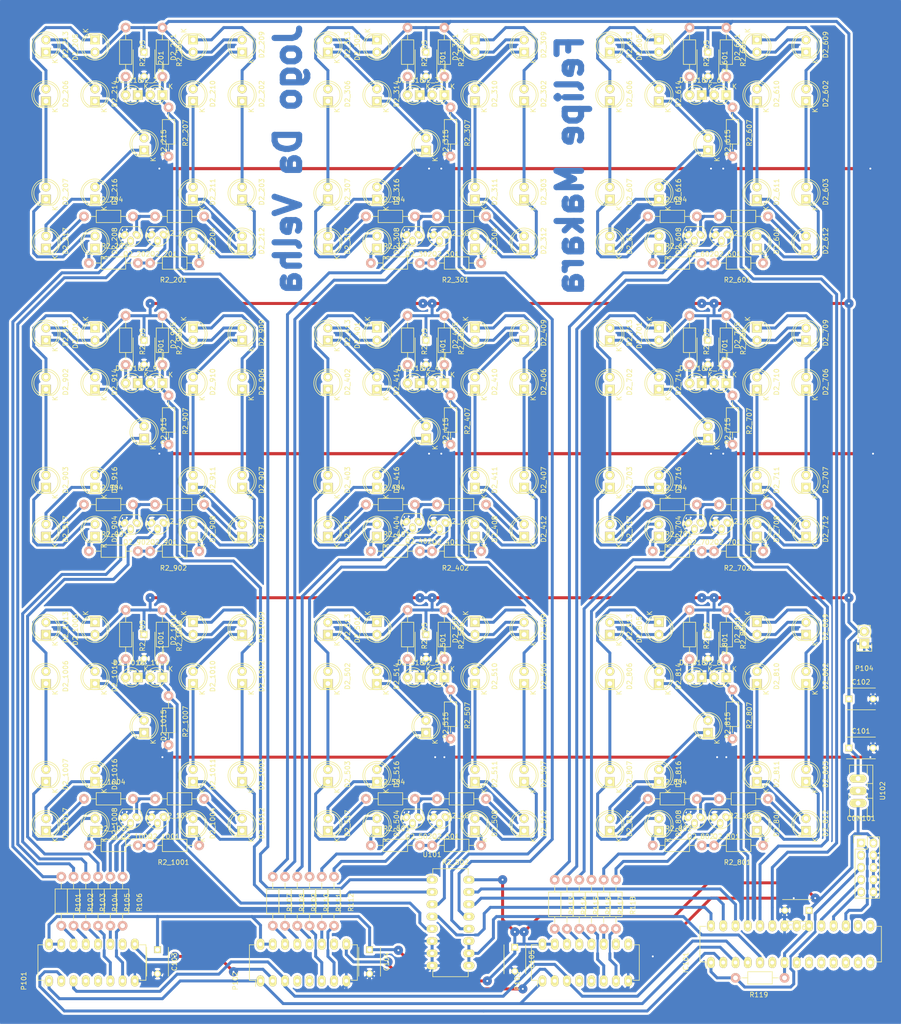
<source format=kicad_pcb>
(kicad_pcb (version 4) (host pcbnew 4.0.2-stable)
  (layers (0 F.Cu signal) (31 B.Cu signal) (34 B.Paste user) (35 F.Paste user) (36 B.SilkS user) (37 F.SilkS user) (38 B.Mask user) (39 F.Mask user) (44 Edge.Cuts user))
  (net 0 "")
  (net 1 GND)
  (net 2 +12V)
  (net 3 +5V)
  (net 4 "Net-(CON101-Pad1)")
  (net 5 "Net-(CON101-Pad3)")
  (net 6 "Net-(CON101-Pad5)")
  (net 7 "Net-(CON101-Pad7)")
  (net 8 "Net-(CON101-Pad9)")
  (net 9 "Net-(D2_201-Pad1)")
  (net 10 "Net-(D2_202-Pad1)")
  (net 11 "Net-(D2_203-Pad1)")
  (net 12 "Net-(D2_204-Pad1)")
  (net 13 "Net-(D2_205-Pad1)")
  (net 14 "Net-(D2_206-Pad1)")
  (net 15 "Net-(D2_207-Pad1)")
  (net 16 "Net-(D2_208-Pad1)")
  (net 17 "Net-(D2_209-Pad1)")
  (net 18 "Net-(D2_210-Pad1)")
  (net 19 "Net-(D2_211-Pad1)")
  (net 20 "Net-(D2_212-Pad1)")
  (net 21 "Net-(D2_213-Pad1)")
  (net 22 "Net-(D2_214-Pad1)")
  (net 23 "Net-(D2_215-Pad1)")
  (net 24 "Net-(D2_216-Pad1)")
  (net 25 "Net-(D2_217-Pad1)")
  (net 26 "Net-(D2_218-Pad2)")
  (net 27 /leds1/s)
  (net 28 "Net-(D2_301-Pad1)")
  (net 29 "Net-(D2_302-Pad1)")
  (net 30 "Net-(D2_303-Pad1)")
  (net 31 "Net-(D2_304-Pad1)")
  (net 32 "Net-(D2_305-Pad1)")
  (net 33 "Net-(D2_306-Pad1)")
  (net 34 "Net-(D2_307-Pad1)")
  (net 35 "Net-(D2_308-Pad1)")
  (net 36 "Net-(D2_309-Pad1)")
  (net 37 "Net-(D2_310-Pad1)")
  (net 38 "Net-(D2_311-Pad1)")
  (net 39 "Net-(D2_312-Pad1)")
  (net 40 "Net-(D2_313-Pad1)")
  (net 41 "Net-(D2_314-Pad1)")
  (net 42 "Net-(D2_315-Pad1)")
  (net 43 "Net-(D2_316-Pad1)")
  (net 44 "Net-(D2_317-Pad1)")
  (net 45 "Net-(D2_318-Pad2)")
  (net 46 /leds2/s)
  (net 47 "Net-(D2_401-Pad1)")
  (net 48 "Net-(D2_402-Pad1)")
  (net 49 "Net-(D2_403-Pad1)")
  (net 50 "Net-(D2_404-Pad1)")
  (net 51 "Net-(D2_405-Pad1)")
  (net 52 "Net-(D2_406-Pad1)")
  (net 53 "Net-(D2_407-Pad1)")
  (net 54 "Net-(D2_408-Pad1)")
  (net 55 "Net-(D2_409-Pad1)")
  (net 56 "Net-(D2_410-Pad1)")
  (net 57 "Net-(D2_411-Pad1)")
  (net 58 "Net-(D2_412-Pad1)")
  (net 59 "Net-(D2_413-Pad1)")
  (net 60 "Net-(D2_414-Pad1)")
  (net 61 "Net-(D2_415-Pad1)")
  (net 62 "Net-(D2_416-Pad1)")
  (net 63 "Net-(D2_417-Pad1)")
  (net 64 "Net-(D2_418-Pad2)")
  (net 65 /leds5/s)
  (net 66 "Net-(D2_501-Pad1)")
  (net 67 "Net-(D2_502-Pad1)")
  (net 68 "Net-(D2_503-Pad1)")
  (net 69 "Net-(D2_504-Pad1)")
  (net 70 "Net-(D2_505-Pad1)")
  (net 71 "Net-(D2_506-Pad1)")
  (net 72 "Net-(D2_507-Pad1)")
  (net 73 "Net-(D2_508-Pad1)")
  (net 74 "Net-(D2_509-Pad1)")
  (net 75 "Net-(D2_510-Pad1)")
  (net 76 "Net-(D2_511-Pad1)")
  (net 77 "Net-(D2_512-Pad1)")
  (net 78 "Net-(D2_513-Pad1)")
  (net 79 "Net-(D2_514-Pad1)")
  (net 80 "Net-(D2_515-Pad1)")
  (net 81 "Net-(D2_516-Pad1)")
  (net 82 "Net-(D2_517-Pad1)")
  (net 83 "Net-(D2_518-Pad2)")
  (net 84 /leds8/s)
  (net 85 "Net-(D2_601-Pad1)")
  (net 86 "Net-(D2_602-Pad1)")
  (net 87 "Net-(D2_603-Pad1)")
  (net 88 "Net-(D2_604-Pad1)")
  (net 89 "Net-(D2_605-Pad1)")
  (net 90 "Net-(D2_606-Pad1)")
  (net 91 "Net-(D2_607-Pad1)")
  (net 92 "Net-(D2_608-Pad1)")
  (net 93 "Net-(D2_609-Pad1)")
  (net 94 "Net-(D2_610-Pad1)")
  (net 95 "Net-(D2_611-Pad1)")
  (net 96 "Net-(D2_612-Pad1)")
  (net 97 "Net-(D2_613-Pad1)")
  (net 98 "Net-(D2_614-Pad1)")
  (net 99 "Net-(D2_615-Pad1)")
  (net 100 "Net-(D2_616-Pad1)")
  (net 101 "Net-(D2_617-Pad1)")
  (net 102 "Net-(D2_618-Pad2)")
  (net 103 /leds3/s)
  (net 104 "Net-(D2_701-Pad1)")
  (net 105 "Net-(D2_702-Pad1)")
  (net 106 "Net-(D2_703-Pad1)")
  (net 107 "Net-(D2_704-Pad1)")
  (net 108 "Net-(D2_705-Pad1)")
  (net 109 "Net-(D2_706-Pad1)")
  (net 110 "Net-(D2_707-Pad1)")
  (net 111 "Net-(D2_708-Pad1)")
  (net 112 "Net-(D2_709-Pad1)")
  (net 113 "Net-(D2_710-Pad1)")
  (net 114 "Net-(D2_711-Pad1)")
  (net 115 "Net-(D2_712-Pad1)")
  (net 116 "Net-(D2_713-Pad1)")
  (net 117 "Net-(D2_714-Pad1)")
  (net 118 "Net-(D2_715-Pad1)")
  (net 119 "Net-(D2_716-Pad1)")
  (net 120 "Net-(D2_717-Pad1)")
  (net 121 "Net-(D2_718-Pad2)")
  (net 122 /leds6/s)
  (net 123 "Net-(D2_801-Pad1)")
  (net 124 "Net-(D2_802-Pad1)")
  (net 125 "Net-(D2_803-Pad1)")
  (net 126 "Net-(D2_804-Pad1)")
  (net 127 "Net-(D2_805-Pad1)")
  (net 128 "Net-(D2_806-Pad1)")
  (net 129 "Net-(D2_807-Pad1)")
  (net 130 "Net-(D2_808-Pad1)")
  (net 131 "Net-(D2_809-Pad1)")
  (net 132 "Net-(D2_810-Pad1)")
  (net 133 "Net-(D2_811-Pad1)")
  (net 134 "Net-(D2_812-Pad1)")
  (net 135 "Net-(D2_813-Pad1)")
  (net 136 "Net-(D2_814-Pad1)")
  (net 137 "Net-(D2_815-Pad1)")
  (net 138 "Net-(D2_816-Pad1)")
  (net 139 "Net-(D2_817-Pad1)")
  (net 140 "Net-(D2_818-Pad2)")
  (net 141 /leds9/s)
  (net 142 "Net-(D2_901-Pad1)")
  (net 143 "Net-(D2_902-Pad1)")
  (net 144 "Net-(D2_903-Pad1)")
  (net 145 "Net-(D2_904-Pad1)")
  (net 146 "Net-(D2_905-Pad1)")
  (net 147 "Net-(D2_906-Pad1)")
  (net 148 "Net-(D2_907-Pad1)")
  (net 149 "Net-(D2_908-Pad1)")
  (net 150 "Net-(D2_909-Pad1)")
  (net 151 "Net-(D2_910-Pad1)")
  (net 152 "Net-(D2_911-Pad1)")
  (net 153 "Net-(D2_912-Pad1)")
  (net 154 "Net-(D2_913-Pad1)")
  (net 155 "Net-(D2_914-Pad1)")
  (net 156 "Net-(D2_915-Pad1)")
  (net 157 "Net-(D2_916-Pad1)")
  (net 158 "Net-(D2_917-Pad1)")
  (net 159 "Net-(D2_918-Pad2)")
  (net 160 /leds4/s)
  (net 161 "Net-(D2_1001-Pad1)")
  (net 162 "Net-(D2_1002-Pad1)")
  (net 163 "Net-(D2_1003-Pad1)")
  (net 164 "Net-(D2_1004-Pad1)")
  (net 165 "Net-(D2_1005-Pad1)")
  (net 166 "Net-(D2_1006-Pad1)")
  (net 167 "Net-(D2_1007-Pad1)")
  (net 168 "Net-(D2_1008-Pad1)")
  (net 169 "Net-(D2_1009-Pad1)")
  (net 170 "Net-(D2_1010-Pad1)")
  (net 171 "Net-(D2_1011-Pad1)")
  (net 172 "Net-(D2_1012-Pad1)")
  (net 173 "Net-(D2_1013-Pad1)")
  (net 174 "Net-(D2_1014-Pad1)")
  (net 175 "Net-(D2_1015-Pad1)")
  (net 176 "Net-(D2_1016-Pad1)")
  (net 177 "Net-(D2_1017-Pad1)")
  (net 178 "Net-(D2_1018-Pad2)")
  (net 179 /leds7/s)
  (net 180 "Net-(IC101-Pad2)")
  (net 181 "Net-(IC101-Pad3)")
  (net 182 "Net-(IC101-Pad4)")
  (net 183 "Net-(IC101-Pad5)")
  (net 184 "Net-(IC101-Pad6)")
  (net 185 "Net-(IC101-Pad9)")
  (net 186 "Net-(IC101-Pad10)")
  (net 187 "Net-(IC101-Pad11)")
  (net 188 "Net-(IC101-Pad12)")
  (net 189 "Net-(IC101-Pad13)")
  (net 190 "Net-(IC101-Pad14)")
  (net 191 "Net-(IC101-Pad15)")
  (net 192 "Net-(IC101-Pad16)")
  (net 193 "Net-(IC101-Pad21)")
  (net 194 "Net-(IC101-Pad26)")
  (net 195 "Net-(IC101-Pad27)")
  (net 196 "Net-(IC101-Pad28)")
  (net 197 "Net-(P101-Pad4)")
  (net 198 "Net-(P101-Pad5)")
  (net 199 "Net-(P101-Pad6)")
  (net 200 "Net-(P101-Pad7)")
  (net 201 "Net-(P101-Pad9)")
  (net 202 "Net-(P101-Pad10)")
  (net 203 "Net-(P101-Pad11)")
  (net 204 "Net-(P101-Pad12)")
  (net 205 "Net-(P101-Pad13)")
  (net 206 "Net-(P101-Pad14)")
  (net 207 "Net-(P102-Pad4)")
  (net 208 "Net-(P102-Pad5)")
  (net 209 "Net-(P102-Pad6)")
  (net 210 "Net-(P102-Pad7)")
  (net 211 "Net-(P102-Pad9)")
  (net 212 "Net-(P102-Pad10)")
  (net 213 "Net-(P102-Pad11)")
  (net 214 "Net-(P102-Pad12)")
  (net 215 "Net-(P102-Pad13)")
  (net 216 "Net-(P102-Pad14)")
  (net 217 "Net-(P103-Pad4)")
  (net 218 "Net-(P103-Pad5)")
  (net 219 "Net-(P103-Pad6)")
  (net 220 "Net-(P103-Pad7)")
  (net 221 "Net-(P103-Pad9)")
  (net 222 "Net-(P103-Pad10)")
  (net 223 "Net-(P103-Pad11)")
  (net 224 "Net-(P103-Pad12)")
  (net 225 "Net-(P103-Pad13)")
  (net 226 "Net-(P103-Pad14)")
  (net 227 /leds1/o)
  (net 228 "Net-(Q2_201-Pad1)")
  (net 229 /leds1/x)
  (net 230 "Net-(Q2_202-Pad1)")
  (net 231 /leds2/o)
  (net 232 "Net-(Q2_301-Pad1)")
  (net 233 /leds2/x)
  (net 234 "Net-(Q2_302-Pad1)")
  (net 235 /leds5/o)
  (net 236 "Net-(Q2_401-Pad1)")
  (net 237 /leds5/x)
  (net 238 "Net-(Q2_402-Pad1)")
  (net 239 /leds8/o)
  (net 240 "Net-(Q2_501-Pad1)")
  (net 241 /leds8/x)
  (net 242 "Net-(Q2_502-Pad1)")
  (net 243 /leds3/o)
  (net 244 "Net-(Q2_601-Pad1)")
  (net 245 /leds3/x)
  (net 246 "Net-(Q2_602-Pad1)")
  (net 247 /leds6/o)
  (net 248 "Net-(Q2_701-Pad1)")
  (net 249 /leds6/x)
  (net 250 "Net-(Q2_702-Pad1)")
  (net 251 /leds9/o)
  (net 252 "Net-(Q2_801-Pad1)")
  (net 253 /leds9/x)
  (net 254 "Net-(Q2_802-Pad1)")
  (net 255 /leds4/o)
  (net 256 "Net-(Q2_901-Pad1)")
  (net 257 /leds4/x)
  (net 258 "Net-(Q2_902-Pad1)")
  (net 259 /leds7/o)
  (net 260 "Net-(Q2_1001-Pad1)")
  (net 261 /leds7/x)
  (net 262 "Net-(Q2_1002-Pad1)")
  (module Capacitors_ThroughHole:C_Disc_D6_P5 (layer F.Cu) (at 41.275 23.495 270)
    (fp_text reference C2_201 (at 2.5 -3.5 270) (layer F.SilkS))
    (fp_text value 100n)
    (pad 1 thru_hole rect (at 0 0 270) (size 1.4 1.4) (drill 0.9) (layers *.Cu *.Mask F.SilkS) (net 2 +12V))
    (pad 2 thru_hole circle (at 5 0 270) (size 1.4 1.4) (drill 0.9) (layers *.Cu *.Mask F.SilkS) (net 1 GND))
  )
  (module Capacitors_ThroughHole:C_Disc_D6_P5 (layer F.Cu) (at 99.695 23.495 270)
    (fp_text reference C2_301 (at 2.5 -3.5 270) (layer F.SilkS))
    (fp_text value 100n)
    (pad 1 thru_hole rect (at 0 0 270) (size 1.4 1.4) (drill 0.9) (layers *.Cu *.Mask F.SilkS) (net 2 +12V))
    (pad 2 thru_hole circle (at 5 0 270) (size 1.4 1.4) (drill 0.9) (layers *.Cu *.Mask F.SilkS) (net 1 GND))
  )
  (module Capacitors_ThroughHole:C_Disc_D6_P5 (layer F.Cu) (at 99.695 83.185 270)
    (fp_text reference C2_401 (at 2.5 -3.5 270) (layer F.SilkS))
    (fp_text value 100n)
    (pad 1 thru_hole rect (at 0 0 270) (size 1.4 1.4) (drill 0.9) (layers *.Cu *.Mask F.SilkS) (net 2 +12V))
    (pad 2 thru_hole circle (at 5 0 270) (size 1.4 1.4) (drill 0.9) (layers *.Cu *.Mask F.SilkS) (net 1 GND))
  )
  (module Capacitors_ThroughHole:C_Disc_D6_P5 (layer F.Cu) (at 99.695 144.145 270)
    (fp_text reference C2_501 (at 2.5 -3.5 270) (layer F.SilkS))
    (fp_text value 100n)
    (pad 1 thru_hole rect (at 0 0 270) (size 1.4 1.4) (drill 0.9) (layers *.Cu *.Mask F.SilkS) (net 2 +12V))
    (pad 2 thru_hole circle (at 5 0 270) (size 1.4 1.4) (drill 0.9) (layers *.Cu *.Mask F.SilkS) (net 1 GND))
  )
  (module Capacitors_ThroughHole:C_Disc_D6_P5 (layer F.Cu) (at 158.115 23.495 270)
    (fp_text reference C2_601 (at 2.5 -3.5 270) (layer F.SilkS))
    (fp_text value 100n)
    (pad 1 thru_hole rect (at 0 0 270) (size 1.4 1.4) (drill 0.9) (layers *.Cu *.Mask F.SilkS) (net 2 +12V))
    (pad 2 thru_hole circle (at 5 0 270) (size 1.4 1.4) (drill 0.9) (layers *.Cu *.Mask F.SilkS) (net 1 GND))
  )
  (module Capacitors_ThroughHole:C_Disc_D6_P5 (layer F.Cu) (at 158.115 83.185 270)
    (fp_text reference C2_701 (at 2.5 -3.5 270) (layer F.SilkS))
    (fp_text value 100n)
    (pad 1 thru_hole rect (at 0 0 270) (size 1.4 1.4) (drill 0.9) (layers *.Cu *.Mask F.SilkS) (net 2 +12V))
    (pad 2 thru_hole circle (at 5 0 270) (size 1.4 1.4) (drill 0.9) (layers *.Cu *.Mask F.SilkS) (net 1 GND))
  )
  (module Capacitors_ThroughHole:C_Disc_D6_P5 (layer F.Cu) (at 158.115 144.145 270)
    (fp_text reference C2_801 (at 2.5 -3.5 270) (layer F.SilkS))
    (fp_text value 100n)
    (pad 1 thru_hole rect (at 0 0 270) (size 1.4 1.4) (drill 0.9) (layers *.Cu *.Mask F.SilkS) (net 2 +12V))
    (pad 2 thru_hole circle (at 5 0 270) (size 1.4 1.4) (drill 0.9) (layers *.Cu *.Mask F.SilkS) (net 1 GND))
  )
  (module Capacitors_ThroughHole:C_Disc_D6_P5 (layer F.Cu) (at 41.275 83.185 270)
    (fp_text reference C2_901 (at 2.5 -3.5 270) (layer F.SilkS))
    (fp_text value 100n)
    (pad 1 thru_hole rect (at 0 0 270) (size 1.4 1.4) (drill 0.9) (layers *.Cu *.Mask F.SilkS) (net 2 +12V))
    (pad 2 thru_hole circle (at 5 0 270) (size 1.4 1.4) (drill 0.9) (layers *.Cu *.Mask F.SilkS) (net 1 GND))
  )
  (module Capacitors_ThroughHole:C_Disc_D6_P5 (layer F.Cu) (at 41.275 144.145 270)
    (fp_text reference C2_1001 (at 2.5 -3.5 270) (layer F.SilkS))
    (fp_text value 100n)
    (pad 1 thru_hole rect (at 0 0 270) (size 1.4 1.4) (drill 0.9) (layers *.Cu *.Mask F.SilkS) (net 2 +12V))
    (pad 2 thru_hole circle (at 5 0 270) (size 1.4 1.4) (drill 0.9) (layers *.Cu *.Mask F.SilkS) (net 1 GND))
  )
  (module Capacitors_ThroughHole:C_Disc_D6_P5 (layer F.Cu) (at 187.325 167.64)
    (fp_text reference C101 (at 2.5 -3.5) (layer F.SilkS))
    (fp_text value 100u)
    (pad 1 thru_hole rect (at 0 0) (size 1.4 1.4) (drill 0.9) (layers *.Cu *.Mask F.SilkS) (net 2 +12V))
    (pad 2 thru_hole circle (at 5 0) (size 1.4 1.4) (drill 0.9) (layers *.Cu *.Mask F.SilkS) (net 1 GND))
  )
  (module Capacitors_ThroughHole:C_Disc_D6_P5 (layer F.Cu) (at 187.325 157.48)
    (fp_text reference C102 (at 2.5 -3.5) (layer F.SilkS))
    (fp_text value 100n)
    (pad 1 thru_hole rect (at 0 0) (size 1.4 1.4) (drill 0.9) (layers *.Cu *.Mask F.SilkS) (net 2 +12V))
    (pad 2 thru_hole circle (at 5 0) (size 1.4 1.4) (drill 0.9) (layers *.Cu *.Mask F.SilkS) (net 1 GND))
  )
  (module Capacitors_ThroughHole:C_Disc_D6_P5 (layer F.Cu) (at 44.069 209.423 270)
    (fp_text reference C103 (at 2.5 -3.5 270) (layer F.SilkS))
    (fp_text value 100n)
    (pad 1 thru_hole rect (at 0 0 270) (size 1.4 1.4) (drill 0.9) (layers *.Cu *.Mask F.SilkS) (net 3 +5V))
    (pad 2 thru_hole circle (at 5 0 270) (size 1.4 1.4) (drill 0.9) (layers *.Cu *.Mask F.SilkS) (net 1 GND))
  )
  (module Capacitors_ThroughHole:C_Disc_D6_P5 (layer F.Cu) (at 88.011 209.423 270)
    (fp_text reference C104 (at 2.5 -3.5 270) (layer F.SilkS))
    (fp_text value 100n)
    (pad 1 thru_hole rect (at 0 0 270) (size 1.4 1.4) (drill 0.9) (layers *.Cu *.Mask F.SilkS) (net 3 +5V))
    (pad 2 thru_hole circle (at 5 0 270) (size 1.4 1.4) (drill 0.9) (layers *.Cu *.Mask F.SilkS) (net 1 GND))
  )
  (module Capacitors_ThroughHole:C_Disc_D6_P5 (layer F.Cu) (at 118.11 208.915 270)
    (fp_text reference C105 (at 2.5 -3.5 270) (layer F.SilkS))
    (fp_text value 100n)
    (pad 1 thru_hole rect (at 0 0 270) (size 1.4 1.4) (drill 0.9) (layers *.Cu *.Mask F.SilkS) (net 3 +5V))
    (pad 2 thru_hole circle (at 5 0 270) (size 1.4 1.4) (drill 0.9) (layers *.Cu *.Mask F.SilkS) (net 1 GND))
  )
  (module Capacitors_ThroughHole:C_Disc_D6_P5 (layer F.Cu) (at 179.07 201.295 180)
    (fp_text reference C106 (at 2.5 -3.5 180) (layer F.SilkS))
    (fp_text value 100n)
    (pad 1 thru_hole rect (at 0 0 180) (size 1.4 1.4) (drill 0.9) (layers *.Cu *.Mask F.SilkS) (net 3 +5V))
    (pad 2 thru_hole circle (at 5 0 180) (size 1.4 1.4) (drill 0.9) (layers *.Cu *.Mask F.SilkS) (net 1 GND))
  )
  (module Pin_Headers:Pin_Header_Straight_2x05 (layer F.Cu) (at 189.865 187.325)
    (fp_text reference CON101 (at 0 -5.1) (layer F.SilkS))
    (fp_text value AVR-ISP-10)
    (pad 1 thru_hole rect (at 0 0) (size 1.7272 1.7272) (drill 1.016) (layers *.Cu *.Mask F.SilkS) (net 4 "Net-(CON101-Pad1)"))
    (pad 2 thru_hole oval (at 2.54 0) (size 1.524 1.905) (drill 1.016) (layers *.Cu *.Mask F.SilkS) (net 3 +5V))
    (pad 3 thru_hole oval (at 0 2.54) (size 1.524 1.905) (drill 1.016) (layers *.Cu *.Mask F.SilkS) (net 5 "Net-(CON101-Pad3)"))
    (pad 4 thru_hole oval (at 2.54 2.54) (size 1.524 1.905) (drill 1.016) (layers *.Cu *.Mask F.SilkS) (net 1 GND))
    (pad 5 thru_hole oval (at 0 5.08) (size 1.524 1.905) (drill 1.016) (layers *.Cu *.Mask F.SilkS) (net 6 "Net-(CON101-Pad5)"))
    (pad 6 thru_hole oval (at 2.54 5.08) (size 1.524 1.905) (drill 1.016) (layers *.Cu *.Mask F.SilkS) (net 1 GND))
    (pad 7 thru_hole oval (at 0 7.62) (size 1.524 1.905) (drill 1.016) (layers *.Cu *.Mask F.SilkS) (net 7 "Net-(CON101-Pad7)"))
    (pad 8 thru_hole oval (at 2.54 7.62) (size 1.524 1.905) (drill 1.016) (layers *.Cu *.Mask F.SilkS) (net 1 GND))
    (pad 9 thru_hole oval (at 0 10.16) (size 1.524 1.905) (drill 1.016) (layers *.Cu *.Mask F.SilkS) (net 8 "Net-(CON101-Pad9)"))
    (pad 10 thru_hole oval (at 2.54 10.16) (size 1.524 1.905) (drill 1.016) (layers *.Cu *.Mask F.SilkS) (net 1 GND))
  )
  (module LEDs:LED-5MM (layer F.Cu) (at 51.435 20.955 270)
    (fp_text reference D2_201 (at 1.524 4.064 270) (layer F.SilkS))
    (fp_text value G)
    (fp_text user K (at -1.905 1.905 270) (layer F.SilkS))
    (pad 1 thru_hole rect (at 0 0) (size 2 1.9) (drill 1.00076) (layers *.Cu *.Mask F.SilkS) (net 9 "Net-(D2_201-Pad1)"))
    (pad 2 thru_hole circle (at 2.54 0 270) (size 1.9 1.9) (drill 1.00076) (layers *.Cu *.Mask F.SilkS) (net 2 +12V))
  )
  (module LEDs:LED-5MM (layer F.Cu) (at 61.595 33.655 90)
    (fp_text reference D2_202 (at 1.524 4.064 90) (layer F.SilkS))
    (fp_text value G)
    (fp_text user K (at -1.905 1.905 90) (layer F.SilkS))
    (pad 1 thru_hole rect (at 0 0 180) (size 2 1.9) (drill 1.00076) (layers *.Cu *.Mask F.SilkS) (net 10 "Net-(D2_202-Pad1)"))
    (pad 2 thru_hole circle (at 2.54 0 90) (size 1.9 1.9) (drill 1.00076) (layers *.Cu *.Mask F.SilkS) (net 9 "Net-(D2_201-Pad1)"))
  )
  (module LEDs:LED-5MM (layer F.Cu) (at 61.595 53.975 90)
    (fp_text reference D2_203 (at 1.524 4.064 90) (layer F.SilkS))
    (fp_text value G)
    (fp_text user K (at -1.905 1.905 90) (layer F.SilkS))
    (pad 1 thru_hole rect (at 0 0 180) (size 2 1.9) (drill 1.00076) (layers *.Cu *.Mask F.SilkS) (net 11 "Net-(D2_203-Pad1)"))
    (pad 2 thru_hole circle (at 2.54 0 90) (size 1.9 1.9) (drill 1.00076) (layers *.Cu *.Mask F.SilkS) (net 10 "Net-(D2_202-Pad1)"))
  )
  (module LEDs:LED-5MM (layer F.Cu) (at 51.435 64.135 90)
    (fp_text reference D2_204 (at 1.524 4.064 90) (layer F.SilkS))
    (fp_text value G)
    (fp_text user K (at -1.905 1.905 90) (layer F.SilkS))
    (pad 1 thru_hole rect (at 0 0 180) (size 2 1.9) (drill 1.00076) (layers *.Cu *.Mask F.SilkS) (net 12 "Net-(D2_204-Pad1)"))
    (pad 2 thru_hole circle (at 2.54 0 90) (size 1.9 1.9) (drill 1.00076) (layers *.Cu *.Mask F.SilkS) (net 11 "Net-(D2_203-Pad1)"))
  )
  (module LEDs:LED-5MM (layer F.Cu) (at 31.115 20.955 270)
    (fp_text reference D2_205 (at 1.524 4.064 270) (layer F.SilkS))
    (fp_text value G)
    (fp_text user K (at -1.905 1.905 270) (layer F.SilkS))
    (pad 1 thru_hole rect (at 0 0) (size 2 1.9) (drill 1.00076) (layers *.Cu *.Mask F.SilkS) (net 13 "Net-(D2_205-Pad1)"))
    (pad 2 thru_hole circle (at 2.54 0 270) (size 1.9 1.9) (drill 1.00076) (layers *.Cu *.Mask F.SilkS) (net 2 +12V))
  )
  (module LEDs:LED-5MM (layer F.Cu) (at 20.955 33.655 90)
    (fp_text reference D2_206 (at 1.524 4.064 90) (layer F.SilkS))
    (fp_text value G)
    (fp_text user K (at -1.905 1.905 90) (layer F.SilkS))
    (pad 1 thru_hole rect (at 0 0 180) (size 2 1.9) (drill 1.00076) (layers *.Cu *.Mask F.SilkS) (net 14 "Net-(D2_206-Pad1)"))
    (pad 2 thru_hole circle (at 2.54 0 90) (size 1.9 1.9) (drill 1.00076) (layers *.Cu *.Mask F.SilkS) (net 13 "Net-(D2_205-Pad1)"))
  )
  (module LEDs:LED-5MM (layer F.Cu) (at 20.955 53.975 90)
    (fp_text reference D2_207 (at 1.524 4.064 90) (layer F.SilkS))
    (fp_text value G)
    (fp_text user K (at -1.905 1.905 90) (layer F.SilkS))
    (pad 1 thru_hole rect (at 0 0 180) (size 2 1.9) (drill 1.00076) (layers *.Cu *.Mask F.SilkS) (net 15 "Net-(D2_207-Pad1)"))
    (pad 2 thru_hole circle (at 2.54 0 90) (size 1.9 1.9) (drill 1.00076) (layers *.Cu *.Mask F.SilkS) (net 14 "Net-(D2_206-Pad1)"))
  )
  (module LEDs:LED-5MM (layer F.Cu) (at 31.115 64.135 90)
    (fp_text reference D2_208 (at 1.524 4.064 90) (layer F.SilkS))
    (fp_text value G)
    (fp_text user K (at -1.905 1.905 90) (layer F.SilkS))
    (pad 1 thru_hole rect (at 0 0 180) (size 2 1.9) (drill 1.00076) (layers *.Cu *.Mask F.SilkS) (net 16 "Net-(D2_208-Pad1)"))
    (pad 2 thru_hole circle (at 2.54 0 90) (size 1.9 1.9) (drill 1.00076) (layers *.Cu *.Mask F.SilkS) (net 15 "Net-(D2_207-Pad1)"))
  )
  (module LEDs:LED-5MM (layer F.Cu) (at 61.595 23.495 90)
    (fp_text reference D2_209 (at 1.524 4.064 90) (layer F.SilkS))
    (fp_text value R)
    (fp_text user K (at -1.905 1.905 90) (layer F.SilkS))
    (pad 1 thru_hole rect (at 0 0 180) (size 2 1.9) (drill 1.00076) (layers *.Cu *.Mask F.SilkS) (net 17 "Net-(D2_209-Pad1)"))
    (pad 2 thru_hole circle (at 2.54 0 90) (size 1.9 1.9) (drill 1.00076) (layers *.Cu *.Mask F.SilkS) (net 2 +12V))
  )
  (module LEDs:LED-5MM (layer F.Cu) (at 51.435 33.655 90)
    (fp_text reference D2_210 (at 1.524 4.064 90) (layer F.SilkS))
    (fp_text value R)
    (fp_text user K (at -1.905 1.905 90) (layer F.SilkS))
    (pad 1 thru_hole rect (at 0 0 180) (size 2 1.9) (drill 1.00076) (layers *.Cu *.Mask F.SilkS) (net 18 "Net-(D2_210-Pad1)"))
    (pad 2 thru_hole circle (at 2.54 0 90) (size 1.9 1.9) (drill 1.00076) (layers *.Cu *.Mask F.SilkS) (net 17 "Net-(D2_209-Pad1)"))
  )
  (module LEDs:LED-5MM (layer F.Cu) (at 51.435 53.975 90)
    (fp_text reference D2_211 (at 1.524 4.064 90) (layer F.SilkS))
    (fp_text value R)
    (fp_text user K (at -1.905 1.905 90) (layer F.SilkS))
    (pad 1 thru_hole rect (at 0 0 180) (size 2 1.9) (drill 1.00076) (layers *.Cu *.Mask F.SilkS) (net 19 "Net-(D2_211-Pad1)"))
    (pad 2 thru_hole circle (at 2.54 0 90) (size 1.9 1.9) (drill 1.00076) (layers *.Cu *.Mask F.SilkS) (net 18 "Net-(D2_210-Pad1)"))
  )
  (module LEDs:LED-5MM (layer F.Cu) (at 61.595 64.135 90)
    (fp_text reference D2_212 (at 1.524 4.064 90) (layer F.SilkS))
    (fp_text value R)
    (fp_text user K (at -1.905 1.905 90) (layer F.SilkS))
    (pad 1 thru_hole rect (at 0 0 180) (size 2 1.9) (drill 1.00076) (layers *.Cu *.Mask F.SilkS) (net 20 "Net-(D2_212-Pad1)"))
    (pad 2 thru_hole circle (at 2.54 0 90) (size 1.9 1.9) (drill 1.00076) (layers *.Cu *.Mask F.SilkS) (net 19 "Net-(D2_211-Pad1)"))
  )
  (module LEDs:LED-5MM (layer F.Cu) (at 20.955 23.495 90)
    (fp_text reference D2_213 (at 1.524 4.064 90) (layer F.SilkS))
    (fp_text value R)
    (fp_text user K (at -1.905 1.905 90) (layer F.SilkS))
    (pad 1 thru_hole rect (at 0 0 180) (size 2 1.9) (drill 1.00076) (layers *.Cu *.Mask F.SilkS) (net 21 "Net-(D2_213-Pad1)"))
    (pad 2 thru_hole circle (at 2.54 0 90) (size 1.9 1.9) (drill 1.00076) (layers *.Cu *.Mask F.SilkS) (net 2 +12V))
  )
  (module LEDs:LED-5MM (layer F.Cu) (at 31.115 33.655 90)
    (fp_text reference D2_214 (at 1.524 4.064 90) (layer F.SilkS))
    (fp_text value R)
    (fp_text user K (at -1.905 1.905 90) (layer F.SilkS))
    (pad 1 thru_hole rect (at 0 0 180) (size 2 1.9) (drill 1.00076) (layers *.Cu *.Mask F.SilkS) (net 22 "Net-(D2_214-Pad1)"))
    (pad 2 thru_hole circle (at 2.54 0 90) (size 1.9 1.9) (drill 1.00076) (layers *.Cu *.Mask F.SilkS) (net 21 "Net-(D2_213-Pad1)"))
  )
  (module LEDs:LED-5MM (layer F.Cu) (at 41.275 43.815 90)
    (fp_text reference D2_215 (at 1.524 4.064 90) (layer F.SilkS))
    (fp_text value R)
    (fp_text user K (at -1.905 1.905 90) (layer F.SilkS))
    (pad 1 thru_hole rect (at 0 0 180) (size 2 1.9) (drill 1.00076) (layers *.Cu *.Mask F.SilkS) (net 23 "Net-(D2_215-Pad1)"))
    (pad 2 thru_hole circle (at 2.54 0 90) (size 1.9 1.9) (drill 1.00076) (layers *.Cu *.Mask F.SilkS) (net 22 "Net-(D2_214-Pad1)"))
  )
  (module LEDs:LED-5MM (layer F.Cu) (at 31.115 53.975 90)
    (fp_text reference D2_216 (at 1.524 4.064 90) (layer F.SilkS))
    (fp_text value R)
    (fp_text user K (at -1.905 1.905 90) (layer F.SilkS))
    (pad 1 thru_hole rect (at 0 0 180) (size 2 1.9) (drill 1.00076) (layers *.Cu *.Mask F.SilkS) (net 24 "Net-(D2_216-Pad1)"))
    (pad 2 thru_hole circle (at 2.54 0 90) (size 1.9 1.9) (drill 1.00076) (layers *.Cu *.Mask F.SilkS) (net 23 "Net-(D2_215-Pad1)"))
  )
  (module LEDs:LED-5MM (layer F.Cu) (at 20.955 64.135 90)
    (fp_text reference D2_217 (at 1.524 4.064 90) (layer F.SilkS))
    (fp_text value R)
    (fp_text user K (at -1.905 1.905 90) (layer F.SilkS))
    (pad 1 thru_hole rect (at 0 0 180) (size 2 1.9) (drill 1.00076) (layers *.Cu *.Mask F.SilkS) (net 25 "Net-(D2_217-Pad1)"))
    (pad 2 thru_hole circle (at 2.54 0 90) (size 1.9 1.9) (drill 1.00076) (layers *.Cu *.Mask F.SilkS) (net 24 "Net-(D2_216-Pad1)"))
  )
  (module LEDs:LED-3MM (layer F.Cu) (at 40.005 32.385 180)
    (fp_text reference D2_218 (at 1.91 3.06 180) (layer F.SilkS))
    (fp_text value LED)
    (fp_text user K (at -1.69 1.74 180) (layer F.SilkS))
    (pad 1 thru_hole rect (at 0 0 270) (size 2 2) (drill 1.00076) (layers *.Cu *.Mask F.SilkS) (net 1 GND))
    (pad 2 thru_hole circle (at 2.54 0 180) (size 2 2) (drill 1.00076) (layers *.Cu *.Mask F.SilkS) (net 26 "Net-(D2_218-Pad2)"))
  )
  (module LEDs:LED-3MM (layer F.Cu) (at 45.085 32.385 180)
    (fp_text reference D2_219 (at 1.91 3.06 180) (layer F.SilkS))
    (fp_text value PHOTO)
    (fp_text user K (at -1.69 1.74 180) (layer F.SilkS))
    (pad 1 thru_hole rect (at 0 0 270) (size 2 2) (drill 1.00076) (layers *.Cu *.Mask F.SilkS) (net 27 /leds1/s))
    (pad 2 thru_hole circle (at 2.54 0 180) (size 2 2) (drill 1.00076) (layers *.Cu *.Mask F.SilkS) (net 1 GND))
  )
  (module LEDs:LED-5MM (layer F.Cu) (at 109.855 20.955 270)
    (fp_text reference D2_301 (at 1.524 4.064 270) (layer F.SilkS))
    (fp_text value G)
    (fp_text user K (at -1.905 1.905 270) (layer F.SilkS))
    (pad 1 thru_hole rect (at 0 0) (size 2 1.9) (drill 1.00076) (layers *.Cu *.Mask F.SilkS) (net 28 "Net-(D2_301-Pad1)"))
    (pad 2 thru_hole circle (at 2.54 0 270) (size 1.9 1.9) (drill 1.00076) (layers *.Cu *.Mask F.SilkS) (net 2 +12V))
  )
  (module LEDs:LED-5MM (layer F.Cu) (at 120.015 33.655 90)
    (fp_text reference D2_302 (at 1.524 4.064 90) (layer F.SilkS))
    (fp_text value G)
    (fp_text user K (at -1.905 1.905 90) (layer F.SilkS))
    (pad 1 thru_hole rect (at 0 0 180) (size 2 1.9) (drill 1.00076) (layers *.Cu *.Mask F.SilkS) (net 29 "Net-(D2_302-Pad1)"))
    (pad 2 thru_hole circle (at 2.54 0 90) (size 1.9 1.9) (drill 1.00076) (layers *.Cu *.Mask F.SilkS) (net 28 "Net-(D2_301-Pad1)"))
  )
  (module LEDs:LED-5MM (layer F.Cu) (at 120.015 53.975 90)
    (fp_text reference D2_303 (at 1.524 4.064 90) (layer F.SilkS))
    (fp_text value G)
    (fp_text user K (at -1.905 1.905 90) (layer F.SilkS))
    (pad 1 thru_hole rect (at 0 0 180) (size 2 1.9) (drill 1.00076) (layers *.Cu *.Mask F.SilkS) (net 30 "Net-(D2_303-Pad1)"))
    (pad 2 thru_hole circle (at 2.54 0 90) (size 1.9 1.9) (drill 1.00076) (layers *.Cu *.Mask F.SilkS) (net 29 "Net-(D2_302-Pad1)"))
  )
  (module LEDs:LED-5MM (layer F.Cu) (at 109.855 64.135 90)
    (fp_text reference D2_304 (at 1.524 4.064 90) (layer F.SilkS))
    (fp_text value G)
    (fp_text user K (at -1.905 1.905 90) (layer F.SilkS))
    (pad 1 thru_hole rect (at 0 0 180) (size 2 1.9) (drill 1.00076) (layers *.Cu *.Mask F.SilkS) (net 31 "Net-(D2_304-Pad1)"))
    (pad 2 thru_hole circle (at 2.54 0 90) (size 1.9 1.9) (drill 1.00076) (layers *.Cu *.Mask F.SilkS) (net 30 "Net-(D2_303-Pad1)"))
  )
  (module LEDs:LED-5MM (layer F.Cu) (at 89.535 20.955 270)
    (fp_text reference D2_305 (at 1.524 4.064 270) (layer F.SilkS))
    (fp_text value G)
    (fp_text user K (at -1.905 1.905 270) (layer F.SilkS))
    (pad 1 thru_hole rect (at 0 0) (size 2 1.9) (drill 1.00076) (layers *.Cu *.Mask F.SilkS) (net 32 "Net-(D2_305-Pad1)"))
    (pad 2 thru_hole circle (at 2.54 0 270) (size 1.9 1.9) (drill 1.00076) (layers *.Cu *.Mask F.SilkS) (net 2 +12V))
  )
  (module LEDs:LED-5MM (layer F.Cu) (at 79.375 33.655 90)
    (fp_text reference D2_306 (at 1.524 4.064 90) (layer F.SilkS))
    (fp_text value G)
    (fp_text user K (at -1.905 1.905 90) (layer F.SilkS))
    (pad 1 thru_hole rect (at 0 0 180) (size 2 1.9) (drill 1.00076) (layers *.Cu *.Mask F.SilkS) (net 33 "Net-(D2_306-Pad1)"))
    (pad 2 thru_hole circle (at 2.54 0 90) (size 1.9 1.9) (drill 1.00076) (layers *.Cu *.Mask F.SilkS) (net 32 "Net-(D2_305-Pad1)"))
  )
  (module LEDs:LED-5MM (layer F.Cu) (at 79.375 53.975 90)
    (fp_text reference D2_307 (at 1.524 4.064 90) (layer F.SilkS))
    (fp_text value G)
    (fp_text user K (at -1.905 1.905 90) (layer F.SilkS))
    (pad 1 thru_hole rect (at 0 0 180) (size 2 1.9) (drill 1.00076) (layers *.Cu *.Mask F.SilkS) (net 34 "Net-(D2_307-Pad1)"))
    (pad 2 thru_hole circle (at 2.54 0 90) (size 1.9 1.9) (drill 1.00076) (layers *.Cu *.Mask F.SilkS) (net 33 "Net-(D2_306-Pad1)"))
  )
  (module LEDs:LED-5MM (layer F.Cu) (at 89.535 64.135 90)
    (fp_text reference D2_308 (at 1.524 4.064 90) (layer F.SilkS))
    (fp_text value G)
    (fp_text user K (at -1.905 1.905 90) (layer F.SilkS))
    (pad 1 thru_hole rect (at 0 0 180) (size 2 1.9) (drill 1.00076) (layers *.Cu *.Mask F.SilkS) (net 35 "Net-(D2_308-Pad1)"))
    (pad 2 thru_hole circle (at 2.54 0 90) (size 1.9 1.9) (drill 1.00076) (layers *.Cu *.Mask F.SilkS) (net 34 "Net-(D2_307-Pad1)"))
  )
  (module LEDs:LED-5MM (layer F.Cu) (at 120.015 23.495 90)
    (fp_text reference D2_309 (at 1.524 4.064 90) (layer F.SilkS))
    (fp_text value R)
    (fp_text user K (at -1.905 1.905 90) (layer F.SilkS))
    (pad 1 thru_hole rect (at 0 0 180) (size 2 1.9) (drill 1.00076) (layers *.Cu *.Mask F.SilkS) (net 36 "Net-(D2_309-Pad1)"))
    (pad 2 thru_hole circle (at 2.54 0 90) (size 1.9 1.9) (drill 1.00076) (layers *.Cu *.Mask F.SilkS) (net 2 +12V))
  )
  (module LEDs:LED-5MM (layer F.Cu) (at 109.855 33.655 90)
    (fp_text reference D2_310 (at 1.524 4.064 90) (layer F.SilkS))
    (fp_text value R)
    (fp_text user K (at -1.905 1.905 90) (layer F.SilkS))
    (pad 1 thru_hole rect (at 0 0 180) (size 2 1.9) (drill 1.00076) (layers *.Cu *.Mask F.SilkS) (net 37 "Net-(D2_310-Pad1)"))
    (pad 2 thru_hole circle (at 2.54 0 90) (size 1.9 1.9) (drill 1.00076) (layers *.Cu *.Mask F.SilkS) (net 36 "Net-(D2_309-Pad1)"))
  )
  (module LEDs:LED-5MM (layer F.Cu) (at 109.855 53.975 90)
    (fp_text reference D2_311 (at 1.524 4.064 90) (layer F.SilkS))
    (fp_text value R)
    (fp_text user K (at -1.905 1.905 90) (layer F.SilkS))
    (pad 1 thru_hole rect (at 0 0 180) (size 2 1.9) (drill 1.00076) (layers *.Cu *.Mask F.SilkS) (net 38 "Net-(D2_311-Pad1)"))
    (pad 2 thru_hole circle (at 2.54 0 90) (size 1.9 1.9) (drill 1.00076) (layers *.Cu *.Mask F.SilkS) (net 37 "Net-(D2_310-Pad1)"))
  )
  (module LEDs:LED-5MM (layer F.Cu) (at 120.015 64.135 90)
    (fp_text reference D2_312 (at 1.524 4.064 90) (layer F.SilkS))
    (fp_text value R)
    (fp_text user K (at -1.905 1.905 90) (layer F.SilkS))
    (pad 1 thru_hole rect (at 0 0 180) (size 2 1.9) (drill 1.00076) (layers *.Cu *.Mask F.SilkS) (net 39 "Net-(D2_312-Pad1)"))
    (pad 2 thru_hole circle (at 2.54 0 90) (size 1.9 1.9) (drill 1.00076) (layers *.Cu *.Mask F.SilkS) (net 38 "Net-(D2_311-Pad1)"))
  )
  (module LEDs:LED-5MM (layer F.Cu) (at 79.375 23.495 90)
    (fp_text reference D2_313 (at 1.524 4.064 90) (layer F.SilkS))
    (fp_text value R)
    (fp_text user K (at -1.905 1.905 90) (layer F.SilkS))
    (pad 1 thru_hole rect (at 0 0 180) (size 2 1.9) (drill 1.00076) (layers *.Cu *.Mask F.SilkS) (net 40 "Net-(D2_313-Pad1)"))
    (pad 2 thru_hole circle (at 2.54 0 90) (size 1.9 1.9) (drill 1.00076) (layers *.Cu *.Mask F.SilkS) (net 2 +12V))
  )
  (module LEDs:LED-5MM (layer F.Cu) (at 89.535 33.655 90)
    (fp_text reference D2_314 (at 1.524 4.064 90) (layer F.SilkS))
    (fp_text value R)
    (fp_text user K (at -1.905 1.905 90) (layer F.SilkS))
    (pad 1 thru_hole rect (at 0 0 180) (size 2 1.9) (drill 1.00076) (layers *.Cu *.Mask F.SilkS) (net 41 "Net-(D2_314-Pad1)"))
    (pad 2 thru_hole circle (at 2.54 0 90) (size 1.9 1.9) (drill 1.00076) (layers *.Cu *.Mask F.SilkS) (net 40 "Net-(D2_313-Pad1)"))
  )
  (module LEDs:LED-5MM (layer F.Cu) (at 99.695 43.815 90)
    (fp_text reference D2_315 (at 1.524 4.064 90) (layer F.SilkS))
    (fp_text value R)
    (fp_text user K (at -1.905 1.905 90) (layer F.SilkS))
    (pad 1 thru_hole rect (at 0 0 180) (size 2 1.9) (drill 1.00076) (layers *.Cu *.Mask F.SilkS) (net 42 "Net-(D2_315-Pad1)"))
    (pad 2 thru_hole circle (at 2.54 0 90) (size 1.9 1.9) (drill 1.00076) (layers *.Cu *.Mask F.SilkS) (net 41 "Net-(D2_314-Pad1)"))
  )
  (module LEDs:LED-5MM (layer F.Cu) (at 89.535 53.975 90)
    (fp_text reference D2_316 (at 1.524 4.064 90) (layer F.SilkS))
    (fp_text value R)
    (fp_text user K (at -1.905 1.905 90) (layer F.SilkS))
    (pad 1 thru_hole rect (at 0 0 180) (size 2 1.9) (drill 1.00076) (layers *.Cu *.Mask F.SilkS) (net 43 "Net-(D2_316-Pad1)"))
    (pad 2 thru_hole circle (at 2.54 0 90) (size 1.9 1.9) (drill 1.00076) (layers *.Cu *.Mask F.SilkS) (net 42 "Net-(D2_315-Pad1)"))
  )
  (module LEDs:LED-5MM (layer F.Cu) (at 79.375 64.135 90)
    (fp_text reference D2_317 (at 1.524 4.064 90) (layer F.SilkS))
    (fp_text value R)
    (fp_text user K (at -1.905 1.905 90) (layer F.SilkS))
    (pad 1 thru_hole rect (at 0 0 180) (size 2 1.9) (drill 1.00076) (layers *.Cu *.Mask F.SilkS) (net 44 "Net-(D2_317-Pad1)"))
    (pad 2 thru_hole circle (at 2.54 0 90) (size 1.9 1.9) (drill 1.00076) (layers *.Cu *.Mask F.SilkS) (net 43 "Net-(D2_316-Pad1)"))
  )
  (module LEDs:LED-3MM (layer F.Cu) (at 98.425 32.385 180)
    (fp_text reference D2_318 (at 1.91 3.06 180) (layer F.SilkS))
    (fp_text value LED)
    (fp_text user K (at -1.69 1.74 180) (layer F.SilkS))
    (pad 1 thru_hole rect (at 0 0 270) (size 2 2) (drill 1.00076) (layers *.Cu *.Mask F.SilkS) (net 1 GND))
    (pad 2 thru_hole circle (at 2.54 0 180) (size 2 2) (drill 1.00076) (layers *.Cu *.Mask F.SilkS) (net 45 "Net-(D2_318-Pad2)"))
  )
  (module LEDs:LED-3MM (layer F.Cu) (at 103.505 32.385 180)
    (fp_text reference D2_319 (at 1.91 3.06 180) (layer F.SilkS))
    (fp_text value PHOTO)
    (fp_text user K (at -1.69 1.74 180) (layer F.SilkS))
    (pad 1 thru_hole rect (at 0 0 270) (size 2 2) (drill 1.00076) (layers *.Cu *.Mask F.SilkS) (net 46 /leds2/s))
    (pad 2 thru_hole circle (at 2.54 0 180) (size 2 2) (drill 1.00076) (layers *.Cu *.Mask F.SilkS) (net 1 GND))
  )
  (module LEDs:LED-5MM (layer F.Cu) (at 89.535 80.645 270)
    (fp_text reference D2_401 (at 1.524 4.064 270) (layer F.SilkS))
    (fp_text value G)
    (fp_text user K (at -1.905 1.905 270) (layer F.SilkS))
    (pad 1 thru_hole rect (at 0 0) (size 2 1.9) (drill 1.00076) (layers *.Cu *.Mask F.SilkS) (net 47 "Net-(D2_401-Pad1)"))
    (pad 2 thru_hole circle (at 2.54 0 270) (size 1.9 1.9) (drill 1.00076) (layers *.Cu *.Mask F.SilkS) (net 2 +12V))
  )
  (module LEDs:LED-5MM (layer F.Cu) (at 79.375 93.345 90)
    (fp_text reference D2_402 (at 1.524 4.064 90) (layer F.SilkS))
    (fp_text value G)
    (fp_text user K (at -1.905 1.905 90) (layer F.SilkS))
    (pad 1 thru_hole rect (at 0 0 180) (size 2 1.9) (drill 1.00076) (layers *.Cu *.Mask F.SilkS) (net 48 "Net-(D2_402-Pad1)"))
    (pad 2 thru_hole circle (at 2.54 0 90) (size 1.9 1.9) (drill 1.00076) (layers *.Cu *.Mask F.SilkS) (net 47 "Net-(D2_401-Pad1)"))
  )
  (module LEDs:LED-5MM (layer F.Cu) (at 79.375 113.665 90)
    (fp_text reference D2_403 (at 1.524 4.064 90) (layer F.SilkS))
    (fp_text value G)
    (fp_text user K (at -1.905 1.905 90) (layer F.SilkS))
    (pad 1 thru_hole rect (at 0 0 180) (size 2 1.9) (drill 1.00076) (layers *.Cu *.Mask F.SilkS) (net 49 "Net-(D2_403-Pad1)"))
    (pad 2 thru_hole circle (at 2.54 0 90) (size 1.9 1.9) (drill 1.00076) (layers *.Cu *.Mask F.SilkS) (net 48 "Net-(D2_402-Pad1)"))
  )
  (module LEDs:LED-5MM (layer F.Cu) (at 89.535 123.825 90)
    (fp_text reference D2_404 (at 1.524 4.064 90) (layer F.SilkS))
    (fp_text value G)
    (fp_text user K (at -1.905 1.905 90) (layer F.SilkS))
    (pad 1 thru_hole rect (at 0 0 180) (size 2 1.9) (drill 1.00076) (layers *.Cu *.Mask F.SilkS) (net 50 "Net-(D2_404-Pad1)"))
    (pad 2 thru_hole circle (at 2.54 0 90) (size 1.9 1.9) (drill 1.00076) (layers *.Cu *.Mask F.SilkS) (net 49 "Net-(D2_403-Pad1)"))
  )
  (module LEDs:LED-5MM (layer F.Cu) (at 109.855 80.645 270)
    (fp_text reference D2_405 (at 1.524 4.064 270) (layer F.SilkS))
    (fp_text value G)
    (fp_text user K (at -1.905 1.905 270) (layer F.SilkS))
    (pad 1 thru_hole rect (at 0 0) (size 2 1.9) (drill 1.00076) (layers *.Cu *.Mask F.SilkS) (net 51 "Net-(D2_405-Pad1)"))
    (pad 2 thru_hole circle (at 2.54 0 270) (size 1.9 1.9) (drill 1.00076) (layers *.Cu *.Mask F.SilkS) (net 2 +12V))
  )
  (module LEDs:LED-5MM (layer F.Cu) (at 120.015 93.345 90)
    (fp_text reference D2_406 (at 1.524 4.064 90) (layer F.SilkS))
    (fp_text value G)
    (fp_text user K (at -1.905 1.905 90) (layer F.SilkS))
    (pad 1 thru_hole rect (at 0 0 180) (size 2 1.9) (drill 1.00076) (layers *.Cu *.Mask F.SilkS) (net 52 "Net-(D2_406-Pad1)"))
    (pad 2 thru_hole circle (at 2.54 0 90) (size 1.9 1.9) (drill 1.00076) (layers *.Cu *.Mask F.SilkS) (net 51 "Net-(D2_405-Pad1)"))
  )
  (module LEDs:LED-5MM (layer F.Cu) (at 120.015 113.665 90)
    (fp_text reference D2_407 (at 1.524 4.064 90) (layer F.SilkS))
    (fp_text value G)
    (fp_text user K (at -1.905 1.905 90) (layer F.SilkS))
    (pad 1 thru_hole rect (at 0 0 180) (size 2 1.9) (drill 1.00076) (layers *.Cu *.Mask F.SilkS) (net 53 "Net-(D2_407-Pad1)"))
    (pad 2 thru_hole circle (at 2.54 0 90) (size 1.9 1.9) (drill 1.00076) (layers *.Cu *.Mask F.SilkS) (net 52 "Net-(D2_406-Pad1)"))
  )
  (module LEDs:LED-5MM (layer F.Cu) (at 109.855 123.825 90)
    (fp_text reference D2_408 (at 1.524 4.064 90) (layer F.SilkS))
    (fp_text value G)
    (fp_text user K (at -1.905 1.905 90) (layer F.SilkS))
    (pad 1 thru_hole rect (at 0 0 180) (size 2 1.9) (drill 1.00076) (layers *.Cu *.Mask F.SilkS) (net 54 "Net-(D2_408-Pad1)"))
    (pad 2 thru_hole circle (at 2.54 0 90) (size 1.9 1.9) (drill 1.00076) (layers *.Cu *.Mask F.SilkS) (net 53 "Net-(D2_407-Pad1)"))
  )
  (module LEDs:LED-5MM (layer F.Cu) (at 120.015 83.185 90)
    (fp_text reference D2_409 (at 1.524 4.064 90) (layer F.SilkS))
    (fp_text value R)
    (fp_text user K (at -1.905 1.905 90) (layer F.SilkS))
    (pad 1 thru_hole rect (at 0 0 180) (size 2 1.9) (drill 1.00076) (layers *.Cu *.Mask F.SilkS) (net 55 "Net-(D2_409-Pad1)"))
    (pad 2 thru_hole circle (at 2.54 0 90) (size 1.9 1.9) (drill 1.00076) (layers *.Cu *.Mask F.SilkS) (net 2 +12V))
  )
  (module LEDs:LED-5MM (layer F.Cu) (at 109.855 93.345 90)
    (fp_text reference D2_410 (at 1.524 4.064 90) (layer F.SilkS))
    (fp_text value R)
    (fp_text user K (at -1.905 1.905 90) (layer F.SilkS))
    (pad 1 thru_hole rect (at 0 0 180) (size 2 1.9) (drill 1.00076) (layers *.Cu *.Mask F.SilkS) (net 56 "Net-(D2_410-Pad1)"))
    (pad 2 thru_hole circle (at 2.54 0 90) (size 1.9 1.9) (drill 1.00076) (layers *.Cu *.Mask F.SilkS) (net 55 "Net-(D2_409-Pad1)"))
  )
  (module LEDs:LED-5MM (layer F.Cu) (at 109.855 113.665 90)
    (fp_text reference D2_411 (at 1.524 4.064 90) (layer F.SilkS))
    (fp_text value R)
    (fp_text user K (at -1.905 1.905 90) (layer F.SilkS))
    (pad 1 thru_hole rect (at 0 0 180) (size 2 1.9) (drill 1.00076) (layers *.Cu *.Mask F.SilkS) (net 57 "Net-(D2_411-Pad1)"))
    (pad 2 thru_hole circle (at 2.54 0 90) (size 1.9 1.9) (drill 1.00076) (layers *.Cu *.Mask F.SilkS) (net 56 "Net-(D2_410-Pad1)"))
  )
  (module LEDs:LED-5MM (layer F.Cu) (at 120.015 123.825 90)
    (fp_text reference D2_412 (at 1.524 4.064 90) (layer F.SilkS))
    (fp_text value R)
    (fp_text user K (at -1.905 1.905 90) (layer F.SilkS))
    (pad 1 thru_hole rect (at 0 0 180) (size 2 1.9) (drill 1.00076) (layers *.Cu *.Mask F.SilkS) (net 58 "Net-(D2_412-Pad1)"))
    (pad 2 thru_hole circle (at 2.54 0 90) (size 1.9 1.9) (drill 1.00076) (layers *.Cu *.Mask F.SilkS) (net 57 "Net-(D2_411-Pad1)"))
  )
  (module LEDs:LED-5MM (layer F.Cu) (at 79.375 83.185 90)
    (fp_text reference D2_413 (at 1.524 4.064 90) (layer F.SilkS))
    (fp_text value R)
    (fp_text user K (at -1.905 1.905 90) (layer F.SilkS))
    (pad 1 thru_hole rect (at 0 0 180) (size 2 1.9) (drill 1.00076) (layers *.Cu *.Mask F.SilkS) (net 59 "Net-(D2_413-Pad1)"))
    (pad 2 thru_hole circle (at 2.54 0 90) (size 1.9 1.9) (drill 1.00076) (layers *.Cu *.Mask F.SilkS) (net 2 +12V))
  )
  (module LEDs:LED-5MM (layer F.Cu) (at 89.535 93.345 90)
    (fp_text reference D2_414 (at 1.524 4.064 90) (layer F.SilkS))
    (fp_text value R)
    (fp_text user K (at -1.905 1.905 90) (layer F.SilkS))
    (pad 1 thru_hole rect (at 0 0 180) (size 2 1.9) (drill 1.00076) (layers *.Cu *.Mask F.SilkS) (net 60 "Net-(D2_414-Pad1)"))
    (pad 2 thru_hole circle (at 2.54 0 90) (size 1.9 1.9) (drill 1.00076) (layers *.Cu *.Mask F.SilkS) (net 59 "Net-(D2_413-Pad1)"))
  )
  (module LEDs:LED-5MM (layer F.Cu) (at 99.695 103.505 90)
    (fp_text reference D2_415 (at 1.524 4.064 90) (layer F.SilkS))
    (fp_text value R)
    (fp_text user K (at -1.905 1.905 90) (layer F.SilkS))
    (pad 1 thru_hole rect (at 0 0 180) (size 2 1.9) (drill 1.00076) (layers *.Cu *.Mask F.SilkS) (net 61 "Net-(D2_415-Pad1)"))
    (pad 2 thru_hole circle (at 2.54 0 90) (size 1.9 1.9) (drill 1.00076) (layers *.Cu *.Mask F.SilkS) (net 60 "Net-(D2_414-Pad1)"))
  )
  (module LEDs:LED-5MM (layer F.Cu) (at 89.535 113.665 90)
    (fp_text reference D2_416 (at 1.524 4.064 90) (layer F.SilkS))
    (fp_text value R)
    (fp_text user K (at -1.905 1.905 90) (layer F.SilkS))
    (pad 1 thru_hole rect (at 0 0 180) (size 2 1.9) (drill 1.00076) (layers *.Cu *.Mask F.SilkS) (net 62 "Net-(D2_416-Pad1)"))
    (pad 2 thru_hole circle (at 2.54 0 90) (size 1.9 1.9) (drill 1.00076) (layers *.Cu *.Mask F.SilkS) (net 61 "Net-(D2_415-Pad1)"))
  )
  (module LEDs:LED-5MM (layer F.Cu) (at 79.375 123.825 90)
    (fp_text reference D2_417 (at 1.524 4.064 90) (layer F.SilkS))
    (fp_text value R)
    (fp_text user K (at -1.905 1.905 90) (layer F.SilkS))
    (pad 1 thru_hole rect (at 0 0 180) (size 2 1.9) (drill 1.00076) (layers *.Cu *.Mask F.SilkS) (net 63 "Net-(D2_417-Pad1)"))
    (pad 2 thru_hole circle (at 2.54 0 90) (size 1.9 1.9) (drill 1.00076) (layers *.Cu *.Mask F.SilkS) (net 62 "Net-(D2_416-Pad1)"))
  )
  (module LEDs:LED-3MM (layer F.Cu) (at 98.425 92.075 180)
    (fp_text reference D2_418 (at 1.91 3.06 180) (layer F.SilkS))
    (fp_text value LED)
    (fp_text user K (at -1.69 1.74 180) (layer F.SilkS))
    (pad 1 thru_hole rect (at 0 0 270) (size 2 2) (drill 1.00076) (layers *.Cu *.Mask F.SilkS) (net 1 GND))
    (pad 2 thru_hole circle (at 2.54 0 180) (size 2 2) (drill 1.00076) (layers *.Cu *.Mask F.SilkS) (net 64 "Net-(D2_418-Pad2)"))
  )
  (module LEDs:LED-3MM (layer F.Cu) (at 103.505 92.075 180)
    (fp_text reference D2_419 (at 1.91 3.06 180) (layer F.SilkS))
    (fp_text value PHOTO)
    (fp_text user K (at -1.69 1.74 180) (layer F.SilkS))
    (pad 1 thru_hole rect (at 0 0 270) (size 2 2) (drill 1.00076) (layers *.Cu *.Mask F.SilkS) (net 65 /leds5/s))
    (pad 2 thru_hole circle (at 2.54 0 180) (size 2 2) (drill 1.00076) (layers *.Cu *.Mask F.SilkS) (net 1 GND))
  )
  (module LEDs:LED-5MM (layer F.Cu) (at 89.535 141.605 270)
    (fp_text reference D2_501 (at 1.524 4.064 270) (layer F.SilkS))
    (fp_text value G)
    (fp_text user K (at -1.905 1.905 270) (layer F.SilkS))
    (pad 1 thru_hole rect (at 0 0) (size 2 1.9) (drill 1.00076) (layers *.Cu *.Mask F.SilkS) (net 66 "Net-(D2_501-Pad1)"))
    (pad 2 thru_hole circle (at 2.54 0 270) (size 1.9 1.9) (drill 1.00076) (layers *.Cu *.Mask F.SilkS) (net 2 +12V))
  )
  (module LEDs:LED-5MM (layer F.Cu) (at 79.375 154.305 90)
    (fp_text reference D2_502 (at 1.524 4.064 90) (layer F.SilkS))
    (fp_text value G)
    (fp_text user K (at -1.905 1.905 90) (layer F.SilkS))
    (pad 1 thru_hole rect (at 0 0 180) (size 2 1.9) (drill 1.00076) (layers *.Cu *.Mask F.SilkS) (net 67 "Net-(D2_502-Pad1)"))
    (pad 2 thru_hole circle (at 2.54 0 90) (size 1.9 1.9) (drill 1.00076) (layers *.Cu *.Mask F.SilkS) (net 66 "Net-(D2_501-Pad1)"))
  )
  (module LEDs:LED-5MM (layer F.Cu) (at 79.375 174.625 90)
    (fp_text reference D2_503 (at 1.524 4.064 90) (layer F.SilkS))
    (fp_text value G)
    (fp_text user K (at -1.905 1.905 90) (layer F.SilkS))
    (pad 1 thru_hole rect (at 0 0 180) (size 2 1.9) (drill 1.00076) (layers *.Cu *.Mask F.SilkS) (net 68 "Net-(D2_503-Pad1)"))
    (pad 2 thru_hole circle (at 2.54 0 90) (size 1.9 1.9) (drill 1.00076) (layers *.Cu *.Mask F.SilkS) (net 67 "Net-(D2_502-Pad1)"))
  )
  (module LEDs:LED-5MM (layer F.Cu) (at 89.535 184.785 90)
    (fp_text reference D2_504 (at 1.524 4.064 90) (layer F.SilkS))
    (fp_text value G)
    (fp_text user K (at -1.905 1.905 90) (layer F.SilkS))
    (pad 1 thru_hole rect (at 0 0 180) (size 2 1.9) (drill 1.00076) (layers *.Cu *.Mask F.SilkS) (net 69 "Net-(D2_504-Pad1)"))
    (pad 2 thru_hole circle (at 2.54 0 90) (size 1.9 1.9) (drill 1.00076) (layers *.Cu *.Mask F.SilkS) (net 68 "Net-(D2_503-Pad1)"))
  )
  (module LEDs:LED-5MM (layer F.Cu) (at 109.855 141.605 270)
    (fp_text reference D2_505 (at 1.524 4.064 270) (layer F.SilkS))
    (fp_text value G)
    (fp_text user K (at -1.905 1.905 270) (layer F.SilkS))
    (pad 1 thru_hole rect (at 0 0) (size 2 1.9) (drill 1.00076) (layers *.Cu *.Mask F.SilkS) (net 70 "Net-(D2_505-Pad1)"))
    (pad 2 thru_hole circle (at 2.54 0 270) (size 1.9 1.9) (drill 1.00076) (layers *.Cu *.Mask F.SilkS) (net 2 +12V))
  )
  (module LEDs:LED-5MM (layer F.Cu) (at 120.015 154.305 90)
    (fp_text reference D2_506 (at 1.524 4.064 90) (layer F.SilkS))
    (fp_text value G)
    (fp_text user K (at -1.905 1.905 90) (layer F.SilkS))
    (pad 1 thru_hole rect (at 0 0 180) (size 2 1.9) (drill 1.00076) (layers *.Cu *.Mask F.SilkS) (net 71 "Net-(D2_506-Pad1)"))
    (pad 2 thru_hole circle (at 2.54 0 90) (size 1.9 1.9) (drill 1.00076) (layers *.Cu *.Mask F.SilkS) (net 70 "Net-(D2_505-Pad1)"))
  )
  (module LEDs:LED-5MM (layer F.Cu) (at 120.015 174.625 90)
    (fp_text reference D2_507 (at 1.524 4.064 90) (layer F.SilkS))
    (fp_text value G)
    (fp_text user K (at -1.905 1.905 90) (layer F.SilkS))
    (pad 1 thru_hole rect (at 0 0 180) (size 2 1.9) (drill 1.00076) (layers *.Cu *.Mask F.SilkS) (net 72 "Net-(D2_507-Pad1)"))
    (pad 2 thru_hole circle (at 2.54 0 90) (size 1.9 1.9) (drill 1.00076) (layers *.Cu *.Mask F.SilkS) (net 71 "Net-(D2_506-Pad1)"))
  )
  (module LEDs:LED-5MM (layer F.Cu) (at 109.855 184.785 90)
    (fp_text reference D2_508 (at 1.524 4.064 90) (layer F.SilkS))
    (fp_text value G)
    (fp_text user K (at -1.905 1.905 90) (layer F.SilkS))
    (pad 1 thru_hole rect (at 0 0 180) (size 2 1.9) (drill 1.00076) (layers *.Cu *.Mask F.SilkS) (net 73 "Net-(D2_508-Pad1)"))
    (pad 2 thru_hole circle (at 2.54 0 90) (size 1.9 1.9) (drill 1.00076) (layers *.Cu *.Mask F.SilkS) (net 72 "Net-(D2_507-Pad1)"))
  )
  (module LEDs:LED-5MM (layer F.Cu) (at 120.015 144.145 90)
    (fp_text reference D2_509 (at 1.524 4.064 90) (layer F.SilkS))
    (fp_text value R)
    (fp_text user K (at -1.905 1.905 90) (layer F.SilkS))
    (pad 1 thru_hole rect (at 0 0 180) (size 2 1.9) (drill 1.00076) (layers *.Cu *.Mask F.SilkS) (net 74 "Net-(D2_509-Pad1)"))
    (pad 2 thru_hole circle (at 2.54 0 90) (size 1.9 1.9) (drill 1.00076) (layers *.Cu *.Mask F.SilkS) (net 2 +12V))
  )
  (module LEDs:LED-5MM (layer F.Cu) (at 109.855 154.305 90)
    (fp_text reference D2_510 (at 1.524 4.064 90) (layer F.SilkS))
    (fp_text value R)
    (fp_text user K (at -1.905 1.905 90) (layer F.SilkS))
    (pad 1 thru_hole rect (at 0 0 180) (size 2 1.9) (drill 1.00076) (layers *.Cu *.Mask F.SilkS) (net 75 "Net-(D2_510-Pad1)"))
    (pad 2 thru_hole circle (at 2.54 0 90) (size 1.9 1.9) (drill 1.00076) (layers *.Cu *.Mask F.SilkS) (net 74 "Net-(D2_509-Pad1)"))
  )
  (module LEDs:LED-5MM (layer F.Cu) (at 109.855 174.625 90)
    (fp_text reference D2_511 (at 1.524 4.064 90) (layer F.SilkS))
    (fp_text value R)
    (fp_text user K (at -1.905 1.905 90) (layer F.SilkS))
    (pad 1 thru_hole rect (at 0 0 180) (size 2 1.9) (drill 1.00076) (layers *.Cu *.Mask F.SilkS) (net 76 "Net-(D2_511-Pad1)"))
    (pad 2 thru_hole circle (at 2.54 0 90) (size 1.9 1.9) (drill 1.00076) (layers *.Cu *.Mask F.SilkS) (net 75 "Net-(D2_510-Pad1)"))
  )
  (module LEDs:LED-5MM (layer F.Cu) (at 120.015 184.785 90)
    (fp_text reference D2_512 (at 1.524 4.064 90) (layer F.SilkS))
    (fp_text value R)
    (fp_text user K (at -1.905 1.905 90) (layer F.SilkS))
    (pad 1 thru_hole rect (at 0 0 180) (size 2 1.9) (drill 1.00076) (layers *.Cu *.Mask F.SilkS) (net 77 "Net-(D2_512-Pad1)"))
    (pad 2 thru_hole circle (at 2.54 0 90) (size 1.9 1.9) (drill 1.00076) (layers *.Cu *.Mask F.SilkS) (net 76 "Net-(D2_511-Pad1)"))
  )
  (module LEDs:LED-5MM (layer F.Cu) (at 79.375 144.145 90)
    (fp_text reference D2_513 (at 1.524 4.064 90) (layer F.SilkS))
    (fp_text value R)
    (fp_text user K (at -1.905 1.905 90) (layer F.SilkS))
    (pad 1 thru_hole rect (at 0 0 180) (size 2 1.9) (drill 1.00076) (layers *.Cu *.Mask F.SilkS) (net 78 "Net-(D2_513-Pad1)"))
    (pad 2 thru_hole circle (at 2.54 0 90) (size 1.9 1.9) (drill 1.00076) (layers *.Cu *.Mask F.SilkS) (net 2 +12V))
  )
  (module LEDs:LED-5MM (layer F.Cu) (at 89.535 154.305 90)
    (fp_text reference D2_514 (at 1.524 4.064 90) (layer F.SilkS))
    (fp_text value R)
    (fp_text user K (at -1.905 1.905 90) (layer F.SilkS))
    (pad 1 thru_hole rect (at 0 0 180) (size 2 1.9) (drill 1.00076) (layers *.Cu *.Mask F.SilkS) (net 79 "Net-(D2_514-Pad1)"))
    (pad 2 thru_hole circle (at 2.54 0 90) (size 1.9 1.9) (drill 1.00076) (layers *.Cu *.Mask F.SilkS) (net 78 "Net-(D2_513-Pad1)"))
  )
  (module LEDs:LED-5MM (layer F.Cu) (at 99.695 164.465 90)
    (fp_text reference D2_515 (at 1.524 4.064 90) (layer F.SilkS))
    (fp_text value R)
    (fp_text user K (at -1.905 1.905 90) (layer F.SilkS))
    (pad 1 thru_hole rect (at 0 0 180) (size 2 1.9) (drill 1.00076) (layers *.Cu *.Mask F.SilkS) (net 80 "Net-(D2_515-Pad1)"))
    (pad 2 thru_hole circle (at 2.54 0 90) (size 1.9 1.9) (drill 1.00076) (layers *.Cu *.Mask F.SilkS) (net 79 "Net-(D2_514-Pad1)"))
  )
  (module LEDs:LED-5MM (layer F.Cu) (at 89.535 174.625 90)
    (fp_text reference D2_516 (at 1.524 4.064 90) (layer F.SilkS))
    (fp_text value R)
    (fp_text user K (at -1.905 1.905 90) (layer F.SilkS))
    (pad 1 thru_hole rect (at 0 0 180) (size 2 1.9) (drill 1.00076) (layers *.Cu *.Mask F.SilkS) (net 81 "Net-(D2_516-Pad1)"))
    (pad 2 thru_hole circle (at 2.54 0 90) (size 1.9 1.9) (drill 1.00076) (layers *.Cu *.Mask F.SilkS) (net 80 "Net-(D2_515-Pad1)"))
  )
  (module LEDs:LED-5MM (layer F.Cu) (at 79.375 184.785 90)
    (fp_text reference D2_517 (at 1.524 4.064 90) (layer F.SilkS))
    (fp_text value R)
    (fp_text user K (at -1.905 1.905 90) (layer F.SilkS))
    (pad 1 thru_hole rect (at 0 0 180) (size 2 1.9) (drill 1.00076) (layers *.Cu *.Mask F.SilkS) (net 82 "Net-(D2_517-Pad1)"))
    (pad 2 thru_hole circle (at 2.54 0 90) (size 1.9 1.9) (drill 1.00076) (layers *.Cu *.Mask F.SilkS) (net 81 "Net-(D2_516-Pad1)"))
  )
  (module LEDs:LED-3MM (layer F.Cu) (at 98.425 153.035 180)
    (fp_text reference D2_518 (at 1.91 3.06 180) (layer F.SilkS))
    (fp_text value LED)
    (fp_text user K (at -1.69 1.74 180) (layer F.SilkS))
    (pad 1 thru_hole rect (at 0 0 270) (size 2 2) (drill 1.00076) (layers *.Cu *.Mask F.SilkS) (net 1 GND))
    (pad 2 thru_hole circle (at 2.54 0 180) (size 2 2) (drill 1.00076) (layers *.Cu *.Mask F.SilkS) (net 83 "Net-(D2_518-Pad2)"))
  )
  (module LEDs:LED-3MM (layer F.Cu) (at 103.505 153.035 180)
    (fp_text reference D2_519 (at 1.91 3.06 180) (layer F.SilkS))
    (fp_text value PHOTO)
    (fp_text user K (at -1.69 1.74 180) (layer F.SilkS))
    (pad 1 thru_hole rect (at 0 0 270) (size 2 2) (drill 1.00076) (layers *.Cu *.Mask F.SilkS) (net 84 /leds8/s))
    (pad 2 thru_hole circle (at 2.54 0 180) (size 2 2) (drill 1.00076) (layers *.Cu *.Mask F.SilkS) (net 1 GND))
  )
  (module LEDs:LED-5MM (layer F.Cu) (at 168.275 20.955 270)
    (fp_text reference D2_601 (at 1.524 4.064 270) (layer F.SilkS))
    (fp_text value G)
    (fp_text user K (at -1.905 1.905 270) (layer F.SilkS))
    (pad 1 thru_hole rect (at 0 0) (size 2 1.9) (drill 1.00076) (layers *.Cu *.Mask F.SilkS) (net 85 "Net-(D2_601-Pad1)"))
    (pad 2 thru_hole circle (at 2.54 0 270) (size 1.9 1.9) (drill 1.00076) (layers *.Cu *.Mask F.SilkS) (net 2 +12V))
  )
  (module LEDs:LED-5MM (layer F.Cu) (at 178.435 33.655 90)
    (fp_text reference D2_602 (at 1.524 4.064 90) (layer F.SilkS))
    (fp_text value G)
    (fp_text user K (at -1.905 1.905 90) (layer F.SilkS))
    (pad 1 thru_hole rect (at 0 0 180) (size 2 1.9) (drill 1.00076) (layers *.Cu *.Mask F.SilkS) (net 86 "Net-(D2_602-Pad1)"))
    (pad 2 thru_hole circle (at 2.54 0 90) (size 1.9 1.9) (drill 1.00076) (layers *.Cu *.Mask F.SilkS) (net 85 "Net-(D2_601-Pad1)"))
  )
  (module LEDs:LED-5MM (layer F.Cu) (at 178.435 53.975 90)
    (fp_text reference D2_603 (at 1.524 4.064 90) (layer F.SilkS))
    (fp_text value G)
    (fp_text user K (at -1.905 1.905 90) (layer F.SilkS))
    (pad 1 thru_hole rect (at 0 0 180) (size 2 1.9) (drill 1.00076) (layers *.Cu *.Mask F.SilkS) (net 87 "Net-(D2_603-Pad1)"))
    (pad 2 thru_hole circle (at 2.54 0 90) (size 1.9 1.9) (drill 1.00076) (layers *.Cu *.Mask F.SilkS) (net 86 "Net-(D2_602-Pad1)"))
  )
  (module LEDs:LED-5MM (layer F.Cu) (at 168.275 64.135 90)
    (fp_text reference D2_604 (at 1.524 4.064 90) (layer F.SilkS))
    (fp_text value G)
    (fp_text user K (at -1.905 1.905 90) (layer F.SilkS))
    (pad 1 thru_hole rect (at 0 0 180) (size 2 1.9) (drill 1.00076) (layers *.Cu *.Mask F.SilkS) (net 88 "Net-(D2_604-Pad1)"))
    (pad 2 thru_hole circle (at 2.54 0 90) (size 1.9 1.9) (drill 1.00076) (layers *.Cu *.Mask F.SilkS) (net 87 "Net-(D2_603-Pad1)"))
  )
  (module LEDs:LED-5MM (layer F.Cu) (at 147.955 20.955 270)
    (fp_text reference D2_605 (at 1.524 4.064 270) (layer F.SilkS))
    (fp_text value G)
    (fp_text user K (at -1.905 1.905 270) (layer F.SilkS))
    (pad 1 thru_hole rect (at 0 0) (size 2 1.9) (drill 1.00076) (layers *.Cu *.Mask F.SilkS) (net 89 "Net-(D2_605-Pad1)"))
    (pad 2 thru_hole circle (at 2.54 0 270) (size 1.9 1.9) (drill 1.00076) (layers *.Cu *.Mask F.SilkS) (net 2 +12V))
  )
  (module LEDs:LED-5MM (layer F.Cu) (at 137.795 33.655 90)
    (fp_text reference D2_606 (at 1.524 4.064 90) (layer F.SilkS))
    (fp_text value G)
    (fp_text user K (at -1.905 1.905 90) (layer F.SilkS))
    (pad 1 thru_hole rect (at 0 0 180) (size 2 1.9) (drill 1.00076) (layers *.Cu *.Mask F.SilkS) (net 90 "Net-(D2_606-Pad1)"))
    (pad 2 thru_hole circle (at 2.54 0 90) (size 1.9 1.9) (drill 1.00076) (layers *.Cu *.Mask F.SilkS) (net 89 "Net-(D2_605-Pad1)"))
  )
  (module LEDs:LED-5MM (layer F.Cu) (at 137.795 53.975 90)
    (fp_text reference D2_607 (at 1.524 4.064 90) (layer F.SilkS))
    (fp_text value G)
    (fp_text user K (at -1.905 1.905 90) (layer F.SilkS))
    (pad 1 thru_hole rect (at 0 0 180) (size 2 1.9) (drill 1.00076) (layers *.Cu *.Mask F.SilkS) (net 91 "Net-(D2_607-Pad1)"))
    (pad 2 thru_hole circle (at 2.54 0 90) (size 1.9 1.9) (drill 1.00076) (layers *.Cu *.Mask F.SilkS) (net 90 "Net-(D2_606-Pad1)"))
  )
  (module LEDs:LED-5MM (layer F.Cu) (at 147.955 64.135 90)
    (fp_text reference D2_608 (at 1.524 4.064 90) (layer F.SilkS))
    (fp_text value G)
    (fp_text user K (at -1.905 1.905 90) (layer F.SilkS))
    (pad 1 thru_hole rect (at 0 0 180) (size 2 1.9) (drill 1.00076) (layers *.Cu *.Mask F.SilkS) (net 92 "Net-(D2_608-Pad1)"))
    (pad 2 thru_hole circle (at 2.54 0 90) (size 1.9 1.9) (drill 1.00076) (layers *.Cu *.Mask F.SilkS) (net 91 "Net-(D2_607-Pad1)"))
  )
  (module LEDs:LED-5MM (layer F.Cu) (at 178.435 23.495 90)
    (fp_text reference D2_609 (at 1.524 4.064 90) (layer F.SilkS))
    (fp_text value R)
    (fp_text user K (at -1.905 1.905 90) (layer F.SilkS))
    (pad 1 thru_hole rect (at 0 0 180) (size 2 1.9) (drill 1.00076) (layers *.Cu *.Mask F.SilkS) (net 93 "Net-(D2_609-Pad1)"))
    (pad 2 thru_hole circle (at 2.54 0 90) (size 1.9 1.9) (drill 1.00076) (layers *.Cu *.Mask F.SilkS) (net 2 +12V))
  )
  (module LEDs:LED-5MM (layer F.Cu) (at 168.275 33.655 90)
    (fp_text reference D2_610 (at 1.524 4.064 90) (layer F.SilkS))
    (fp_text value R)
    (fp_text user K (at -1.905 1.905 90) (layer F.SilkS))
    (pad 1 thru_hole rect (at 0 0 180) (size 2 1.9) (drill 1.00076) (layers *.Cu *.Mask F.SilkS) (net 94 "Net-(D2_610-Pad1)"))
    (pad 2 thru_hole circle (at 2.54 0 90) (size 1.9 1.9) (drill 1.00076) (layers *.Cu *.Mask F.SilkS) (net 93 "Net-(D2_609-Pad1)"))
  )
  (module LEDs:LED-5MM (layer F.Cu) (at 168.275 53.975 90)
    (fp_text reference D2_611 (at 1.524 4.064 90) (layer F.SilkS))
    (fp_text value R)
    (fp_text user K (at -1.905 1.905 90) (layer F.SilkS))
    (pad 1 thru_hole rect (at 0 0 180) (size 2 1.9) (drill 1.00076) (layers *.Cu *.Mask F.SilkS) (net 95 "Net-(D2_611-Pad1)"))
    (pad 2 thru_hole circle (at 2.54 0 90) (size 1.9 1.9) (drill 1.00076) (layers *.Cu *.Mask F.SilkS) (net 94 "Net-(D2_610-Pad1)"))
  )
  (module LEDs:LED-5MM (layer F.Cu) (at 178.435 64.135 90)
    (fp_text reference D2_612 (at 1.524 4.064 90) (layer F.SilkS))
    (fp_text value R)
    (fp_text user K (at -1.905 1.905 90) (layer F.SilkS))
    (pad 1 thru_hole rect (at 0 0 180) (size 2 1.9) (drill 1.00076) (layers *.Cu *.Mask F.SilkS) (net 96 "Net-(D2_612-Pad1)"))
    (pad 2 thru_hole circle (at 2.54 0 90) (size 1.9 1.9) (drill 1.00076) (layers *.Cu *.Mask F.SilkS) (net 95 "Net-(D2_611-Pad1)"))
  )
  (module LEDs:LED-5MM (layer F.Cu) (at 137.795 23.495 90)
    (fp_text reference D2_613 (at 1.524 4.064 90) (layer F.SilkS))
    (fp_text value R)
    (fp_text user K (at -1.905 1.905 90) (layer F.SilkS))
    (pad 1 thru_hole rect (at 0 0 180) (size 2 1.9) (drill 1.00076) (layers *.Cu *.Mask F.SilkS) (net 97 "Net-(D2_613-Pad1)"))
    (pad 2 thru_hole circle (at 2.54 0 90) (size 1.9 1.9) (drill 1.00076) (layers *.Cu *.Mask F.SilkS) (net 2 +12V))
  )
  (module LEDs:LED-5MM (layer F.Cu) (at 147.955 33.655 90)
    (fp_text reference D2_614 (at 1.524 4.064 90) (layer F.SilkS))
    (fp_text value R)
    (fp_text user K (at -1.905 1.905 90) (layer F.SilkS))
    (pad 1 thru_hole rect (at 0 0 180) (size 2 1.9) (drill 1.00076) (layers *.Cu *.Mask F.SilkS) (net 98 "Net-(D2_614-Pad1)"))
    (pad 2 thru_hole circle (at 2.54 0 90) (size 1.9 1.9) (drill 1.00076) (layers *.Cu *.Mask F.SilkS) (net 97 "Net-(D2_613-Pad1)"))
  )
  (module LEDs:LED-5MM (layer F.Cu) (at 158.115 43.815 90)
    (fp_text reference D2_615 (at 1.524 4.064 90) (layer F.SilkS))
    (fp_text value R)
    (fp_text user K (at -1.905 1.905 90) (layer F.SilkS))
    (pad 1 thru_hole rect (at 0 0 180) (size 2 1.9) (drill 1.00076) (layers *.Cu *.Mask F.SilkS) (net 99 "Net-(D2_615-Pad1)"))
    (pad 2 thru_hole circle (at 2.54 0 90) (size 1.9 1.9) (drill 1.00076) (layers *.Cu *.Mask F.SilkS) (net 98 "Net-(D2_614-Pad1)"))
  )
  (module LEDs:LED-5MM (layer F.Cu) (at 147.955 53.975 90)
    (fp_text reference D2_616 (at 1.524 4.064 90) (layer F.SilkS))
    (fp_text value R)
    (fp_text user K (at -1.905 1.905 90) (layer F.SilkS))
    (pad 1 thru_hole rect (at 0 0 180) (size 2 1.9) (drill 1.00076) (layers *.Cu *.Mask F.SilkS) (net 100 "Net-(D2_616-Pad1)"))
    (pad 2 thru_hole circle (at 2.54 0 90) (size 1.9 1.9) (drill 1.00076) (layers *.Cu *.Mask F.SilkS) (net 99 "Net-(D2_615-Pad1)"))
  )
  (module LEDs:LED-5MM (layer F.Cu) (at 137.795 64.135 90)
    (fp_text reference D2_617 (at 1.524 4.064 90) (layer F.SilkS))
    (fp_text value R)
    (fp_text user K (at -1.905 1.905 90) (layer F.SilkS))
    (pad 1 thru_hole rect (at 0 0 180) (size 2 1.9) (drill 1.00076) (layers *.Cu *.Mask F.SilkS) (net 101 "Net-(D2_617-Pad1)"))
    (pad 2 thru_hole circle (at 2.54 0 90) (size 1.9 1.9) (drill 1.00076) (layers *.Cu *.Mask F.SilkS) (net 100 "Net-(D2_616-Pad1)"))
  )
  (module LEDs:LED-3MM (layer F.Cu) (at 156.845 32.385 180)
    (fp_text reference D2_618 (at 1.91 3.06 180) (layer F.SilkS))
    (fp_text value LED)
    (fp_text user K (at -1.69 1.74 180) (layer F.SilkS))
    (pad 1 thru_hole rect (at 0 0 270) (size 2 2) (drill 1.00076) (layers *.Cu *.Mask F.SilkS) (net 1 GND))
    (pad 2 thru_hole circle (at 2.54 0 180) (size 2 2) (drill 1.00076) (layers *.Cu *.Mask F.SilkS) (net 102 "Net-(D2_618-Pad2)"))
  )
  (module LEDs:LED-3MM (layer F.Cu) (at 161.925 32.385 180)
    (fp_text reference D2_619 (at 1.91 3.06 180) (layer F.SilkS))
    (fp_text value PHOTO)
    (fp_text user K (at -1.69 1.74 180) (layer F.SilkS))
    (pad 1 thru_hole rect (at 0 0 270) (size 2 2) (drill 1.00076) (layers *.Cu *.Mask F.SilkS) (net 103 /leds3/s))
    (pad 2 thru_hole circle (at 2.54 0 180) (size 2 2) (drill 1.00076) (layers *.Cu *.Mask F.SilkS) (net 1 GND))
  )
  (module LEDs:LED-5MM (layer F.Cu) (at 147.955 80.645 270)
    (fp_text reference D2_701 (at 1.524 4.064 270) (layer F.SilkS))
    (fp_text value G)
    (fp_text user K (at -1.905 1.905 270) (layer F.SilkS))
    (pad 1 thru_hole rect (at 0 0) (size 2 1.9) (drill 1.00076) (layers *.Cu *.Mask F.SilkS) (net 104 "Net-(D2_701-Pad1)"))
    (pad 2 thru_hole circle (at 2.54 0 270) (size 1.9 1.9) (drill 1.00076) (layers *.Cu *.Mask F.SilkS) (net 2 +12V))
  )
  (module LEDs:LED-5MM (layer F.Cu) (at 137.795 93.345 90)
    (fp_text reference D2_702 (at 1.524 4.064 90) (layer F.SilkS))
    (fp_text value G)
    (fp_text user K (at -1.905 1.905 90) (layer F.SilkS))
    (pad 1 thru_hole rect (at 0 0 180) (size 2 1.9) (drill 1.00076) (layers *.Cu *.Mask F.SilkS) (net 105 "Net-(D2_702-Pad1)"))
    (pad 2 thru_hole circle (at 2.54 0 90) (size 1.9 1.9) (drill 1.00076) (layers *.Cu *.Mask F.SilkS) (net 104 "Net-(D2_701-Pad1)"))
  )
  (module LEDs:LED-5MM (layer F.Cu) (at 137.795 113.665 90)
    (fp_text reference D2_703 (at 1.524 4.064 90) (layer F.SilkS))
    (fp_text value G)
    (fp_text user K (at -1.905 1.905 90) (layer F.SilkS))
    (pad 1 thru_hole rect (at 0 0 180) (size 2 1.9) (drill 1.00076) (layers *.Cu *.Mask F.SilkS) (net 106 "Net-(D2_703-Pad1)"))
    (pad 2 thru_hole circle (at 2.54 0 90) (size 1.9 1.9) (drill 1.00076) (layers *.Cu *.Mask F.SilkS) (net 105 "Net-(D2_702-Pad1)"))
  )
  (module LEDs:LED-5MM (layer F.Cu) (at 147.955 123.825 90)
    (fp_text reference D2_704 (at 1.524 4.064 90) (layer F.SilkS))
    (fp_text value G)
    (fp_text user K (at -1.905 1.905 90) (layer F.SilkS))
    (pad 1 thru_hole rect (at 0 0 180) (size 2 1.9) (drill 1.00076) (layers *.Cu *.Mask F.SilkS) (net 107 "Net-(D2_704-Pad1)"))
    (pad 2 thru_hole circle (at 2.54 0 90) (size 1.9 1.9) (drill 1.00076) (layers *.Cu *.Mask F.SilkS) (net 106 "Net-(D2_703-Pad1)"))
  )
  (module LEDs:LED-5MM (layer F.Cu) (at 168.275 80.645 270)
    (fp_text reference D2_705 (at 1.524 4.064 270) (layer F.SilkS))
    (fp_text value G)
    (fp_text user K (at -1.905 1.905 270) (layer F.SilkS))
    (pad 1 thru_hole rect (at 0 0) (size 2 1.9) (drill 1.00076) (layers *.Cu *.Mask F.SilkS) (net 108 "Net-(D2_705-Pad1)"))
    (pad 2 thru_hole circle (at 2.54 0 270) (size 1.9 1.9) (drill 1.00076) (layers *.Cu *.Mask F.SilkS) (net 2 +12V))
  )
  (module LEDs:LED-5MM (layer F.Cu) (at 178.435 93.345 90)
    (fp_text reference D2_706 (at 1.524 4.064 90) (layer F.SilkS))
    (fp_text value G)
    (fp_text user K (at -1.905 1.905 90) (layer F.SilkS))
    (pad 1 thru_hole rect (at 0 0 180) (size 2 1.9) (drill 1.00076) (layers *.Cu *.Mask F.SilkS) (net 109 "Net-(D2_706-Pad1)"))
    (pad 2 thru_hole circle (at 2.54 0 90) (size 1.9 1.9) (drill 1.00076) (layers *.Cu *.Mask F.SilkS) (net 108 "Net-(D2_705-Pad1)"))
  )
  (module LEDs:LED-5MM (layer F.Cu) (at 178.435 113.665 90)
    (fp_text reference D2_707 (at 1.524 4.064 90) (layer F.SilkS))
    (fp_text value G)
    (fp_text user K (at -1.905 1.905 90) (layer F.SilkS))
    (pad 1 thru_hole rect (at 0 0 180) (size 2 1.9) (drill 1.00076) (layers *.Cu *.Mask F.SilkS) (net 110 "Net-(D2_707-Pad1)"))
    (pad 2 thru_hole circle (at 2.54 0 90) (size 1.9 1.9) (drill 1.00076) (layers *.Cu *.Mask F.SilkS) (net 109 "Net-(D2_706-Pad1)"))
  )
  (module LEDs:LED-5MM (layer F.Cu) (at 168.275 123.825 90)
    (fp_text reference D2_708 (at 1.524 4.064 90) (layer F.SilkS))
    (fp_text value G)
    (fp_text user K (at -1.905 1.905 90) (layer F.SilkS))
    (pad 1 thru_hole rect (at 0 0 180) (size 2 1.9) (drill 1.00076) (layers *.Cu *.Mask F.SilkS) (net 111 "Net-(D2_708-Pad1)"))
    (pad 2 thru_hole circle (at 2.54 0 90) (size 1.9 1.9) (drill 1.00076) (layers *.Cu *.Mask F.SilkS) (net 110 "Net-(D2_707-Pad1)"))
  )
  (module LEDs:LED-5MM (layer F.Cu) (at 178.435 83.185 90)
    (fp_text reference D2_709 (at 1.524 4.064 90) (layer F.SilkS))
    (fp_text value R)
    (fp_text user K (at -1.905 1.905 90) (layer F.SilkS))
    (pad 1 thru_hole rect (at 0 0 180) (size 2 1.9) (drill 1.00076) (layers *.Cu *.Mask F.SilkS) (net 112 "Net-(D2_709-Pad1)"))
    (pad 2 thru_hole circle (at 2.54 0 90) (size 1.9 1.9) (drill 1.00076) (layers *.Cu *.Mask F.SilkS) (net 2 +12V))
  )
  (module LEDs:LED-5MM (layer F.Cu) (at 168.275 93.345 90)
    (fp_text reference D2_710 (at 1.524 4.064 90) (layer F.SilkS))
    (fp_text value R)
    (fp_text user K (at -1.905 1.905 90) (layer F.SilkS))
    (pad 1 thru_hole rect (at 0 0 180) (size 2 1.9) (drill 1.00076) (layers *.Cu *.Mask F.SilkS) (net 113 "Net-(D2_710-Pad1)"))
    (pad 2 thru_hole circle (at 2.54 0 90) (size 1.9 1.9) (drill 1.00076) (layers *.Cu *.Mask F.SilkS) (net 112 "Net-(D2_709-Pad1)"))
  )
  (module LEDs:LED-5MM (layer F.Cu) (at 168.275 113.665 90)
    (fp_text reference D2_711 (at 1.524 4.064 90) (layer F.SilkS))
    (fp_text value R)
    (fp_text user K (at -1.905 1.905 90) (layer F.SilkS))
    (pad 1 thru_hole rect (at 0 0 180) (size 2 1.9) (drill 1.00076) (layers *.Cu *.Mask F.SilkS) (net 114 "Net-(D2_711-Pad1)"))
    (pad 2 thru_hole circle (at 2.54 0 90) (size 1.9 1.9) (drill 1.00076) (layers *.Cu *.Mask F.SilkS) (net 113 "Net-(D2_710-Pad1)"))
  )
  (module LEDs:LED-5MM (layer F.Cu) (at 178.435 123.825 90)
    (fp_text reference D2_712 (at 1.524 4.064 90) (layer F.SilkS))
    (fp_text value R)
    (fp_text user K (at -1.905 1.905 90) (layer F.SilkS))
    (pad 1 thru_hole rect (at 0 0 180) (size 2 1.9) (drill 1.00076) (layers *.Cu *.Mask F.SilkS) (net 115 "Net-(D2_712-Pad1)"))
    (pad 2 thru_hole circle (at 2.54 0 90) (size 1.9 1.9) (drill 1.00076) (layers *.Cu *.Mask F.SilkS) (net 114 "Net-(D2_711-Pad1)"))
  )
  (module LEDs:LED-5MM (layer F.Cu) (at 137.795 83.185 90)
    (fp_text reference D2_713 (at 1.524 4.064 90) (layer F.SilkS))
    (fp_text value R)
    (fp_text user K (at -1.905 1.905 90) (layer F.SilkS))
    (pad 1 thru_hole rect (at 0 0 180) (size 2 1.9) (drill 1.00076) (layers *.Cu *.Mask F.SilkS) (net 116 "Net-(D2_713-Pad1)"))
    (pad 2 thru_hole circle (at 2.54 0 90) (size 1.9 1.9) (drill 1.00076) (layers *.Cu *.Mask F.SilkS) (net 2 +12V))
  )
  (module LEDs:LED-5MM (layer F.Cu) (at 147.955 93.345 90)
    (fp_text reference D2_714 (at 1.524 4.064 90) (layer F.SilkS))
    (fp_text value R)
    (fp_text user K (at -1.905 1.905 90) (layer F.SilkS))
    (pad 1 thru_hole rect (at 0 0 180) (size 2 1.9) (drill 1.00076) (layers *.Cu *.Mask F.SilkS) (net 117 "Net-(D2_714-Pad1)"))
    (pad 2 thru_hole circle (at 2.54 0 90) (size 1.9 1.9) (drill 1.00076) (layers *.Cu *.Mask F.SilkS) (net 116 "Net-(D2_713-Pad1)"))
  )
  (module LEDs:LED-5MM (layer F.Cu) (at 158.115 103.505 90)
    (fp_text reference D2_715 (at 1.524 4.064 90) (layer F.SilkS))
    (fp_text value R)
    (fp_text user K (at -1.905 1.905 90) (layer F.SilkS))
    (pad 1 thru_hole rect (at 0 0 180) (size 2 1.9) (drill 1.00076) (layers *.Cu *.Mask F.SilkS) (net 118 "Net-(D2_715-Pad1)"))
    (pad 2 thru_hole circle (at 2.54 0 90) (size 1.9 1.9) (drill 1.00076) (layers *.Cu *.Mask F.SilkS) (net 117 "Net-(D2_714-Pad1)"))
  )
  (module LEDs:LED-5MM (layer F.Cu) (at 147.955 113.665 90)
    (fp_text reference D2_716 (at 1.524 4.064 90) (layer F.SilkS))
    (fp_text value R)
    (fp_text user K (at -1.905 1.905 90) (layer F.SilkS))
    (pad 1 thru_hole rect (at 0 0 180) (size 2 1.9) (drill 1.00076) (layers *.Cu *.Mask F.SilkS) (net 119 "Net-(D2_716-Pad1)"))
    (pad 2 thru_hole circle (at 2.54 0 90) (size 1.9 1.9) (drill 1.00076) (layers *.Cu *.Mask F.SilkS) (net 118 "Net-(D2_715-Pad1)"))
  )
  (module LEDs:LED-5MM (layer F.Cu) (at 137.795 123.825 90)
    (fp_text reference D2_717 (at 1.524 4.064 90) (layer F.SilkS))
    (fp_text value R)
    (fp_text user K (at -1.905 1.905 90) (layer F.SilkS))
    (pad 1 thru_hole rect (at 0 0 180) (size 2 1.9) (drill 1.00076) (layers *.Cu *.Mask F.SilkS) (net 120 "Net-(D2_717-Pad1)"))
    (pad 2 thru_hole circle (at 2.54 0 90) (size 1.9 1.9) (drill 1.00076) (layers *.Cu *.Mask F.SilkS) (net 119 "Net-(D2_716-Pad1)"))
  )
  (module LEDs:LED-3MM (layer F.Cu) (at 156.845 92.075 180)
    (fp_text reference D2_718 (at 1.91 3.06 180) (layer F.SilkS))
    (fp_text value LED)
    (fp_text user K (at -1.69 1.74 180) (layer F.SilkS))
    (pad 1 thru_hole rect (at 0 0 270) (size 2 2) (drill 1.00076) (layers *.Cu *.Mask F.SilkS) (net 1 GND))
    (pad 2 thru_hole circle (at 2.54 0 180) (size 2 2) (drill 1.00076) (layers *.Cu *.Mask F.SilkS) (net 121 "Net-(D2_718-Pad2)"))
  )
  (module LEDs:LED-3MM (layer F.Cu) (at 161.925 92.075 180)
    (fp_text reference D2_719 (at 1.91 3.06 180) (layer F.SilkS))
    (fp_text value PHOTO)
    (fp_text user K (at -1.69 1.74 180) (layer F.SilkS))
    (pad 1 thru_hole rect (at 0 0 270) (size 2 2) (drill 1.00076) (layers *.Cu *.Mask F.SilkS) (net 122 /leds6/s))
    (pad 2 thru_hole circle (at 2.54 0 180) (size 2 2) (drill 1.00076) (layers *.Cu *.Mask F.SilkS) (net 1 GND))
  )
  (module LEDs:LED-5MM (layer F.Cu) (at 168.275 141.605 270)
    (fp_text reference D2_801 (at 1.524 4.064 270) (layer F.SilkS))
    (fp_text value G)
    (fp_text user K (at -1.905 1.905 270) (layer F.SilkS))
    (pad 1 thru_hole rect (at 0 0) (size 2 1.9) (drill 1.00076) (layers *.Cu *.Mask F.SilkS) (net 123 "Net-(D2_801-Pad1)"))
    (pad 2 thru_hole circle (at 2.54 0 270) (size 1.9 1.9) (drill 1.00076) (layers *.Cu *.Mask F.SilkS) (net 2 +12V))
  )
  (module LEDs:LED-5MM (layer F.Cu) (at 178.435 154.305 90)
    (fp_text reference D2_802 (at 1.524 4.064 90) (layer F.SilkS))
    (fp_text value G)
    (fp_text user K (at -1.905 1.905 90) (layer F.SilkS))
    (pad 1 thru_hole rect (at 0 0 180) (size 2 1.9) (drill 1.00076) (layers *.Cu *.Mask F.SilkS) (net 124 "Net-(D2_802-Pad1)"))
    (pad 2 thru_hole circle (at 2.54 0 90) (size 1.9 1.9) (drill 1.00076) (layers *.Cu *.Mask F.SilkS) (net 123 "Net-(D2_801-Pad1)"))
  )
  (module LEDs:LED-5MM (layer F.Cu) (at 178.435 174.625 90)
    (fp_text reference D2_803 (at 1.524 4.064 90) (layer F.SilkS))
    (fp_text value G)
    (fp_text user K (at -1.905 1.905 90) (layer F.SilkS))
    (pad 1 thru_hole rect (at 0 0 180) (size 2 1.9) (drill 1.00076) (layers *.Cu *.Mask F.SilkS) (net 125 "Net-(D2_803-Pad1)"))
    (pad 2 thru_hole circle (at 2.54 0 90) (size 1.9 1.9) (drill 1.00076) (layers *.Cu *.Mask F.SilkS) (net 124 "Net-(D2_802-Pad1)"))
  )
  (module LEDs:LED-5MM (layer F.Cu) (at 168.275 184.785 90)
    (fp_text reference D2_804 (at 1.524 4.064 90) (layer F.SilkS))
    (fp_text value G)
    (fp_text user K (at -1.905 1.905 90) (layer F.SilkS))
    (pad 1 thru_hole rect (at 0 0 180) (size 2 1.9) (drill 1.00076) (layers *.Cu *.Mask F.SilkS) (net 126 "Net-(D2_804-Pad1)"))
    (pad 2 thru_hole circle (at 2.54 0 90) (size 1.9 1.9) (drill 1.00076) (layers *.Cu *.Mask F.SilkS) (net 125 "Net-(D2_803-Pad1)"))
  )
  (module LEDs:LED-5MM (layer F.Cu) (at 147.955 141.605 270)
    (fp_text reference D2_805 (at 1.524 4.064 270) (layer F.SilkS))
    (fp_text value G)
    (fp_text user K (at -1.905 1.905 270) (layer F.SilkS))
    (pad 1 thru_hole rect (at 0 0) (size 2 1.9) (drill 1.00076) (layers *.Cu *.Mask F.SilkS) (net 127 "Net-(D2_805-Pad1)"))
    (pad 2 thru_hole circle (at 2.54 0 270) (size 1.9 1.9) (drill 1.00076) (layers *.Cu *.Mask F.SilkS) (net 2 +12V))
  )
  (module LEDs:LED-5MM (layer F.Cu) (at 137.795 154.305 90)
    (fp_text reference D2_806 (at 1.524 4.064 90) (layer F.SilkS))
    (fp_text value G)
    (fp_text user K (at -1.905 1.905 90) (layer F.SilkS))
    (pad 1 thru_hole rect (at 0 0 180) (size 2 1.9) (drill 1.00076) (layers *.Cu *.Mask F.SilkS) (net 128 "Net-(D2_806-Pad1)"))
    (pad 2 thru_hole circle (at 2.54 0 90) (size 1.9 1.9) (drill 1.00076) (layers *.Cu *.Mask F.SilkS) (net 127 "Net-(D2_805-Pad1)"))
  )
  (module LEDs:LED-5MM (layer F.Cu) (at 137.795 174.625 90)
    (fp_text reference D2_807 (at 1.524 4.064 90) (layer F.SilkS))
    (fp_text value G)
    (fp_text user K (at -1.905 1.905 90) (layer F.SilkS))
    (pad 1 thru_hole rect (at 0 0 180) (size 2 1.9) (drill 1.00076) (layers *.Cu *.Mask F.SilkS) (net 129 "Net-(D2_807-Pad1)"))
    (pad 2 thru_hole circle (at 2.54 0 90) (size 1.9 1.9) (drill 1.00076) (layers *.Cu *.Mask F.SilkS) (net 128 "Net-(D2_806-Pad1)"))
  )
  (module LEDs:LED-5MM (layer F.Cu) (at 147.955 184.785 90)
    (fp_text reference D2_808 (at 1.524 4.064 90) (layer F.SilkS))
    (fp_text value G)
    (fp_text user K (at -1.905 1.905 90) (layer F.SilkS))
    (pad 1 thru_hole rect (at 0 0 180) (size 2 1.9) (drill 1.00076) (layers *.Cu *.Mask F.SilkS) (net 130 "Net-(D2_808-Pad1)"))
    (pad 2 thru_hole circle (at 2.54 0 90) (size 1.9 1.9) (drill 1.00076) (layers *.Cu *.Mask F.SilkS) (net 129 "Net-(D2_807-Pad1)"))
  )
  (module LEDs:LED-5MM (layer F.Cu) (at 178.435 144.145 90)
    (fp_text reference D2_809 (at 1.524 4.064 90) (layer F.SilkS))
    (fp_text value R)
    (fp_text user K (at -1.905 1.905 90) (layer F.SilkS))
    (pad 1 thru_hole rect (at 0 0 180) (size 2 1.9) (drill 1.00076) (layers *.Cu *.Mask F.SilkS) (net 131 "Net-(D2_809-Pad1)"))
    (pad 2 thru_hole circle (at 2.54 0 90) (size 1.9 1.9) (drill 1.00076) (layers *.Cu *.Mask F.SilkS) (net 2 +12V))
  )
  (module LEDs:LED-5MM (layer F.Cu) (at 168.275 154.305 90)
    (fp_text reference D2_810 (at 1.524 4.064 90) (layer F.SilkS))
    (fp_text value R)
    (fp_text user K (at -1.905 1.905 90) (layer F.SilkS))
    (pad 1 thru_hole rect (at 0 0 180) (size 2 1.9) (drill 1.00076) (layers *.Cu *.Mask F.SilkS) (net 132 "Net-(D2_810-Pad1)"))
    (pad 2 thru_hole circle (at 2.54 0 90) (size 1.9 1.9) (drill 1.00076) (layers *.Cu *.Mask F.SilkS) (net 131 "Net-(D2_809-Pad1)"))
  )
  (module LEDs:LED-5MM (layer F.Cu) (at 168.275 174.625 90)
    (fp_text reference D2_811 (at 1.524 4.064 90) (layer F.SilkS))
    (fp_text value R)
    (fp_text user K (at -1.905 1.905 90) (layer F.SilkS))
    (pad 1 thru_hole rect (at 0 0 180) (size 2 1.9) (drill 1.00076) (layers *.Cu *.Mask F.SilkS) (net 133 "Net-(D2_811-Pad1)"))
    (pad 2 thru_hole circle (at 2.54 0 90) (size 1.9 1.9) (drill 1.00076) (layers *.Cu *.Mask F.SilkS) (net 132 "Net-(D2_810-Pad1)"))
  )
  (module LEDs:LED-5MM (layer F.Cu) (at 178.435 184.785 90)
    (fp_text reference D2_812 (at 1.524 4.064 90) (layer F.SilkS))
    (fp_text value R)
    (fp_text user K (at -1.905 1.905 90) (layer F.SilkS))
    (pad 1 thru_hole rect (at 0 0 180) (size 2 1.9) (drill 1.00076) (layers *.Cu *.Mask F.SilkS) (net 134 "Net-(D2_812-Pad1)"))
    (pad 2 thru_hole circle (at 2.54 0 90) (size 1.9 1.9) (drill 1.00076) (layers *.Cu *.Mask F.SilkS) (net 133 "Net-(D2_811-Pad1)"))
  )
  (module LEDs:LED-5MM (layer F.Cu) (at 137.795 144.145 90)
    (fp_text reference D2_813 (at 1.524 4.064 90) (layer F.SilkS))
    (fp_text value R)
    (fp_text user K (at -1.905 1.905 90) (layer F.SilkS))
    (pad 1 thru_hole rect (at 0 0 180) (size 2 1.9) (drill 1.00076) (layers *.Cu *.Mask F.SilkS) (net 135 "Net-(D2_813-Pad1)"))
    (pad 2 thru_hole circle (at 2.54 0 90) (size 1.9 1.9) (drill 1.00076) (layers *.Cu *.Mask F.SilkS) (net 2 +12V))
  )
  (module LEDs:LED-5MM (layer F.Cu) (at 147.955 154.305 90)
    (fp_text reference D2_814 (at 1.524 4.064 90) (layer F.SilkS))
    (fp_text value R)
    (fp_text user K (at -1.905 1.905 90) (layer F.SilkS))
    (pad 1 thru_hole rect (at 0 0 180) (size 2 1.9) (drill 1.00076) (layers *.Cu *.Mask F.SilkS) (net 136 "Net-(D2_814-Pad1)"))
    (pad 2 thru_hole circle (at 2.54 0 90) (size 1.9 1.9) (drill 1.00076) (layers *.Cu *.Mask F.SilkS) (net 135 "Net-(D2_813-Pad1)"))
  )
  (module LEDs:LED-5MM (layer F.Cu) (at 158.115 164.465 90)
    (fp_text reference D2_815 (at 1.524 4.064 90) (layer F.SilkS))
    (fp_text value R)
    (fp_text user K (at -1.905 1.905 90) (layer F.SilkS))
    (pad 1 thru_hole rect (at 0 0 180) (size 2 1.9) (drill 1.00076) (layers *.Cu *.Mask F.SilkS) (net 137 "Net-(D2_815-Pad1)"))
    (pad 2 thru_hole circle (at 2.54 0 90) (size 1.9 1.9) (drill 1.00076) (layers *.Cu *.Mask F.SilkS) (net 136 "Net-(D2_814-Pad1)"))
  )
  (module LEDs:LED-5MM (layer F.Cu) (at 147.955 174.625 90)
    (fp_text reference D2_816 (at 1.524 4.064 90) (layer F.SilkS))
    (fp_text value R)
    (fp_text user K (at -1.905 1.905 90) (layer F.SilkS))
    (pad 1 thru_hole rect (at 0 0 180) (size 2 1.9) (drill 1.00076) (layers *.Cu *.Mask F.SilkS) (net 138 "Net-(D2_816-Pad1)"))
    (pad 2 thru_hole circle (at 2.54 0 90) (size 1.9 1.9) (drill 1.00076) (layers *.Cu *.Mask F.SilkS) (net 137 "Net-(D2_815-Pad1)"))
  )
  (module LEDs:LED-5MM (layer F.Cu) (at 137.795 184.785 90)
    (fp_text reference D2_817 (at 1.524 4.064 90) (layer F.SilkS))
    (fp_text value R)
    (fp_text user K (at -1.905 1.905 90) (layer F.SilkS))
    (pad 1 thru_hole rect (at 0 0 180) (size 2 1.9) (drill 1.00076) (layers *.Cu *.Mask F.SilkS) (net 139 "Net-(D2_817-Pad1)"))
    (pad 2 thru_hole circle (at 2.54 0 90) (size 1.9 1.9) (drill 1.00076) (layers *.Cu *.Mask F.SilkS) (net 138 "Net-(D2_816-Pad1)"))
  )
  (module LEDs:LED-3MM (layer F.Cu) (at 156.845 153.035 180)
    (fp_text reference D2_818 (at 1.91 3.06 180) (layer F.SilkS))
    (fp_text value LED)
    (fp_text user K (at -1.69 1.74 180) (layer F.SilkS))
    (pad 1 thru_hole rect (at 0 0 270) (size 2 2) (drill 1.00076) (layers *.Cu *.Mask F.SilkS) (net 1 GND))
    (pad 2 thru_hole circle (at 2.54 0 180) (size 2 2) (drill 1.00076) (layers *.Cu *.Mask F.SilkS) (net 140 "Net-(D2_818-Pad2)"))
  )
  (module LEDs:LED-3MM (layer F.Cu) (at 161.925 153.035 180)
    (fp_text reference D2_819 (at 1.91 3.06 180) (layer F.SilkS))
    (fp_text value PHOTO)
    (fp_text user K (at -1.69 1.74 180) (layer F.SilkS))
    (pad 1 thru_hole rect (at 0 0 270) (size 2 2) (drill 1.00076) (layers *.Cu *.Mask F.SilkS) (net 141 /leds9/s))
    (pad 2 thru_hole circle (at 2.54 0 180) (size 2 2) (drill 1.00076) (layers *.Cu *.Mask F.SilkS) (net 1 GND))
  )
  (module LEDs:LED-5MM (layer F.Cu) (at 31.115 80.645 270)
    (fp_text reference D2_901 (at 1.524 4.064 270) (layer F.SilkS))
    (fp_text value G)
    (fp_text user K (at -1.905 1.905 270) (layer F.SilkS))
    (pad 1 thru_hole rect (at 0 0) (size 2 1.9) (drill 1.00076) (layers *.Cu *.Mask F.SilkS) (net 142 "Net-(D2_901-Pad1)"))
    (pad 2 thru_hole circle (at 2.54 0 270) (size 1.9 1.9) (drill 1.00076) (layers *.Cu *.Mask F.SilkS) (net 2 +12V))
  )
  (module LEDs:LED-5MM (layer F.Cu) (at 20.955 93.345 90)
    (fp_text reference D2_902 (at 1.524 4.064 90) (layer F.SilkS))
    (fp_text value G)
    (fp_text user K (at -1.905 1.905 90) (layer F.SilkS))
    (pad 1 thru_hole rect (at 0 0 180) (size 2 1.9) (drill 1.00076) (layers *.Cu *.Mask F.SilkS) (net 143 "Net-(D2_902-Pad1)"))
    (pad 2 thru_hole circle (at 2.54 0 90) (size 1.9 1.9) (drill 1.00076) (layers *.Cu *.Mask F.SilkS) (net 142 "Net-(D2_901-Pad1)"))
  )
  (module LEDs:LED-5MM (layer F.Cu) (at 20.955 113.665 90)
    (fp_text reference D2_903 (at 1.524 4.064 90) (layer F.SilkS))
    (fp_text value G)
    (fp_text user K (at -1.905 1.905 90) (layer F.SilkS))
    (pad 1 thru_hole rect (at 0 0 180) (size 2 1.9) (drill 1.00076) (layers *.Cu *.Mask F.SilkS) (net 144 "Net-(D2_903-Pad1)"))
    (pad 2 thru_hole circle (at 2.54 0 90) (size 1.9 1.9) (drill 1.00076) (layers *.Cu *.Mask F.SilkS) (net 143 "Net-(D2_902-Pad1)"))
  )
  (module LEDs:LED-5MM (layer F.Cu) (at 31.115 123.825 90)
    (fp_text reference D2_904 (at 1.524 4.064 90) (layer F.SilkS))
    (fp_text value G)
    (fp_text user K (at -1.905 1.905 90) (layer F.SilkS))
    (pad 1 thru_hole rect (at 0 0 180) (size 2 1.9) (drill 1.00076) (layers *.Cu *.Mask F.SilkS) (net 145 "Net-(D2_904-Pad1)"))
    (pad 2 thru_hole circle (at 2.54 0 90) (size 1.9 1.9) (drill 1.00076) (layers *.Cu *.Mask F.SilkS) (net 144 "Net-(D2_903-Pad1)"))
  )
  (module LEDs:LED-5MM (layer F.Cu) (at 51.435 80.645 270)
    (fp_text reference D2_905 (at 1.524 4.064 270) (layer F.SilkS))
    (fp_text value G)
    (fp_text user K (at -1.905 1.905 270) (layer F.SilkS))
    (pad 1 thru_hole rect (at 0 0) (size 2 1.9) (drill 1.00076) (layers *.Cu *.Mask F.SilkS) (net 146 "Net-(D2_905-Pad1)"))
    (pad 2 thru_hole circle (at 2.54 0 270) (size 1.9 1.9) (drill 1.00076) (layers *.Cu *.Mask F.SilkS) (net 2 +12V))
  )
  (module LEDs:LED-5MM (layer F.Cu) (at 61.595 93.345 90)
    (fp_text reference D2_906 (at 1.524 4.064 90) (layer F.SilkS))
    (fp_text value G)
    (fp_text user K (at -1.905 1.905 90) (layer F.SilkS))
    (pad 1 thru_hole rect (at 0 0 180) (size 2 1.9) (drill 1.00076) (layers *.Cu *.Mask F.SilkS) (net 147 "Net-(D2_906-Pad1)"))
    (pad 2 thru_hole circle (at 2.54 0 90) (size 1.9 1.9) (drill 1.00076) (layers *.Cu *.Mask F.SilkS) (net 146 "Net-(D2_905-Pad1)"))
  )
  (module LEDs:LED-5MM (layer F.Cu) (at 61.595 113.665 90)
    (fp_text reference D2_907 (at 1.524 4.064 90) (layer F.SilkS))
    (fp_text value G)
    (fp_text user K (at -1.905 1.905 90) (layer F.SilkS))
    (pad 1 thru_hole rect (at 0 0 180) (size 2 1.9) (drill 1.00076) (layers *.Cu *.Mask F.SilkS) (net 148 "Net-(D2_907-Pad1)"))
    (pad 2 thru_hole circle (at 2.54 0 90) (size 1.9 1.9) (drill 1.00076) (layers *.Cu *.Mask F.SilkS) (net 147 "Net-(D2_906-Pad1)"))
  )
  (module LEDs:LED-5MM (layer F.Cu) (at 51.435 123.825 90)
    (fp_text reference D2_908 (at 1.524 4.064 90) (layer F.SilkS))
    (fp_text value G)
    (fp_text user K (at -1.905 1.905 90) (layer F.SilkS))
    (pad 1 thru_hole rect (at 0 0 180) (size 2 1.9) (drill 1.00076) (layers *.Cu *.Mask F.SilkS) (net 149 "Net-(D2_908-Pad1)"))
    (pad 2 thru_hole circle (at 2.54 0 90) (size 1.9 1.9) (drill 1.00076) (layers *.Cu *.Mask F.SilkS) (net 148 "Net-(D2_907-Pad1)"))
  )
  (module LEDs:LED-5MM (layer F.Cu) (at 61.595 83.185 90)
    (fp_text reference D2_909 (at 1.524 4.064 90) (layer F.SilkS))
    (fp_text value R)
    (fp_text user K (at -1.905 1.905 90) (layer F.SilkS))
    (pad 1 thru_hole rect (at 0 0 180) (size 2 1.9) (drill 1.00076) (layers *.Cu *.Mask F.SilkS) (net 150 "Net-(D2_909-Pad1)"))
    (pad 2 thru_hole circle (at 2.54 0 90) (size 1.9 1.9) (drill 1.00076) (layers *.Cu *.Mask F.SilkS) (net 2 +12V))
  )
  (module LEDs:LED-5MM (layer F.Cu) (at 51.435 93.345 90)
    (fp_text reference D2_910 (at 1.524 4.064 90) (layer F.SilkS))
    (fp_text value R)
    (fp_text user K (at -1.905 1.905 90) (layer F.SilkS))
    (pad 1 thru_hole rect (at 0 0 180) (size 2 1.9) (drill 1.00076) (layers *.Cu *.Mask F.SilkS) (net 151 "Net-(D2_910-Pad1)"))
    (pad 2 thru_hole circle (at 2.54 0 90) (size 1.9 1.9) (drill 1.00076) (layers *.Cu *.Mask F.SilkS) (net 150 "Net-(D2_909-Pad1)"))
  )
  (module LEDs:LED-5MM (layer F.Cu) (at 51.435 113.665 90)
    (fp_text reference D2_911 (at 1.524 4.064 90) (layer F.SilkS))
    (fp_text value R)
    (fp_text user K (at -1.905 1.905 90) (layer F.SilkS))
    (pad 1 thru_hole rect (at 0 0 180) (size 2 1.9) (drill 1.00076) (layers *.Cu *.Mask F.SilkS) (net 152 "Net-(D2_911-Pad1)"))
    (pad 2 thru_hole circle (at 2.54 0 90) (size 1.9 1.9) (drill 1.00076) (layers *.Cu *.Mask F.SilkS) (net 151 "Net-(D2_910-Pad1)"))
  )
  (module LEDs:LED-5MM (layer F.Cu) (at 61.595 123.825 90)
    (fp_text reference D2_912 (at 1.524 4.064 90) (layer F.SilkS))
    (fp_text value R)
    (fp_text user K (at -1.905 1.905 90) (layer F.SilkS))
    (pad 1 thru_hole rect (at 0 0 180) (size 2 1.9) (drill 1.00076) (layers *.Cu *.Mask F.SilkS) (net 153 "Net-(D2_912-Pad1)"))
    (pad 2 thru_hole circle (at 2.54 0 90) (size 1.9 1.9) (drill 1.00076) (layers *.Cu *.Mask F.SilkS) (net 152 "Net-(D2_911-Pad1)"))
  )
  (module LEDs:LED-5MM (layer F.Cu) (at 20.955 83.185 90)
    (fp_text reference D2_913 (at 1.524 4.064 90) (layer F.SilkS))
    (fp_text value R)
    (fp_text user K (at -1.905 1.905 90) (layer F.SilkS))
    (pad 1 thru_hole rect (at 0 0 180) (size 2 1.9) (drill 1.00076) (layers *.Cu *.Mask F.SilkS) (net 154 "Net-(D2_913-Pad1)"))
    (pad 2 thru_hole circle (at 2.54 0 90) (size 1.9 1.9) (drill 1.00076) (layers *.Cu *.Mask F.SilkS) (net 2 +12V))
  )
  (module LEDs:LED-5MM (layer F.Cu) (at 31.115 93.345 90)
    (fp_text reference D2_914 (at 1.524 4.064 90) (layer F.SilkS))
    (fp_text value R)
    (fp_text user K (at -1.905 1.905 90) (layer F.SilkS))
    (pad 1 thru_hole rect (at 0 0 180) (size 2 1.9) (drill 1.00076) (layers *.Cu *.Mask F.SilkS) (net 155 "Net-(D2_914-Pad1)"))
    (pad 2 thru_hole circle (at 2.54 0 90) (size 1.9 1.9) (drill 1.00076) (layers *.Cu *.Mask F.SilkS) (net 154 "Net-(D2_913-Pad1)"))
  )
  (module LEDs:LED-5MM (layer F.Cu) (at 41.275 103.505 90)
    (fp_text reference D2_915 (at 1.524 4.064 90) (layer F.SilkS))
    (fp_text value R)
    (fp_text user K (at -1.905 1.905 90) (layer F.SilkS))
    (pad 1 thru_hole rect (at 0 0 180) (size 2 1.9) (drill 1.00076) (layers *.Cu *.Mask F.SilkS) (net 156 "Net-(D2_915-Pad1)"))
    (pad 2 thru_hole circle (at 2.54 0 90) (size 1.9 1.9) (drill 1.00076) (layers *.Cu *.Mask F.SilkS) (net 155 "Net-(D2_914-Pad1)"))
  )
  (module LEDs:LED-5MM (layer F.Cu) (at 31.115 113.665 90)
    (fp_text reference D2_916 (at 1.524 4.064 90) (layer F.SilkS))
    (fp_text value R)
    (fp_text user K (at -1.905 1.905 90) (layer F.SilkS))
    (pad 1 thru_hole rect (at 0 0 180) (size 2 1.9) (drill 1.00076) (layers *.Cu *.Mask F.SilkS) (net 157 "Net-(D2_916-Pad1)"))
    (pad 2 thru_hole circle (at 2.54 0 90) (size 1.9 1.9) (drill 1.00076) (layers *.Cu *.Mask F.SilkS) (net 156 "Net-(D2_915-Pad1)"))
  )
  (module LEDs:LED-5MM (layer F.Cu) (at 20.955 123.825 90)
    (fp_text reference D2_917 (at 1.524 4.064 90) (layer F.SilkS))
    (fp_text value R)
    (fp_text user K (at -1.905 1.905 90) (layer F.SilkS))
    (pad 1 thru_hole rect (at 0 0 180) (size 2 1.9) (drill 1.00076) (layers *.Cu *.Mask F.SilkS) (net 158 "Net-(D2_917-Pad1)"))
    (pad 2 thru_hole circle (at 2.54 0 90) (size 1.9 1.9) (drill 1.00076) (layers *.Cu *.Mask F.SilkS) (net 157 "Net-(D2_916-Pad1)"))
  )
  (module LEDs:LED-3MM (layer F.Cu) (at 40.005 92.075 180)
    (fp_text reference D2_918 (at 1.91 3.06 180) (layer F.SilkS))
    (fp_text value LED)
    (fp_text user K (at -1.69 1.74 180) (layer F.SilkS))
    (pad 1 thru_hole rect (at 0 0 270) (size 2 2) (drill 1.00076) (layers *.Cu *.Mask F.SilkS) (net 1 GND))
    (pad 2 thru_hole circle (at 2.54 0 180) (size 2 2) (drill 1.00076) (layers *.Cu *.Mask F.SilkS) (net 159 "Net-(D2_918-Pad2)"))
  )
  (module LEDs:LED-3MM (layer F.Cu) (at 45.085 92.075 180)
    (fp_text reference D2_919 (at 1.91 3.06 180) (layer F.SilkS))
    (fp_text value PHOTO)
    (fp_text user K (at -1.69 1.74 180) (layer F.SilkS))
    (pad 1 thru_hole rect (at 0 0 270) (size 2 2) (drill 1.00076) (layers *.Cu *.Mask F.SilkS) (net 160 /leds4/s))
    (pad 2 thru_hole circle (at 2.54 0 180) (size 2 2) (drill 1.00076) (layers *.Cu *.Mask F.SilkS) (net 1 GND))
  )
  (module LEDs:LED-5MM (layer F.Cu) (at 51.435 141.605 270)
    (fp_text reference D2_1001 (at 1.524 4.064 270) (layer F.SilkS))
    (fp_text value G)
    (fp_text user K (at -1.905 1.905 270) (layer F.SilkS))
    (pad 1 thru_hole rect (at 0 0) (size 2 1.9) (drill 1.00076) (layers *.Cu *.Mask F.SilkS) (net 161 "Net-(D2_1001-Pad1)"))
    (pad 2 thru_hole circle (at 2.54 0 270) (size 1.9 1.9) (drill 1.00076) (layers *.Cu *.Mask F.SilkS) (net 2 +12V))
  )
  (module LEDs:LED-5MM (layer F.Cu) (at 61.595 154.305 90)
    (fp_text reference D2_1002 (at 1.524 4.064 90) (layer F.SilkS))
    (fp_text value G)
    (fp_text user K (at -1.905 1.905 90) (layer F.SilkS))
    (pad 1 thru_hole rect (at 0 0 180) (size 2 1.9) (drill 1.00076) (layers *.Cu *.Mask F.SilkS) (net 162 "Net-(D2_1002-Pad1)"))
    (pad 2 thru_hole circle (at 2.54 0 90) (size 1.9 1.9) (drill 1.00076) (layers *.Cu *.Mask F.SilkS) (net 161 "Net-(D2_1001-Pad1)"))
  )
  (module LEDs:LED-5MM (layer F.Cu) (at 61.595 174.625 90)
    (fp_text reference D2_1003 (at 1.524 4.064 90) (layer F.SilkS))
    (fp_text value G)
    (fp_text user K (at -1.905 1.905 90) (layer F.SilkS))
    (pad 1 thru_hole rect (at 0 0 180) (size 2 1.9) (drill 1.00076) (layers *.Cu *.Mask F.SilkS) (net 163 "Net-(D2_1003-Pad1)"))
    (pad 2 thru_hole circle (at 2.54 0 90) (size 1.9 1.9) (drill 1.00076) (layers *.Cu *.Mask F.SilkS) (net 162 "Net-(D2_1002-Pad1)"))
  )
  (module LEDs:LED-5MM (layer F.Cu) (at 51.435 184.785 90)
    (fp_text reference D2_1004 (at 1.524 4.064 90) (layer F.SilkS))
    (fp_text value G)
    (fp_text user K (at -1.905 1.905 90) (layer F.SilkS))
    (pad 1 thru_hole rect (at 0 0 180) (size 2 1.9) (drill 1.00076) (layers *.Cu *.Mask F.SilkS) (net 164 "Net-(D2_1004-Pad1)"))
    (pad 2 thru_hole circle (at 2.54 0 90) (size 1.9 1.9) (drill 1.00076) (layers *.Cu *.Mask F.SilkS) (net 163 "Net-(D2_1003-Pad1)"))
  )
  (module LEDs:LED-5MM (layer F.Cu) (at 31.115 141.605 270)
    (fp_text reference D2_1005 (at 1.524 4.064 270) (layer F.SilkS))
    (fp_text value G)
    (fp_text user K (at -1.905 1.905 270) (layer F.SilkS))
    (pad 1 thru_hole rect (at 0 0) (size 2 1.9) (drill 1.00076) (layers *.Cu *.Mask F.SilkS) (net 165 "Net-(D2_1005-Pad1)"))
    (pad 2 thru_hole circle (at 2.54 0 270) (size 1.9 1.9) (drill 1.00076) (layers *.Cu *.Mask F.SilkS) (net 2 +12V))
  )
  (module LEDs:LED-5MM (layer F.Cu) (at 20.955 154.305 90)
    (fp_text reference D2_1006 (at 1.524 4.064 90) (layer F.SilkS))
    (fp_text value G)
    (fp_text user K (at -1.905 1.905 90) (layer F.SilkS))
    (pad 1 thru_hole rect (at 0 0 180) (size 2 1.9) (drill 1.00076) (layers *.Cu *.Mask F.SilkS) (net 166 "Net-(D2_1006-Pad1)"))
    (pad 2 thru_hole circle (at 2.54 0 90) (size 1.9 1.9) (drill 1.00076) (layers *.Cu *.Mask F.SilkS) (net 165 "Net-(D2_1005-Pad1)"))
  )
  (module LEDs:LED-5MM (layer F.Cu) (at 20.955 174.625 90)
    (fp_text reference D2_1007 (at 1.524 4.064 90) (layer F.SilkS))
    (fp_text value G)
    (fp_text user K (at -1.905 1.905 90) (layer F.SilkS))
    (pad 1 thru_hole rect (at 0 0 180) (size 2 1.9) (drill 1.00076) (layers *.Cu *.Mask F.SilkS) (net 167 "Net-(D2_1007-Pad1)"))
    (pad 2 thru_hole circle (at 2.54 0 90) (size 1.9 1.9) (drill 1.00076) (layers *.Cu *.Mask F.SilkS) (net 166 "Net-(D2_1006-Pad1)"))
  )
  (module LEDs:LED-5MM (layer F.Cu) (at 31.115 184.785 90)
    (fp_text reference D2_1008 (at 1.524 4.064 90) (layer F.SilkS))
    (fp_text value G)
    (fp_text user K (at -1.905 1.905 90) (layer F.SilkS))
    (pad 1 thru_hole rect (at 0 0 180) (size 2 1.9) (drill 1.00076) (layers *.Cu *.Mask F.SilkS) (net 168 "Net-(D2_1008-Pad1)"))
    (pad 2 thru_hole circle (at 2.54 0 90) (size 1.9 1.9) (drill 1.00076) (layers *.Cu *.Mask F.SilkS) (net 167 "Net-(D2_1007-Pad1)"))
  )
  (module LEDs:LED-5MM (layer F.Cu) (at 61.595 144.145 90)
    (fp_text reference D2_1009 (at 1.524 4.064 90) (layer F.SilkS))
    (fp_text value R)
    (fp_text user K (at -1.905 1.905 90) (layer F.SilkS))
    (pad 1 thru_hole rect (at 0 0 180) (size 2 1.9) (drill 1.00076) (layers *.Cu *.Mask F.SilkS) (net 169 "Net-(D2_1009-Pad1)"))
    (pad 2 thru_hole circle (at 2.54 0 90) (size 1.9 1.9) (drill 1.00076) (layers *.Cu *.Mask F.SilkS) (net 2 +12V))
  )
  (module LEDs:LED-5MM (layer F.Cu) (at 51.435 154.305 90)
    (fp_text reference D2_1010 (at 1.524 4.064 90) (layer F.SilkS))
    (fp_text value R)
    (fp_text user K (at -1.905 1.905 90) (layer F.SilkS))
    (pad 1 thru_hole rect (at 0 0 180) (size 2 1.9) (drill 1.00076) (layers *.Cu *.Mask F.SilkS) (net 170 "Net-(D2_1010-Pad1)"))
    (pad 2 thru_hole circle (at 2.54 0 90) (size 1.9 1.9) (drill 1.00076) (layers *.Cu *.Mask F.SilkS) (net 169 "Net-(D2_1009-Pad1)"))
  )
  (module LEDs:LED-5MM (layer F.Cu) (at 51.435 174.625 90)
    (fp_text reference D2_1011 (at 1.524 4.064 90) (layer F.SilkS))
    (fp_text value R)
    (fp_text user K (at -1.905 1.905 90) (layer F.SilkS))
    (pad 1 thru_hole rect (at 0 0 180) (size 2 1.9) (drill 1.00076) (layers *.Cu *.Mask F.SilkS) (net 171 "Net-(D2_1011-Pad1)"))
    (pad 2 thru_hole circle (at 2.54 0 90) (size 1.9 1.9) (drill 1.00076) (layers *.Cu *.Mask F.SilkS) (net 170 "Net-(D2_1010-Pad1)"))
  )
  (module LEDs:LED-5MM (layer F.Cu) (at 61.595 184.785 90)
    (fp_text reference D2_1012 (at 1.524 4.064 90) (layer F.SilkS))
    (fp_text value R)
    (fp_text user K (at -1.905 1.905 90) (layer F.SilkS))
    (pad 1 thru_hole rect (at 0 0 180) (size 2 1.9) (drill 1.00076) (layers *.Cu *.Mask F.SilkS) (net 172 "Net-(D2_1012-Pad1)"))
    (pad 2 thru_hole circle (at 2.54 0 90) (size 1.9 1.9) (drill 1.00076) (layers *.Cu *.Mask F.SilkS) (net 171 "Net-(D2_1011-Pad1)"))
  )
  (module LEDs:LED-5MM (layer F.Cu) (at 20.955 144.145 90)
    (fp_text reference D2_1013 (at 1.524 4.064 90) (layer F.SilkS))
    (fp_text value R)
    (fp_text user K (at -1.905 1.905 90) (layer F.SilkS))
    (pad 1 thru_hole rect (at 0 0 180) (size 2 1.9) (drill 1.00076) (layers *.Cu *.Mask F.SilkS) (net 173 "Net-(D2_1013-Pad1)"))
    (pad 2 thru_hole circle (at 2.54 0 90) (size 1.9 1.9) (drill 1.00076) (layers *.Cu *.Mask F.SilkS) (net 2 +12V))
  )
  (module LEDs:LED-5MM (layer F.Cu) (at 31.115 154.305 90)
    (fp_text reference D2_1014 (at 1.524 4.064 90) (layer F.SilkS))
    (fp_text value R)
    (fp_text user K (at -1.905 1.905 90) (layer F.SilkS))
    (pad 1 thru_hole rect (at 0 0 180) (size 2 1.9) (drill 1.00076) (layers *.Cu *.Mask F.SilkS) (net 174 "Net-(D2_1014-Pad1)"))
    (pad 2 thru_hole circle (at 2.54 0 90) (size 1.9 1.9) (drill 1.00076) (layers *.Cu *.Mask F.SilkS) (net 173 "Net-(D2_1013-Pad1)"))
  )
  (module LEDs:LED-5MM (layer F.Cu) (at 41.275 164.465 90)
    (fp_text reference D2_1015 (at 1.524 4.064 90) (layer F.SilkS))
    (fp_text value R)
    (fp_text user K (at -1.905 1.905 90) (layer F.SilkS))
    (pad 1 thru_hole rect (at 0 0 180) (size 2 1.9) (drill 1.00076) (layers *.Cu *.Mask F.SilkS) (net 175 "Net-(D2_1015-Pad1)"))
    (pad 2 thru_hole circle (at 2.54 0 90) (size 1.9 1.9) (drill 1.00076) (layers *.Cu *.Mask F.SilkS) (net 174 "Net-(D2_1014-Pad1)"))
  )
  (module LEDs:LED-5MM (layer F.Cu) (at 31.115 174.625 90)
    (fp_text reference D2_1016 (at 1.524 4.064 90) (layer F.SilkS))
    (fp_text value R)
    (fp_text user K (at -1.905 1.905 90) (layer F.SilkS))
    (pad 1 thru_hole rect (at 0 0 180) (size 2 1.9) (drill 1.00076) (layers *.Cu *.Mask F.SilkS) (net 176 "Net-(D2_1016-Pad1)"))
    (pad 2 thru_hole circle (at 2.54 0 90) (size 1.9 1.9) (drill 1.00076) (layers *.Cu *.Mask F.SilkS) (net 175 "Net-(D2_1015-Pad1)"))
  )
  (module LEDs:LED-5MM (layer F.Cu) (at 20.955 184.785 90)
    (fp_text reference D2_1017 (at 1.524 4.064 90) (layer F.SilkS))
    (fp_text value R)
    (fp_text user K (at -1.905 1.905 90) (layer F.SilkS))
    (pad 1 thru_hole rect (at 0 0 180) (size 2 1.9) (drill 1.00076) (layers *.Cu *.Mask F.SilkS) (net 177 "Net-(D2_1017-Pad1)"))
    (pad 2 thru_hole circle (at 2.54 0 90) (size 1.9 1.9) (drill 1.00076) (layers *.Cu *.Mask F.SilkS) (net 176 "Net-(D2_1016-Pad1)"))
  )
  (module LEDs:LED-3MM (layer F.Cu) (at 40.005 153.035 180)
    (fp_text reference D2_1018 (at 1.91 3.06 180) (layer F.SilkS))
    (fp_text value LED)
    (fp_text user K (at -1.69 1.74 180) (layer F.SilkS))
    (pad 1 thru_hole rect (at 0 0 270) (size 2 2) (drill 1.00076) (layers *.Cu *.Mask F.SilkS) (net 1 GND))
    (pad 2 thru_hole circle (at 2.54 0 180) (size 2 2) (drill 1.00076) (layers *.Cu *.Mask F.SilkS) (net 178 "Net-(D2_1018-Pad2)"))
  )
  (module LEDs:LED-3MM (layer F.Cu) (at 45.085 153.035 180)
    (fp_text reference D2_1019 (at 1.91 3.06 180) (layer F.SilkS))
    (fp_text value PHOTO)
    (fp_text user K (at -1.69 1.74 180) (layer F.SilkS))
    (pad 1 thru_hole rect (at 0 0 270) (size 2 2) (drill 1.00076) (layers *.Cu *.Mask F.SilkS) (net 179 /leds7/s))
    (pad 2 thru_hole circle (at 2.54 0 180) (size 2 2) (drill 1.00076) (layers *.Cu *.Mask F.SilkS) (net 1 GND))
  )
  (module Housings_DIP:DIP-28_W7.62mm_LongPads (layer F.Cu) (at 158.75 212.09 90)
    (fp_text reference IC101 (at 0 -5.22 90) (layer F.SilkS))
    (fp_text value ATMEGA328P-P)
    (pad 1 thru_hole oval (at 0 0 90) (size 2.3 1.6) (drill 0.8) (layers *.Cu *.Mask F.SilkS) (net 6 "Net-(CON101-Pad5)"))
    (pad 2 thru_hole oval (at 0 2.54 90) (size 2.3 1.6) (drill 0.8) (layers *.Cu *.Mask F.SilkS) (net 180 "Net-(IC101-Pad2)"))
    (pad 3 thru_hole oval (at 0 5.08 90) (size 2.3 1.6) (drill 0.8) (layers *.Cu *.Mask F.SilkS) (net 181 "Net-(IC101-Pad3)"))
    (pad 4 thru_hole oval (at 0 7.62 90) (size 2.3 1.6) (drill 0.8) (layers *.Cu *.Mask F.SilkS) (net 182 "Net-(IC101-Pad4)"))
    (pad 5 thru_hole oval (at 0 10.16 90) (size 2.3 1.6) (drill 0.8) (layers *.Cu *.Mask F.SilkS) (net 183 "Net-(IC101-Pad5)"))
    (pad 6 thru_hole oval (at 0 12.7 90) (size 2.3 1.6) (drill 0.8) (layers *.Cu *.Mask F.SilkS) (net 184 "Net-(IC101-Pad6)"))
    (pad 7 thru_hole oval (at 0 15.24 90) (size 2.3 1.6) (drill 0.8) (layers *.Cu *.Mask F.SilkS) (net 3 +5V))
    (pad 8 thru_hole oval (at 0 17.78 90) (size 2.3 1.6) (drill 0.8) (layers *.Cu *.Mask F.SilkS) (net 1 GND))
    (pad 9 thru_hole oval (at 0 20.32 90) (size 2.3 1.6) (drill 0.8) (layers *.Cu *.Mask F.SilkS) (net 185 "Net-(IC101-Pad9)"))
    (pad 10 thru_hole oval (at 0 22.86 90) (size 2.3 1.6) (drill 0.8) (layers *.Cu *.Mask F.SilkS) (net 186 "Net-(IC101-Pad10)"))
    (pad 11 thru_hole oval (at 0 25.4 90) (size 2.3 1.6) (drill 0.8) (layers *.Cu *.Mask F.SilkS) (net 187 "Net-(IC101-Pad11)"))
    (pad 12 thru_hole oval (at 0 27.94 90) (size 2.3 1.6) (drill 0.8) (layers *.Cu *.Mask F.SilkS) (net 188 "Net-(IC101-Pad12)"))
    (pad 13 thru_hole oval (at 0 30.48 90) (size 2.3 1.6) (drill 0.8) (layers *.Cu *.Mask F.SilkS) (net 189 "Net-(IC101-Pad13)"))
    (pad 14 thru_hole oval (at 0 33.02 90) (size 2.3 1.6) (drill 0.8) (layers *.Cu *.Mask F.SilkS) (net 190 "Net-(IC101-Pad14)"))
    (pad 15 thru_hole oval (at 7.62 33.02 90) (size 2.3 1.6) (drill 0.8) (layers *.Cu *.Mask F.SilkS) (net 191 "Net-(IC101-Pad15)"))
    (pad 16 thru_hole oval (at 7.62 30.48 90) (size 2.3 1.6) (drill 0.8) (layers *.Cu *.Mask F.SilkS) (net 192 "Net-(IC101-Pad16)"))
    (pad 17 thru_hole oval (at 7.62 27.94 90) (size 2.3 1.6) (drill 0.8) (layers *.Cu *.Mask F.SilkS) (net 4 "Net-(CON101-Pad1)"))
    (pad 18 thru_hole oval (at 7.62 25.4 90) (size 2.3 1.6) (drill 0.8) (layers *.Cu *.Mask F.SilkS) (net 8 "Net-(CON101-Pad9)"))
    (pad 19 thru_hole oval (at 7.62 22.86 90) (size 2.3 1.6) (drill 0.8) (layers *.Cu *.Mask F.SilkS) (net 7 "Net-(CON101-Pad7)"))
    (pad 20 thru_hole oval (at 7.62 20.32 90) (size 2.3 1.6) (drill 0.8) (layers *.Cu *.Mask F.SilkS) (net 3 +5V))
    (pad 21 thru_hole oval (at 7.62 17.78 90) (size 2.3 1.6) (drill 0.8) (layers *.Cu *.Mask F.SilkS) (net 193 "Net-(IC101-Pad21)"))
    (pad 22 thru_hole oval (at 7.62 15.24 90) (size 2.3 1.6) (drill 0.8) (layers *.Cu *.Mask F.SilkS) (net 1 GND))
    (pad 23 thru_hole oval (at 7.62 12.7 90) (size 2.3 1.6) (drill 0.8) (layers *.Cu *.Mask F.SilkS) (net 103 /leds3/s))
    (pad 24 thru_hole oval (at 7.62 10.16 90) (size 2.3 1.6) (drill 0.8) (layers *.Cu *.Mask F.SilkS) (net 122 /leds6/s))
    (pad 25 thru_hole oval (at 7.62 7.62 90) (size 2.3 1.6) (drill 0.8) (layers *.Cu *.Mask F.SilkS) (net 141 /leds9/s))
    (pad 26 thru_hole oval (at 7.62 5.08 90) (size 2.3 1.6) (drill 0.8) (layers *.Cu *.Mask F.SilkS) (net 194 "Net-(IC101-Pad26)"))
    (pad 27 thru_hole oval (at 7.62 2.54 90) (size 2.3 1.6) (drill 0.8) (layers *.Cu *.Mask F.SilkS) (net 195 "Net-(IC101-Pad27)"))
    (pad 28 thru_hole oval (at 7.62 0 90) (size 2.3 1.6) (drill 0.8) (layers *.Cu *.Mask F.SilkS) (net 196 "Net-(IC101-Pad28)"))
  )
  (module Housings_DIP:DIP-16_W7.62mm_LongPads (layer F.Cu) (at 21.59 215.9 90)
    (fp_text reference P101 (at 0 -5.22 90) (layer F.SilkS))
    (fp_text value 4094)
    (pad 1 thru_hole oval (at 0 0 90) (size 2.3 1.6) (drill 0.8) (layers *.Cu *.Mask F.SilkS) (net 181 "Net-(IC101-Pad3)"))
    (pad 2 thru_hole oval (at 0 2.54 90) (size 2.3 1.6) (drill 0.8) (layers *.Cu *.Mask F.SilkS) (net 180 "Net-(IC101-Pad2)"))
    (pad 3 thru_hole oval (at 0 5.08 90) (size 2.3 1.6) (drill 0.8) (layers *.Cu *.Mask F.SilkS) (net 182 "Net-(IC101-Pad4)"))
    (pad 4 thru_hole oval (at 0 7.62 90) (size 2.3 1.6) (drill 0.8) (layers *.Cu *.Mask F.SilkS) (net 197 "Net-(P101-Pad4)"))
    (pad 5 thru_hole oval (at 0 10.16 90) (size 2.3 1.6) (drill 0.8) (layers *.Cu *.Mask F.SilkS) (net 198 "Net-(P101-Pad5)"))
    (pad 6 thru_hole oval (at 0 12.7 90) (size 2.3 1.6) (drill 0.8) (layers *.Cu *.Mask F.SilkS) (net 199 "Net-(P101-Pad6)"))
    (pad 7 thru_hole oval (at 0 15.24 90) (size 2.3 1.6) (drill 0.8) (layers *.Cu *.Mask F.SilkS) (net 200 "Net-(P101-Pad7)"))
    (pad 8 thru_hole oval (at 0 17.78 90) (size 2.3 1.6) (drill 0.8) (layers *.Cu *.Mask F.SilkS) (net 1 GND))
    (pad 9 thru_hole oval (at 7.62 17.78 90) (size 2.3 1.6) (drill 0.8) (layers *.Cu *.Mask F.SilkS) (net 201 "Net-(P101-Pad9)"))
    (pad 10 thru_hole oval (at 7.62 15.24 90) (size 2.3 1.6) (drill 0.8) (layers *.Cu *.Mask F.SilkS) (net 202 "Net-(P101-Pad10)"))
    (pad 11 thru_hole oval (at 7.62 12.7 90) (size 2.3 1.6) (drill 0.8) (layers *.Cu *.Mask F.SilkS) (net 203 "Net-(P101-Pad11)"))
    (pad 12 thru_hole oval (at 7.62 10.16 90) (size 2.3 1.6) (drill 0.8) (layers *.Cu *.Mask F.SilkS) (net 204 "Net-(P101-Pad12)"))
    (pad 13 thru_hole oval (at 7.62 7.62 90) (size 2.3 1.6) (drill 0.8) (layers *.Cu *.Mask F.SilkS) (net 205 "Net-(P101-Pad13)"))
    (pad 14 thru_hole oval (at 7.62 5.08 90) (size 2.3 1.6) (drill 0.8) (layers *.Cu *.Mask F.SilkS) (net 206 "Net-(P101-Pad14)"))
    (pad 15 thru_hole oval (at 7.62 2.54 90) (size 2.3 1.6) (drill 0.8) (layers *.Cu *.Mask F.SilkS) (net 3 +5V))
    (pad 16 thru_hole oval (at 7.62 0 90) (size 2.3 1.6) (drill 0.8) (layers *.Cu *.Mask F.SilkS) (net 3 +5V))
  )
  (module Housings_DIP:DIP-16_W7.62mm_LongPads (layer F.Cu) (at 65.405 215.9 90)
    (fp_text reference P102 (at 0 -5.22 90) (layer F.SilkS))
    (fp_text value 4094)
    (pad 1 thru_hole oval (at 0 0 90) (size 2.3 1.6) (drill 0.8) (layers *.Cu *.Mask F.SilkS) (net 181 "Net-(IC101-Pad3)"))
    (pad 2 thru_hole oval (at 0 2.54 90) (size 2.3 1.6) (drill 0.8) (layers *.Cu *.Mask F.SilkS) (net 201 "Net-(P101-Pad9)"))
    (pad 3 thru_hole oval (at 0 5.08 90) (size 2.3 1.6) (drill 0.8) (layers *.Cu *.Mask F.SilkS) (net 182 "Net-(IC101-Pad4)"))
    (pad 4 thru_hole oval (at 0 7.62 90) (size 2.3 1.6) (drill 0.8) (layers *.Cu *.Mask F.SilkS) (net 207 "Net-(P102-Pad4)"))
    (pad 5 thru_hole oval (at 0 10.16 90) (size 2.3 1.6) (drill 0.8) (layers *.Cu *.Mask F.SilkS) (net 208 "Net-(P102-Pad5)"))
    (pad 6 thru_hole oval (at 0 12.7 90) (size 2.3 1.6) (drill 0.8) (layers *.Cu *.Mask F.SilkS) (net 209 "Net-(P102-Pad6)"))
    (pad 7 thru_hole oval (at 0 15.24 90) (size 2.3 1.6) (drill 0.8) (layers *.Cu *.Mask F.SilkS) (net 210 "Net-(P102-Pad7)"))
    (pad 8 thru_hole oval (at 0 17.78 90) (size 2.3 1.6) (drill 0.8) (layers *.Cu *.Mask F.SilkS) (net 1 GND))
    (pad 9 thru_hole oval (at 7.62 17.78 90) (size 2.3 1.6) (drill 0.8) (layers *.Cu *.Mask F.SilkS) (net 211 "Net-(P102-Pad9)"))
    (pad 10 thru_hole oval (at 7.62 15.24 90) (size 2.3 1.6) (drill 0.8) (layers *.Cu *.Mask F.SilkS) (net 212 "Net-(P102-Pad10)"))
    (pad 11 thru_hole oval (at 7.62 12.7 90) (size 2.3 1.6) (drill 0.8) (layers *.Cu *.Mask F.SilkS) (net 213 "Net-(P102-Pad11)"))
    (pad 12 thru_hole oval (at 7.62 10.16 90) (size 2.3 1.6) (drill 0.8) (layers *.Cu *.Mask F.SilkS) (net 214 "Net-(P102-Pad12)"))
    (pad 13 thru_hole oval (at 7.62 7.62 90) (size 2.3 1.6) (drill 0.8) (layers *.Cu *.Mask F.SilkS) (net 215 "Net-(P102-Pad13)"))
    (pad 14 thru_hole oval (at 7.62 5.08 90) (size 2.3 1.6) (drill 0.8) (layers *.Cu *.Mask F.SilkS) (net 216 "Net-(P102-Pad14)"))
    (pad 15 thru_hole oval (at 7.62 2.54 90) (size 2.3 1.6) (drill 0.8) (layers *.Cu *.Mask F.SilkS) (net 3 +5V))
    (pad 16 thru_hole oval (at 7.62 0 90) (size 2.3 1.6) (drill 0.8) (layers *.Cu *.Mask F.SilkS) (net 3 +5V))
  )
  (module Housings_DIP:DIP-16_W7.62mm_LongPads (layer F.Cu) (at 123.825 215.9 90)
    (fp_text reference P103 (at 0 -5.22 90) (layer F.SilkS))
    (fp_text value 4094)
    (pad 1 thru_hole oval (at 0 0 90) (size 2.3 1.6) (drill 0.8) (layers *.Cu *.Mask F.SilkS) (net 181 "Net-(IC101-Pad3)"))
    (pad 2 thru_hole oval (at 0 2.54 90) (size 2.3 1.6) (drill 0.8) (layers *.Cu *.Mask F.SilkS) (net 211 "Net-(P102-Pad9)"))
    (pad 3 thru_hole oval (at 0 5.08 90) (size 2.3 1.6) (drill 0.8) (layers *.Cu *.Mask F.SilkS) (net 182 "Net-(IC101-Pad4)"))
    (pad 4 thru_hole oval (at 0 7.62 90) (size 2.3 1.6) (drill 0.8) (layers *.Cu *.Mask F.SilkS) (net 217 "Net-(P103-Pad4)"))
    (pad 5 thru_hole oval (at 0 10.16 90) (size 2.3 1.6) (drill 0.8) (layers *.Cu *.Mask F.SilkS) (net 218 "Net-(P103-Pad5)"))
    (pad 6 thru_hole oval (at 0 12.7 90) (size 2.3 1.6) (drill 0.8) (layers *.Cu *.Mask F.SilkS) (net 219 "Net-(P103-Pad6)"))
    (pad 7 thru_hole oval (at 0 15.24 90) (size 2.3 1.6) (drill 0.8) (layers *.Cu *.Mask F.SilkS) (net 220 "Net-(P103-Pad7)"))
    (pad 8 thru_hole oval (at 0 17.78 90) (size 2.3 1.6) (drill 0.8) (layers *.Cu *.Mask F.SilkS) (net 1 GND))
    (pad 9 thru_hole oval (at 7.62 17.78 90) (size 2.3 1.6) (drill 0.8) (layers *.Cu *.Mask F.SilkS) (net 221 "Net-(P103-Pad9)"))
    (pad 10 thru_hole oval (at 7.62 15.24 90) (size 2.3 1.6) (drill 0.8) (layers *.Cu *.Mask F.SilkS) (net 222 "Net-(P103-Pad10)"))
    (pad 11 thru_hole oval (at 7.62 12.7 90) (size 2.3 1.6) (drill 0.8) (layers *.Cu *.Mask F.SilkS) (net 223 "Net-(P103-Pad11)"))
    (pad 12 thru_hole oval (at 7.62 10.16 90) (size 2.3 1.6) (drill 0.8) (layers *.Cu *.Mask F.SilkS) (net 224 "Net-(P103-Pad12)"))
    (pad 13 thru_hole oval (at 7.62 7.62 90) (size 2.3 1.6) (drill 0.8) (layers *.Cu *.Mask F.SilkS) (net 225 "Net-(P103-Pad13)"))
    (pad 14 thru_hole oval (at 7.62 5.08 90) (size 2.3 1.6) (drill 0.8) (layers *.Cu *.Mask F.SilkS) (net 226 "Net-(P103-Pad14)"))
    (pad 15 thru_hole oval (at 7.62 2.54 90) (size 2.3 1.6) (drill 0.8) (layers *.Cu *.Mask F.SilkS) (net 3 +5V))
    (pad 16 thru_hole oval (at 7.62 0 90) (size 2.3 1.6) (drill 0.8) (layers *.Cu *.Mask F.SilkS) (net 3 +5V))
  )
  (module Pin_Headers:Pin_Header_Straight_1x02 (layer F.Cu) (at 190.5 146.05 180)
    (fp_text reference P104 (at 0 -5.1 180) (layer F.SilkS))
    (fp_text value CONN_01X02)
    (pad 1 thru_hole rect (at 0 0 180) (size 2.032 2.032) (drill 1.016) (layers *.Cu *.Mask F.SilkS) (net 1 GND))
    (pad 2 thru_hole oval (at 0 2.54 180) (size 2.032 2.032) (drill 1.016) (layers *.Cu *.Mask F.SilkS) (net 2 +12V))
  )
  (module TO_SOT_Packages_THT:TO-92_Molded_Narrow_Oval (layer F.Cu) (at 45.339 61.341 180)
    (fp_text reference Q2_201 (at 0 -4 180) (layer F.SilkS))
    (fp_text value Q_NPN_CBE)
    (pad 2 thru_hole oval (at 1.27 -1.27 270) (size 1.80086 1.30048) (drill 0.8) (layers *.Cu *.Mask F.SilkS) (net 227 /leds1/o))
    (pad 1 thru_hole oval (at 0 0 225) (size 1.30048 1.80086) (drill 0.8) (layers *.Cu *.Mask F.SilkS) (net 228 "Net-(Q2_201-Pad1)"))
    (pad 3 thru_hole oval (at 2.54 0 225) (size 1.80086 1.30048) (drill 0.8) (layers *.Cu *.Mask F.SilkS) (net 1 GND))
  )
  (module TO_SOT_Packages_THT:TO-92_Molded_Narrow_Oval (layer F.Cu) (at 39.751 61.341 180)
    (fp_text reference Q2_202 (at 0 -4 180) (layer F.SilkS))
    (fp_text value Q_NPN_CBE)
    (pad 2 thru_hole oval (at 1.27 -1.27 270) (size 1.80086 1.30048) (drill 0.8) (layers *.Cu *.Mask F.SilkS) (net 229 /leds1/x))
    (pad 1 thru_hole oval (at 0 0 225) (size 1.30048 1.80086) (drill 0.8) (layers *.Cu *.Mask F.SilkS) (net 230 "Net-(Q2_202-Pad1)"))
    (pad 3 thru_hole oval (at 2.54 0 225) (size 1.80086 1.30048) (drill 0.8) (layers *.Cu *.Mask F.SilkS) (net 1 GND))
  )
  (module TO_SOT_Packages_THT:TO-92_Molded_Narrow_Oval (layer F.Cu) (at 103.759 61.341 180)
    (fp_text reference Q2_301 (at 0 -4 180) (layer F.SilkS))
    (fp_text value Q_NPN_CBE)
    (pad 2 thru_hole oval (at 1.27 -1.27 270) (size 1.80086 1.30048) (drill 0.8) (layers *.Cu *.Mask F.SilkS) (net 231 /leds2/o))
    (pad 1 thru_hole oval (at 0 0 225) (size 1.30048 1.80086) (drill 0.8) (layers *.Cu *.Mask F.SilkS) (net 232 "Net-(Q2_301-Pad1)"))
    (pad 3 thru_hole oval (at 2.54 0 225) (size 1.80086 1.30048) (drill 0.8) (layers *.Cu *.Mask F.SilkS) (net 1 GND))
  )
  (module TO_SOT_Packages_THT:TO-92_Molded_Narrow_Oval (layer F.Cu) (at 98.171 61.341 180)
    (fp_text reference Q2_302 (at 0 -4 180) (layer F.SilkS))
    (fp_text value Q_NPN_CBE)
    (pad 2 thru_hole oval (at 1.27 -1.27 270) (size 1.80086 1.30048) (drill 0.8) (layers *.Cu *.Mask F.SilkS) (net 233 /leds2/x))
    (pad 1 thru_hole oval (at 0 0 225) (size 1.30048 1.80086) (drill 0.8) (layers *.Cu *.Mask F.SilkS) (net 234 "Net-(Q2_302-Pad1)"))
    (pad 3 thru_hole oval (at 2.54 0 225) (size 1.80086 1.30048) (drill 0.8) (layers *.Cu *.Mask F.SilkS) (net 1 GND))
  )
  (module TO_SOT_Packages_THT:TO-92_Molded_Narrow_Oval (layer F.Cu) (at 103.759 121.031 180)
    (fp_text reference Q2_401 (at 0 -4 180) (layer F.SilkS))
    (fp_text value Q_NPN_CBE)
    (pad 2 thru_hole oval (at 1.27 -1.27 270) (size 1.80086 1.30048) (drill 0.8) (layers *.Cu *.Mask F.SilkS) (net 235 /leds5/o))
    (pad 1 thru_hole oval (at 0 0 225) (size 1.30048 1.80086) (drill 0.8) (layers *.Cu *.Mask F.SilkS) (net 236 "Net-(Q2_401-Pad1)"))
    (pad 3 thru_hole oval (at 2.54 0 225) (size 1.80086 1.30048) (drill 0.8) (layers *.Cu *.Mask F.SilkS) (net 1 GND))
  )
  (module TO_SOT_Packages_THT:TO-92_Molded_Narrow_Oval (layer F.Cu) (at 98.171 120.777 180)
    (fp_text reference Q2_402 (at 0 -4 180) (layer F.SilkS))
    (fp_text value Q_NPN_CBE)
    (pad 2 thru_hole oval (at 1.27 -1.27 270) (size 1.80086 1.30048) (drill 0.8) (layers *.Cu *.Mask F.SilkS) (net 237 /leds5/x))
    (pad 1 thru_hole oval (at 0 0 225) (size 1.30048 1.80086) (drill 0.8) (layers *.Cu *.Mask F.SilkS) (net 238 "Net-(Q2_402-Pad1)"))
    (pad 3 thru_hole oval (at 2.54 0 225) (size 1.80086 1.30048) (drill 0.8) (layers *.Cu *.Mask F.SilkS) (net 1 GND))
  )
  (module TO_SOT_Packages_THT:TO-92_Molded_Narrow_Oval (layer F.Cu) (at 103.759 181.991 180)
    (fp_text reference Q2_501 (at 0 -4 180) (layer F.SilkS))
    (fp_text value Q_NPN_CBE)
    (pad 2 thru_hole oval (at 1.27 -1.27 270) (size 1.80086 1.30048) (drill 0.8) (layers *.Cu *.Mask F.SilkS) (net 239 /leds8/o))
    (pad 1 thru_hole oval (at 0 0 225) (size 1.30048 1.80086) (drill 0.8) (layers *.Cu *.Mask F.SilkS) (net 240 "Net-(Q2_501-Pad1)"))
    (pad 3 thru_hole oval (at 2.54 0 225) (size 1.80086 1.30048) (drill 0.8) (layers *.Cu *.Mask F.SilkS) (net 1 GND))
  )
  (module TO_SOT_Packages_THT:TO-92_Molded_Narrow_Oval (layer F.Cu) (at 98.171 181.991 180)
    (fp_text reference Q2_502 (at 0 -4 180) (layer F.SilkS))
    (fp_text value Q_NPN_CBE)
    (pad 2 thru_hole oval (at 1.27 -1.27 270) (size 1.80086 1.30048) (drill 0.8) (layers *.Cu *.Mask F.SilkS) (net 241 /leds8/x))
    (pad 1 thru_hole oval (at 0 0 225) (size 1.30048 1.80086) (drill 0.8) (layers *.Cu *.Mask F.SilkS) (net 242 "Net-(Q2_502-Pad1)"))
    (pad 3 thru_hole oval (at 2.54 0 225) (size 1.80086 1.30048) (drill 0.8) (layers *.Cu *.Mask F.SilkS) (net 1 GND))
  )
  (module TO_SOT_Packages_THT:TO-92_Molded_Narrow_Oval (layer F.Cu) (at 162.179 61.341 180)
    (fp_text reference Q2_601 (at 0 -4 180) (layer F.SilkS))
    (fp_text value Q_NPN_CBE)
    (pad 2 thru_hole oval (at 1.27 -1.27 270) (size 1.80086 1.30048) (drill 0.8) (layers *.Cu *.Mask F.SilkS) (net 243 /leds3/o))
    (pad 1 thru_hole oval (at 0 0 225) (size 1.30048 1.80086) (drill 0.8) (layers *.Cu *.Mask F.SilkS) (net 244 "Net-(Q2_601-Pad1)"))
    (pad 3 thru_hole oval (at 2.54 0 225) (size 1.80086 1.30048) (drill 0.8) (layers *.Cu *.Mask F.SilkS) (net 1 GND))
  )
  (module TO_SOT_Packages_THT:TO-92_Molded_Narrow_Oval (layer F.Cu) (at 156.591 61.341 180)
    (fp_text reference Q2_602 (at 0 -4 180) (layer F.SilkS))
    (fp_text value Q_NPN_CBE)
    (pad 2 thru_hole oval (at 1.27 -1.27 270) (size 1.80086 1.30048) (drill 0.8) (layers *.Cu *.Mask F.SilkS) (net 245 /leds3/x))
    (pad 1 thru_hole oval (at 0 0 225) (size 1.30048 1.80086) (drill 0.8) (layers *.Cu *.Mask F.SilkS) (net 246 "Net-(Q2_602-Pad1)"))
    (pad 3 thru_hole oval (at 2.54 0 225) (size 1.80086 1.30048) (drill 0.8) (layers *.Cu *.Mask F.SilkS) (net 1 GND))
  )
  (module TO_SOT_Packages_THT:TO-92_Molded_Narrow_Oval (layer F.Cu) (at 162.179 121.031 180)
    (fp_text reference Q2_701 (at 0 -4 180) (layer F.SilkS))
    (fp_text value Q_NPN_CBE)
    (pad 2 thru_hole oval (at 1.27 -1.27 270) (size 1.80086 1.30048) (drill 0.8) (layers *.Cu *.Mask F.SilkS) (net 247 /leds6/o))
    (pad 1 thru_hole oval (at 0 0 225) (size 1.30048 1.80086) (drill 0.8) (layers *.Cu *.Mask F.SilkS) (net 248 "Net-(Q2_701-Pad1)"))
    (pad 3 thru_hole oval (at 2.54 0 225) (size 1.80086 1.30048) (drill 0.8) (layers *.Cu *.Mask F.SilkS) (net 1 GND))
  )
  (module TO_SOT_Packages_THT:TO-92_Molded_Narrow_Oval (layer F.Cu) (at 156.591 121.031 180)
    (fp_text reference Q2_702 (at 0 -4 180) (layer F.SilkS))
    (fp_text value Q_NPN_CBE)
    (pad 2 thru_hole oval (at 1.27 -1.27 270) (size 1.80086 1.30048) (drill 0.8) (layers *.Cu *.Mask F.SilkS) (net 249 /leds6/x))
    (pad 1 thru_hole oval (at 0 0 225) (size 1.30048 1.80086) (drill 0.8) (layers *.Cu *.Mask F.SilkS) (net 250 "Net-(Q2_702-Pad1)"))
    (pad 3 thru_hole oval (at 2.54 0 225) (size 1.80086 1.30048) (drill 0.8) (layers *.Cu *.Mask F.SilkS) (net 1 GND))
  )
  (module TO_SOT_Packages_THT:TO-92_Molded_Narrow_Oval (layer F.Cu) (at 161.925 181.991 180)
    (fp_text reference Q2_801 (at 0 -4 180) (layer F.SilkS))
    (fp_text value Q_NPN_CBE)
    (pad 2 thru_hole oval (at 1.27 -1.27 270) (size 1.80086 1.30048) (drill 0.8) (layers *.Cu *.Mask F.SilkS) (net 251 /leds9/o))
    (pad 1 thru_hole oval (at 0 0 225) (size 1.30048 1.80086) (drill 0.8) (layers *.Cu *.Mask F.SilkS) (net 252 "Net-(Q2_801-Pad1)"))
    (pad 3 thru_hole oval (at 2.54 0 225) (size 1.80086 1.30048) (drill 0.8) (layers *.Cu *.Mask F.SilkS) (net 1 GND))
  )
  (module TO_SOT_Packages_THT:TO-92_Molded_Narrow_Oval (layer F.Cu) (at 156.591 181.991 180)
    (fp_text reference Q2_802 (at 0 -4 180) (layer F.SilkS))
    (fp_text value Q_NPN_CBE)
    (pad 2 thru_hole oval (at 1.27 -1.27 270) (size 1.80086 1.30048) (drill 0.8) (layers *.Cu *.Mask F.SilkS) (net 253 /leds9/x))
    (pad 1 thru_hole oval (at 0 0 225) (size 1.30048 1.80086) (drill 0.8) (layers *.Cu *.Mask F.SilkS) (net 254 "Net-(Q2_802-Pad1)"))
    (pad 3 thru_hole oval (at 2.54 0 225) (size 1.80086 1.30048) (drill 0.8) (layers *.Cu *.Mask F.SilkS) (net 1 GND))
  )
  (module TO_SOT_Packages_THT:TO-92_Molded_Narrow_Oval (layer F.Cu) (at 45.339 121.031 180)
    (fp_text reference Q2_901 (at 0 -4 180) (layer F.SilkS))
    (fp_text value Q_NPN_CBE)
    (pad 2 thru_hole oval (at 1.27 -1.27 270) (size 1.80086 1.30048) (drill 0.8) (layers *.Cu *.Mask F.SilkS) (net 255 /leds4/o))
    (pad 1 thru_hole oval (at 0 0 225) (size 1.30048 1.80086) (drill 0.8) (layers *.Cu *.Mask F.SilkS) (net 256 "Net-(Q2_901-Pad1)"))
    (pad 3 thru_hole oval (at 2.54 0 225) (size 1.80086 1.30048) (drill 0.8) (layers *.Cu *.Mask F.SilkS) (net 1 GND))
  )
  (module TO_SOT_Packages_THT:TO-92_Molded_Narrow_Oval (layer F.Cu) (at 39.751 121.031 180)
    (fp_text reference Q2_902 (at 0 -4 180) (layer F.SilkS))
    (fp_text value Q_NPN_CBE)
    (pad 2 thru_hole oval (at 1.27 -1.27 270) (size 1.80086 1.30048) (drill 0.8) (layers *.Cu *.Mask F.SilkS) (net 257 /leds4/x))
    (pad 1 thru_hole oval (at 0 0 225) (size 1.30048 1.80086) (drill 0.8) (layers *.Cu *.Mask F.SilkS) (net 258 "Net-(Q2_902-Pad1)"))
    (pad 3 thru_hole oval (at 2.54 0 225) (size 1.80086 1.30048) (drill 0.8) (layers *.Cu *.Mask F.SilkS) (net 1 GND))
  )
  (module TO_SOT_Packages_THT:TO-92_Molded_Narrow_Oval (layer F.Cu) (at 45.339 181.991 180)
    (fp_text reference Q2_1001 (at 0 -4 180) (layer F.SilkS))
    (fp_text value Q_NPN_CBE)
    (pad 2 thru_hole oval (at 1.27 -1.27 270) (size 1.80086 1.30048) (drill 0.8) (layers *.Cu *.Mask F.SilkS) (net 259 /leds7/o))
    (pad 1 thru_hole oval (at 0 0 225) (size 1.30048 1.80086) (drill 0.8) (layers *.Cu *.Mask F.SilkS) (net 260 "Net-(Q2_1001-Pad1)"))
    (pad 3 thru_hole oval (at 2.54 0 225) (size 1.80086 1.30048) (drill 0.8) (layers *.Cu *.Mask F.SilkS) (net 1 GND))
  )
  (module TO_SOT_Packages_THT:TO-92_Molded_Narrow_Oval (layer F.Cu) (at 39.751 181.991 180)
    (fp_text reference Q2_1002 (at 0 -4 180) (layer F.SilkS))
    (fp_text value Q_NPN_CBE)
    (pad 2 thru_hole oval (at 1.27 -1.27 270) (size 1.80086 1.30048) (drill 0.8) (layers *.Cu *.Mask F.SilkS) (net 261 /leds7/x))
    (pad 1 thru_hole oval (at 0 0 225) (size 1.30048 1.80086) (drill 0.8) (layers *.Cu *.Mask F.SilkS) (net 262 "Net-(Q2_1002-Pad1)"))
    (pad 3 thru_hole oval (at 2.54 0 225) (size 1.80086 1.30048) (drill 0.8) (layers *.Cu *.Mask F.SilkS) (net 1 GND))
  )
  (module Resistors_ThroughHole:Resistor_Horizontal_RM10mm (layer F.Cu) (at 52.705 67.183 180)
    (fp_text reference R2_201 (at 5.32892 -3.50012 180) (layer F.SilkS))
    (fp_text value 100r)
    (pad 1 thru_hole circle (at 0 0 180) (size 1.99898 1.99898) (drill 1.00076) (layers *.Cu *.SilkS *.Mask) (net 12 "Net-(D2_204-Pad1)"))
    (pad 2 thru_hole circle (at 10.16 0 180) (size 1.99898 1.99898) (drill 1.00076) (layers *.Cu *.SilkS *.Mask) (net 228 "Net-(Q2_201-Pad1)"))
  )
  (module Resistors_ThroughHole:Resistor_Horizontal_RM10mm (layer F.Cu) (at 29.845 67.183)
    (fp_text reference R2_202 (at 5.32892 -3.50012) (layer F.SilkS))
    (fp_text value 100r)
    (pad 1 thru_hole circle (at 0 0) (size 1.99898 1.99898) (drill 1.00076) (layers *.Cu *.SilkS *.Mask) (net 16 "Net-(D2_208-Pad1)"))
    (pad 2 thru_hole circle (at 10.16 0) (size 1.99898 1.99898) (drill 1.00076) (layers *.Cu *.SilkS *.Mask) (net 228 "Net-(Q2_201-Pad1)"))
  )
  (module Resistors_ThroughHole:Resistor_Horizontal_RM10mm (layer F.Cu) (at 53.721 57.531 180)
    (fp_text reference R2_203 (at 5.32892 -3.50012 180) (layer F.SilkS))
    (fp_text value 100r)
    (pad 1 thru_hole circle (at 0 0 180) (size 1.99898 1.99898) (drill 1.00076) (layers *.Cu *.SilkS *.Mask) (net 20 "Net-(D2_212-Pad1)"))
    (pad 2 thru_hole circle (at 10.16 0 180) (size 1.99898 1.99898) (drill 1.00076) (layers *.Cu *.SilkS *.Mask) (net 230 "Net-(Q2_202-Pad1)"))
  )
  (module Resistors_ThroughHole:Resistor_Horizontal_RM10mm (layer F.Cu) (at 28.829 57.531)
    (fp_text reference R2_204 (at 5.32892 -3.50012) (layer F.SilkS))
    (fp_text value 50r)
    (pad 1 thru_hole circle (at 0 0) (size 1.99898 1.99898) (drill 1.00076) (layers *.Cu *.SilkS *.Mask) (net 25 "Net-(D2_217-Pad1)"))
    (pad 2 thru_hole circle (at 10.16 0) (size 1.99898 1.99898) (drill 1.00076) (layers *.Cu *.SilkS *.Mask) (net 230 "Net-(Q2_202-Pad1)"))
  )
  (module Resistors_ThroughHole:Resistor_Horizontal_RM10mm (layer F.Cu) (at 37.465 18.415 270)
    (fp_text reference R2_205 (at 5.32892 -3.50012 270) (layer F.SilkS))
    (fp_text value 1k)
    (pad 1 thru_hole circle (at 0 0 270) (size 1.99898 1.99898) (drill 1.00076) (layers *.Cu *.SilkS *.Mask) (net 2 +12V))
    (pad 2 thru_hole circle (at 10.16 0 270) (size 1.99898 1.99898) (drill 1.00076) (layers *.Cu *.SilkS *.Mask) (net 26 "Net-(D2_218-Pad2)"))
  )
  (module Resistors_ThroughHole:Resistor_Horizontal_RM10mm (layer F.Cu) (at 45.085 18.415 270)
    (fp_text reference R2_206 (at 5.32892 -3.50012 270) (layer F.SilkS))
    (fp_text value 10k)
    (pad 1 thru_hole circle (at 0 0 270) (size 1.99898 1.99898) (drill 1.00076) (layers *.Cu *.SilkS *.Mask) (net 2 +12V))
    (pad 2 thru_hole circle (at 10.16 0 270) (size 1.99898 1.99898) (drill 1.00076) (layers *.Cu *.SilkS *.Mask) (net 27 /leds1/s))
  )
  (module Resistors_ThroughHole:Resistor_Horizontal_RM10mm (layer F.Cu) (at 46.355 34.925 270)
    (fp_text reference R2_207 (at 5.32892 -3.50012 270) (layer F.SilkS))
    (fp_text value 10k)
    (pad 1 thru_hole circle (at 0 0 270) (size 1.99898 1.99898) (drill 1.00076) (layers *.Cu *.SilkS *.Mask) (net 27 /leds1/s))
    (pad 2 thru_hole circle (at 10.16 0 270) (size 1.99898 1.99898) (drill 1.00076) (layers *.Cu *.SilkS *.Mask) (net 1 GND))
  )
  (module Resistors_ThroughHole:Resistor_Horizontal_RM10mm (layer F.Cu) (at 111.125 67.183 180)
    (fp_text reference R2_301 (at 5.32892 -3.50012 180) (layer F.SilkS))
    (fp_text value 100r)
    (pad 1 thru_hole circle (at 0 0 180) (size 1.99898 1.99898) (drill 1.00076) (layers *.Cu *.SilkS *.Mask) (net 31 "Net-(D2_304-Pad1)"))
    (pad 2 thru_hole circle (at 10.16 0 180) (size 1.99898 1.99898) (drill 1.00076) (layers *.Cu *.SilkS *.Mask) (net 232 "Net-(Q2_301-Pad1)"))
  )
  (module Resistors_ThroughHole:Resistor_Horizontal_RM10mm (layer F.Cu) (at 88.265 67.183)
    (fp_text reference R2_302 (at 5.32892 -3.50012) (layer F.SilkS))
    (fp_text value 100r)
    (pad 1 thru_hole circle (at 0 0) (size 1.99898 1.99898) (drill 1.00076) (layers *.Cu *.SilkS *.Mask) (net 35 "Net-(D2_308-Pad1)"))
    (pad 2 thru_hole circle (at 10.16 0) (size 1.99898 1.99898) (drill 1.00076) (layers *.Cu *.SilkS *.Mask) (net 232 "Net-(Q2_301-Pad1)"))
  )
  (module Resistors_ThroughHole:Resistor_Horizontal_RM10mm (layer F.Cu) (at 112.141 57.531 180)
    (fp_text reference R2_303 (at 5.32892 -3.50012 180) (layer F.SilkS))
    (fp_text value 100r)
    (pad 1 thru_hole circle (at 0 0 180) (size 1.99898 1.99898) (drill 1.00076) (layers *.Cu *.SilkS *.Mask) (net 39 "Net-(D2_312-Pad1)"))
    (pad 2 thru_hole circle (at 10.16 0 180) (size 1.99898 1.99898) (drill 1.00076) (layers *.Cu *.SilkS *.Mask) (net 234 "Net-(Q2_302-Pad1)"))
  )
  (module Resistors_ThroughHole:Resistor_Horizontal_RM10mm (layer F.Cu) (at 87.249 57.531)
    (fp_text reference R2_304 (at 5.32892 -3.50012) (layer F.SilkS))
    (fp_text value 50r)
    (pad 1 thru_hole circle (at 0 0) (size 1.99898 1.99898) (drill 1.00076) (layers *.Cu *.SilkS *.Mask) (net 44 "Net-(D2_317-Pad1)"))
    (pad 2 thru_hole circle (at 10.16 0) (size 1.99898 1.99898) (drill 1.00076) (layers *.Cu *.SilkS *.Mask) (net 234 "Net-(Q2_302-Pad1)"))
  )
  (module Resistors_ThroughHole:Resistor_Horizontal_RM10mm (layer F.Cu) (at 95.885 18.415 270)
    (fp_text reference R2_305 (at 5.32892 -3.50012 270) (layer F.SilkS))
    (fp_text value 1k)
    (pad 1 thru_hole circle (at 0 0 270) (size 1.99898 1.99898) (drill 1.00076) (layers *.Cu *.SilkS *.Mask) (net 2 +12V))
    (pad 2 thru_hole circle (at 10.16 0 270) (size 1.99898 1.99898) (drill 1.00076) (layers *.Cu *.SilkS *.Mask) (net 45 "Net-(D2_318-Pad2)"))
  )
  (module Resistors_ThroughHole:Resistor_Horizontal_RM10mm (layer F.Cu) (at 103.505 18.415 270)
    (fp_text reference R2_306 (at 5.32892 -3.50012 270) (layer F.SilkS))
    (fp_text value 10k)
    (pad 1 thru_hole circle (at 0 0 270) (size 1.99898 1.99898) (drill 1.00076) (layers *.Cu *.SilkS *.Mask) (net 2 +12V))
    (pad 2 thru_hole circle (at 10.16 0 270) (size 1.99898 1.99898) (drill 1.00076) (layers *.Cu *.SilkS *.Mask) (net 46 /leds2/s))
  )
  (module Resistors_ThroughHole:Resistor_Horizontal_RM10mm (layer F.Cu) (at 104.775 34.925 270)
    (fp_text reference R2_307 (at 5.32892 -3.50012 270) (layer F.SilkS))
    (fp_text value 10k)
    (pad 1 thru_hole circle (at 0 0 270) (size 1.99898 1.99898) (drill 1.00076) (layers *.Cu *.SilkS *.Mask) (net 46 /leds2/s))
    (pad 2 thru_hole circle (at 10.16 0 270) (size 1.99898 1.99898) (drill 1.00076) (layers *.Cu *.SilkS *.Mask) (net 1 GND))
  )
  (module Resistors_ThroughHole:Resistor_Horizontal_RM10mm (layer F.Cu) (at 88.265 126.873)
    (fp_text reference R2_401 (at 5.32892 -3.50012) (layer F.SilkS))
    (fp_text value 100r)
    (pad 1 thru_hole circle (at 0 0) (size 1.99898 1.99898) (drill 1.00076) (layers *.Cu *.SilkS *.Mask) (net 50 "Net-(D2_404-Pad1)"))
    (pad 2 thru_hole circle (at 10.16 0) (size 1.99898 1.99898) (drill 1.00076) (layers *.Cu *.SilkS *.Mask) (net 236 "Net-(Q2_401-Pad1)"))
  )
  (module Resistors_ThroughHole:Resistor_Horizontal_RM10mm (layer F.Cu) (at 111.125 126.873 180)
    (fp_text reference R2_402 (at 5.32892 -3.50012 180) (layer F.SilkS))
    (fp_text value 100r)
    (pad 1 thru_hole circle (at 0 0 180) (size 1.99898 1.99898) (drill 1.00076) (layers *.Cu *.SilkS *.Mask) (net 54 "Net-(D2_408-Pad1)"))
    (pad 2 thru_hole circle (at 10.16 0 180) (size 1.99898 1.99898) (drill 1.00076) (layers *.Cu *.SilkS *.Mask) (net 236 "Net-(Q2_401-Pad1)"))
  )
  (module Resistors_ThroughHole:Resistor_Horizontal_RM10mm (layer F.Cu) (at 112.141 117.221 180)
    (fp_text reference R2_403 (at 5.32892 -3.50012 180) (layer F.SilkS))
    (fp_text value 100r)
    (pad 1 thru_hole circle (at 0 0 180) (size 1.99898 1.99898) (drill 1.00076) (layers *.Cu *.SilkS *.Mask) (net 58 "Net-(D2_412-Pad1)"))
    (pad 2 thru_hole circle (at 10.16 0 180) (size 1.99898 1.99898) (drill 1.00076) (layers *.Cu *.SilkS *.Mask) (net 238 "Net-(Q2_402-Pad1)"))
  )
  (module Resistors_ThroughHole:Resistor_Horizontal_RM10mm (layer F.Cu) (at 87.249 117.221)
    (fp_text reference R2_404 (at 5.32892 -3.50012) (layer F.SilkS))
    (fp_text value 50r)
    (pad 1 thru_hole circle (at 0 0) (size 1.99898 1.99898) (drill 1.00076) (layers *.Cu *.SilkS *.Mask) (net 63 "Net-(D2_417-Pad1)"))
    (pad 2 thru_hole circle (at 10.16 0) (size 1.99898 1.99898) (drill 1.00076) (layers *.Cu *.SilkS *.Mask) (net 238 "Net-(Q2_402-Pad1)"))
  )
  (module Resistors_ThroughHole:Resistor_Horizontal_RM10mm (layer F.Cu) (at 95.885 78.105 270)
    (fp_text reference R2_405 (at 5.32892 -3.50012 270) (layer F.SilkS))
    (fp_text value 1k)
    (pad 1 thru_hole circle (at 0 0 270) (size 1.99898 1.99898) (drill 1.00076) (layers *.Cu *.SilkS *.Mask) (net 2 +12V))
    (pad 2 thru_hole circle (at 10.16 0 270) (size 1.99898 1.99898) (drill 1.00076) (layers *.Cu *.SilkS *.Mask) (net 64 "Net-(D2_418-Pad2)"))
  )
  (module Resistors_ThroughHole:Resistor_Horizontal_RM10mm (layer F.Cu) (at 103.505 78.105 270)
    (fp_text reference R2_406 (at 5.32892 -3.50012 270) (layer F.SilkS))
    (fp_text value 10k)
    (pad 1 thru_hole circle (at 0 0 270) (size 1.99898 1.99898) (drill 1.00076) (layers *.Cu *.SilkS *.Mask) (net 2 +12V))
    (pad 2 thru_hole circle (at 10.16 0 270) (size 1.99898 1.99898) (drill 1.00076) (layers *.Cu *.SilkS *.Mask) (net 65 /leds5/s))
  )
  (module Resistors_ThroughHole:Resistor_Horizontal_RM10mm (layer F.Cu) (at 104.775 94.615 270)
    (fp_text reference R2_407 (at 5.32892 -3.50012 270) (layer F.SilkS))
    (fp_text value 10k)
    (pad 1 thru_hole circle (at 0 0 270) (size 1.99898 1.99898) (drill 1.00076) (layers *.Cu *.SilkS *.Mask) (net 65 /leds5/s))
    (pad 2 thru_hole circle (at 10.16 0 270) (size 1.99898 1.99898) (drill 1.00076) (layers *.Cu *.SilkS *.Mask) (net 1 GND))
  )
  (module Resistors_ThroughHole:Resistor_Horizontal_RM10mm (layer F.Cu) (at 88.265 187.833)
    (fp_text reference R2_501 (at 5.32892 -3.50012) (layer F.SilkS))
    (fp_text value 100r)
    (pad 1 thru_hole circle (at 0 0) (size 1.99898 1.99898) (drill 1.00076) (layers *.Cu *.SilkS *.Mask) (net 69 "Net-(D2_504-Pad1)"))
    (pad 2 thru_hole circle (at 10.16 0) (size 1.99898 1.99898) (drill 1.00076) (layers *.Cu *.SilkS *.Mask) (net 240 "Net-(Q2_501-Pad1)"))
  )
  (module Resistors_ThroughHole:Resistor_Horizontal_RM10mm (layer F.Cu) (at 111.125 187.833 180)
    (fp_text reference R2_502 (at 5.32892 -3.50012 180) (layer F.SilkS))
    (fp_text value 100r)
    (pad 1 thru_hole circle (at 0 0 180) (size 1.99898 1.99898) (drill 1.00076) (layers *.Cu *.SilkS *.Mask) (net 73 "Net-(D2_508-Pad1)"))
    (pad 2 thru_hole circle (at 10.16 0 180) (size 1.99898 1.99898) (drill 1.00076) (layers *.Cu *.SilkS *.Mask) (net 240 "Net-(Q2_501-Pad1)"))
  )
  (module Resistors_ThroughHole:Resistor_Horizontal_RM10mm (layer F.Cu) (at 112.141 178.181 180)
    (fp_text reference R2_503 (at 5.32892 -3.50012 180) (layer F.SilkS))
    (fp_text value 100r)
    (pad 1 thru_hole circle (at 0 0 180) (size 1.99898 1.99898) (drill 1.00076) (layers *.Cu *.SilkS *.Mask) (net 77 "Net-(D2_512-Pad1)"))
    (pad 2 thru_hole circle (at 10.16 0 180) (size 1.99898 1.99898) (drill 1.00076) (layers *.Cu *.SilkS *.Mask) (net 242 "Net-(Q2_502-Pad1)"))
  )
  (module Resistors_ThroughHole:Resistor_Horizontal_RM10mm (layer F.Cu) (at 87.249 178.181)
    (fp_text reference R2_504 (at 5.32892 -3.50012) (layer F.SilkS))
    (fp_text value 50r)
    (pad 1 thru_hole circle (at 0 0) (size 1.99898 1.99898) (drill 1.00076) (layers *.Cu *.SilkS *.Mask) (net 82 "Net-(D2_517-Pad1)"))
    (pad 2 thru_hole circle (at 10.16 0) (size 1.99898 1.99898) (drill 1.00076) (layers *.Cu *.SilkS *.Mask) (net 242 "Net-(Q2_502-Pad1)"))
  )
  (module Resistors_ThroughHole:Resistor_Horizontal_RM10mm (layer F.Cu) (at 95.885 139.065 270)
    (fp_text reference R2_505 (at 5.32892 -3.50012 270) (layer F.SilkS))
    (fp_text value 1k)
    (pad 1 thru_hole circle (at 0 0 270) (size 1.99898 1.99898) (drill 1.00076) (layers *.Cu *.SilkS *.Mask) (net 2 +12V))
    (pad 2 thru_hole circle (at 10.16 0 270) (size 1.99898 1.99898) (drill 1.00076) (layers *.Cu *.SilkS *.Mask) (net 83 "Net-(D2_518-Pad2)"))
  )
  (module Resistors_ThroughHole:Resistor_Horizontal_RM10mm (layer F.Cu) (at 103.505 139.065 270)
    (fp_text reference R2_506 (at 5.32892 -3.50012 270) (layer F.SilkS))
    (fp_text value 10k)
    (pad 1 thru_hole circle (at 0 0 270) (size 1.99898 1.99898) (drill 1.00076) (layers *.Cu *.SilkS *.Mask) (net 2 +12V))
    (pad 2 thru_hole circle (at 10.16 0 270) (size 1.99898 1.99898) (drill 1.00076) (layers *.Cu *.SilkS *.Mask) (net 84 /leds8/s))
  )
  (module Resistors_ThroughHole:Resistor_Horizontal_RM10mm (layer F.Cu) (at 104.775 155.575 270)
    (fp_text reference R2_507 (at 5.32892 -3.50012 270) (layer F.SilkS))
    (fp_text value 10k)
    (pad 1 thru_hole circle (at 0 0 270) (size 1.99898 1.99898) (drill 1.00076) (layers *.Cu *.SilkS *.Mask) (net 84 /leds8/s))
    (pad 2 thru_hole circle (at 10.16 0 270) (size 1.99898 1.99898) (drill 1.00076) (layers *.Cu *.SilkS *.Mask) (net 1 GND))
  )
  (module Resistors_ThroughHole:Resistor_Horizontal_RM10mm (layer F.Cu) (at 169.545 67.183 180)
    (fp_text reference R2_601 (at 5.32892 -3.50012 180) (layer F.SilkS))
    (fp_text value 100r)
    (pad 1 thru_hole circle (at 0 0 180) (size 1.99898 1.99898) (drill 1.00076) (layers *.Cu *.SilkS *.Mask) (net 88 "Net-(D2_604-Pad1)"))
    (pad 2 thru_hole circle (at 10.16 0 180) (size 1.99898 1.99898) (drill 1.00076) (layers *.Cu *.SilkS *.Mask) (net 244 "Net-(Q2_601-Pad1)"))
  )
  (module Resistors_ThroughHole:Resistor_Horizontal_RM10mm (layer F.Cu) (at 146.685 67.183)
    (fp_text reference R2_602 (at 5.32892 -3.50012) (layer F.SilkS))
    (fp_text value 100r)
    (pad 1 thru_hole circle (at 0 0) (size 1.99898 1.99898) (drill 1.00076) (layers *.Cu *.SilkS *.Mask) (net 92 "Net-(D2_608-Pad1)"))
    (pad 2 thru_hole circle (at 10.16 0) (size 1.99898 1.99898) (drill 1.00076) (layers *.Cu *.SilkS *.Mask) (net 244 "Net-(Q2_601-Pad1)"))
  )
  (module Resistors_ThroughHole:Resistor_Horizontal_RM10mm (layer F.Cu) (at 170.561 57.531 180)
    (fp_text reference R2_603 (at 5.32892 -3.50012 180) (layer F.SilkS))
    (fp_text value 100r)
    (pad 1 thru_hole circle (at 0 0 180) (size 1.99898 1.99898) (drill 1.00076) (layers *.Cu *.SilkS *.Mask) (net 96 "Net-(D2_612-Pad1)"))
    (pad 2 thru_hole circle (at 10.16 0 180) (size 1.99898 1.99898) (drill 1.00076) (layers *.Cu *.SilkS *.Mask) (net 246 "Net-(Q2_602-Pad1)"))
  )
  (module Resistors_ThroughHole:Resistor_Horizontal_RM10mm (layer F.Cu) (at 145.669 57.531)
    (fp_text reference R2_604 (at 5.32892 -3.50012) (layer F.SilkS))
    (fp_text value 50r)
    (pad 1 thru_hole circle (at 0 0) (size 1.99898 1.99898) (drill 1.00076) (layers *.Cu *.SilkS *.Mask) (net 101 "Net-(D2_617-Pad1)"))
    (pad 2 thru_hole circle (at 10.16 0) (size 1.99898 1.99898) (drill 1.00076) (layers *.Cu *.SilkS *.Mask) (net 246 "Net-(Q2_602-Pad1)"))
  )
  (module Resistors_ThroughHole:Resistor_Horizontal_RM10mm (layer F.Cu) (at 154.305 18.415 270)
    (fp_text reference R2_605 (at 5.32892 -3.50012 270) (layer F.SilkS))
    (fp_text value 1k)
    (pad 1 thru_hole circle (at 0 0 270) (size 1.99898 1.99898) (drill 1.00076) (layers *.Cu *.SilkS *.Mask) (net 2 +12V))
    (pad 2 thru_hole circle (at 10.16 0 270) (size 1.99898 1.99898) (drill 1.00076) (layers *.Cu *.SilkS *.Mask) (net 102 "Net-(D2_618-Pad2)"))
  )
  (module Resistors_ThroughHole:Resistor_Horizontal_RM10mm (layer F.Cu) (at 161.925 18.415 270)
    (fp_text reference R2_606 (at 5.32892 -3.50012 270) (layer F.SilkS))
    (fp_text value 10k)
    (pad 1 thru_hole circle (at 0 0 270) (size 1.99898 1.99898) (drill 1.00076) (layers *.Cu *.SilkS *.Mask) (net 2 +12V))
    (pad 2 thru_hole circle (at 10.16 0 270) (size 1.99898 1.99898) (drill 1.00076) (layers *.Cu *.SilkS *.Mask) (net 103 /leds3/s))
  )
  (module Resistors_ThroughHole:Resistor_Horizontal_RM10mm (layer F.Cu) (at 163.195 34.925 270)
    (fp_text reference R2_607 (at 5.32892 -3.50012 270) (layer F.SilkS))
    (fp_text value 10k)
    (pad 1 thru_hole circle (at 0 0 270) (size 1.99898 1.99898) (drill 1.00076) (layers *.Cu *.SilkS *.Mask) (net 103 /leds3/s))
    (pad 2 thru_hole circle (at 10.16 0 270) (size 1.99898 1.99898) (drill 1.00076) (layers *.Cu *.SilkS *.Mask) (net 1 GND))
  )
  (module Resistors_ThroughHole:Resistor_Horizontal_RM10mm (layer F.Cu) (at 146.685 126.873)
    (fp_text reference R2_701 (at 5.32892 -3.50012) (layer F.SilkS))
    (fp_text value 100r)
    (pad 1 thru_hole circle (at 0 0) (size 1.99898 1.99898) (drill 1.00076) (layers *.Cu *.SilkS *.Mask) (net 107 "Net-(D2_704-Pad1)"))
    (pad 2 thru_hole circle (at 10.16 0) (size 1.99898 1.99898) (drill 1.00076) (layers *.Cu *.SilkS *.Mask) (net 248 "Net-(Q2_701-Pad1)"))
  )
  (module Resistors_ThroughHole:Resistor_Horizontal_RM10mm (layer F.Cu) (at 169.545 126.873 180)
    (fp_text reference R2_702 (at 5.32892 -3.50012 180) (layer F.SilkS))
    (fp_text value 100r)
    (pad 1 thru_hole circle (at 0 0 180) (size 1.99898 1.99898) (drill 1.00076) (layers *.Cu *.SilkS *.Mask) (net 111 "Net-(D2_708-Pad1)"))
    (pad 2 thru_hole circle (at 10.16 0 180) (size 1.99898 1.99898) (drill 1.00076) (layers *.Cu *.SilkS *.Mask) (net 248 "Net-(Q2_701-Pad1)"))
  )
  (module Resistors_ThroughHole:Resistor_Horizontal_RM10mm (layer F.Cu) (at 170.561 117.221 180)
    (fp_text reference R2_703 (at 5.32892 -3.50012 180) (layer F.SilkS))
    (fp_text value 100r)
    (pad 1 thru_hole circle (at 0 0 180) (size 1.99898 1.99898) (drill 1.00076) (layers *.Cu *.SilkS *.Mask) (net 115 "Net-(D2_712-Pad1)"))
    (pad 2 thru_hole circle (at 10.16 0 180) (size 1.99898 1.99898) (drill 1.00076) (layers *.Cu *.SilkS *.Mask) (net 250 "Net-(Q2_702-Pad1)"))
  )
  (module Resistors_ThroughHole:Resistor_Horizontal_RM10mm (layer F.Cu) (at 145.669 117.221)
    (fp_text reference R2_704 (at 5.32892 -3.50012) (layer F.SilkS))
    (fp_text value 50r)
    (pad 1 thru_hole circle (at 0 0) (size 1.99898 1.99898) (drill 1.00076) (layers *.Cu *.SilkS *.Mask) (net 120 "Net-(D2_717-Pad1)"))
    (pad 2 thru_hole circle (at 10.16 0) (size 1.99898 1.99898) (drill 1.00076) (layers *.Cu *.SilkS *.Mask) (net 250 "Net-(Q2_702-Pad1)"))
  )
  (module Resistors_ThroughHole:Resistor_Horizontal_RM10mm (layer F.Cu) (at 154.305 78.105 270)
    (fp_text reference R2_705 (at 5.32892 -3.50012 270) (layer F.SilkS))
    (fp_text value 1k)
    (pad 1 thru_hole circle (at 0 0 270) (size 1.99898 1.99898) (drill 1.00076) (layers *.Cu *.SilkS *.Mask) (net 2 +12V))
    (pad 2 thru_hole circle (at 10.16 0 270) (size 1.99898 1.99898) (drill 1.00076) (layers *.Cu *.SilkS *.Mask) (net 121 "Net-(D2_718-Pad2)"))
  )
  (module Resistors_ThroughHole:Resistor_Horizontal_RM10mm (layer F.Cu) (at 161.925 78.105 270)
    (fp_text reference R2_706 (at 5.32892 -3.50012 270) (layer F.SilkS))
    (fp_text value 10k)
    (pad 1 thru_hole circle (at 0 0 270) (size 1.99898 1.99898) (drill 1.00076) (layers *.Cu *.SilkS *.Mask) (net 2 +12V))
    (pad 2 thru_hole circle (at 10.16 0 270) (size 1.99898 1.99898) (drill 1.00076) (layers *.Cu *.SilkS *.Mask) (net 122 /leds6/s))
  )
  (module Resistors_ThroughHole:Resistor_Horizontal_RM10mm (layer F.Cu) (at 163.195 94.615 270)
    (fp_text reference R2_707 (at 5.32892 -3.50012 270) (layer F.SilkS))
    (fp_text value 10k)
    (pad 1 thru_hole circle (at 0 0 270) (size 1.99898 1.99898) (drill 1.00076) (layers *.Cu *.SilkS *.Mask) (net 122 /leds6/s))
    (pad 2 thru_hole circle (at 10.16 0 270) (size 1.99898 1.99898) (drill 1.00076) (layers *.Cu *.SilkS *.Mask) (net 1 GND))
  )
  (module Resistors_ThroughHole:Resistor_Horizontal_RM10mm (layer F.Cu) (at 169.545 187.833 180)
    (fp_text reference R2_801 (at 5.32892 -3.50012 180) (layer F.SilkS))
    (fp_text value 100r)
    (pad 1 thru_hole circle (at 0 0 180) (size 1.99898 1.99898) (drill 1.00076) (layers *.Cu *.SilkS *.Mask) (net 126 "Net-(D2_804-Pad1)"))
    (pad 2 thru_hole circle (at 10.16 0 180) (size 1.99898 1.99898) (drill 1.00076) (layers *.Cu *.SilkS *.Mask) (net 252 "Net-(Q2_801-Pad1)"))
  )
  (module Resistors_ThroughHole:Resistor_Horizontal_RM10mm (layer F.Cu) (at 146.685 187.833)
    (fp_text reference R2_802 (at 5.32892 -3.50012) (layer F.SilkS))
    (fp_text value 100r)
    (pad 1 thru_hole circle (at 0 0) (size 1.99898 1.99898) (drill 1.00076) (layers *.Cu *.SilkS *.Mask) (net 130 "Net-(D2_808-Pad1)"))
    (pad 2 thru_hole circle (at 10.16 0) (size 1.99898 1.99898) (drill 1.00076) (layers *.Cu *.SilkS *.Mask) (net 252 "Net-(Q2_801-Pad1)"))
  )
  (module Resistors_ThroughHole:Resistor_Horizontal_RM10mm (layer F.Cu) (at 170.561 178.181 180)
    (fp_text reference R2_803 (at 5.32892 -3.50012 180) (layer F.SilkS))
    (fp_text value 100r)
    (pad 1 thru_hole circle (at 0 0 180) (size 1.99898 1.99898) (drill 1.00076) (layers *.Cu *.SilkS *.Mask) (net 134 "Net-(D2_812-Pad1)"))
    (pad 2 thru_hole circle (at 10.16 0 180) (size 1.99898 1.99898) (drill 1.00076) (layers *.Cu *.SilkS *.Mask) (net 254 "Net-(Q2_802-Pad1)"))
  )
  (module Resistors_ThroughHole:Resistor_Horizontal_RM10mm (layer F.Cu) (at 145.669 178.181)
    (fp_text reference R2_804 (at 5.32892 -3.50012) (layer F.SilkS))
    (fp_text value 50r)
    (pad 1 thru_hole circle (at 0 0) (size 1.99898 1.99898) (drill 1.00076) (layers *.Cu *.SilkS *.Mask) (net 139 "Net-(D2_817-Pad1)"))
    (pad 2 thru_hole circle (at 10.16 0) (size 1.99898 1.99898) (drill 1.00076) (layers *.Cu *.SilkS *.Mask) (net 254 "Net-(Q2_802-Pad1)"))
  )
  (module Resistors_ThroughHole:Resistor_Horizontal_RM10mm (layer F.Cu) (at 154.305 139.065 270)
    (fp_text reference R2_805 (at 5.32892 -3.50012 270) (layer F.SilkS))
    (fp_text value 1k)
    (pad 1 thru_hole circle (at 0 0 270) (size 1.99898 1.99898) (drill 1.00076) (layers *.Cu *.SilkS *.Mask) (net 2 +12V))
    (pad 2 thru_hole circle (at 10.16 0 270) (size 1.99898 1.99898) (drill 1.00076) (layers *.Cu *.SilkS *.Mask) (net 140 "Net-(D2_818-Pad2)"))
  )
  (module Resistors_ThroughHole:Resistor_Horizontal_RM10mm (layer F.Cu) (at 161.925 139.065 270)
    (fp_text reference R2_806 (at 5.32892 -3.50012 270) (layer F.SilkS))
    (fp_text value 10k)
    (pad 1 thru_hole circle (at 0 0 270) (size 1.99898 1.99898) (drill 1.00076) (layers *.Cu *.SilkS *.Mask) (net 2 +12V))
    (pad 2 thru_hole circle (at 10.16 0 270) (size 1.99898 1.99898) (drill 1.00076) (layers *.Cu *.SilkS *.Mask) (net 141 /leds9/s))
  )
  (module Resistors_ThroughHole:Resistor_Horizontal_RM10mm (layer F.Cu) (at 163.195 155.575 270)
    (fp_text reference R2_807 (at 5.32892 -3.50012 270) (layer F.SilkS))
    (fp_text value 10k)
    (pad 1 thru_hole circle (at 0 0 270) (size 1.99898 1.99898) (drill 1.00076) (layers *.Cu *.SilkS *.Mask) (net 141 /leds9/s))
    (pad 2 thru_hole circle (at 10.16 0 270) (size 1.99898 1.99898) (drill 1.00076) (layers *.Cu *.SilkS *.Mask) (net 1 GND))
  )
  (module Resistors_ThroughHole:Resistor_Horizontal_RM10mm (layer F.Cu) (at 29.845 126.873)
    (fp_text reference R2_901 (at 5.32892 -3.50012) (layer F.SilkS))
    (fp_text value 100r)
    (pad 1 thru_hole circle (at 0 0) (size 1.99898 1.99898) (drill 1.00076) (layers *.Cu *.SilkS *.Mask) (net 145 "Net-(D2_904-Pad1)"))
    (pad 2 thru_hole circle (at 10.16 0) (size 1.99898 1.99898) (drill 1.00076) (layers *.Cu *.SilkS *.Mask) (net 256 "Net-(Q2_901-Pad1)"))
  )
  (module Resistors_ThroughHole:Resistor_Horizontal_RM10mm (layer F.Cu) (at 52.705 126.873 180)
    (fp_text reference R2_902 (at 5.32892 -3.50012 180) (layer F.SilkS))
    (fp_text value 100r)
    (pad 1 thru_hole circle (at 0 0 180) (size 1.99898 1.99898) (drill 1.00076) (layers *.Cu *.SilkS *.Mask) (net 149 "Net-(D2_908-Pad1)"))
    (pad 2 thru_hole circle (at 10.16 0 180) (size 1.99898 1.99898) (drill 1.00076) (layers *.Cu *.SilkS *.Mask) (net 256 "Net-(Q2_901-Pad1)"))
  )
  (module Resistors_ThroughHole:Resistor_Horizontal_RM10mm (layer F.Cu) (at 53.721 117.221 180)
    (fp_text reference R2_903 (at 5.32892 -3.50012 180) (layer F.SilkS))
    (fp_text value 100r)
    (pad 1 thru_hole circle (at 0 0 180) (size 1.99898 1.99898) (drill 1.00076) (layers *.Cu *.SilkS *.Mask) (net 153 "Net-(D2_912-Pad1)"))
    (pad 2 thru_hole circle (at 10.16 0 180) (size 1.99898 1.99898) (drill 1.00076) (layers *.Cu *.SilkS *.Mask) (net 258 "Net-(Q2_902-Pad1)"))
  )
  (module Resistors_ThroughHole:Resistor_Horizontal_RM10mm (layer F.Cu) (at 28.829 117.221)
    (fp_text reference R2_904 (at 5.32892 -3.50012) (layer F.SilkS))
    (fp_text value 50r)
    (pad 1 thru_hole circle (at 0 0) (size 1.99898 1.99898) (drill 1.00076) (layers *.Cu *.SilkS *.Mask) (net 158 "Net-(D2_917-Pad1)"))
    (pad 2 thru_hole circle (at 10.16 0) (size 1.99898 1.99898) (drill 1.00076) (layers *.Cu *.SilkS *.Mask) (net 258 "Net-(Q2_902-Pad1)"))
  )
  (module Resistors_ThroughHole:Resistor_Horizontal_RM10mm (layer F.Cu) (at 37.465 78.105 270)
    (fp_text reference R2_905 (at 5.32892 -3.50012 270) (layer F.SilkS))
    (fp_text value 1k)
    (pad 1 thru_hole circle (at 0 0 270) (size 1.99898 1.99898) (drill 1.00076) (layers *.Cu *.SilkS *.Mask) (net 2 +12V))
    (pad 2 thru_hole circle (at 10.16 0 270) (size 1.99898 1.99898) (drill 1.00076) (layers *.Cu *.SilkS *.Mask) (net 159 "Net-(D2_918-Pad2)"))
  )
  (module Resistors_ThroughHole:Resistor_Horizontal_RM10mm (layer F.Cu) (at 45.085 78.105 270)
    (fp_text reference R2_906 (at 5.32892 -3.50012 270) (layer F.SilkS))
    (fp_text value 10k)
    (pad 1 thru_hole circle (at 0 0 270) (size 1.99898 1.99898) (drill 1.00076) (layers *.Cu *.SilkS *.Mask) (net 2 +12V))
    (pad 2 thru_hole circle (at 10.16 0 270) (size 1.99898 1.99898) (drill 1.00076) (layers *.Cu *.SilkS *.Mask) (net 160 /leds4/s))
  )
  (module Resistors_ThroughHole:Resistor_Horizontal_RM10mm (layer F.Cu) (at 46.355 94.615 270)
    (fp_text reference R2_907 (at 5.32892 -3.50012 270) (layer F.SilkS))
    (fp_text value 10k)
    (pad 1 thru_hole circle (at 0 0 270) (size 1.99898 1.99898) (drill 1.00076) (layers *.Cu *.SilkS *.Mask) (net 160 /leds4/s))
    (pad 2 thru_hole circle (at 10.16 0 270) (size 1.99898 1.99898) (drill 1.00076) (layers *.Cu *.SilkS *.Mask) (net 1 GND))
  )
  (module Resistors_ThroughHole:Resistor_Horizontal_RM10mm (layer F.Cu) (at 52.705 187.833 180)
    (fp_text reference R2_1001 (at 5.32892 -3.50012 180) (layer F.SilkS))
    (fp_text value 100r)
    (pad 1 thru_hole circle (at 0 0 180) (size 1.99898 1.99898) (drill 1.00076) (layers *.Cu *.SilkS *.Mask) (net 164 "Net-(D2_1004-Pad1)"))
    (pad 2 thru_hole circle (at 10.16 0 180) (size 1.99898 1.99898) (drill 1.00076) (layers *.Cu *.SilkS *.Mask) (net 260 "Net-(Q2_1001-Pad1)"))
  )
  (module Resistors_ThroughHole:Resistor_Horizontal_RM10mm (layer F.Cu) (at 29.845 187.833)
    (fp_text reference R2_1002 (at 5.32892 -3.50012) (layer F.SilkS))
    (fp_text value 100r)
    (pad 1 thru_hole circle (at 0 0) (size 1.99898 1.99898) (drill 1.00076) (layers *.Cu *.SilkS *.Mask) (net 168 "Net-(D2_1008-Pad1)"))
    (pad 2 thru_hole circle (at 10.16 0) (size 1.99898 1.99898) (drill 1.00076) (layers *.Cu *.SilkS *.Mask) (net 260 "Net-(Q2_1001-Pad1)"))
  )
  (module Resistors_ThroughHole:Resistor_Horizontal_RM10mm (layer F.Cu) (at 53.721 178.181 180)
    (fp_text reference R2_1003 (at 5.32892 -3.50012 180) (layer F.SilkS))
    (fp_text value 100r)
    (pad 1 thru_hole circle (at 0 0 180) (size 1.99898 1.99898) (drill 1.00076) (layers *.Cu *.SilkS *.Mask) (net 172 "Net-(D2_1012-Pad1)"))
    (pad 2 thru_hole circle (at 10.16 0 180) (size 1.99898 1.99898) (drill 1.00076) (layers *.Cu *.SilkS *.Mask) (net 262 "Net-(Q2_1002-Pad1)"))
  )
  (module Resistors_ThroughHole:Resistor_Horizontal_RM10mm (layer F.Cu) (at 28.829 178.181)
    (fp_text reference R2_1004 (at 5.32892 -3.50012) (layer F.SilkS))
    (fp_text value 50r)
    (pad 1 thru_hole circle (at 0 0) (size 1.99898 1.99898) (drill 1.00076) (layers *.Cu *.SilkS *.Mask) (net 177 "Net-(D2_1017-Pad1)"))
    (pad 2 thru_hole circle (at 10.16 0) (size 1.99898 1.99898) (drill 1.00076) (layers *.Cu *.SilkS *.Mask) (net 262 "Net-(Q2_1002-Pad1)"))
  )
  (module Resistors_ThroughHole:Resistor_Horizontal_RM10mm (layer F.Cu) (at 37.465 139.065 270)
    (fp_text reference R2_1005 (at 5.32892 -3.50012 270) (layer F.SilkS))
    (fp_text value 1k)
    (pad 1 thru_hole circle (at 0 0 270) (size 1.99898 1.99898) (drill 1.00076) (layers *.Cu *.SilkS *.Mask) (net 2 +12V))
    (pad 2 thru_hole circle (at 10.16 0 270) (size 1.99898 1.99898) (drill 1.00076) (layers *.Cu *.SilkS *.Mask) (net 178 "Net-(D2_1018-Pad2)"))
  )
  (module Resistors_ThroughHole:Resistor_Horizontal_RM10mm (layer F.Cu) (at 45.085 139.065 270)
    (fp_text reference R2_1006 (at 5.32892 -3.50012 270) (layer F.SilkS))
    (fp_text value 10k)
    (pad 1 thru_hole circle (at 0 0 270) (size 1.99898 1.99898) (drill 1.00076) (layers *.Cu *.SilkS *.Mask) (net 2 +12V))
    (pad 2 thru_hole circle (at 10.16 0 270) (size 1.99898 1.99898) (drill 1.00076) (layers *.Cu *.SilkS *.Mask) (net 179 /leds7/s))
  )
  (module Resistors_ThroughHole:Resistor_Horizontal_RM10mm (layer F.Cu) (at 46.355 156.845 270)
    (fp_text reference R2_1007 (at 5.32892 -3.50012 270) (layer F.SilkS))
    (fp_text value 10k)
    (pad 1 thru_hole circle (at 0 0 270) (size 1.99898 1.99898) (drill 1.00076) (layers *.Cu *.SilkS *.Mask) (net 179 /leds7/s))
    (pad 2 thru_hole circle (at 10.16 0 270) (size 1.99898 1.99898) (drill 1.00076) (layers *.Cu *.SilkS *.Mask) (net 1 GND))
  )
  (module Resistors_ThroughHole:Resistor_Horizontal_RM10mm (layer F.Cu) (at 24.13 194.31 270)
    (fp_text reference R101 (at 5.32892 -3.50012 270) (layer F.SilkS))
    (fp_text value 500)
    (pad 1 thru_hole circle (at 0 0 270) (size 1.99898 1.99898) (drill 1.00076) (layers *.Cu *.SilkS *.Mask) (net 229 /leds1/x))
    (pad 2 thru_hole circle (at 10.16 0 270) (size 1.99898 1.99898) (drill 1.00076) (layers *.Cu *.SilkS *.Mask) (net 206 "Net-(P101-Pad14)"))
  )
  (module Resistors_ThroughHole:Resistor_Horizontal_RM10mm (layer F.Cu) (at 26.67 194.31 270)
    (fp_text reference R102 (at 5.32892 -3.50012 270) (layer F.SilkS))
    (fp_text value 500)
    (pad 1 thru_hole circle (at 0 0 270) (size 1.99898 1.99898) (drill 1.00076) (layers *.Cu *.SilkS *.Mask) (net 227 /leds1/o))
    (pad 2 thru_hole circle (at 10.16 0 270) (size 1.99898 1.99898) (drill 1.00076) (layers *.Cu *.SilkS *.Mask) (net 205 "Net-(P101-Pad13)"))
  )
  (module Resistors_ThroughHole:Resistor_Horizontal_RM10mm (layer F.Cu) (at 29.21 194.31 270)
    (fp_text reference R103 (at 5.32892 -3.50012 270) (layer F.SilkS))
    (fp_text value 500)
    (pad 1 thru_hole circle (at 0 0 270) (size 1.99898 1.99898) (drill 1.00076) (layers *.Cu *.SilkS *.Mask) (net 257 /leds4/x))
    (pad 2 thru_hole circle (at 10.16 0 270) (size 1.99898 1.99898) (drill 1.00076) (layers *.Cu *.SilkS *.Mask) (net 204 "Net-(P101-Pad12)"))
  )
  (module Resistors_ThroughHole:Resistor_Horizontal_RM10mm (layer F.Cu) (at 31.75 194.31 270)
    (fp_text reference R104 (at 5.32892 -3.50012 270) (layer F.SilkS))
    (fp_text value 500)
    (pad 1 thru_hole circle (at 0 0 270) (size 1.99898 1.99898) (drill 1.00076) (layers *.Cu *.SilkS *.Mask) (net 255 /leds4/o))
    (pad 2 thru_hole circle (at 10.16 0 270) (size 1.99898 1.99898) (drill 1.00076) (layers *.Cu *.SilkS *.Mask) (net 199 "Net-(P101-Pad6)"))
  )
  (module Resistors_ThroughHole:Resistor_Horizontal_RM10mm (layer F.Cu) (at 34.29 194.31 270)
    (fp_text reference R105 (at 5.32892 -3.50012 270) (layer F.SilkS))
    (fp_text value 500)
    (pad 1 thru_hole circle (at 0 0 270) (size 1.99898 1.99898) (drill 1.00076) (layers *.Cu *.SilkS *.Mask) (net 261 /leds7/x))
    (pad 2 thru_hole circle (at 10.16 0 270) (size 1.99898 1.99898) (drill 1.00076) (layers *.Cu *.SilkS *.Mask) (net 203 "Net-(P101-Pad11)"))
  )
  (module Resistors_ThroughHole:Resistor_Horizontal_RM10mm (layer F.Cu) (at 36.83 194.31 270)
    (fp_text reference R106 (at 5.32892 -3.50012 270) (layer F.SilkS))
    (fp_text value 500)
    (pad 1 thru_hole circle (at 0 0 270) (size 1.99898 1.99898) (drill 1.00076) (layers *.Cu *.SilkS *.Mask) (net 259 /leds7/o))
    (pad 2 thru_hole circle (at 10.16 0 270) (size 1.99898 1.99898) (drill 1.00076) (layers *.Cu *.SilkS *.Mask) (net 200 "Net-(P101-Pad7)"))
  )
  (module Resistors_ThroughHole:Resistor_Horizontal_RM10mm (layer F.Cu) (at 67.945 194.31 270)
    (fp_text reference R107 (at 5.32892 -3.50012 270) (layer F.SilkS))
    (fp_text value 500)
    (pad 1 thru_hole circle (at 0 0 270) (size 1.99898 1.99898) (drill 1.00076) (layers *.Cu *.SilkS *.Mask) (net 233 /leds2/x))
    (pad 2 thru_hole circle (at 10.16 0 270) (size 1.99898 1.99898) (drill 1.00076) (layers *.Cu *.SilkS *.Mask) (net 216 "Net-(P102-Pad14)"))
  )
  (module Resistors_ThroughHole:Resistor_Horizontal_RM10mm (layer F.Cu) (at 70.485 194.31 270)
    (fp_text reference R108 (at 5.32892 -3.50012 270) (layer F.SilkS))
    (fp_text value 500)
    (pad 1 thru_hole circle (at 0 0 270) (size 1.99898 1.99898) (drill 1.00076) (layers *.Cu *.SilkS *.Mask) (net 231 /leds2/o))
    (pad 2 thru_hole circle (at 10.16 0 270) (size 1.99898 1.99898) (drill 1.00076) (layers *.Cu *.SilkS *.Mask) (net 215 "Net-(P102-Pad13)"))
  )
  (module Resistors_ThroughHole:Resistor_Horizontal_RM10mm (layer F.Cu) (at 73.025 194.31 270)
    (fp_text reference R109 (at 5.32892 -3.50012 270) (layer F.SilkS))
    (fp_text value 500)
    (pad 1 thru_hole circle (at 0 0 270) (size 1.99898 1.99898) (drill 1.00076) (layers *.Cu *.SilkS *.Mask) (net 237 /leds5/x))
    (pad 2 thru_hole circle (at 10.16 0 270) (size 1.99898 1.99898) (drill 1.00076) (layers *.Cu *.SilkS *.Mask) (net 214 "Net-(P102-Pad12)"))
  )
  (module Resistors_ThroughHole:Resistor_Horizontal_RM10mm (layer F.Cu) (at 75.565 194.31 270)
    (fp_text reference R110 (at 5.32892 -3.50012 270) (layer F.SilkS))
    (fp_text value 500)
    (pad 1 thru_hole circle (at 0 0 270) (size 1.99898 1.99898) (drill 1.00076) (layers *.Cu *.SilkS *.Mask) (net 235 /leds5/o))
    (pad 2 thru_hole circle (at 10.16 0 270) (size 1.99898 1.99898) (drill 1.00076) (layers *.Cu *.SilkS *.Mask) (net 209 "Net-(P102-Pad6)"))
  )
  (module Resistors_ThroughHole:Resistor_Horizontal_RM10mm (layer F.Cu) (at 78.105 194.31 270)
    (fp_text reference R111 (at 5.32892 -3.50012 270) (layer F.SilkS))
    (fp_text value 500)
    (pad 1 thru_hole circle (at 0 0 270) (size 1.99898 1.99898) (drill 1.00076) (layers *.Cu *.SilkS *.Mask) (net 241 /leds8/x))
    (pad 2 thru_hole circle (at 10.16 0 270) (size 1.99898 1.99898) (drill 1.00076) (layers *.Cu *.SilkS *.Mask) (net 213 "Net-(P102-Pad11)"))
  )
  (module Resistors_ThroughHole:Resistor_Horizontal_RM10mm (layer F.Cu) (at 80.645 194.31 270)
    (fp_text reference R112 (at 5.32892 -3.50012 270) (layer F.SilkS))
    (fp_text value 500)
    (pad 1 thru_hole circle (at 0 0 270) (size 1.99898 1.99898) (drill 1.00076) (layers *.Cu *.SilkS *.Mask) (net 239 /leds8/o))
    (pad 2 thru_hole circle (at 10.16 0 270) (size 1.99898 1.99898) (drill 1.00076) (layers *.Cu *.SilkS *.Mask) (net 210 "Net-(P102-Pad7)"))
  )
  (module Resistors_ThroughHole:Resistor_Horizontal_RM10mm (layer F.Cu) (at 126.365 194.945 270)
    (fp_text reference R113 (at 5.32892 -3.50012 270) (layer F.SilkS))
    (fp_text value 500)
    (pad 1 thru_hole circle (at 0 0 270) (size 1.99898 1.99898) (drill 1.00076) (layers *.Cu *.SilkS *.Mask) (net 245 /leds3/x))
    (pad 2 thru_hole circle (at 10.16 0 270) (size 1.99898 1.99898) (drill 1.00076) (layers *.Cu *.SilkS *.Mask) (net 226 "Net-(P103-Pad14)"))
  )
  (module Resistors_ThroughHole:Resistor_Horizontal_RM10mm (layer F.Cu) (at 128.905 194.945 270)
    (fp_text reference R114 (at 5.32892 -3.50012 270) (layer F.SilkS))
    (fp_text value 500)
    (pad 1 thru_hole circle (at 0 0 270) (size 1.99898 1.99898) (drill 1.00076) (layers *.Cu *.SilkS *.Mask) (net 243 /leds3/o))
    (pad 2 thru_hole circle (at 10.16 0 270) (size 1.99898 1.99898) (drill 1.00076) (layers *.Cu *.SilkS *.Mask) (net 225 "Net-(P103-Pad13)"))
  )
  (module Resistors_ThroughHole:Resistor_Horizontal_RM10mm (layer F.Cu) (at 131.445 194.945 270)
    (fp_text reference R115 (at 5.32892 -3.50012 270) (layer F.SilkS))
    (fp_text value 500)
    (pad 1 thru_hole circle (at 0 0 270) (size 1.99898 1.99898) (drill 1.00076) (layers *.Cu *.SilkS *.Mask) (net 249 /leds6/x))
    (pad 2 thru_hole circle (at 10.16 0 270) (size 1.99898 1.99898) (drill 1.00076) (layers *.Cu *.SilkS *.Mask) (net 224 "Net-(P103-Pad12)"))
  )
  (module Resistors_ThroughHole:Resistor_Horizontal_RM10mm (layer F.Cu) (at 133.985 194.945 270)
    (fp_text reference R116 (at 5.32892 -3.50012 270) (layer F.SilkS))
    (fp_text value 500)
    (pad 1 thru_hole circle (at 0 0 270) (size 1.99898 1.99898) (drill 1.00076) (layers *.Cu *.SilkS *.Mask) (net 247 /leds6/o))
    (pad 2 thru_hole circle (at 10.16 0 270) (size 1.99898 1.99898) (drill 1.00076) (layers *.Cu *.SilkS *.Mask) (net 219 "Net-(P103-Pad6)"))
  )
  (module Resistors_ThroughHole:Resistor_Horizontal_RM10mm (layer F.Cu) (at 136.525 194.945 270)
    (fp_text reference R117 (at 5.32892 -3.50012 270) (layer F.SilkS))
    (fp_text value 500)
    (pad 1 thru_hole circle (at 0 0 270) (size 1.99898 1.99898) (drill 1.00076) (layers *.Cu *.SilkS *.Mask) (net 253 /leds9/x))
    (pad 2 thru_hole circle (at 10.16 0 270) (size 1.99898 1.99898) (drill 1.00076) (layers *.Cu *.SilkS *.Mask) (net 223 "Net-(P103-Pad11)"))
  )
  (module Resistors_ThroughHole:Resistor_Horizontal_RM10mm (layer F.Cu) (at 139.065 194.945 270)
    (fp_text reference R118 (at 5.32892 -3.50012 270) (layer F.SilkS))
    (fp_text value 500)
    (pad 1 thru_hole circle (at 0 0 270) (size 1.99898 1.99898) (drill 1.00076) (layers *.Cu *.SilkS *.Mask) (net 251 /leds9/o))
    (pad 2 thru_hole circle (at 10.16 0 270) (size 1.99898 1.99898) (drill 1.00076) (layers *.Cu *.SilkS *.Mask) (net 220 "Net-(P103-Pad7)"))
  )
  (module Resistors_ThroughHole:Resistor_Horizontal_RM10mm (layer F.Cu) (at 173.99 215.265 180)
    (fp_text reference R119 (at 5.32892 -3.50012 180) (layer F.SilkS))
    (fp_text value 10k)
    (pad 1 thru_hole circle (at 0 0 180) (size 1.99898 1.99898) (drill 1.00076) (layers *.Cu *.SilkS *.Mask) (net 3 +5V))
    (pad 2 thru_hole circle (at 10.16 0 180) (size 1.99898 1.99898) (drill 1.00076) (layers *.Cu *.SilkS *.Mask) (net 6 "Net-(CON101-Pad5)"))
  )
  (module Housings_DIP:DIP-16_W7.62mm_LongPads (layer F.Cu) (at 100.965 194.945)
    (fp_text reference U101 (at 0 -5.22) (layer F.SilkS))
    (fp_text value 4053)
    (pad 1 thru_hole oval (at 0 0) (size 2.3 1.6) (drill 0.8) (layers *.Cu *.Mask F.SilkS) (net 27 /leds1/s))
    (pad 2 thru_hole oval (at 0 2.54) (size 2.3 1.6) (drill 0.8) (layers *.Cu *.Mask F.SilkS) (net 160 /leds4/s))
    (pad 3 thru_hole oval (at 0 5.08) (size 2.3 1.6) (drill 0.8) (layers *.Cu *.Mask F.SilkS) (net 84 /leds8/s))
    (pad 4 thru_hole oval (at 0 7.62) (size 2.3 1.6) (drill 0.8) (layers *.Cu *.Mask F.SilkS) (net 196 "Net-(IC101-Pad28)"))
    (pad 5 thru_hole oval (at 0 10.16) (size 2.3 1.6) (drill 0.8) (layers *.Cu *.Mask F.SilkS) (net 179 /leds7/s))
    (pad 6 thru_hole oval (at 0 12.7) (size 2.3 1.6) (drill 0.8) (layers *.Cu *.Mask F.SilkS) (net 1 GND))
    (pad 7 thru_hole oval (at 0 15.24) (size 2.3 1.6) (drill 0.8) (layers *.Cu *.Mask F.SilkS) (net 1 GND))
    (pad 8 thru_hole oval (at 0 17.78) (size 2.3 1.6) (drill 0.8) (layers *.Cu *.Mask F.SilkS) (net 1 GND))
    (pad 9 thru_hole oval (at 7.62 17.78) (size 2.3 1.6) (drill 0.8) (layers *.Cu *.Mask F.SilkS) (net 183 "Net-(IC101-Pad5)"))
    (pad 10 thru_hole oval (at 7.62 15.24) (size 2.3 1.6) (drill 0.8) (layers *.Cu *.Mask F.SilkS) (net 183 "Net-(IC101-Pad5)"))
    (pad 11 thru_hole oval (at 7.62 12.7) (size 2.3 1.6) (drill 0.8) (layers *.Cu *.Mask F.SilkS) (net 183 "Net-(IC101-Pad5)"))
    (pad 12 thru_hole oval (at 7.62 10.16) (size 2.3 1.6) (drill 0.8) (layers *.Cu *.Mask F.SilkS) (net 65 /leds5/s))
    (pad 13 thru_hole oval (at 7.62 7.62) (size 2.3 1.6) (drill 0.8) (layers *.Cu *.Mask F.SilkS) (net 46 /leds2/s))
    (pad 14 thru_hole oval (at 7.62 5.08) (size 2.3 1.6) (drill 0.8) (layers *.Cu *.Mask F.SilkS) (net 195 "Net-(IC101-Pad27)"))
    (pad 15 thru_hole oval (at 7.62 2.54) (size 2.3 1.6) (drill 0.8) (layers *.Cu *.Mask F.SilkS) (net 194 "Net-(IC101-Pad26)"))
    (pad 16 thru_hole oval (at 7.62 0) (size 2.3 1.6) (drill 0.8) (layers *.Cu *.Mask F.SilkS) (net 3 +5V))
  )
  (module TO_SOT_Packages_THT:TO-220_Neutral123_Vertical_LargePads (layer F.Cu) (at 189.23 176.53 270)
    (fp_text reference U102 (at 0 -5.08 270) (layer F.SilkS))
    (fp_text value 7805)
    (pad 2 thru_hole oval (at 0 0) (size 3.50012 1.69926) (drill 1.00076) (layers *.Cu *.Mask F.SilkS))
    (pad 1 thru_hole oval (at -2.54 0) (size 3.50012 1.69926) (drill 1.00076) (layers *.Cu *.Mask F.SilkS))
    (pad 3 thru_hole oval (at 2.54 0) (size 3.50012 1.69926) (drill 1.00076) (layers *.Cu *.Mask F.SilkS))
  )
  (gr_text "Felipe Makara" (at 129.54 46.99 90) (layer B.Cu) (effects (font (size 5.08 5.08) (thickness 1.27)) (justify mirror)))
  (gr_text "Jogo Da Velha" (at 71.12 45.72 90) (layer B.Cu) (effects (font (size 5.08 5.08) (thickness 1.27)) (justify mirror)))
  (segment (start 44.45 106.68) (end 46.355 104.775) (width 0.6096) (layer B.Cu) (net 1))
  (segment (start 176.911 197.739) (end 177.2285 198.0565) (width 0.6096) (layer B.Cu) (net 1))
  (segment (start 175.895 198.755) (end 176.911 197.739) (width 0.6096) (layer B.Cu) (net 1))
  (segment (start 177.165 197.993) (end 177.165 198.12) (width 0.6096) (layer B.Cu) (net 1))
  (segment (start 177.2285 198.0565) (end 177.165 197.993) (width 0.6096) (layer B.Cu) (net 1))
  (segment (start 101.6 169.545) (end 101.981 169.545) (width 0.6096) (layer B.Cu) (net 1))
  (segment (start 101.981 169.545) (end 104.267 171.831) (width 0.6096) (layer B.Cu) (net 1))
  (segment (start 103.505 169.545) (end 104.267 170.307) (width 0.6096) (layer B.Cu) (net 1))
  (segment (start 104.521 170.815) (end 104.267 170.815) (width 0.6096) (layer B.Cu) (net 1))
  (segment (start 104.267 170.561) (end 104.521 170.815) (width 0.6096) (layer B.Cu) (net 1))
  (segment (start 104.267 170.307) (end 104.267 170.561) (width 0.6096) (layer B.Cu) (net 1))
  (segment (start 42.545 94.107) (end 42.545 93.345) (width 0.6096) (layer B.Cu) (net 1))
  (segment (start 42.545 93.345) (end 41.275 92.075) (width 0.6096) (layer B.Cu) (net 1))
  (segment (start 191.77 47.625) (end 191.77 106.125) (width 0.6096) (layer B.Cu) (net 1))
  (segment (start 191.77 106.125) (end 192.325 106.68) (width 0.6096) (layer B.Cu) (net 1))
  (segment (start 44.45 47.625) (end 191.77 47.625) (width 0.6096) (layer F.Cu) (net 1))
  (segment (start 44.45 106.68) (end 192.325 106.68) (width 0.6096) (layer F.Cu) (net 1))
  (segment (start 42.799 61.341) (end 45.847 58.293) (width 0.6096) (layer B.Cu) (net 1))
  (segment (start 158.75 106.68) (end 161.29 106.68) (width 0.6096) (layer F.Cu) (net 1))
  (segment (start 158.75 47.625) (end 161.29 47.625) (width 0.6096) (layer F.Cu) (net 1))
  (segment (start 100.33 47.625) (end 102.87 47.625) (width 0.6096) (layer F.Cu) (net 1))
  (segment (start 100.33 106.68) (end 102.87 106.68) (width 0.6096) (layer F.Cu) (net 1))
  (segment (start 44.45 47.625) (end 45.085 47.625) (width 0.6096) (layer B.Cu) (net 1))
  (segment (start 45.085 47.625) (end 45.847 48.387) (width 0.6096) (layer B.Cu) (net 1))
  (segment (start 44.45 106.68) (end 45.72 106.68) (width 0.6096) (layer B.Cu) (net 1))
  (segment (start 44.45 47.625) (end 45.72 47.625) (width 0.6096) (layer B.Cu) (net 1))
  (segment (start 45.847 106.68) (end 45.72 106.68) (width 0.6096) (layer B.Cu) (net 1))
  (via (at 100.33 106.68) (size 1.905) (drill 0.4) (layers F.Cu B.Cu) (net 1))
  (segment (start 100.33 106.68) (end 44.45 106.68) (width 0.6096) (layer F.Cu) (net 1))
  (via (at 44.45 106.68) (size 1.905) (drill 0.4) (layers F.Cu B.Cu) (net 1))
  (segment (start 44.45 106.68) (end 45.847 106.68) (width 0.6096) (layer B.Cu) (net 1))
  (segment (start 104.14 106.68) (end 100.33 106.68) (width 0.6096) (layer B.Cu) (net 1))
  (segment (start 162.56 106.68) (end 158.75 106.68) (width 0.6096) (layer B.Cu) (net 1))
  (via (at 158.75 106.68) (size 1.905) (drill 0.4) (layers F.Cu B.Cu) (net 1))
  (segment (start 158.75 106.68) (end 102.87 106.68) (width 0.6096) (layer F.Cu) (net 1))
  (segment (start 102.87 106.68) (end 104.267 106.68) (width 0.6096) (layer B.Cu) (net 1))
  (via (at 102.87 106.68) (size 1.905) (drill 0.4) (layers F.Cu B.Cu) (net 1))
  (segment (start 104.267 106.68) (end 104.14 106.68) (width 0.6096) (layer B.Cu) (net 1))
  (segment (start 104.14 106.68) (end 104.267 106.68) (width 0.6096) (layer B.Cu) (net 1))
  (via (at 192.325 106.68) (size 1.905) (drill 0.4) (layers F.Cu B.Cu) (net 1))
  (segment (start 160.655 106.68) (end 192.325 106.68) (width 0.6096) (layer F.Cu) (net 1))
  (segment (start 160.655 106.68) (end 161.29 106.68) (width 0.6096) (layer F.Cu) (net 1))
  (segment (start 162.687 106.68) (end 161.29 106.68) (width 0.6096) (layer B.Cu) (net 1))
  (via (at 161.29 106.68) (size 1.905) (drill 0.4) (layers F.Cu B.Cu) (net 1))
  (segment (start 162.687 106.68) (end 162.56 106.68) (width 0.6096) (layer B.Cu) (net 1))
  (segment (start 162.56 106.68) (end 162.687 106.68) (width 0.6096) (layer B.Cu) (net 1))
  (segment (start 104.14 47.625) (end 100.33 47.625) (width 0.6096) (layer B.Cu) (net 1))
  (segment (start 45.72 47.625) (end 45.847 47.625) (width 0.6096) (layer B.Cu) (net 1))
  (via (at 44.45 47.625) (size 1.905) (drill 0.4) (layers F.Cu B.Cu) (net 1))
  (segment (start 100.33 47.625) (end 44.45 47.625) (width 0.6096) (layer F.Cu) (net 1))
  (via (at 100.33 47.625) (size 1.905) (drill 0.4) (layers F.Cu B.Cu) (net 1))
  (segment (start 162.56 47.625) (end 158.75 47.625) (width 0.6096) (layer B.Cu) (net 1))
  (via (at 158.75 47.625) (size 1.905) (drill 0.4) (layers F.Cu B.Cu) (net 1))
  (segment (start 158.75 47.625) (end 102.87 47.625) (width 0.6096) (layer F.Cu) (net 1))
  (segment (start 102.87 47.625) (end 104.267 47.625) (width 0.6096) (layer B.Cu) (net 1))
  (via (at 102.87 47.625) (size 1.905) (drill 0.4) (layers F.Cu B.Cu) (net 1))
  (segment (start 104.267 47.625) (end 104.14 47.625) (width 0.6096) (layer B.Cu) (net 1))
  (segment (start 104.14 47.625) (end 104.267 47.625) (width 0.6096) (layer B.Cu) (net 1))
  (segment (start 192.325 147.955) (end 192.325 106.68) (width 0.6096) (layer B.Cu) (net 1))
  (via (at 191.77 47.625) (size 1.905) (drill 0.4) (layers F.Cu B.Cu) (net 1))
  (segment (start 191.77 47.625) (end 161.29 47.625) (width 0.6096) (layer F.Cu) (net 1))
  (via (at 161.29 47.625) (size 1.905) (drill 0.4) (layers F.Cu B.Cu) (net 1))
  (segment (start 161.29 47.625) (end 162.56 47.625) (width 0.6096) (layer B.Cu) (net 1))
  (segment (start 162.56 47.625) (end 162.687 47.625) (width 0.6096) (layer B.Cu) (net 1))
  (segment (start 141.605 215.9) (end 142.875 215.9) (width 0.6096) (layer B.Cu) (net 1))
  (segment (start 176.2125 199.0725) (end 176.53 199.39) (width 0.6096) (layer B.Cu) (net 1))
  (segment (start 175.895 198.755) (end 176.2125 199.0725) (width 0.6096) (layer B.Cu) (net 1))
  (via (at 175.895 198.755) (size 1.905) (drill 0.4) (layers F.Cu B.Cu) (net 1))
  (segment (start 158.75 198.755) (end 175.895 198.755) (width 0.6096) (layer F.Cu) (net 1))
  (segment (start 146.685 210.82) (end 158.75 198.755) (width 0.6096) (layer F.Cu) (net 1))
  (via (at 146.685 210.82) (size 1.905) (drill 0.4) (layers F.Cu B.Cu) (net 1))
  (segment (start 146.685 212.09) (end 146.685 210.82) (width 0.6096) (layer B.Cu) (net 1))
  (segment (start 142.875 215.9) (end 146.685 212.09) (width 0.6096) (layer B.Cu) (net 1))
  (segment (start 103.505 169.545) (end 101.6 169.545) (width 0.6096) (layer B.Cu) (net 1))
  (segment (start 45.085 169.545) (end 45.847 169.545) (width 0.6096) (layer B.Cu) (net 1))
  (via (at 45.085 169.545) (size 1.905) (drill 0.4) (layers F.Cu B.Cu) (net 1))
  (segment (start 101.6 169.545) (end 45.085 169.545) (width 0.6096) (layer F.Cu) (net 1))
  (via (at 101.6 169.545) (size 1.905) (drill 0.4) (layers F.Cu B.Cu) (net 1))
  (segment (start 45.847 169.545) (end 45.72 169.545) (width 0.6096) (layer B.Cu) (net 1))
  (segment (start 45.72 169.545) (end 45.847 169.545) (width 0.6096) (layer B.Cu) (net 1))
  (segment (start 161.925 169.545) (end 160.02 169.545) (width 0.6096) (layer B.Cu) (net 1))
  (segment (start 103.505 169.545) (end 104.267 169.545) (width 0.6096) (layer B.Cu) (net 1))
  (via (at 103.505 169.545) (size 1.905) (drill 0.4) (layers F.Cu B.Cu) (net 1))
  (segment (start 160.02 169.545) (end 103.505 169.545) (width 0.6096) (layer F.Cu) (net 1))
  (via (at 160.02 169.545) (size 1.905) (drill 0.4) (layers F.Cu B.Cu) (net 1))
  (segment (start 104.267 169.545) (end 104.14 169.545) (width 0.6096) (layer B.Cu) (net 1))
  (segment (start 104.14 169.545) (end 104.267 169.545) (width 0.6096) (layer B.Cu) (net 1))
  (via (at 191.77 169.545) (size 1.905) (drill 0.4) (layers F.Cu B.Cu) (net 1))
  (segment (start 162.687 169.545) (end 161.925 169.545) (width 0.6096) (layer B.Cu) (net 1))
  (via (at 161.925 169.545) (size 1.905) (drill 0.4) (layers F.Cu B.Cu) (net 1))
  (segment (start 161.925 169.545) (end 191.77 169.545) (width 0.6096) (layer F.Cu) (net 1))
  (segment (start 162.687 169.545) (end 162.56 169.545) (width 0.6096) (layer B.Cu) (net 1))
  (segment (start 162.56 169.545) (end 162.687 169.545) (width 0.6096) (layer B.Cu) (net 1))
  (segment (start 192.325 157.48) (end 192.325 147.955) (width 0.6096) (layer B.Cu) (net 1))
  (segment (start 192.325 147.955) (end 192.325 147.875) (width 0.6096) (layer B.Cu) (net 1))
  (segment (start 192.325 147.875) (end 190.5 146.05) (width 0.6096) (layer B.Cu) (net 1))
  (segment (start 192.325 167.64) (end 192.325 157.48) (width 0.6096) (layer B.Cu) (net 1))
  (segment (start 191.77 177.165) (end 191.77 169.545) (width 0.6096) (layer B.Cu) (net 1))
  (segment (start 191.77 169.545) (end 191.77 168.195) (width 0.6096) (layer B.Cu) (net 1))
  (segment (start 191.77 168.195) (end 192.325 167.64) (width 0.6096) (layer B.Cu) (net 1))
  (segment (start 191.77 184.15) (end 191.77 177.165) (width 0.6096) (layer B.Cu) (net 1))
  (segment (start 191.77 184.15) (end 194.31 186.69) (width 0.6096) (layer B.Cu) (net 1))
  (segment (start 194.31 186.69) (end 194.31 187.96) (width 0.6096) (layer B.Cu) (net 1))
  (segment (start 192.405 189.865) (end 194.31 187.96) (width 0.6096) (layer B.Cu) (net 1))
  (segment (start 191.135 176.53) (end 189.23 176.53) (width 0.6096) (layer B.Cu) (net 1))
  (segment (start 177.165 198.12) (end 186.69 188.595) (width 0.6096) (layer B.Cu) (net 1))
  (segment (start 187.325 176.53) (end 189.23 176.53) (width 0.6096) (layer B.Cu) (net 1))
  (segment (start 186.69 177.165) (end 187.325 176.53) (width 0.6096) (layer B.Cu) (net 1))
  (segment (start 186.69 188.595) (end 186.69 177.165) (width 0.6096) (layer B.Cu) (net 1))
  (segment (start 191.77 177.165) (end 191.135 176.53) (width 0.6096) (layer B.Cu) (net 1))
  (segment (start 173.99 201.295) (end 177.165 198.12) (width 0.6096) (layer B.Cu) (net 1))
  (segment (start 173.99 204.47) (end 173.99 201.375) (width 0.6096) (layer B.Cu) (net 1))
  (segment (start 173.99 201.375) (end 174.07 201.295) (width 0.6096) (layer B.Cu) (net 1))
  (segment (start 118.11 213.915) (end 118.825 213.915) (width 0.6096) (layer B.Cu) (net 1))
  (segment (start 118.825 213.915) (end 119.38 213.36) (width 0.6096) (layer B.Cu) (net 1))
  (segment (start 135.255 214.63) (end 135.255 217.805) (width 0.4064) (layer B.Cu) (net 1))
  (segment (start 132.08 213.995) (end 134.62 213.995) (width 0.6096) (layer B.Cu) (net 1))
  (segment (start 134.62 213.995) (end 135.255 214.63) (width 0.6096) (layer B.Cu) (net 1))
  (segment (start 132.715 217.17) (end 133.35 217.805) (width 0.6096) (layer B.Cu) (net 1))
  (segment (start 132.08 213.995) (end 132.715 214.63) (width 0.6096) (layer B.Cu) (net 1))
  (segment (start 132.715 217.17) (end 132.715 214.63) (width 0.4064) (layer B.Cu) (net 1))
  (segment (start 133.35 217.805) (end 135.255 217.805) (width 0.6096) (layer B.Cu) (net 1))
  (segment (start 135.255 217.805) (end 135.89 217.805) (width 0.6096) (layer B.Cu) (net 1))
  (segment (start 141.605 217.17) (end 141.605 215.9) (width 0.6096) (layer B.Cu) (net 1))
  (segment (start 140.97 217.805) (end 141.605 217.17) (width 0.6096) (layer B.Cu) (net 1))
  (segment (start 135.89 217.805) (end 140.97 217.805) (width 0.6096) (layer B.Cu) (net 1))
  (segment (start 99.06 214.423) (end 95.678 214.423) (width 0.6096) (layer B.Cu) (net 1))
  (segment (start 128.905 210.82) (end 132.08 213.995) (width 0.6096) (layer B.Cu) (net 1))
  (segment (start 121.92 210.82) (end 128.905 210.82) (width 0.6096) (layer B.Cu) (net 1))
  (segment (start 114.935 217.805) (end 119.38 213.36) (width 0.6096) (layer B.Cu) (net 1))
  (segment (start 119.38 213.36) (end 121.92 210.82) (width 0.6096) (layer B.Cu) (net 1))
  (segment (start 99.06 217.805) (end 114.935 217.805) (width 0.6096) (layer B.Cu) (net 1))
  (segment (start 95.678 214.423) (end 99.06 217.805) (width 0.6096) (layer B.Cu) (net 1))
  (segment (start 44.069 214.423) (end 44.657 214.423) (width 0.6096) (layer B.Cu) (net 1))
  (segment (start 44.657 214.423) (end 46.355 212.725) (width 0.6096) (layer B.Cu) (net 1))
  (segment (start 70.485 210.82) (end 73.66 213.995) (width 0.6096) (layer B.Cu) (net 1))
  (segment (start 56.515 210.82) (end 70.485 210.82) (width 0.6096) (layer B.Cu) (net 1))
  (segment (start 54.61 212.725) (end 56.515 210.82) (width 0.6096) (layer B.Cu) (net 1))
  (segment (start 46.355 212.725) (end 54.61 212.725) (width 0.6096) (layer B.Cu) (net 1))
  (segment (start 76.835 214.63) (end 76.2 213.995) (width 0.6096) (layer B.Cu) (net 1))
  (segment (start 81.915 217.805) (end 77.47 217.805) (width 0.6096) (layer B.Cu) (net 1))
  (segment (start 83.185 216.535) (end 81.915 217.805) (width 0.6096) (layer B.Cu) (net 1))
  (segment (start 76.835 217.17) (end 77.47 217.805) (width 0.6096) (layer B.Cu) (net 1))
  (segment (start 76.835 214.63) (end 76.835 217.17) (width 0.4064) (layer B.Cu) (net 1))
  (segment (start 74.93 217.805) (end 77.47 217.805) (width 0.6096) (layer B.Cu) (net 1))
  (segment (start 74.93 217.805) (end 74.295 217.17) (width 0.6096) (layer B.Cu) (net 1))
  (segment (start 74.295 214.63) (end 74.295 217.17) (width 0.4064) (layer B.Cu) (net 1))
  (segment (start 73.66 213.995) (end 74.295 214.63) (width 0.6096) (layer B.Cu) (net 1))
  (segment (start 76.2 213.995) (end 73.66 213.995) (width 0.6096) (layer B.Cu) (net 1))
  (segment (start 83.185 215.9) (end 83.185 216.535) (width 0.6096) (layer B.Cu) (net 1))
  (segment (start 39.37 215.9) (end 42.592 215.9) (width 0.6096) (layer B.Cu) (net 1))
  (segment (start 42.592 215.9) (end 44.069 214.423) (width 0.6096) (layer B.Cu) (net 1))
  (segment (start 100.965 210.185) (end 100.965 207.645) (width 0.6096) (layer B.Cu) (net 1))
  (segment (start 100.965 212.725) (end 100.965 210.185) (width 0.6096) (layer B.Cu) (net 1))
  (segment (start 88.011 214.423) (end 99.06 214.423) (width 0.6096) (layer B.Cu) (net 1))
  (segment (start 99.06 214.423) (end 99.267 214.423) (width 0.6096) (layer B.Cu) (net 1))
  (segment (start 99.267 214.423) (end 100.965 212.725) (width 0.6096) (layer B.Cu) (net 1))
  (segment (start 88.011 214.423) (end 88.011 215.519) (width 0.6096) (layer B.Cu) (net 1))
  (segment (start 87.63 215.9) (end 83.185 215.9) (width 0.6096) (layer B.Cu) (net 1))
  (segment (start 88.011 215.519) (end 87.63 215.9) (width 0.6096) (layer B.Cu) (net 1))
  (segment (start 187.96 202.565) (end 190.5 202.565) (width 0.6096) (layer B.Cu) (net 1))
  (segment (start 176.53 211.455) (end 180.975 207.01) (width 0.6096) (layer B.Cu) (net 1))
  (segment (start 180.975 207.01) (end 186.69 207.01) (width 0.6096) (layer B.Cu) (net 1))
  (segment (start 186.69 207.01) (end 187.96 205.74) (width 0.6096) (layer B.Cu) (net 1))
  (segment (start 187.96 203.2) (end 187.96 205.74) (width 0.4064) (layer B.Cu) (net 1))
  (segment (start 192.405 200.66) (end 192.405 197.485) (width 0.6096) (layer B.Cu) (net 1))
  (segment (start 187.96 203.2) (end 187.96 202.565) (width 0.6096) (layer B.Cu) (net 1))
  (segment (start 190.5 202.565) (end 192.405 200.66) (width 0.6096) (layer B.Cu) (net 1))
  (segment (start 176.53 212.09) (end 176.53 211.455) (width 0.6096) (layer B.Cu) (net 1))
  (segment (start 192.405 197.485) (end 192.405 194.945) (width 0.6096) (layer B.Cu) (net 1))
  (segment (start 192.405 194.945) (end 192.405 192.405) (width 0.6096) (layer B.Cu) (net 1))
  (segment (start 192.405 192.405) (end 192.405 189.865) (width 0.6096) (layer B.Cu) (net 1))
  (segment (start 158.115 153.035) (end 159.385 153.035) (width 0.6096) (layer B.Cu) (net 1))
  (segment (start 156.845 153.035) (end 158.115 153.035) (width 0.6096) (layer B.Cu) (net 1))
  (segment (start 159.385 155.575) (end 163.195 159.385) (width 0.6096) (layer B.Cu) (net 1))
  (segment (start 163.195 159.385) (end 163.195 165.735) (width 0.6096) (layer B.Cu) (net 1))
  (segment (start 159.385 153.035) (end 159.385 155.575) (width 0.6096) (layer B.Cu) (net 1))
  (segment (start 162.687 178.943) (end 162.687 176.403) (width 0.6096) (layer B.Cu) (net 1))
  (segment (start 162.687 176.403) (end 162.179 175.895) (width 0.6096) (layer B.Cu) (net 1))
  (segment (start 162.179 175.895) (end 155.067 175.895) (width 0.6096) (layer B.Cu) (net 1))
  (segment (start 155.067 175.895) (end 154.051 176.911) (width 0.6096) (layer B.Cu) (net 1))
  (segment (start 154.051 176.911) (end 154.051 181.991) (width 0.6096) (layer B.Cu) (net 1))
  (segment (start 159.639 181.991) (end 162.687 178.943) (width 0.6096) (layer B.Cu) (net 1))
  (segment (start 162.687 166.243) (end 163.195 165.735) (width 0.6096) (layer B.Cu) (net 1))
  (segment (start 162.687 176.403) (end 162.687 169.545) (width 0.6096) (layer B.Cu) (net 1))
  (segment (start 162.687 169.545) (end 162.687 166.243) (width 0.6096) (layer B.Cu) (net 1))
  (segment (start 158.115 153.035) (end 158.115 149.145) (width 0.6096) (layer B.Cu) (net 1))
  (segment (start 158.115 32.385) (end 159.385 32.385) (width 0.6096) (layer B.Cu) (net 1))
  (segment (start 156.845 32.385) (end 158.115 32.385) (width 0.6096) (layer B.Cu) (net 1))
  (segment (start 159.385 34.925) (end 163.195 38.735) (width 0.6096) (layer B.Cu) (net 1))
  (segment (start 163.195 38.735) (end 163.195 45.085) (width 0.6096) (layer B.Cu) (net 1))
  (segment (start 159.385 32.385) (end 159.385 34.925) (width 0.6096) (layer B.Cu) (net 1))
  (segment (start 162.687 58.293) (end 162.687 55.753) (width 0.6096) (layer B.Cu) (net 1))
  (segment (start 162.687 55.753) (end 162.179 55.245) (width 0.6096) (layer B.Cu) (net 1))
  (segment (start 162.179 55.245) (end 155.067 55.245) (width 0.6096) (layer B.Cu) (net 1))
  (segment (start 155.067 55.245) (end 154.051 56.261) (width 0.6096) (layer B.Cu) (net 1))
  (segment (start 154.051 56.261) (end 154.051 61.341) (width 0.6096) (layer B.Cu) (net 1))
  (segment (start 159.639 61.341) (end 162.687 58.293) (width 0.6096) (layer B.Cu) (net 1))
  (segment (start 162.687 45.593) (end 163.195 45.085) (width 0.6096) (layer B.Cu) (net 1))
  (segment (start 162.687 55.753) (end 162.687 47.625) (width 0.6096) (layer B.Cu) (net 1))
  (segment (start 162.687 47.625) (end 162.687 45.593) (width 0.6096) (layer B.Cu) (net 1))
  (segment (start 158.115 32.385) (end 158.115 28.495) (width 0.6096) (layer B.Cu) (net 1))
  (segment (start 99.695 153.035) (end 99.695 149.145) (width 0.6096) (layer B.Cu) (net 1))
  (segment (start 104.267 176.403) (end 104.267 171.831) (width 0.6096) (layer B.Cu) (net 1))
  (segment (start 104.267 171.831) (end 104.267 170.815) (width 0.6096) (layer B.Cu) (net 1))
  (segment (start 104.267 170.815) (end 104.267 169.545) (width 0.6096) (layer B.Cu) (net 1))
  (segment (start 104.267 169.545) (end 104.267 166.243) (width 0.6096) (layer B.Cu) (net 1))
  (segment (start 104.267 166.243) (end 104.775 165.735) (width 0.6096) (layer B.Cu) (net 1))
  (segment (start 101.219 181.991) (end 104.267 178.943) (width 0.6096) (layer B.Cu) (net 1))
  (segment (start 95.631 176.911) (end 95.631 181.991) (width 0.6096) (layer B.Cu) (net 1))
  (segment (start 96.647 175.895) (end 95.631 176.911) (width 0.6096) (layer B.Cu) (net 1))
  (segment (start 103.759 175.895) (end 96.647 175.895) (width 0.6096) (layer B.Cu) (net 1))
  (segment (start 104.267 176.403) (end 103.759 175.895) (width 0.6096) (layer B.Cu) (net 1))
  (segment (start 104.267 178.943) (end 104.267 176.403) (width 0.6096) (layer B.Cu) (net 1))
  (segment (start 100.965 153.035) (end 100.965 155.575) (width 0.6096) (layer B.Cu) (net 1))
  (segment (start 104.775 159.385) (end 104.775 165.735) (width 0.6096) (layer B.Cu) (net 1))
  (segment (start 100.965 155.575) (end 104.775 159.385) (width 0.6096) (layer B.Cu) (net 1))
  (segment (start 98.425 153.035) (end 99.695 153.035) (width 0.6096) (layer B.Cu) (net 1))
  (segment (start 99.695 153.035) (end 100.965 153.035) (width 0.6096) (layer B.Cu) (net 1))
  (segment (start 99.695 92.075) (end 100.965 92.075) (width 0.6096) (layer B.Cu) (net 1))
  (segment (start 98.425 92.075) (end 99.695 92.075) (width 0.6096) (layer B.Cu) (net 1))
  (segment (start 100.965 94.615) (end 104.775 98.425) (width 0.6096) (layer B.Cu) (net 1))
  (segment (start 104.775 98.425) (end 104.775 104.775) (width 0.6096) (layer B.Cu) (net 1))
  (segment (start 100.965 92.075) (end 100.965 94.615) (width 0.6096) (layer B.Cu) (net 1))
  (segment (start 104.267 117.983) (end 104.267 115.443) (width 0.6096) (layer B.Cu) (net 1))
  (segment (start 104.267 115.443) (end 103.759 114.935) (width 0.6096) (layer B.Cu) (net 1))
  (segment (start 103.759 114.935) (end 96.647 114.935) (width 0.6096) (layer B.Cu) (net 1))
  (segment (start 96.647 114.935) (end 95.631 115.951) (width 0.6096) (layer B.Cu) (net 1))
  (segment (start 95.631 115.951) (end 95.631 121.031) (width 0.6096) (layer B.Cu) (net 1))
  (segment (start 101.219 121.031) (end 104.267 117.983) (width 0.6096) (layer B.Cu) (net 1))
  (segment (start 104.267 105.283) (end 104.775 104.775) (width 0.6096) (layer B.Cu) (net 1))
  (segment (start 104.267 115.443) (end 104.267 106.68) (width 0.6096) (layer B.Cu) (net 1))
  (segment (start 104.267 106.68) (end 104.267 105.283) (width 0.6096) (layer B.Cu) (net 1))
  (segment (start 99.695 92.075) (end 99.695 88.185) (width 0.6096) (layer B.Cu) (net 1))
  (segment (start 41.275 153.035) (end 42.545 153.035) (width 0.6096) (layer B.Cu) (net 1))
  (segment (start 40.005 153.035) (end 41.275 153.035) (width 0.6096) (layer B.Cu) (net 1))
  (segment (start 42.545 155.575) (end 46.355 159.385) (width 0.6096) (layer B.Cu) (net 1))
  (segment (start 46.355 159.385) (end 46.355 165.735) (width 0.6096) (layer B.Cu) (net 1))
  (segment (start 42.545 153.035) (end 42.545 155.575) (width 0.6096) (layer B.Cu) (net 1))
  (segment (start 45.847 178.943) (end 45.847 176.403) (width 0.6096) (layer B.Cu) (net 1))
  (segment (start 45.847 176.403) (end 45.339 175.895) (width 0.6096) (layer B.Cu) (net 1))
  (segment (start 45.339 175.895) (end 38.227 175.895) (width 0.6096) (layer B.Cu) (net 1))
  (segment (start 38.227 175.895) (end 37.211 176.911) (width 0.6096) (layer B.Cu) (net 1))
  (segment (start 37.211 176.911) (end 37.211 181.991) (width 0.6096) (layer B.Cu) (net 1))
  (segment (start 42.799 181.991) (end 45.847 178.943) (width 0.6096) (layer B.Cu) (net 1))
  (segment (start 45.847 166.243) (end 46.355 165.735) (width 0.6096) (layer B.Cu) (net 1))
  (segment (start 45.847 176.403) (end 45.847 169.545) (width 0.6096) (layer B.Cu) (net 1))
  (segment (start 45.847 169.545) (end 45.847 166.243) (width 0.6096) (layer B.Cu) (net 1))
  (segment (start 41.275 153.035) (end 41.275 149.145) (width 0.6096) (layer B.Cu) (net 1))
  (segment (start 41.275 92.075) (end 41.275 88.185) (width 0.6096) (layer B.Cu) (net 1))
  (segment (start 45.847 115.443) (end 45.847 105.283) (width 0.6096) (layer B.Cu) (net 1))
  (segment (start 45.847 105.283) (end 46.355 104.775) (width 0.6096) (layer B.Cu) (net 1))
  (segment (start 42.799 121.031) (end 45.847 117.983) (width 0.6096) (layer B.Cu) (net 1))
  (segment (start 37.211 115.951) (end 37.211 121.031) (width 0.6096) (layer B.Cu) (net 1))
  (segment (start 38.227 114.935) (end 37.211 115.951) (width 0.6096) (layer B.Cu) (net 1))
  (segment (start 45.339 114.935) (end 38.227 114.935) (width 0.6096) (layer B.Cu) (net 1))
  (segment (start 45.847 115.443) (end 45.339 114.935) (width 0.6096) (layer B.Cu) (net 1))
  (segment (start 45.847 117.983) (end 45.847 115.443) (width 0.6096) (layer B.Cu) (net 1))
  (segment (start 42.545 92.075) (end 42.545 94.107) (width 0.6096) (layer B.Cu) (net 1))
  (segment (start 42.545 94.107) (end 42.545 94.615) (width 0.6096) (layer B.Cu) (net 1))
  (segment (start 42.545 94.615) (end 46.355 98.425) (width 0.6096) (layer B.Cu) (net 1))
  (segment (start 46.355 98.425) (end 46.355 104.775) (width 0.6096) (layer B.Cu) (net 1))
  (segment (start 40.005 92.075) (end 41.275 92.075) (width 0.6096) (layer B.Cu) (net 1))
  (segment (start 41.275 92.075) (end 42.545 92.075) (width 0.6096) (layer B.Cu) (net 1))
  (segment (start 158.115 92.075) (end 158.115 88.185) (width 0.6096) (layer B.Cu) (net 1))
  (segment (start 162.687 115.443) (end 162.687 106.68) (width 0.6096) (layer B.Cu) (net 1))
  (segment (start 162.687 106.68) (end 162.687 105.283) (width 0.6096) (layer B.Cu) (net 1))
  (segment (start 162.687 105.283) (end 163.195 104.775) (width 0.6096) (layer B.Cu) (net 1))
  (segment (start 159.639 121.031) (end 162.687 117.983) (width 0.6096) (layer B.Cu) (net 1))
  (segment (start 154.051 115.951) (end 154.051 121.031) (width 0.6096) (layer B.Cu) (net 1))
  (segment (start 155.067 114.935) (end 154.051 115.951) (width 0.6096) (layer B.Cu) (net 1))
  (segment (start 162.179 114.935) (end 155.067 114.935) (width 0.6096) (layer B.Cu) (net 1))
  (segment (start 162.687 115.443) (end 162.179 114.935) (width 0.6096) (layer B.Cu) (net 1))
  (segment (start 162.687 117.983) (end 162.687 115.443) (width 0.6096) (layer B.Cu) (net 1))
  (segment (start 159.385 92.075) (end 159.385 94.615) (width 0.6096) (layer B.Cu) (net 1))
  (segment (start 163.195 98.425) (end 163.195 104.775) (width 0.6096) (layer B.Cu) (net 1))
  (segment (start 159.385 94.615) (end 163.195 98.425) (width 0.6096) (layer B.Cu) (net 1))
  (segment (start 156.845 92.075) (end 158.115 92.075) (width 0.6096) (layer B.Cu) (net 1))
  (segment (start 158.115 92.075) (end 159.385 92.075) (width 0.6096) (layer B.Cu) (net 1))
  (segment (start 99.695 32.385) (end 99.695 28.495) (width 0.6096) (layer B.Cu) (net 1))
  (segment (start 104.267 55.753) (end 104.267 47.625) (width 0.6096) (layer B.Cu) (net 1))
  (segment (start 104.267 47.625) (end 104.267 45.593) (width 0.6096) (layer B.Cu) (net 1))
  (segment (start 104.267 45.593) (end 104.775 45.085) (width 0.6096) (layer B.Cu) (net 1))
  (segment (start 101.219 61.341) (end 104.267 58.293) (width 0.6096) (layer B.Cu) (net 1))
  (segment (start 95.631 56.261) (end 95.631 61.341) (width 0.6096) (layer B.Cu) (net 1))
  (segment (start 96.647 55.245) (end 95.631 56.261) (width 0.6096) (layer B.Cu) (net 1))
  (segment (start 103.759 55.245) (end 96.647 55.245) (width 0.6096) (layer B.Cu) (net 1))
  (segment (start 104.267 55.753) (end 103.759 55.245) (width 0.6096) (layer B.Cu) (net 1))
  (segment (start 104.267 58.293) (end 104.267 55.753) (width 0.6096) (layer B.Cu) (net 1))
  (segment (start 100.965 32.385) (end 100.965 34.925) (width 0.6096) (layer B.Cu) (net 1))
  (segment (start 104.775 38.735) (end 104.775 45.085) (width 0.6096) (layer B.Cu) (net 1))
  (segment (start 100.965 34.925) (end 104.775 38.735) (width 0.6096) (layer B.Cu) (net 1))
  (segment (start 98.425 32.385) (end 99.695 32.385) (width 0.6096) (layer B.Cu) (net 1))
  (segment (start 99.695 32.385) (end 100.965 32.385) (width 0.6096) (layer B.Cu) (net 1))
  (segment (start 41.275 32.385) (end 42.545 32.385) (width 0.6096) (layer B.Cu) (net 1))
  (segment (start 40.005 32.385) (end 41.275 32.385) (width 0.6096) (layer B.Cu) (net 1))
  (segment (start 42.545 34.925) (end 46.355 38.735) (width 0.6096) (layer B.Cu) (net 1))
  (segment (start 46.355 38.735) (end 46.355 45.085) (width 0.6096) (layer B.Cu) (net 1))
  (segment (start 42.545 32.385) (end 42.545 34.925) (width 0.6096) (layer B.Cu) (net 1))
  (segment (start 45.847 58.293) (end 45.847 55.753) (width 0.6096) (layer B.Cu) (net 1))
  (segment (start 45.847 55.753) (end 45.339 55.245) (width 0.6096) (layer B.Cu) (net 1))
  (segment (start 45.339 55.245) (end 38.227 55.245) (width 0.6096) (layer B.Cu) (net 1))
  (segment (start 38.227 55.245) (end 37.211 56.261) (width 0.6096) (layer B.Cu) (net 1))
  (segment (start 37.211 56.261) (end 37.211 61.341) (width 0.6096) (layer B.Cu) (net 1))
  (segment (start 45.847 45.593) (end 46.355 45.085) (width 0.6096) (layer B.Cu) (net 1))
  (segment (start 45.847 55.753) (end 45.847 48.387) (width 0.6096) (layer B.Cu) (net 1))
  (segment (start 45.847 48.387) (end 45.847 47.625) (width 0.6096) (layer B.Cu) (net 1))
  (segment (start 45.847 47.625) (end 45.847 45.593) (width 0.6096) (layer B.Cu) (net 1))
  (segment (start 41.275 32.385) (end 41.275 28.495) (width 0.6096) (layer B.Cu) (net 1))
  (segment (start 100.965 75.565) (end 99.06 75.565) (width 0.6096) (layer B.Cu) (net 2))
  (segment (start 42.545 75.565) (end 42.545 78.105) (width 0.6096) (layer B.Cu) (net 2))
  (via (at 42.545 75.565) (size 1.905) (drill 0.4) (layers F.Cu B.Cu) (net 2))
  (segment (start 99.06 75.565) (end 42.545 75.565) (width 0.6096) (layer F.Cu) (net 2))
  (via (at 99.06 75.565) (size 1.905) (drill 0.4) (layers F.Cu B.Cu) (net 2))
  (segment (start 159.385 75.565) (end 156.845 75.565) (width 0.6096) (layer B.Cu) (net 2))
  (segment (start 100.965 75.565) (end 100.965 78.105) (width 0.6096) (layer B.Cu) (net 2))
  (via (at 100.965 75.565) (size 1.905) (drill 0.4) (layers F.Cu B.Cu) (net 2))
  (segment (start 156.845 75.565) (end 100.965 75.565) (width 0.6096) (layer F.Cu) (net 2))
  (via (at 156.845 75.565) (size 1.905) (drill 0.4) (layers F.Cu B.Cu) (net 2))
  (via (at 187.325 75.565) (size 1.905) (drill 0.4) (layers F.Cu B.Cu) (net 2))
  (segment (start 159.385 78.105) (end 159.385 75.565) (width 0.6096) (layer B.Cu) (net 2))
  (via (at 159.385 75.565) (size 1.905) (drill 0.4) (layers F.Cu B.Cu) (net 2))
  (segment (start 159.385 75.565) (end 187.325 75.565) (width 0.6096) (layer F.Cu) (net 2))
  (segment (start 104.775 17.145) (end 46.355 17.145) (width 0.6096) (layer B.Cu) (net 2))
  (segment (start 46.355 17.145) (end 45.085 18.415) (width 0.6096) (layer B.Cu) (net 2))
  (segment (start 163.195 17.145) (end 104.775 17.145) (width 0.6096) (layer B.Cu) (net 2))
  (segment (start 104.775 17.145) (end 103.505 18.415) (width 0.6096) (layer B.Cu) (net 2))
  (segment (start 187.325 136.525) (end 187.325 75.565) (width 0.6096) (layer B.Cu) (net 2))
  (segment (start 187.325 75.565) (end 187.325 19.685) (width 0.6096) (layer B.Cu) (net 2))
  (segment (start 187.325 19.685) (end 184.785 17.145) (width 0.6096) (layer B.Cu) (net 2))
  (segment (start 184.785 17.145) (end 163.195 17.145) (width 0.6096) (layer B.Cu) (net 2))
  (segment (start 163.195 17.145) (end 161.925 18.415) (width 0.6096) (layer B.Cu) (net 2))
  (segment (start 100.965 136.525) (end 98.425 136.525) (width 0.6096) (layer B.Cu) (net 2))
  (segment (start 42.545 136.525) (end 42.545 139.065) (width 0.6096) (layer B.Cu) (net 2))
  (via (at 42.545 136.525) (size 1.905) (drill 0.4) (layers F.Cu B.Cu) (net 2))
  (segment (start 98.425 136.525) (end 42.545 136.525) (width 0.6096) (layer F.Cu) (net 2))
  (via (at 98.425 136.525) (size 1.905) (drill 0.4) (layers F.Cu B.Cu) (net 2))
  (segment (start 159.385 136.525) (end 156.845 136.525) (width 0.6096) (layer B.Cu) (net 2))
  (segment (start 100.965 136.525) (end 100.965 139.065) (width 0.6096) (layer B.Cu) (net 2))
  (via (at 100.965 136.525) (size 1.905) (drill 0.4) (layers F.Cu B.Cu) (net 2))
  (segment (start 156.845 136.525) (end 100.965 136.525) (width 0.6096) (layer F.Cu) (net 2))
  (via (at 156.845 136.525) (size 1.905) (drill 0.4) (layers F.Cu B.Cu) (net 2))
  (segment (start 190.5 143.51) (end 189.23 143.51) (width 0.6096) (layer B.Cu) (net 2))
  (segment (start 189.23 143.51) (end 187.325 141.605) (width 0.6096) (layer B.Cu) (net 2))
  (segment (start 159.385 136.525) (end 159.385 139.065) (width 0.6096) (layer B.Cu) (net 2))
  (via (at 159.385 136.525) (size 1.905) (drill 0.4) (layers F.Cu B.Cu) (net 2))
  (segment (start 187.325 136.525) (end 159.385 136.525) (width 0.6096) (layer F.Cu) (net 2))
  (via (at 187.325 136.525) (size 1.905) (drill 0.4) (layers F.Cu B.Cu) (net 2))
  (segment (start 187.325 141.605) (end 187.325 136.525) (width 0.6096) (layer B.Cu) (net 2))
  (segment (start 189.23 173.99) (end 189.23 169.545) (width 0.6096) (layer B.Cu) (net 2))
  (segment (start 189.23 169.545) (end 187.325 167.64) (width 0.6096) (layer B.Cu) (net 2))
  (segment (start 187.325 157.48) (end 187.325 145.415) (width 0.6096) (layer B.Cu) (net 2))
  (segment (start 187.325 145.415) (end 189.23 143.51) (width 0.6096) (layer B.Cu) (net 2))
  (segment (start 187.325 167.64) (end 187.325 157.48) (width 0.6096) (layer B.Cu) (net 2))
  (segment (start 158.115 139.065) (end 159.385 139.065) (width 0.6096) (layer B.Cu) (net 2))
  (segment (start 159.385 139.065) (end 161.925 139.065) (width 0.6096) (layer B.Cu) (net 2))
  (segment (start 174.625 141.605) (end 172.085 144.145) (width 0.6096) (layer B.Cu) (net 2))
  (segment (start 172.085 144.145) (end 168.275 144.145) (width 0.6096) (layer B.Cu) (net 2))
  (segment (start 178.435 141.605) (end 174.625 141.605) (width 0.6096) (layer B.Cu) (net 2))
  (segment (start 167.005 144.145) (end 161.925 139.065) (width 0.6096) (layer B.Cu) (net 2))
  (segment (start 168.275 144.145) (end 167.005 144.145) (width 0.6096) (layer B.Cu) (net 2))
  (segment (start 154.305 139.065) (end 158.115 139.065) (width 0.6096) (layer B.Cu) (net 2))
  (segment (start 141.605 141.605) (end 144.145 144.145) (width 0.6096) (layer B.Cu) (net 2))
  (segment (start 144.145 144.145) (end 147.955 144.145) (width 0.6096) (layer B.Cu) (net 2))
  (segment (start 137.795 141.605) (end 141.605 141.605) (width 0.6096) (layer B.Cu) (net 2))
  (segment (start 149.225 144.145) (end 154.305 139.065) (width 0.6096) (layer B.Cu) (net 2))
  (segment (start 147.955 144.145) (end 149.225 144.145) (width 0.6096) (layer B.Cu) (net 2))
  (segment (start 158.115 139.065) (end 158.115 144.145) (width 0.6096) (layer B.Cu) (net 2))
  (segment (start 158.115 18.415) (end 161.925 18.415) (width 0.6096) (layer B.Cu) (net 2))
  (segment (start 174.625 20.955) (end 172.085 23.495) (width 0.6096) (layer B.Cu) (net 2))
  (segment (start 172.085 23.495) (end 168.275 23.495) (width 0.6096) (layer B.Cu) (net 2))
  (segment (start 178.435 20.955) (end 174.625 20.955) (width 0.6096) (layer B.Cu) (net 2))
  (segment (start 167.005 23.495) (end 161.925 18.415) (width 0.6096) (layer B.Cu) (net 2))
  (segment (start 168.275 23.495) (end 167.005 23.495) (width 0.6096) (layer B.Cu) (net 2))
  (segment (start 154.305 18.415) (end 158.115 18.415) (width 0.6096) (layer B.Cu) (net 2))
  (segment (start 149.225 23.495) (end 154.305 18.415) (width 0.6096) (layer B.Cu) (net 2))
  (segment (start 158.115 18.415) (end 158.115 23.495) (width 0.6096) (layer B.Cu) (net 2))
  (segment (start 141.605 20.955) (end 144.145 23.495) (width 0.6096) (layer B.Cu) (net 2))
  (segment (start 144.145 23.495) (end 147.955 23.495) (width 0.6096) (layer B.Cu) (net 2))
  (segment (start 137.795 20.955) (end 141.605 20.955) (width 0.6096) (layer B.Cu) (net 2))
  (segment (start 147.955 23.495) (end 149.225 23.495) (width 0.6096) (layer B.Cu) (net 2))
  (segment (start 99.695 139.065) (end 99.695 144.145) (width 0.6096) (layer B.Cu) (net 2))
  (segment (start 89.535 144.145) (end 90.805 144.145) (width 0.6096) (layer B.Cu) (net 2))
  (segment (start 90.805 144.145) (end 95.885 139.065) (width 0.6096) (layer B.Cu) (net 2))
  (segment (start 79.375 141.605) (end 83.185 141.605) (width 0.6096) (layer B.Cu) (net 2))
  (segment (start 85.725 144.145) (end 89.535 144.145) (width 0.6096) (layer B.Cu) (net 2))
  (segment (start 83.185 141.605) (end 85.725 144.145) (width 0.6096) (layer B.Cu) (net 2))
  (segment (start 95.885 139.065) (end 99.695 139.065) (width 0.6096) (layer B.Cu) (net 2))
  (segment (start 109.855 144.145) (end 108.585 144.145) (width 0.6096) (layer B.Cu) (net 2))
  (segment (start 108.585 144.145) (end 103.505 139.065) (width 0.6096) (layer B.Cu) (net 2))
  (segment (start 120.015 141.605) (end 116.205 141.605) (width 0.6096) (layer B.Cu) (net 2))
  (segment (start 113.665 144.145) (end 109.855 144.145) (width 0.6096) (layer B.Cu) (net 2))
  (segment (start 116.205 141.605) (end 113.665 144.145) (width 0.6096) (layer B.Cu) (net 2))
  (segment (start 99.695 139.065) (end 100.965 139.065) (width 0.6096) (layer B.Cu) (net 2))
  (segment (start 100.965 139.065) (end 103.505 139.065) (width 0.6096) (layer B.Cu) (net 2))
  (segment (start 99.695 78.105) (end 100.965 78.105) (width 0.6096) (layer B.Cu) (net 2))
  (segment (start 100.965 78.105) (end 103.505 78.105) (width 0.6096) (layer B.Cu) (net 2))
  (segment (start 116.205 80.645) (end 113.665 83.185) (width 0.6096) (layer B.Cu) (net 2))
  (segment (start 113.665 83.185) (end 109.855 83.185) (width 0.6096) (layer B.Cu) (net 2))
  (segment (start 120.015 80.645) (end 116.205 80.645) (width 0.6096) (layer B.Cu) (net 2))
  (segment (start 108.585 83.185) (end 103.505 78.105) (width 0.6096) (layer B.Cu) (net 2))
  (segment (start 109.855 83.185) (end 108.585 83.185) (width 0.6096) (layer B.Cu) (net 2))
  (segment (start 95.885 78.105) (end 99.695 78.105) (width 0.6096) (layer B.Cu) (net 2))
  (segment (start 85.725 83.185) (end 89.535 83.185) (width 0.6096) (layer B.Cu) (net 2))
  (segment (start 90.805 83.185) (end 95.885 78.105) (width 0.6096) (layer B.Cu) (net 2))
  (segment (start 89.535 83.185) (end 90.805 83.185) (width 0.6096) (layer B.Cu) (net 2))
  (segment (start 99.695 78.105) (end 99.695 83.185) (width 0.6096) (layer B.Cu) (net 2))
  (segment (start 83.185 80.645) (end 85.725 83.185) (width 0.6096) (layer B.Cu) (net 2))
  (segment (start 79.375 80.645) (end 83.185 80.645) (width 0.6096) (layer B.Cu) (net 2))
  (segment (start 41.275 139.065) (end 42.545 139.065) (width 0.6096) (layer B.Cu) (net 2))
  (segment (start 42.545 139.065) (end 45.085 139.065) (width 0.6096) (layer B.Cu) (net 2))
  (segment (start 57.785 141.605) (end 55.245 144.145) (width 0.6096) (layer B.Cu) (net 2))
  (segment (start 55.245 144.145) (end 51.435 144.145) (width 0.6096) (layer B.Cu) (net 2))
  (segment (start 61.595 141.605) (end 57.785 141.605) (width 0.6096) (layer B.Cu) (net 2))
  (segment (start 50.165 144.145) (end 45.085 139.065) (width 0.6096) (layer B.Cu) (net 2))
  (segment (start 51.435 144.145) (end 50.165 144.145) (width 0.6096) (layer B.Cu) (net 2))
  (segment (start 37.465 139.065) (end 41.275 139.065) (width 0.6096) (layer B.Cu) (net 2))
  (segment (start 24.765 141.605) (end 27.305 144.145) (width 0.6096) (layer B.Cu) (net 2))
  (segment (start 27.305 144.145) (end 31.115 144.145) (width 0.6096) (layer B.Cu) (net 2))
  (segment (start 20.955 141.605) (end 24.765 141.605) (width 0.6096) (layer B.Cu) (net 2))
  (segment (start 32.385 144.145) (end 37.465 139.065) (width 0.6096) (layer B.Cu) (net 2))
  (segment (start 31.115 144.145) (end 32.385 144.145) (width 0.6096) (layer B.Cu) (net 2))
  (segment (start 41.275 139.065) (end 41.275 144.145) (width 0.6096) (layer B.Cu) (net 2))
  (segment (start 41.275 78.105) (end 41.275 83.185) (width 0.6096) (layer B.Cu) (net 2))
  (segment (start 31.115 83.185) (end 32.385 83.185) (width 0.6096) (layer B.Cu) (net 2))
  (segment (start 32.385 83.185) (end 37.465 78.105) (width 0.6096) (layer B.Cu) (net 2))
  (segment (start 20.955 80.645) (end 24.765 80.645) (width 0.6096) (layer B.Cu) (net 2))
  (segment (start 27.305 83.185) (end 31.115 83.185) (width 0.6096) (layer B.Cu) (net 2))
  (segment (start 24.765 80.645) (end 27.305 83.185) (width 0.6096) (layer B.Cu) (net 2))
  (segment (start 37.465 78.105) (end 41.275 78.105) (width 0.6096) (layer B.Cu) (net 2))
  (segment (start 51.435 83.185) (end 50.165 83.185) (width 0.6096) (layer B.Cu) (net 2))
  (segment (start 50.165 83.185) (end 45.085 78.105) (width 0.6096) (layer B.Cu) (net 2))
  (segment (start 61.595 80.645) (end 57.785 80.645) (width 0.6096) (layer B.Cu) (net 2))
  (segment (start 55.245 83.185) (end 51.435 83.185) (width 0.6096) (layer B.Cu) (net 2))
  (segment (start 57.785 80.645) (end 55.245 83.185) (width 0.6096) (layer B.Cu) (net 2))
  (segment (start 41.275 78.105) (end 42.545 78.105) (width 0.6096) (layer B.Cu) (net 2))
  (segment (start 42.545 78.105) (end 45.085 78.105) (width 0.6096) (layer B.Cu) (net 2))
  (segment (start 158.115 78.105) (end 158.115 83.185) (width 0.6096) (layer B.Cu) (net 2))
  (segment (start 147.955 83.185) (end 149.225 83.185) (width 0.6096) (layer B.Cu) (net 2))
  (segment (start 144.145 83.185) (end 147.955 83.185) (width 0.6096) (layer B.Cu) (net 2))
  (segment (start 168.275 83.185) (end 167.005 83.185) (width 0.6096) (layer B.Cu) (net 2))
  (segment (start 167.005 83.185) (end 161.925 78.105) (width 0.6096) (layer B.Cu) (net 2))
  (segment (start 178.435 80.645) (end 174.625 80.645) (width 0.6096) (layer B.Cu) (net 2))
  (segment (start 172.085 83.185) (end 168.275 83.185) (width 0.6096) (layer B.Cu) (net 2))
  (segment (start 174.625 80.645) (end 172.085 83.185) (width 0.6096) (layer B.Cu) (net 2))
  (segment (start 158.115 78.105) (end 159.385 78.105) (width 0.6096) (layer B.Cu) (net 2))
  (segment (start 159.385 78.105) (end 161.925 78.105) (width 0.6096) (layer B.Cu) (net 2))
  (segment (start 141.605 80.645) (end 144.145 83.185) (width 0.6096) (layer B.Cu) (net 2))
  (segment (start 137.795 80.645) (end 141.605 80.645) (width 0.6096) (layer B.Cu) (net 2))
  (segment (start 99.695 18.415) (end 99.695 23.495) (width 0.6096) (layer B.Cu) (net 2))
  (segment (start 89.535 23.495) (end 90.805 23.495) (width 0.6096) (layer B.Cu) (net 2))
  (segment (start 90.805 23.495) (end 95.885 18.415) (width 0.6096) (layer B.Cu) (net 2))
  (segment (start 85.725 23.495) (end 89.535 23.495) (width 0.6096) (layer B.Cu) (net 2))
  (segment (start 95.885 18.415) (end 99.695 18.415) (width 0.6096) (layer B.Cu) (net 2))
  (segment (start 109.855 23.495) (end 108.585 23.495) (width 0.6096) (layer B.Cu) (net 2))
  (segment (start 108.585 23.495) (end 103.505 18.415) (width 0.6096) (layer B.Cu) (net 2))
  (segment (start 113.665 23.495) (end 109.855 23.495) (width 0.6096) (layer B.Cu) (net 2))
  (segment (start 99.695 18.415) (end 103.505 18.415) (width 0.6096) (layer B.Cu) (net 2))
  (segment (start 83.185 20.955) (end 85.725 23.495) (width 0.6096) (layer B.Cu) (net 2))
  (segment (start 116.205 20.955) (end 113.665 23.495) (width 0.6096) (layer B.Cu) (net 2))
  (segment (start 120.015 20.955) (end 116.205 20.955) (width 0.6096) (layer B.Cu) (net 2))
  (segment (start 79.375 20.955) (end 83.185 20.955) (width 0.6096) (layer B.Cu) (net 2))
  (segment (start 41.275 18.415) (end 45.085 18.415) (width 0.6096) (layer B.Cu) (net 2))
  (segment (start 57.785 20.955) (end 55.245 23.495) (width 0.6096) (layer B.Cu) (net 2))
  (segment (start 55.245 23.495) (end 51.435 23.495) (width 0.6096) (layer B.Cu) (net 2))
  (segment (start 61.595 20.955) (end 57.785 20.955) (width 0.6096) (layer B.Cu) (net 2))
  (segment (start 50.165 23.495) (end 45.085 18.415) (width 0.6096) (layer B.Cu) (net 2))
  (segment (start 51.435 23.495) (end 50.165 23.495) (width 0.6096) (layer B.Cu) (net 2))
  (segment (start 37.465 18.415) (end 41.275 18.415) (width 0.6096) (layer B.Cu) (net 2))
  (segment (start 24.765 20.955) (end 27.305 23.495) (width 0.6096) (layer B.Cu) (net 2))
  (segment (start 27.305 23.495) (end 31.115 23.495) (width 0.6096) (layer B.Cu) (net 2))
  (segment (start 20.955 20.955) (end 24.765 20.955) (width 0.6096) (layer B.Cu) (net 2))
  (segment (start 32.385 23.495) (end 37.465 18.415) (width 0.6096) (layer B.Cu) (net 2))
  (segment (start 31.115 23.495) (end 32.385 23.495) (width 0.6096) (layer B.Cu) (net 2))
  (segment (start 41.275 18.415) (end 41.275 23.495) (width 0.6096) (layer B.Cu) (net 2))
  (segment (start 149.225 83.185) (end 154.305 78.105) (width 0.6096) (layer B.Cu) (net 2))
  (segment (start 154.305 78.105) (end 158.115 78.105) (width 0.6096) (layer B.Cu) (net 2))
  (segment (start 158.115 195.58) (end 177.165 195.58) (width 0.6096) (layer F.Cu) (net 3))
  (via (at 180.34 198.755) (size 1.905) (drill 0.4) (layers F.Cu B.Cu) (net 3))
  (segment (start 158.115 195.58) (end 151.13 202.565) (width 0.6096) (layer F.Cu) (net 3))
  (segment (start 151.13 202.565) (end 123.19 202.565) (width 0.6096) (layer F.Cu) (net 3))
  (segment (start 120.015 205.74) (end 123.19 202.565) (width 0.6096) (layer F.Cu) (net 3))
  (via (at 120.015 205.74) (size 1.905) (drill 0.4) (layers F.Cu B.Cu) (net 3))
  (segment (start 180.34 198.755) (end 181.61 198.755) (width 0.6096) (layer B.Cu) (net 3))
  (segment (start 177.165 195.58) (end 180.34 198.755) (width 0.6096) (layer F.Cu) (net 3))
  (segment (start 118.11 208.915) (end 118.11 210.185) (width 0.6096) (layer B.Cu) (net 3))
  (segment (start 93.853 209.423) (end 88.011 209.423) (width 0.6096) (layer B.Cu) (net 3))
  (segment (start 93.98 209.55) (end 93.853 209.423) (width 0.6096) (layer B.Cu) (net 3))
  (via (at 93.98 209.55) (size 1.905) (drill 0.4) (layers F.Cu B.Cu) (net 3))
  (segment (start 100.33 215.9) (end 93.98 209.55) (width 0.6096) (layer F.Cu) (net 3))
  (segment (start 112.395 215.9) (end 100.33 215.9) (width 0.6096) (layer F.Cu) (net 3))
  (via (at 112.395 215.9) (size 1.905) (drill 0.4) (layers F.Cu B.Cu) (net 3))
  (segment (start 118.11 210.185) (end 112.395 215.9) (width 0.6096) (layer B.Cu) (net 3))
  (via (at 118.11 205.74) (size 1.905) (drill 0.4) (layers F.Cu B.Cu) (net 3))
  (segment (start 108.585 194.945) (end 115.57 194.945) (width 0.6096) (layer B.Cu) (net 3))
  (via (at 115.57 194.945) (size 1.905) (drill 0.4) (layers F.Cu B.Cu) (net 3))
  (segment (start 115.57 203.2) (end 115.57 194.945) (width 0.6096) (layer F.Cu) (net 3))
  (segment (start 115.57 203.2) (end 118.11 205.74) (width 0.6096) (layer F.Cu) (net 3))
  (segment (start 120.015 205.74) (end 118.11 205.74) (width 0.6096) (layer B.Cu) (net 3))
  (segment (start 118.11 205.74) (end 118.11 208.915) (width 0.6096) (layer B.Cu) (net 3))
  (segment (start 120.015 205.74) (end 120.015 208.28) (width 0.6096) (layer B.Cu) (net 3))
  (segment (start 189.23 179.07) (end 189.23 185.42) (width 0.6096) (layer B.Cu) (net 3))
  (segment (start 123.825 208.28) (end 120.015 208.28) (width 0.6096) (layer B.Cu) (net 3))
  (segment (start 120.015 208.28) (end 118.745 208.28) (width 0.6096) (layer B.Cu) (net 3))
  (segment (start 118.745 208.28) (end 118.11 208.915) (width 0.6096) (layer B.Cu) (net 3))
  (segment (start 44.069 202.565) (end 44.069 209.423) (width 0.6096) (layer B.Cu) (net 3))
  (segment (start 63.627 202.565) (end 85.725 202.565) (width 0.6096) (layer B.Cu) (net 3))
  (segment (start 85.725 202.565) (end 88.011 204.851) (width 0.6096) (layer B.Cu) (net 3))
  (segment (start 88.011 204.851) (end 88.011 209.423) (width 0.6096) (layer B.Cu) (net 3))
  (segment (start 179.07 201.295) (end 181.61 198.755) (width 0.6096) (layer B.Cu) (net 3))
  (segment (start 181.61 198.755) (end 187.96 192.405) (width 0.6096) (layer B.Cu) (net 3))
  (segment (start 188.595 185.42) (end 189.23 185.42) (width 0.6096) (layer B.Cu) (net 3))
  (segment (start 187.96 186.055) (end 188.595 185.42) (width 0.6096) (layer B.Cu) (net 3))
  (segment (start 187.96 192.405) (end 187.96 186.055) (width 0.6096) (layer B.Cu) (net 3))
  (segment (start 189.23 185.42) (end 191.135 185.42) (width 0.6096) (layer B.Cu) (net 3))
  (segment (start 191.135 185.42) (end 192.405 186.69) (width 0.6096) (layer B.Cu) (net 3))
  (segment (start 173.99 215.265) (end 173.99 212.09) (width 0.6096) (layer B.Cu) (net 3))
  (segment (start 179.07 204.47) (end 179.07 205.105) (width 0.6096) (layer B.Cu) (net 3))
  (segment (start 179.07 205.105) (end 173.99 210.185) (width 0.6096) (layer B.Cu) (net 3))
  (segment (start 173.99 210.185) (end 173.99 212.09) (width 0.6096) (layer B.Cu) (net 3))
  (segment (start 179.07 204.47) (end 179.07 201.295) (width 0.6096) (layer B.Cu) (net 3))
  (segment (start 192.405 186.69) (end 192.405 187.325) (width 0.6096) (layer B.Cu) (net 3))
  (segment (start 21.59 208.28) (end 21.59 204.216) (width 0.6096) (layer B.Cu) (net 3))
  (segment (start 65.405 204.343) (end 65.405 208.28) (width 0.6096) (layer B.Cu) (net 3))
  (segment (start 63.627 202.565) (end 65.405 204.343) (width 0.6096) (layer B.Cu) (net 3))
  (segment (start 23.241 202.565) (end 44.069 202.565) (width 0.6096) (layer B.Cu) (net 3))
  (segment (start 44.069 202.565) (end 44.069 202.565) (width 0.6096) (layer B.Cu) (net 3))
  (segment (start 44.069 202.565) (end 63.627 202.565) (width 0.6096) (layer B.Cu) (net 3))
  (segment (start 21.59 204.216) (end 23.241 202.565) (width 0.6096) (layer B.Cu) (net 3))
  (segment (start 24.13 208.28) (end 21.59 208.28) (width 0.6096) (layer B.Cu) (net 3))
  (segment (start 67.945 208.28) (end 65.405 208.28) (width 0.6096) (layer B.Cu) (net 3))
  (segment (start 126.365 208.28) (end 123.825 208.28) (width 0.6096) (layer B.Cu) (net 3))
  (segment (start 191.135 198.755) (end 191.135 200.025) (width 0.6096) (layer B.Cu) (net 4))
  (segment (start 186.69 204.47) (end 186.69 201.93) (width 0.6096) (layer B.Cu) (net 4))
  (segment (start 191.135 196.85) (end 191.135 198.12) (width 0.4064) (layer B.Cu) (net 4))
  (segment (start 191.135 194.31) (end 191.135 195.58) (width 0.4064) (layer B.Cu) (net 4))
  (segment (start 191.135 191.77) (end 191.135 193.04) (width 0.4064) (layer B.Cu) (net 4))
  (segment (start 191.135 188.595) (end 189.865 187.325) (width 0.6096) (layer B.Cu) (net 4))
  (segment (start 191.135 189.23) (end 191.135 190.5) (width 0.4064) (layer B.Cu) (net 4))
  (segment (start 191.135 196.85) (end 191.135 195.58) (width 0.6096) (layer B.Cu) (net 4))
  (segment (start 191.135 194.31) (end 191.135 193.04) (width 0.6096) (layer B.Cu) (net 4))
  (segment (start 191.135 191.77) (end 191.135 190.5) (width 0.6096) (layer B.Cu) (net 4))
  (segment (start 191.135 189.23) (end 191.135 188.595) (width 0.6096) (layer B.Cu) (net 4))
  (segment (start 191.135 198.12) (end 191.135 198.755) (width 0.6096) (layer B.Cu) (net 4))
  (segment (start 187.349341 201.270659) (end 186.69 201.93) (width 0.6096) (layer B.Cu) (net 4))
  (segment (start 189.889341 201.270659) (end 187.349341 201.270659) (width 0.6096) (layer B.Cu) (net 4))
  (segment (start 191.135 200.025) (end 189.889341 201.270659) (width 0.6096) (layer B.Cu) (net 4))
  (segment (start 189.865 192.405) (end 180.34 201.93) (width 0.6096) (layer B.Cu) (net 6))
  (segment (start 163.83 215.265) (end 160.02 215.265) (width 0.6096) (layer B.Cu) (net 6))
  (segment (start 158.75 213.995) (end 158.75 212.09) (width 0.6096) (layer B.Cu) (net 6))
  (segment (start 160.02 215.265) (end 158.75 213.995) (width 0.6096) (layer B.Cu) (net 6))
  (segment (start 175.26 213.36) (end 175.895 213.995) (width 0.6096) (layer B.Cu) (net 6))
  (segment (start 180.34 205.74) (end 176.53 209.55) (width 0.6096) (layer B.Cu) (net 6))
  (segment (start 180.34 201.93) (end 180.34 203.2) (width 0.6096) (layer B.Cu) (net 6))
  (segment (start 180.34 205.74) (end 180.34 203.2) (width 0.4064) (layer B.Cu) (net 6))
  (segment (start 176.53 209.55) (end 175.26 210.82) (width 0.6096) (layer B.Cu) (net 6))
  (segment (start 175.26 213.36) (end 175.26 210.82) (width 0.4064) (layer B.Cu) (net 6))
  (segment (start 165.735 217.17) (end 163.83 215.265) (width 0.6096) (layer B.Cu) (net 6))
  (segment (start 175.26 217.17) (end 165.735 217.17) (width 0.6096) (layer B.Cu) (net 6))
  (segment (start 175.895 216.535) (end 175.26 217.17) (width 0.6096) (layer B.Cu) (net 6))
  (segment (start 175.895 213.995) (end 175.895 216.535) (width 0.6096) (layer B.Cu) (net 6))
  (segment (start 189.865 194.945) (end 181.61 203.2) (width 0.6096) (layer B.Cu) (net 7))
  (segment (start 181.61 204.47) (end 181.61 203.2) (width 0.6096) (layer B.Cu) (net 7))
  (segment (start 189.865 197.485) (end 189.23 197.485) (width 0.6096) (layer B.Cu) (net 8))
  (segment (start 189.23 197.485) (end 184.15 202.565) (width 0.6096) (layer B.Cu) (net 8))
  (segment (start 184.15 204.47) (end 184.15 202.565) (width 0.6096) (layer B.Cu) (net 8))
  (segment (start 61.595 27.305) (end 64.135 24.765) (width 0.6096) (layer B.Cu) (net 9))
  (segment (start 61.595 31.115) (end 61.595 27.305) (width 0.6096) (layer B.Cu) (net 9))
  (segment (start 64.135 24.765) (end 64.135 20.955) (width 0.6096) (layer B.Cu) (net 9))
  (segment (start 64.135 20.955) (end 61.595 18.415) (width 0.6096) (layer B.Cu) (net 9))
  (segment (start 61.595 18.415) (end 57.785 18.415) (width 0.6096) (layer B.Cu) (net 9))
  (segment (start 57.785 18.415) (end 55.245 20.955) (width 0.6096) (layer B.Cu) (net 9))
  (segment (start 55.245 20.955) (end 51.435 20.955) (width 0.6096) (layer B.Cu) (net 9))
  (segment (start 61.595 51.435) (end 61.595 33.655) (width 0.6096) (layer B.Cu) (net 10))
  (segment (start 52.705 61.595) (end 57.023 65.913) (width 0.6096) (layer B.Cu) (net 11))
  (segment (start 57.023 65.913) (end 63.627 65.913) (width 0.6096) (layer B.Cu) (net 11))
  (segment (start 63.627 65.913) (end 64.135 65.405) (width 0.6096) (layer B.Cu) (net 11))
  (segment (start 64.135 65.405) (end 64.135 56.515) (width 0.6096) (layer B.Cu) (net 11))
  (segment (start 64.135 56.515) (end 61.595 53.975) (width 0.6096) (layer B.Cu) (net 11))
  (segment (start 51.435 61.595) (end 52.705 61.595) (width 0.6096) (layer B.Cu) (net 11))
  (segment (start 52.705 65.405) (end 51.435 64.135) (width 0.6096) (layer B.Cu) (net 12))
  (segment (start 52.705 67.183) (end 52.705 65.405) (width 0.6096) (layer B.Cu) (net 12))
  (segment (start 20.955 27.305) (end 18.415 24.765) (width 0.6096) (layer B.Cu) (net 13))
  (segment (start 20.955 31.115) (end 20.955 27.305) (width 0.6096) (layer B.Cu) (net 13))
  (segment (start 18.415 24.765) (end 18.415 20.955) (width 0.6096) (layer B.Cu) (net 13))
  (segment (start 18.415 20.955) (end 20.955 18.415) (width 0.6096) (layer B.Cu) (net 13))
  (segment (start 20.955 18.415) (end 26.035 18.415) (width 0.6096) (layer B.Cu) (net 13))
  (segment (start 26.035 18.415) (end 28.575 20.955) (width 0.6096) (layer B.Cu) (net 13))
  (segment (start 28.575 20.955) (end 31.115 20.955) (width 0.6096) (layer B.Cu) (net 13))
  (segment (start 20.955 51.435) (end 20.955 33.655) (width 0.6096) (layer B.Cu) (net 14))
  (segment (start 28.829 61.595) (end 24.511 65.913) (width 0.6096) (layer B.Cu) (net 15))
  (segment (start 24.511 65.913) (end 19.177 65.913) (width 0.6096) (layer B.Cu) (net 15))
  (segment (start 19.177 65.913) (end 18.415 65.151) (width 0.6096) (layer B.Cu) (net 15))
  (segment (start 18.415 65.151) (end 18.415 56.515) (width 0.6096) (layer B.Cu) (net 15))
  (segment (start 18.415 56.515) (end 20.955 53.975) (width 0.6096) (layer B.Cu) (net 15))
  (segment (start 31.115 61.595) (end 28.829 61.595) (width 0.6096) (layer B.Cu) (net 15))
  (segment (start 29.845 65.405) (end 31.115 64.135) (width 0.6096) (layer B.Cu) (net 16))
  (segment (start 29.845 67.183) (end 29.845 65.405) (width 0.6096) (layer B.Cu) (net 16))
  (segment (start 59.055 23.495) (end 51.435 31.115) (width 0.6096) (layer B.Cu) (net 17))
  (segment (start 61.595 23.495) (end 59.055 23.495) (width 0.6096) (layer B.Cu) (net 17))
  (segment (start 51.435 33.655) (end 51.435 51.435) (width 0.6096) (layer B.Cu) (net 18))
  (segment (start 53.975 53.975) (end 61.595 61.595) (width 0.6096) (layer B.Cu) (net 19))
  (segment (start 51.435 53.975) (end 53.975 53.975) (width 0.6096) (layer B.Cu) (net 19))
  (segment (start 60.325 64.135) (end 53.721 57.531) (width 0.6096) (layer B.Cu) (net 20))
  (segment (start 61.595 64.135) (end 60.325 64.135) (width 0.6096) (layer B.Cu) (net 20))
  (segment (start 23.495 23.495) (end 31.115 31.115) (width 0.6096) (layer B.Cu) (net 21))
  (segment (start 20.955 23.495) (end 23.495 23.495) (width 0.6096) (layer B.Cu) (net 21))
  (segment (start 33.655 33.655) (end 41.275 41.275) (width 0.6096) (layer B.Cu) (net 22))
  (segment (start 31.115 33.655) (end 33.655 33.655) (width 0.6096) (layer B.Cu) (net 22))
  (segment (start 38.735 43.815) (end 31.115 51.435) (width 0.6096) (layer B.Cu) (net 23))
  (segment (start 41.275 43.815) (end 38.735 43.815) (width 0.6096) (layer B.Cu) (net 23))
  (segment (start 26.289 53.975) (end 31.115 53.975) (width 0.6096) (layer B.Cu) (net 24))
  (segment (start 26.289 53.975) (end 20.955 59.309) (width 0.6096) (layer B.Cu) (net 24))
  (segment (start 20.955 61.595) (end 20.955 59.309) (width 0.6096) (layer B.Cu) (net 24))
  (segment (start 22.225 64.135) (end 28.829 57.531) (width 0.6096) (layer B.Cu) (net 25))
  (segment (start 20.955 64.135) (end 22.225 64.135) (width 0.6096) (layer B.Cu) (net 25))
  (segment (start 37.465 32.385) (end 37.465 28.575) (width 0.6096) (layer B.Cu) (net 26))
  (segment (start 100.965 194.945) (end 83.947 194.945) (width 0.6096) (layer B.Cu) (net 27))
  (segment (start 66.929 196.723) (end 65.405 195.199) (width 0.6096) (layer B.Cu) (net 27))
  (segment (start 82.169 196.723) (end 66.929 196.723) (width 0.6096) (layer B.Cu) (net 27))
  (segment (start 83.947 194.945) (end 82.169 196.723) (width 0.6096) (layer B.Cu) (net 27))
  (segment (start 48.133 67.691) (end 48.133 68.199) (width 0.6096) (layer B.Cu) (net 27))
  (segment (start 65.405 189.611) (end 65.405 195.199) (width 0.6096) (layer B.Cu) (net 27))
  (segment (start 66.929 188.087) (end 65.405 189.611) (width 0.6096) (layer B.Cu) (net 27))
  (segment (start 66.929 79.375) (end 66.929 188.087) (width 0.6096) (layer B.Cu) (net 27))
  (segment (start 57.023 69.469) (end 66.929 79.375) (width 0.6096) (layer B.Cu) (net 27))
  (segment (start 49.403 69.469) (end 57.023 69.469) (width 0.6096) (layer B.Cu) (net 27))
  (segment (start 48.133 68.199) (end 49.403 69.469) (width 0.6096) (layer B.Cu) (net 27))
  (segment (start 45.085 33.655) (end 46.355 34.925) (width 0.6096) (layer B.Cu) (net 27))
  (segment (start 45.085 32.385) (end 45.085 33.655) (width 0.6096) (layer B.Cu) (net 27))
  (segment (start 46.355 36.195) (end 48.133 37.973) (width 0.6096) (layer B.Cu) (net 27))
  (segment (start 48.133 37.973) (end 48.133 67.691) (width 0.6096) (layer B.Cu) (net 27))
  (segment (start 48.133 67.691) (end 48.133 67.945) (width 0.6096) (layer B.Cu) (net 27))
  (segment (start 46.355 34.925) (end 46.355 36.195) (width 0.6096) (layer B.Cu) (net 27))
  (segment (start 45.085 32.385) (end 45.085 28.575) (width 0.6096) (layer B.Cu) (net 27))
  (segment (start 113.665 20.955) (end 109.855 20.955) (width 0.6096) (layer B.Cu) (net 28))
  (segment (start 116.205 18.415) (end 113.665 20.955) (width 0.6096) (layer B.Cu) (net 28))
  (segment (start 120.015 18.415) (end 116.205 18.415) (width 0.6096) (layer B.Cu) (net 28))
  (segment (start 122.555 20.955) (end 120.015 18.415) (width 0.6096) (layer B.Cu) (net 28))
  (segment (start 122.555 24.765) (end 122.555 20.955) (width 0.6096) (layer B.Cu) (net 28))
  (segment (start 120.015 31.115) (end 120.015 27.305) (width 0.6096) (layer B.Cu) (net 28))
  (segment (start 120.015 27.305) (end 122.555 24.765) (width 0.6096) (layer B.Cu) (net 28))
  (segment (start 120.015 51.435) (end 120.015 33.655) (width 0.6096) (layer B.Cu) (net 29))
  (segment (start 109.855 61.595) (end 111.125 61.595) (width 0.6096) (layer B.Cu) (net 30))
  (segment (start 122.555 56.515) (end 120.015 53.975) (width 0.6096) (layer B.Cu) (net 30))
  (segment (start 122.555 65.405) (end 122.555 56.515) (width 0.6096) (layer B.Cu) (net 30))
  (segment (start 122.047 65.913) (end 122.555 65.405) (width 0.6096) (layer B.Cu) (net 30))
  (segment (start 115.443 65.913) (end 122.047 65.913) (width 0.6096) (layer B.Cu) (net 30))
  (segment (start 111.125 61.595) (end 115.443 65.913) (width 0.6096) (layer B.Cu) (net 30))
  (segment (start 111.125 67.183) (end 111.125 65.405) (width 0.6096) (layer B.Cu) (net 31))
  (segment (start 111.125 65.405) (end 109.855 64.135) (width 0.6096) (layer B.Cu) (net 31))
  (segment (start 86.995 20.955) (end 89.535 20.955) (width 0.6096) (layer B.Cu) (net 32))
  (segment (start 84.455 18.415) (end 86.995 20.955) (width 0.6096) (layer B.Cu) (net 32))
  (segment (start 79.375 18.415) (end 84.455 18.415) (width 0.6096) (layer B.Cu) (net 32))
  (segment (start 76.835 20.955) (end 79.375 18.415) (width 0.6096) (layer B.Cu) (net 32))
  (segment (start 76.835 24.765) (end 76.835 20.955) (width 0.6096) (layer B.Cu) (net 32))
  (segment (start 79.375 31.115) (end 79.375 27.305) (width 0.6096) (layer B.Cu) (net 32))
  (segment (start 79.375 27.305) (end 76.835 24.765) (width 0.6096) (layer B.Cu) (net 32))
  (segment (start 79.375 51.435) (end 79.375 33.655) (width 0.6096) (layer B.Cu) (net 33))
  (segment (start 89.535 61.595) (end 87.249 61.595) (width 0.6096) (layer B.Cu) (net 34))
  (segment (start 76.835 56.515) (end 79.375 53.975) (width 0.6096) (layer B.Cu) (net 34))
  (segment (start 76.835 65.151) (end 76.835 56.515) (width 0.6096) (layer B.Cu) (net 34))
  (segment (start 77.597 65.913) (end 76.835 65.151) (width 0.6096) (layer B.Cu) (net 34))
  (segment (start 82.931 65.913) (end 77.597 65.913) (width 0.6096) (layer B.Cu) (net 34))
  (segment (start 87.249 61.595) (end 82.931 65.913) (width 0.6096) (layer B.Cu) (net 34))
  (segment (start 88.265 67.183) (end 88.265 65.405) (width 0.6096) (layer B.Cu) (net 35))
  (segment (start 88.265 65.405) (end 89.535 64.135) (width 0.6096) (layer B.Cu) (net 35))
  (segment (start 120.015 23.495) (end 117.475 23.495) (width 0.6096) (layer B.Cu) (net 36))
  (segment (start 117.475 23.495) (end 109.855 31.115) (width 0.6096) (layer B.Cu) (net 36))
  (segment (start 109.855 33.655) (end 109.855 51.435) (width 0.6096) (layer B.Cu) (net 37))
  (segment (start 109.855 53.975) (end 112.395 53.975) (width 0.6096) (layer B.Cu) (net 38))
  (segment (start 112.395 53.975) (end 120.015 61.595) (width 0.6096) (layer B.Cu) (net 38))
  (segment (start 120.015 64.135) (end 118.745 64.135) (width 0.6096) (layer B.Cu) (net 39))
  (segment (start 118.745 64.135) (end 112.141 57.531) (width 0.6096) (layer B.Cu) (net 39))
  (segment (start 79.375 23.495) (end 81.915 23.495) (width 0.6096) (layer B.Cu) (net 40))
  (segment (start 81.915 23.495) (end 89.535 31.115) (width 0.6096) (layer B.Cu) (net 40))
  (segment (start 89.535 33.655) (end 92.075 33.655) (width 0.6096) (layer B.Cu) (net 41))
  (segment (start 92.075 33.655) (end 99.695 41.275) (width 0.6096) (layer B.Cu) (net 41))
  (segment (start 99.695 43.815) (end 97.155 43.815) (width 0.6096) (layer B.Cu) (net 42))
  (segment (start 97.155 43.815) (end 89.535 51.435) (width 0.6096) (layer B.Cu) (net 42))
  (segment (start 79.375 61.595) (end 79.375 59.309) (width 0.6096) (layer B.Cu) (net 43))
  (segment (start 84.709 53.975) (end 79.375 59.309) (width 0.6096) (layer B.Cu) (net 43))
  (segment (start 84.709 53.975) (end 89.535 53.975) (width 0.6096) (layer B.Cu) (net 43))
  (segment (start 79.375 64.135) (end 80.645 64.135) (width 0.6096) (layer B.Cu) (net 44))
  (segment (start 80.645 64.135) (end 87.249 57.531) (width 0.6096) (layer B.Cu) (net 44))
  (segment (start 95.885 32.385) (end 95.885 28.575) (width 0.6096) (layer B.Cu) (net 45))
  (segment (start 104.775 34.925) (end 104.775 36.195) (width 0.6096) (layer B.Cu) (net 46))
  (segment (start 106.553 37.973) (end 106.553 67.945) (width 0.6096) (layer B.Cu) (net 46))
  (segment (start 104.775 36.195) (end 106.553 37.973) (width 0.6096) (layer B.Cu) (net 46))
  (segment (start 103.505 32.385) (end 103.505 33.655) (width 0.6096) (layer B.Cu) (net 46))
  (segment (start 103.505 33.655) (end 104.775 34.925) (width 0.6096) (layer B.Cu) (net 46))
  (segment (start 103.505 32.385) (end 103.505 28.575) (width 0.6096) (layer B.Cu) (net 46))
  (segment (start 108.585 202.565) (end 107.823 202.565) (width 0.6096) (layer B.Cu) (net 46))
  (segment (start 107.823 202.565) (end 106.553 201.295) (width 0.6096) (layer B.Cu) (net 46))
  (segment (start 106.553 201.295) (end 106.553 193.675) (width 0.6096) (layer B.Cu) (net 46))
  (segment (start 106.553 193.675) (end 109.093 191.135) (width 0.6096) (layer B.Cu) (net 46))
  (segment (start 109.093 191.135) (end 121.285 191.135) (width 0.6096) (layer B.Cu) (net 46))
  (segment (start 121.285 191.135) (end 125.857 186.563) (width 0.6096) (layer B.Cu) (net 46))
  (segment (start 125.857 186.563) (end 125.857 78.867) (width 0.6096) (layer B.Cu) (net 46))
  (segment (start 125.857 78.867) (end 116.205 69.215) (width 0.6096) (layer B.Cu) (net 46))
  (segment (start 116.205 69.215) (end 107.823 69.215) (width 0.6096) (layer B.Cu) (net 46))
  (segment (start 107.823 69.215) (end 106.553 67.945) (width 0.6096) (layer B.Cu) (net 46))
  (segment (start 79.375 86.995) (end 76.835 84.455) (width 0.6096) (layer B.Cu) (net 47))
  (segment (start 79.375 90.805) (end 79.375 86.995) (width 0.6096) (layer B.Cu) (net 47))
  (segment (start 76.835 84.455) (end 76.835 80.645) (width 0.6096) (layer B.Cu) (net 47))
  (segment (start 76.835 80.645) (end 79.375 78.105) (width 0.6096) (layer B.Cu) (net 47))
  (segment (start 79.375 78.105) (end 84.455 78.105) (width 0.6096) (layer B.Cu) (net 47))
  (segment (start 84.455 78.105) (end 86.995 80.645) (width 0.6096) (layer B.Cu) (net 47))
  (segment (start 86.995 80.645) (end 89.535 80.645) (width 0.6096) (layer B.Cu) (net 47))
  (segment (start 79.375 111.125) (end 79.375 93.345) (width 0.6096) (layer B.Cu) (net 48))
  (segment (start 87.249 121.285) (end 82.931 125.603) (width 0.6096) (layer B.Cu) (net 49))
  (segment (start 82.931 125.603) (end 77.597 125.603) (width 0.6096) (layer B.Cu) (net 49))
  (segment (start 77.597 125.603) (end 76.835 124.841) (width 0.6096) (layer B.Cu) (net 49))
  (segment (start 76.835 124.841) (end 76.835 116.205) (width 0.6096) (layer B.Cu) (net 49))
  (segment (start 76.835 116.205) (end 79.375 113.665) (width 0.6096) (layer B.Cu) (net 49))
  (segment (start 89.535 121.285) (end 87.249 121.285) (width 0.6096) (layer B.Cu) (net 49))
  (segment (start 88.265 125.095) (end 89.535 123.825) (width 0.6096) (layer B.Cu) (net 50))
  (segment (start 88.265 126.873) (end 88.265 125.095) (width 0.6096) (layer B.Cu) (net 50))
  (segment (start 120.015 86.995) (end 122.555 84.455) (width 0.6096) (layer B.Cu) (net 51))
  (segment (start 120.015 90.805) (end 120.015 86.995) (width 0.6096) (layer B.Cu) (net 51))
  (segment (start 122.555 84.455) (end 122.555 80.645) (width 0.6096) (layer B.Cu) (net 51))
  (segment (start 122.555 80.645) (end 120.015 78.105) (width 0.6096) (layer B.Cu) (net 51))
  (segment (start 120.015 78.105) (end 116.205 78.105) (width 0.6096) (layer B.Cu) (net 51))
  (segment (start 116.205 78.105) (end 113.665 80.645) (width 0.6096) (layer B.Cu) (net 51))
  (segment (start 113.665 80.645) (end 109.855 80.645) (width 0.6096) (layer B.Cu) (net 51))
  (segment (start 120.015 111.125) (end 120.015 93.345) (width 0.6096) (layer B.Cu) (net 52))
  (segment (start 111.125 121.285) (end 115.443 125.603) (width 0.6096) (layer B.Cu) (net 53))
  (segment (start 115.443 125.603) (end 122.047 125.603) (width 0.6096) (layer B.Cu) (net 53))
  (segment (start 122.047 125.603) (end 122.555 125.095) (width 0.6096) (layer B.Cu) (net 53))
  (segment (start 122.555 125.095) (end 122.555 116.205) (width 0.6096) (layer B.Cu) (net 53))
  (segment (start 122.555 116.205) (end 120.015 113.665) (width 0.6096) (layer B.Cu) (net 53))
  (segment (start 109.855 121.285) (end 111.125 121.285) (width 0.6096) (layer B.Cu) (net 53))
  (segment (start 111.125 125.095) (end 109.855 123.825) (width 0.6096) (layer B.Cu) (net 54))
  (segment (start 111.125 126.873) (end 111.125 125.095) (width 0.6096) (layer B.Cu) (net 54))
  (segment (start 117.475 83.185) (end 109.855 90.805) (width 0.6096) (layer B.Cu) (net 55))
  (segment (start 120.015 83.185) (end 117.475 83.185) (width 0.6096) (layer B.Cu) (net 55))
  (segment (start 109.855 93.345) (end 109.855 111.125) (width 0.6096) (layer B.Cu) (net 56))
  (segment (start 112.395 113.665) (end 120.015 121.285) (width 0.6096) (layer B.Cu) (net 57))
  (segment (start 109.855 113.665) (end 112.395 113.665) (width 0.6096) (layer B.Cu) (net 57))
  (segment (start 118.745 123.825) (end 112.141 117.221) (width 0.6096) (layer B.Cu) (net 58))
  (segment (start 120.015 123.825) (end 118.745 123.825) (width 0.6096) (layer B.Cu) (net 58))
  (segment (start 79.375 83.185) (end 81.915 83.185) (width 0.6096) (layer B.Cu) (net 59))
  (segment (start 81.915 83.185) (end 89.535 90.805) (width 0.6096) (layer B.Cu) (net 59))
  (segment (start 92.075 93.345) (end 99.695 100.965) (width 0.6096) (layer B.Cu) (net 60))
  (segment (start 89.535 93.345) (end 92.075 93.345) (width 0.6096) (layer B.Cu) (net 60))
  (segment (start 97.155 103.505) (end 89.535 111.125) (width 0.6096) (layer B.Cu) (net 61))
  (segment (start 99.695 103.505) (end 97.155 103.505) (width 0.6096) (layer B.Cu) (net 61))
  (segment (start 84.709 113.665) (end 89.535 113.665) (width 0.6096) (layer B.Cu) (net 62))
  (segment (start 84.709 113.665) (end 79.375 118.999) (width 0.6096) (layer B.Cu) (net 62))
  (segment (start 79.375 121.285) (end 79.375 118.999) (width 0.6096) (layer B.Cu) (net 62))
  (segment (start 80.645 123.825) (end 87.249 117.221) (width 0.6096) (layer B.Cu) (net 63))
  (segment (start 79.375 123.825) (end 80.645 123.825) (width 0.6096) (layer B.Cu) (net 63))
  (segment (start 95.885 92.075) (end 95.885 88.265) (width 0.6096) (layer B.Cu) (net 64))
  (segment (start 103.505 92.075) (end 103.505 88.265) (width 0.6096) (layer B.Cu) (net 65))
  (segment (start 103.505 93.345) (end 104.775 94.615) (width 0.6096) (layer B.Cu) (net 65))
  (segment (start 103.505 92.075) (end 103.505 93.345) (width 0.6096) (layer B.Cu) (net 65))
  (segment (start 104.775 95.885) (end 106.553 97.663) (width 0.6096) (layer B.Cu) (net 65))
  (segment (start 108.077 129.159) (end 106.553 127.635) (width 0.6096) (layer B.Cu) (net 65))
  (segment (start 112.649 129.159) (end 108.077 129.159) (width 0.6096) (layer B.Cu) (net 65))
  (segment (start 124.333 140.843) (end 112.649 129.159) (width 0.6096) (layer B.Cu) (net 65))
  (segment (start 124.333 186.055) (end 124.333 140.843) (width 0.6096) (layer B.Cu) (net 65))
  (segment (start 120.777 189.611) (end 124.333 186.055) (width 0.6096) (layer B.Cu) (net 65))
  (segment (start 108.585 189.611) (end 120.777 189.611) (width 0.6096) (layer B.Cu) (net 65))
  (segment (start 105.029 193.167) (end 108.585 189.611) (width 0.6096) (layer B.Cu) (net 65))
  (segment (start 105.029 203.327) (end 105.029 193.167) (width 0.6096) (layer B.Cu) (net 65))
  (segment (start 106.807 205.105) (end 105.029 203.327) (width 0.6096) (layer B.Cu) (net 65))
  (segment (start 108.585 205.105) (end 106.807 205.105) (width 0.6096) (layer B.Cu) (net 65))
  (segment (start 104.775 95.885) (end 104.775 94.615) (width 0.6096) (layer B.Cu) (net 65))
  (segment (start 106.553 97.663) (end 106.553 127.635) (width 0.6096) (layer B.Cu) (net 65))
  (segment (start 86.995 141.605) (end 89.535 141.605) (width 0.6096) (layer B.Cu) (net 66))
  (segment (start 84.455 139.065) (end 86.995 141.605) (width 0.6096) (layer B.Cu) (net 66))
  (segment (start 79.375 139.065) (end 84.455 139.065) (width 0.6096) (layer B.Cu) (net 66))
  (segment (start 76.835 141.605) (end 79.375 139.065) (width 0.6096) (layer B.Cu) (net 66))
  (segment (start 76.835 145.415) (end 76.835 141.605) (width 0.6096) (layer B.Cu) (net 66))
  (segment (start 79.375 151.765) (end 79.375 147.955) (width 0.6096) (layer B.Cu) (net 66))
  (segment (start 79.375 147.955) (end 76.835 145.415) (width 0.6096) (layer B.Cu) (net 66))
  (segment (start 79.375 172.085) (end 79.375 154.305) (width 0.6096) (layer B.Cu) (net 67))
  (segment (start 89.535 182.245) (end 87.249 182.245) (width 0.6096) (layer B.Cu) (net 68))
  (segment (start 76.835 177.165) (end 79.375 174.625) (width 0.6096) (layer B.Cu) (net 68))
  (segment (start 76.835 185.801) (end 76.835 177.165) (width 0.6096) (layer B.Cu) (net 68))
  (segment (start 77.597 186.563) (end 76.835 185.801) (width 0.6096) (layer B.Cu) (net 68))
  (segment (start 82.931 186.563) (end 77.597 186.563) (width 0.6096) (layer B.Cu) (net 68))
  (segment (start 87.249 182.245) (end 82.931 186.563) (width 0.6096) (layer B.Cu) (net 68))
  (segment (start 88.265 187.833) (end 88.265 186.055) (width 0.6096) (layer B.Cu) (net 69))
  (segment (start 88.265 186.055) (end 89.535 184.785) (width 0.6096) (layer B.Cu) (net 69))
  (segment (start 113.665 141.605) (end 109.855 141.605) (width 0.6096) (layer B.Cu) (net 70))
  (segment (start 116.205 139.065) (end 113.665 141.605) (width 0.6096) (layer B.Cu) (net 70))
  (segment (start 120.015 139.065) (end 116.205 139.065) (width 0.6096) (layer B.Cu) (net 70))
  (segment (start 122.555 141.605) (end 120.015 139.065) (width 0.6096) (layer B.Cu) (net 70))
  (segment (start 122.555 145.415) (end 122.555 141.605) (width 0.6096) (layer B.Cu) (net 70))
  (segment (start 120.015 151.765) (end 120.015 147.955) (width 0.6096) (layer B.Cu) (net 70))
  (segment (start 120.015 147.955) (end 122.555 145.415) (width 0.6096) (layer B.Cu) (net 70))
  (segment (start 120.015 172.085) (end 120.015 154.305) (width 0.6096) (layer B.Cu) (net 71))
  (segment (start 109.855 182.245) (end 111.125 182.245) (width 0.6096) (layer B.Cu) (net 72))
  (segment (start 122.555 177.165) (end 120.015 174.625) (width 0.6096) (layer B.Cu) (net 72))
  (segment (start 122.555 186.055) (end 122.555 177.165) (width 0.6096) (layer B.Cu) (net 72))
  (segment (start 122.047 186.563) (end 122.555 186.055) (width 0.6096) (layer B.Cu) (net 72))
  (segment (start 115.443 186.563) (end 122.047 186.563) (width 0.6096) (layer B.Cu) (net 72))
  (segment (start 111.125 182.245) (end 115.443 186.563) (width 0.6096) (layer B.Cu) (net 72))
  (segment (start 111.125 187.833) (end 111.125 186.055) (width 0.6096) (layer B.Cu) (net 73))
  (segment (start 111.125 186.055) (end 109.855 184.785) (width 0.6096) (layer B.Cu) (net 73))
  (segment (start 120.015 144.145) (end 117.475 144.145) (width 0.6096) (layer B.Cu) (net 74))
  (segment (start 117.475 144.145) (end 109.855 151.765) (width 0.6096) (layer B.Cu) (net 74))
  (segment (start 109.855 154.305) (end 109.855 172.085) (width 0.6096) (layer B.Cu) (net 75))
  (segment (start 109.855 174.625) (end 112.395 174.625) (width 0.6096) (layer B.Cu) (net 76))
  (segment (start 112.395 174.625) (end 120.015 182.245) (width 0.6096) (layer B.Cu) (net 76))
  (segment (start 120.015 184.785) (end 118.745 184.785) (width 0.6096) (layer B.Cu) (net 77))
  (segment (start 118.745 184.785) (end 112.141 178.181) (width 0.6096) (layer B.Cu) (net 77))
  (segment (start 79.375 144.145) (end 81.915 144.145) (width 0.6096) (layer B.Cu) (net 78))
  (segment (start 81.915 144.145) (end 89.535 151.765) (width 0.6096) (layer B.Cu) (net 78))
  (segment (start 89.535 154.305) (end 92.075 154.305) (width 0.6096) (layer B.Cu) (net 79))
  (segment (start 92.075 154.305) (end 99.695 161.925) (width 0.6096) (layer B.Cu) (net 79))
  (segment (start 99.695 164.465) (end 97.155 164.465) (width 0.6096) (layer B.Cu) (net 80))
  (segment (start 97.155 164.465) (end 89.535 172.085) (width 0.6096) (layer B.Cu) (net 80))
  (segment (start 79.375 182.245) (end 79.375 179.959) (width 0.6096) (layer B.Cu) (net 81))
  (segment (start 84.709 174.625) (end 79.375 179.959) (width 0.6096) (layer B.Cu) (net 81))
  (segment (start 84.709 174.625) (end 89.535 174.625) (width 0.6096) (layer B.Cu) (net 81))
  (segment (start 79.375 184.785) (end 80.645 184.785) (width 0.6096) (layer B.Cu) (net 82))
  (segment (start 80.645 184.785) (end 87.249 178.181) (width 0.6096) (layer B.Cu) (net 82))
  (segment (start 95.885 153.035) (end 95.885 149.225) (width 0.6096) (layer B.Cu) (net 83))
  (segment (start 100.965 200.025) (end 102.235 200.025) (width 0.6096) (layer B.Cu) (net 84))
  (segment (start 104.775 156.845) (end 106.553 158.623) (width 0.6096) (layer B.Cu) (net 84))
  (segment (start 106.553 158.623) (end 106.553 188.595) (width 0.6096) (layer B.Cu) (net 84))
  (segment (start 104.775 155.575) (end 104.775 156.845) (width 0.6096) (layer B.Cu) (net 84))
  (segment (start 103.505 191.643) (end 106.553 188.595) (width 0.6096) (layer B.Cu) (net 84))
  (segment (start 103.505 198.755) (end 103.505 191.643) (width 0.6096) (layer B.Cu) (net 84))
  (segment (start 102.235 200.025) (end 103.505 198.755) (width 0.6096) (layer B.Cu) (net 84))
  (segment (start 103.505 153.035) (end 103.505 154.305) (width 0.6096) (layer B.Cu) (net 84))
  (segment (start 103.505 154.305) (end 104.775 155.575) (width 0.6096) (layer B.Cu) (net 84))
  (segment (start 103.505 153.035) (end 103.505 149.225) (width 0.6096) (layer B.Cu) (net 84))
  (segment (start 178.435 27.305) (end 180.975 24.765) (width 0.6096) (layer B.Cu) (net 85))
  (segment (start 178.435 31.115) (end 178.435 27.305) (width 0.6096) (layer B.Cu) (net 85))
  (segment (start 180.975 24.765) (end 180.975 20.955) (width 0.6096) (layer B.Cu) (net 85))
  (segment (start 180.975 20.955) (end 178.435 18.415) (width 0.6096) (layer B.Cu) (net 85))
  (segment (start 178.435 18.415) (end 174.625 18.415) (width 0.6096) (layer B.Cu) (net 85))
  (segment (start 174.625 18.415) (end 172.085 20.955) (width 0.6096) (layer B.Cu) (net 85))
  (segment (start 172.085 20.955) (end 168.275 20.955) (width 0.6096) (layer B.Cu) (net 85))
  (segment (start 178.435 51.435) (end 178.435 33.655) (width 0.6096) (layer B.Cu) (net 86))
  (segment (start 169.545 61.595) (end 173.863 65.913) (width 0.6096) (layer B.Cu) (net 87))
  (segment (start 173.863 65.913) (end 180.467 65.913) (width 0.6096) (layer B.Cu) (net 87))
  (segment (start 180.467 65.913) (end 180.975 65.405) (width 0.6096) (layer B.Cu) (net 87))
  (segment (start 180.975 65.405) (end 180.975 56.515) (width 0.6096) (layer B.Cu) (net 87))
  (segment (start 180.975 56.515) (end 178.435 53.975) (width 0.6096) (layer B.Cu) (net 87))
  (segment (start 168.275 61.595) (end 169.545 61.595) (width 0.6096) (layer B.Cu) (net 87))
  (segment (start 169.545 65.405) (end 168.275 64.135) (width 0.6096) (layer B.Cu) (net 88))
  (segment (start 169.545 67.183) (end 169.545 65.405) (width 0.6096) (layer B.Cu) (net 88))
  (segment (start 137.795 27.305) (end 135.255 24.765) (width 0.6096) (layer B.Cu) (net 89))
  (segment (start 137.795 31.115) (end 137.795 27.305) (width 0.6096) (layer B.Cu) (net 89))
  (segment (start 135.255 24.765) (end 135.255 20.955) (width 0.6096) (layer B.Cu) (net 89))
  (segment (start 135.255 20.955) (end 137.795 18.415) (width 0.6096) (layer B.Cu) (net 89))
  (segment (start 137.795 18.415) (end 142.875 18.415) (width 0.6096) (layer B.Cu) (net 89))
  (segment (start 142.875 18.415) (end 145.415 20.955) (width 0.6096) (layer B.Cu) (net 89))
  (segment (start 145.415 20.955) (end 147.955 20.955) (width 0.6096) (layer B.Cu) (net 89))
  (segment (start 137.795 51.435) (end 137.795 33.655) (width 0.6096) (layer B.Cu) (net 90))
  (segment (start 145.669 61.595) (end 141.351 65.913) (width 0.6096) (layer B.Cu) (net 91))
  (segment (start 141.351 65.913) (end 136.017 65.913) (width 0.6096) (layer B.Cu) (net 91))
  (segment (start 136.017 65.913) (end 135.255 65.151) (width 0.6096) (layer B.Cu) (net 91))
  (segment (start 135.255 65.151) (end 135.255 56.515) (width 0.6096) (layer B.Cu) (net 91))
  (segment (start 135.255 56.515) (end 137.795 53.975) (width 0.6096) (layer B.Cu) (net 91))
  (segment (start 147.955 61.595) (end 145.669 61.595) (width 0.6096) (layer B.Cu) (net 91))
  (segment (start 146.685 65.405) (end 147.955 64.135) (width 0.6096) (layer B.Cu) (net 92))
  (segment (start 146.685 67.183) (end 146.685 65.405) (width 0.6096) (layer B.Cu) (net 92))
  (segment (start 175.895 23.495) (end 168.275 31.115) (width 0.6096) (layer B.Cu) (net 93))
  (segment (start 178.435 23.495) (end 175.895 23.495) (width 0.6096) (layer B.Cu) (net 93))
  (segment (start 168.275 33.655) (end 168.275 51.435) (width 0.6096) (layer B.Cu) (net 94))
  (segment (start 170.815 53.975) (end 178.435 61.595) (width 0.6096) (layer B.Cu) (net 95))
  (segment (start 168.275 53.975) (end 170.815 53.975) (width 0.6096) (layer B.Cu) (net 95))
  (segment (start 177.165 64.135) (end 170.561 57.531) (width 0.6096) (layer B.Cu) (net 96))
  (segment (start 178.435 64.135) (end 177.165 64.135) (width 0.6096) (layer B.Cu) (net 96))
  (segment (start 140.335 23.495) (end 147.955 31.115) (width 0.6096) (layer B.Cu) (net 97))
  (segment (start 137.795 23.495) (end 140.335 23.495) (width 0.6096) (layer B.Cu) (net 97))
  (segment (start 150.495 33.655) (end 158.115 41.275) (width 0.6096) (layer B.Cu) (net 98))
  (segment (start 147.955 33.655) (end 150.495 33.655) (width 0.6096) (layer B.Cu) (net 98))
  (segment (start 155.575 43.815) (end 147.955 51.435) (width 0.6096) (layer B.Cu) (net 99))
  (segment (start 158.115 43.815) (end 155.575 43.815) (width 0.6096) (layer B.Cu) (net 99))
  (segment (start 143.129 53.975) (end 147.955 53.975) (width 0.6096) (layer B.Cu) (net 100))
  (segment (start 143.129 53.975) (end 137.795 59.309) (width 0.6096) (layer B.Cu) (net 100))
  (segment (start 137.795 61.595) (end 137.795 59.309) (width 0.6096) (layer B.Cu) (net 100))
  (segment (start 139.065 64.135) (end 145.669 57.531) (width 0.6096) (layer B.Cu) (net 101))
  (segment (start 137.795 64.135) (end 139.065 64.135) (width 0.6096) (layer B.Cu) (net 101))
  (segment (start 154.305 32.385) (end 154.305 28.575) (width 0.6096) (layer B.Cu) (net 102))
  (segment (start 182.88 189.23) (end 174.625 189.23) (width 0.6096) (layer B.Cu) (net 103))
  (segment (start 171.45 192.405) (end 171.45 200.66) (width 0.6096) (layer B.Cu) (net 103))
  (segment (start 174.625 189.23) (end 171.45 192.405) (width 0.6096) (layer B.Cu) (net 103))
  (segment (start 171.45 204.47) (end 171.45 200.66) (width 0.6096) (layer B.Cu) (net 103))
  (segment (start 184.785 187.325) (end 184.785 73.66) (width 0.6096) (layer B.Cu) (net 103))
  (segment (start 184.785 73.66) (end 181.61 70.485) (width 0.6096) (layer B.Cu) (net 103))
  (segment (start 181.61 70.485) (end 167.513 70.485) (width 0.6096) (layer B.Cu) (net 103))
  (segment (start 167.513 70.485) (end 164.973 67.945) (width 0.6096) (layer B.Cu) (net 103))
  (segment (start 163.195 36.195) (end 164.973 37.973) (width 0.6096) (layer B.Cu) (net 103))
  (segment (start 164.973 37.973) (end 164.973 67.945) (width 0.6096) (layer B.Cu) (net 103))
  (segment (start 163.195 36.195) (end 163.195 34.925) (width 0.6096) (layer B.Cu) (net 103))
  (segment (start 182.88 189.23) (end 184.785 187.325) (width 0.6096) (layer B.Cu) (net 103))
  (segment (start 161.925 32.385) (end 161.925 28.575) (width 0.6096) (layer B.Cu) (net 103))
  (segment (start 161.925 33.655) (end 163.195 34.925) (width 0.6096) (layer B.Cu) (net 103))
  (segment (start 161.925 32.385) (end 161.925 33.655) (width 0.6096) (layer B.Cu) (net 103))
  (segment (start 145.415 80.645) (end 147.955 80.645) (width 0.6096) (layer B.Cu) (net 104))
  (segment (start 142.875 78.105) (end 145.415 80.645) (width 0.6096) (layer B.Cu) (net 104))
  (segment (start 137.795 78.105) (end 142.875 78.105) (width 0.6096) (layer B.Cu) (net 104))
  (segment (start 135.255 80.645) (end 137.795 78.105) (width 0.6096) (layer B.Cu) (net 104))
  (segment (start 135.255 84.455) (end 135.255 80.645) (width 0.6096) (layer B.Cu) (net 104))
  (segment (start 137.795 90.805) (end 137.795 86.995) (width 0.6096) (layer B.Cu) (net 104))
  (segment (start 137.795 86.995) (end 135.255 84.455) (width 0.6096) (layer B.Cu) (net 104))
  (segment (start 137.795 111.125) (end 137.795 93.345) (width 0.6096) (layer B.Cu) (net 105))
  (segment (start 147.955 121.285) (end 145.669 121.285) (width 0.6096) (layer B.Cu) (net 106))
  (segment (start 135.255 116.205) (end 137.795 113.665) (width 0.6096) (layer B.Cu) (net 106))
  (segment (start 135.255 124.841) (end 135.255 116.205) (width 0.6096) (layer B.Cu) (net 106))
  (segment (start 136.017 125.603) (end 135.255 124.841) (width 0.6096) (layer B.Cu) (net 106))
  (segment (start 141.351 125.603) (end 136.017 125.603) (width 0.6096) (layer B.Cu) (net 106))
  (segment (start 145.669 121.285) (end 141.351 125.603) (width 0.6096) (layer B.Cu) (net 106))
  (segment (start 146.685 126.873) (end 146.685 125.095) (width 0.6096) (layer B.Cu) (net 107))
  (segment (start 146.685 125.095) (end 147.955 123.825) (width 0.6096) (layer B.Cu) (net 107))
  (segment (start 172.085 80.645) (end 168.275 80.645) (width 0.6096) (layer B.Cu) (net 108))
  (segment (start 174.625 78.105) (end 172.085 80.645) (width 0.6096) (layer B.Cu) (net 108))
  (segment (start 178.435 78.105) (end 174.625 78.105) (width 0.6096) (layer B.Cu) (net 108))
  (segment (start 180.975 80.645) (end 178.435 78.105) (width 0.6096) (layer B.Cu) (net 108))
  (segment (start 180.975 84.455) (end 180.975 80.645) (width 0.6096) (layer B.Cu) (net 108))
  (segment (start 178.435 90.805) (end 178.435 86.995) (width 0.6096) (layer B.Cu) (net 108))
  (segment (start 178.435 86.995) (end 180.975 84.455) (width 0.6096) (layer B.Cu) (net 108))
  (segment (start 178.435 111.125) (end 178.435 93.345) (width 0.6096) (layer B.Cu) (net 109))
  (segment (start 168.275 121.285) (end 169.545 121.285) (width 0.6096) (layer B.Cu) (net 110))
  (segment (start 180.975 116.205) (end 178.435 113.665) (width 0.6096) (layer B.Cu) (net 110))
  (segment (start 180.975 125.095) (end 180.975 116.205) (width 0.6096) (layer B.Cu) (net 110))
  (segment (start 180.467 125.603) (end 180.975 125.095) (width 0.6096) (layer B.Cu) (net 110))
  (segment (start 173.863 125.603) (end 180.467 125.603) (width 0.6096) (layer B.Cu) (net 110))
  (segment (start 169.545 121.285) (end 173.863 125.603) (width 0.6096) (layer B.Cu) (net 110))
  (segment (start 169.545 126.873) (end 169.545 125.095) (width 0.6096) (layer B.Cu) (net 111))
  (segment (start 169.545 125.095) (end 168.275 123.825) (width 0.6096) (layer B.Cu) (net 111))
  (segment (start 178.435 83.185) (end 175.895 83.185) (width 0.6096) (layer B.Cu) (net 112))
  (segment (start 175.895 83.185) (end 168.275 90.805) (width 0.6096) (layer B.Cu) (net 112))
  (segment (start 168.275 93.345) (end 168.275 111.125) (width 0.6096) (layer B.Cu) (net 113))
  (segment (start 168.275 113.665) (end 170.815 113.665) (width 0.6096) (layer B.Cu) (net 114))
  (segment (start 170.815 113.665) (end 178.435 121.285) (width 0.6096) (layer B.Cu) (net 114))
  (segment (start 178.435 123.825) (end 177.165 123.825) (width 0.6096) (layer B.Cu) (net 115))
  (segment (start 177.165 123.825) (end 170.561 117.221) (width 0.6096) (layer B.Cu) (net 115))
  (segment (start 137.795 83.185) (end 140.335 83.185) (width 0.6096) (layer B.Cu) (net 116))
  (segment (start 140.335 83.185) (end 147.955 90.805) (width 0.6096) (layer B.Cu) (net 116))
  (segment (start 150.495 93.345) (end 158.115 100.965) (width 0.6096) (layer B.Cu) (net 117))
  (segment (start 147.955 93.345) (end 150.495 93.345) (width 0.6096) (layer B.Cu) (net 117))
  (segment (start 158.115 103.505) (end 155.575 103.505) (width 0.6096) (layer B.Cu) (net 118))
  (segment (start 155.575 103.505) (end 147.955 111.125) (width 0.6096) (layer B.Cu) (net 118))
  (segment (start 143.129 113.665) (end 147.955 113.665) (width 0.6096) (layer B.Cu) (net 119))
  (segment (start 143.129 113.665) (end 137.795 118.999) (width 0.6096) (layer B.Cu) (net 119))
  (segment (start 137.795 121.285) (end 137.795 118.999) (width 0.6096) (layer B.Cu) (net 119))
  (segment (start 137.795 123.825) (end 139.065 123.825) (width 0.6096) (layer B.Cu) (net 120))
  (segment (start 139.065 123.825) (end 145.669 117.221) (width 0.6096) (layer B.Cu) (net 120))
  (segment (start 154.305 92.075) (end 154.305 88.265) (width 0.6096) (layer B.Cu) (net 121))
  (segment (start 181.61 187.96) (end 172.72 187.96) (width 0.6096) (layer B.Cu) (net 122))
  (segment (start 168.91 191.77) (end 168.91 200.66) (width 0.6096) (layer B.Cu) (net 122))
  (segment (start 172.72 187.96) (end 168.91 191.77) (width 0.6096) (layer B.Cu) (net 122))
  (segment (start 168.91 204.47) (end 168.91 200.66) (width 0.6096) (layer B.Cu) (net 122))
  (segment (start 163.195 95.885) (end 164.973 97.663) (width 0.6096) (layer B.Cu) (net 122))
  (segment (start 164.973 97.663) (end 164.973 127.635) (width 0.6096) (layer B.Cu) (net 122))
  (segment (start 163.195 95.885) (end 163.195 94.615) (width 0.6096) (layer B.Cu) (net 122))
  (segment (start 167.513 130.175) (end 164.973 127.635) (width 0.6096) (layer B.Cu) (net 122))
  (segment (start 174.625 130.175) (end 167.513 130.175) (width 0.6096) (layer B.Cu) (net 122))
  (segment (start 182.88 138.43) (end 174.625 130.175) (width 0.6096) (layer B.Cu) (net 122))
  (segment (start 182.88 186.69) (end 182.88 138.43) (width 0.6096) (layer B.Cu) (net 122))
  (segment (start 181.61 187.96) (end 182.88 186.69) (width 0.6096) (layer B.Cu) (net 122))
  (segment (start 161.925 92.075) (end 161.925 93.345) (width 0.6096) (layer B.Cu) (net 122))
  (segment (start 161.925 93.345) (end 163.195 94.615) (width 0.6096) (layer B.Cu) (net 122))
  (segment (start 161.925 92.075) (end 161.925 88.265) (width 0.6096) (layer B.Cu) (net 122))
  (segment (start 178.435 147.955) (end 180.975 145.415) (width 0.6096) (layer B.Cu) (net 123))
  (segment (start 178.435 151.765) (end 178.435 147.955) (width 0.6096) (layer B.Cu) (net 123))
  (segment (start 180.975 145.415) (end 180.975 141.605) (width 0.6096) (layer B.Cu) (net 123))
  (segment (start 180.975 141.605) (end 178.435 139.065) (width 0.6096) (layer B.Cu) (net 123))
  (segment (start 178.435 139.065) (end 174.625 139.065) (width 0.6096) (layer B.Cu) (net 123))
  (segment (start 174.625 139.065) (end 172.085 141.605) (width 0.6096) (layer B.Cu) (net 123))
  (segment (start 172.085 141.605) (end 168.275 141.605) (width 0.6096) (layer B.Cu) (net 123))
  (segment (start 178.435 172.085) (end 178.435 154.305) (width 0.6096) (layer B.Cu) (net 124))
  (segment (start 169.545 182.245) (end 173.863 186.563) (width 0.6096) (layer B.Cu) (net 125))
  (segment (start 173.863 186.563) (end 180.467 186.563) (width 0.6096) (layer B.Cu) (net 125))
  (segment (start 180.467 186.563) (end 180.975 186.055) (width 0.6096) (layer B.Cu) (net 125))
  (segment (start 180.975 186.055) (end 180.975 177.165) (width 0.6096) (layer B.Cu) (net 125))
  (segment (start 180.975 177.165) (end 178.435 174.625) (width 0.6096) (layer B.Cu) (net 125))
  (segment (start 168.275 182.245) (end 169.545 182.245) (width 0.6096) (layer B.Cu) (net 125))
  (segment (start 169.545 186.055) (end 168.275 184.785) (width 0.6096) (layer B.Cu) (net 126))
  (segment (start 169.545 187.833) (end 169.545 186.055) (width 0.6096) (layer B.Cu) (net 126))
  (segment (start 137.795 147.955) (end 135.255 145.415) (width 0.6096) (layer B.Cu) (net 127))
  (segment (start 137.795 151.765) (end 137.795 147.955) (width 0.6096) (layer B.Cu) (net 127))
  (segment (start 135.255 145.415) (end 135.255 141.605) (width 0.6096) (layer B.Cu) (net 127))
  (segment (start 135.255 141.605) (end 137.795 139.065) (width 0.6096) (layer B.Cu) (net 127))
  (segment (start 137.795 139.065) (end 142.875 139.065) (width 0.6096) (layer B.Cu) (net 127))
  (segment (start 142.875 139.065) (end 145.415 141.605) (width 0.6096) (layer B.Cu) (net 127))
  (segment (start 145.415 141.605) (end 147.955 141.605) (width 0.6096) (layer B.Cu) (net 127))
  (segment (start 137.795 172.085) (end 137.795 154.305) (width 0.6096) (layer B.Cu) (net 128))
  (segment (start 145.669 182.245) (end 141.351 186.563) (width 0.6096) (layer B.Cu) (net 129))
  (segment (start 141.351 186.563) (end 136.017 186.563) (width 0.6096) (layer B.Cu) (net 129))
  (segment (start 136.017 186.563) (end 135.255 185.801) (width 0.6096) (layer B.Cu) (net 129))
  (segment (start 135.255 185.801) (end 135.255 177.165) (width 0.6096) (layer B.Cu) (net 129))
  (segment (start 135.255 177.165) (end 137.795 174.625) (width 0.6096) (layer B.Cu) (net 129))
  (segment (start 147.955 182.245) (end 145.669 182.245) (width 0.6096) (layer B.Cu) (net 129))
  (segment (start 146.685 186.055) (end 147.955 184.785) (width 0.6096) (layer B.Cu) (net 130))
  (segment (start 146.685 187.833) (end 146.685 186.055) (width 0.6096) (layer B.Cu) (net 130))
  (segment (start 175.895 144.145) (end 168.275 151.765) (width 0.6096) (layer B.Cu) (net 131))
  (segment (start 178.435 144.145) (end 175.895 144.145) (width 0.6096) (layer B.Cu) (net 131))
  (segment (start 168.275 154.305) (end 168.275 172.085) (width 0.6096) (layer B.Cu) (net 132))
  (segment (start 170.815 174.625) (end 178.435 182.245) (width 0.6096) (layer B.Cu) (net 133))
  (segment (start 168.275 174.625) (end 170.815 174.625) (width 0.6096) (layer B.Cu) (net 133))
  (segment (start 177.165 184.785) (end 170.561 178.181) (width 0.6096) (layer B.Cu) (net 134))
  (segment (start 178.435 184.785) (end 177.165 184.785) (width 0.6096) (layer B.Cu) (net 134))
  (segment (start 140.335 144.145) (end 147.955 151.765) (width 0.6096) (layer B.Cu) (net 135))
  (segment (start 137.795 144.145) (end 140.335 144.145) (width 0.6096) (layer B.Cu) (net 135))
  (segment (start 150.495 154.305) (end 158.115 161.925) (width 0.6096) (layer B.Cu) (net 136))
  (segment (start 147.955 154.305) (end 150.495 154.305) (width 0.6096) (layer B.Cu) (net 136))
  (segment (start 155.575 164.465) (end 147.955 172.085) (width 0.6096) (layer B.Cu) (net 137))
  (segment (start 158.115 164.465) (end 155.575 164.465) (width 0.6096) (layer B.Cu) (net 137))
  (segment (start 143.129 174.625) (end 147.955 174.625) (width 0.6096) (layer B.Cu) (net 138))
  (segment (start 143.129 174.625) (end 137.795 179.959) (width 0.6096) (layer B.Cu) (net 138))
  (segment (start 137.795 182.245) (end 137.795 179.959) (width 0.6096) (layer B.Cu) (net 138))
  (segment (start 139.065 184.785) (end 145.669 178.181) (width 0.6096) (layer B.Cu) (net 139))
  (segment (start 137.795 184.785) (end 139.065 184.785) (width 0.6096) (layer B.Cu) (net 139))
  (segment (start 154.305 153.035) (end 154.305 149.225) (width 0.6096) (layer B.Cu) (net 140))
  (segment (start 166.37 204.47) (end 166.37 189.992) (width 0.6096) (layer B.Cu) (net 141))
  (segment (start 163.195 156.845) (end 163.195 155.575) (width 0.6096) (layer B.Cu) (net 141))
  (segment (start 164.973 158.623) (end 164.973 188.595) (width 0.6096) (layer B.Cu) (net 141))
  (segment (start 163.195 156.845) (end 164.973 158.623) (width 0.6096) (layer B.Cu) (net 141))
  (segment (start 166.37 189.992) (end 164.973 188.595) (width 0.6096) (layer B.Cu) (net 141))
  (segment (start 161.925 153.035) (end 161.925 149.225) (width 0.6096) (layer B.Cu) (net 141))
  (segment (start 161.925 154.305) (end 163.195 155.575) (width 0.6096) (layer B.Cu) (net 141))
  (segment (start 161.925 153.035) (end 161.925 154.305) (width 0.6096) (layer B.Cu) (net 141))
  (segment (start 28.575 80.645) (end 31.115 80.645) (width 0.6096) (layer B.Cu) (net 142))
  (segment (start 26.035 78.105) (end 28.575 80.645) (width 0.6096) (layer B.Cu) (net 142))
  (segment (start 20.955 78.105) (end 26.035 78.105) (width 0.6096) (layer B.Cu) (net 142))
  (segment (start 18.415 80.645) (end 20.955 78.105) (width 0.6096) (layer B.Cu) (net 142))
  (segment (start 18.415 84.455) (end 18.415 80.645) (width 0.6096) (layer B.Cu) (net 142))
  (segment (start 20.955 90.805) (end 20.955 86.995) (width 0.6096) (layer B.Cu) (net 142))
  (segment (start 20.955 86.995) (end 18.415 84.455) (width 0.6096) (layer B.Cu) (net 142))
  (segment (start 20.955 111.125) (end 20.955 93.345) (width 0.6096) (layer B.Cu) (net 143))
  (segment (start 31.115 121.285) (end 28.829 121.285) (width 0.6096) (layer B.Cu) (net 144))
  (segment (start 18.415 116.205) (end 20.955 113.665) (width 0.6096) (layer B.Cu) (net 144))
  (segment (start 18.415 124.841) (end 18.415 116.205) (width 0.6096) (layer B.Cu) (net 144))
  (segment (start 19.177 125.603) (end 18.415 124.841) (width 0.6096) (layer B.Cu) (net 144))
  (segment (start 24.511 125.603) (end 19.177 125.603) (width 0.6096) (layer B.Cu) (net 144))
  (segment (start 28.829 121.285) (end 24.511 125.603) (width 0.6096) (layer B.Cu) (net 144))
  (segment (start 29.845 126.873) (end 29.845 125.095) (width 0.6096) (layer B.Cu) (net 145))
  (segment (start 29.845 125.095) (end 31.115 123.825) (width 0.6096) (layer B.Cu) (net 145))
  (segment (start 55.245 80.645) (end 51.435 80.645) (width 0.6096) (layer B.Cu) (net 146))
  (segment (start 57.785 78.105) (end 55.245 80.645) (width 0.6096) (layer B.Cu) (net 146))
  (segment (start 61.595 78.105) (end 57.785 78.105) (width 0.6096) (layer B.Cu) (net 146))
  (segment (start 64.135 80.645) (end 61.595 78.105) (width 0.6096) (layer B.Cu) (net 146))
  (segment (start 64.135 84.455) (end 64.135 80.645) (width 0.6096) (layer B.Cu) (net 146))
  (segment (start 61.595 90.805) (end 61.595 86.995) (width 0.6096) (layer B.Cu) (net 146))
  (segment (start 61.595 86.995) (end 64.135 84.455) (width 0.6096) (layer B.Cu) (net 146))
  (segment (start 61.595 111.125) (end 61.595 93.345) (width 0.6096) (layer B.Cu) (net 147))
  (segment (start 51.435 121.285) (end 52.705 121.285) (width 0.6096) (layer B.Cu) (net 148))
  (segment (start 64.135 116.205) (end 61.595 113.665) (width 0.6096) (layer B.Cu) (net 148))
  (segment (start 64.135 125.095) (end 64.135 116.205) (width 0.6096) (layer B.Cu) (net 148))
  (segment (start 63.627 125.603) (end 64.135 125.095) (width 0.6096) (layer B.Cu) (net 148))
  (segment (start 57.023 125.603) (end 63.627 125.603) (width 0.6096) (layer B.Cu) (net 148))
  (segment (start 52.705 121.285) (end 57.023 125.603) (width 0.6096) (layer B.Cu) (net 148))
  (segment (start 52.705 126.873) (end 52.705 125.095) (width 0.6096) (layer B.Cu) (net 149))
  (segment (start 52.705 125.095) (end 51.435 123.825) (width 0.6096) (layer B.Cu) (net 149))
  (segment (start 61.595 83.185) (end 59.055 83.185) (width 0.6096) (layer B.Cu) (net 150))
  (segment (start 59.055 83.185) (end 51.435 90.805) (width 0.6096) (layer B.Cu) (net 150))
  (segment (start 51.435 93.345) (end 51.435 111.125) (width 0.6096) (layer B.Cu) (net 151))
  (segment (start 51.435 113.665) (end 53.975 113.665) (width 0.6096) (layer B.Cu) (net 152))
  (segment (start 53.975 113.665) (end 61.595 121.285) (width 0.6096) (layer B.Cu) (net 152))
  (segment (start 61.595 123.825) (end 60.325 123.825) (width 0.6096) (layer B.Cu) (net 153))
  (segment (start 60.325 123.825) (end 53.721 117.221) (width 0.6096) (layer B.Cu) (net 153))
  (segment (start 20.955 83.185) (end 23.495 83.185) (width 0.6096) (layer B.Cu) (net 154))
  (segment (start 23.495 83.185) (end 31.115 90.805) (width 0.6096) (layer B.Cu) (net 154))
  (segment (start 31.115 93.345) (end 33.655 93.345) (width 0.6096) (layer B.Cu) (net 155))
  (segment (start 33.655 93.345) (end 41.275 100.965) (width 0.6096) (layer B.Cu) (net 155))
  (segment (start 41.275 103.505) (end 38.735 103.505) (width 0.6096) (layer B.Cu) (net 156))
  (segment (start 38.735 103.505) (end 31.115 111.125) (width 0.6096) (layer B.Cu) (net 156))
  (segment (start 20.955 121.285) (end 20.955 118.999) (width 0.6096) (layer B.Cu) (net 157))
  (segment (start 26.289 113.665) (end 20.955 118.999) (width 0.6096) (layer B.Cu) (net 157))
  (segment (start 26.289 113.665) (end 31.115 113.665) (width 0.6096) (layer B.Cu) (net 157))
  (segment (start 20.955 123.825) (end 22.225 123.825) (width 0.6096) (layer B.Cu) (net 158))
  (segment (start 22.225 123.825) (end 28.829 117.221) (width 0.6096) (layer B.Cu) (net 158))
  (segment (start 37.465 92.075) (end 37.465 88.265) (width 0.6096) (layer B.Cu) (net 159))
  (segment (start 100.965 197.485) (end 83.947 197.485) (width 0.6096) (layer B.Cu) (net 160))
  (segment (start 49.403 128.905) (end 59.817 128.905) (width 0.6096) (layer B.Cu) (net 160))
  (segment (start 59.817 128.905) (end 65.405 134.493) (width 0.6096) (layer B.Cu) (net 160))
  (segment (start 65.405 134.493) (end 65.405 186.817) (width 0.6096) (layer B.Cu) (net 160))
  (segment (start 65.405 186.817) (end 64.135 188.087) (width 0.6096) (layer B.Cu) (net 160))
  (segment (start 48.133 97.663) (end 48.133 127.635) (width 0.6096) (layer B.Cu) (net 160))
  (segment (start 48.133 97.663) (end 46.355 95.885) (width 0.6096) (layer B.Cu) (net 160))
  (segment (start 48.133 127.635) (end 49.403 128.905) (width 0.6096) (layer B.Cu) (net 160))
  (segment (start 64.135 195.961) (end 64.135 188.087) (width 0.6096) (layer B.Cu) (net 160))
  (segment (start 66.421 198.247) (end 64.135 195.961) (width 0.6096) (layer B.Cu) (net 160))
  (segment (start 83.185 198.247) (end 66.421 198.247) (width 0.6096) (layer B.Cu) (net 160))
  (segment (start 83.947 197.485) (end 83.185 198.247) (width 0.6096) (layer B.Cu) (net 160))
  (segment (start 46.355 94.615) (end 46.355 95.885) (width 0.6096) (layer B.Cu) (net 160))
  (segment (start 45.085 92.075) (end 45.085 93.345) (width 0.6096) (layer B.Cu) (net 160))
  (segment (start 45.085 93.345) (end 46.355 94.615) (width 0.6096) (layer B.Cu) (net 160))
  (segment (start 45.085 92.075) (end 45.085 88.265) (width 0.6096) (layer B.Cu) (net 160))
  (segment (start 61.595 147.955) (end 64.135 145.415) (width 0.6096) (layer B.Cu) (net 161))
  (segment (start 61.595 151.765) (end 61.595 147.955) (width 0.6096) (layer B.Cu) (net 161))
  (segment (start 64.135 145.415) (end 64.135 141.605) (width 0.6096) (layer B.Cu) (net 161))
  (segment (start 64.135 141.605) (end 61.595 139.065) (width 0.6096) (layer B.Cu) (net 161))
  (segment (start 61.595 139.065) (end 57.785 139.065) (width 0.6096) (layer B.Cu) (net 161))
  (segment (start 57.785 139.065) (end 55.245 141.605) (width 0.6096) (layer B.Cu) (net 161))
  (segment (start 55.245 141.605) (end 51.435 141.605) (width 0.6096) (layer B.Cu) (net 161))
  (segment (start 61.595 172.085) (end 61.595 154.305) (width 0.6096) (layer B.Cu) (net 162))
  (segment (start 52.705 182.245) (end 57.023 186.563) (width 0.6096) (layer B.Cu) (net 163))
  (segment (start 57.023 186.563) (end 63.627 186.563) (width 0.6096) (layer B.Cu) (net 163))
  (segment (start 63.627 186.563) (end 64.135 186.055) (width 0.6096) (layer B.Cu) (net 163))
  (segment (start 64.135 186.055) (end 64.135 177.165) (width 0.6096) (layer B.Cu) (net 163))
  (segment (start 64.135 177.165) (end 61.595 174.625) (width 0.6096) (layer B.Cu) (net 163))
  (segment (start 51.435 182.245) (end 52.705 182.245) (width 0.6096) (layer B.Cu) (net 163))
  (segment (start 52.705 186.055) (end 51.435 184.785) (width 0.6096) (layer B.Cu) (net 164))
  (segment (start 52.705 187.833) (end 52.705 186.055) (width 0.6096) (layer B.Cu) (net 164))
  (segment (start 20.955 147.955) (end 18.415 145.415) (width 0.6096) (layer B.Cu) (net 165))
  (segment (start 20.955 151.765) (end 20.955 147.955) (width 0.6096) (layer B.Cu) (net 165))
  (segment (start 18.415 145.415) (end 18.415 141.605) (width 0.6096) (layer B.Cu) (net 165))
  (segment (start 18.415 141.605) (end 20.955 139.065) (width 0.6096) (layer B.Cu) (net 165))
  (segment (start 20.955 139.065) (end 26.035 139.065) (width 0.6096) (layer B.Cu) (net 165))
  (segment (start 26.035 139.065) (end 28.575 141.605) (width 0.6096) (layer B.Cu) (net 165))
  (segment (start 28.575 141.605) (end 31.115 141.605) (width 0.6096) (layer B.Cu) (net 165))
  (segment (start 20.955 172.085) (end 20.955 154.305) (width 0.6096) (layer B.Cu) (net 166))
  (segment (start 28.829 182.245) (end 24.511 186.563) (width 0.6096) (layer B.Cu) (net 167))
  (segment (start 24.511 186.563) (end 19.177 186.563) (width 0.6096) (layer B.Cu) (net 167))
  (segment (start 19.177 186.563) (end 18.415 185.801) (width 0.6096) (layer B.Cu) (net 167))
  (segment (start 18.415 185.801) (end 18.415 177.165) (width 0.6096) (layer B.Cu) (net 167))
  (segment (start 18.415 177.165) (end 20.955 174.625) (width 0.6096) (layer B.Cu) (net 167))
  (segment (start 31.115 182.245) (end 28.829 182.245) (width 0.6096) (layer B.Cu) (net 167))
  (segment (start 29.845 186.055) (end 31.115 184.785) (width 0.6096) (layer B.Cu) (net 168))
  (segment (start 29.845 187.833) (end 29.845 186.055) (width 0.6096) (layer B.Cu) (net 168))
  (segment (start 59.055 144.145) (end 51.435 151.765) (width 0.6096) (layer B.Cu) (net 169))
  (segment (start 61.595 144.145) (end 59.055 144.145) (width 0.6096) (layer B.Cu) (net 169))
  (segment (start 51.435 154.305) (end 51.435 172.085) (width 0.6096) (layer B.Cu) (net 170))
  (segment (start 53.975 174.625) (end 61.595 182.245) (width 0.6096) (layer B.Cu) (net 171))
  (segment (start 51.435 174.625) (end 53.975 174.625) (width 0.6096) (layer B.Cu) (net 171))
  (segment (start 60.325 184.785) (end 53.721 178.181) (width 0.6096) (layer B.Cu) (net 172))
  (segment (start 61.595 184.785) (end 60.325 184.785) (width 0.6096) (layer B.Cu) (net 172))
  (segment (start 23.495 144.145) (end 31.115 151.765) (width 0.6096) (layer B.Cu) (net 173))
  (segment (start 20.955 144.145) (end 23.495 144.145) (width 0.6096) (layer B.Cu) (net 173))
  (segment (start 33.655 154.305) (end 41.275 161.925) (width 0.6096) (layer B.Cu) (net 174))
  (segment (start 31.115 154.305) (end 33.655 154.305) (width 0.6096) (layer B.Cu) (net 174))
  (segment (start 38.735 164.465) (end 31.115 172.085) (width 0.6096) (layer B.Cu) (net 175))
  (segment (start 41.275 164.465) (end 38.735 164.465) (width 0.6096) (layer B.Cu) (net 175))
  (segment (start 26.289 174.625) (end 31.115 174.625) (width 0.6096) (layer B.Cu) (net 176))
  (segment (start 26.289 174.625) (end 20.955 179.959) (width 0.6096) (layer B.Cu) (net 176))
  (segment (start 20.955 182.245) (end 20.955 179.959) (width 0.6096) (layer B.Cu) (net 176))
  (segment (start 22.225 184.785) (end 28.829 178.181) (width 0.6096) (layer B.Cu) (net 177))
  (segment (start 20.955 184.785) (end 22.225 184.785) (width 0.6096) (layer B.Cu) (net 177))
  (segment (start 37.465 153.035) (end 37.465 149.225) (width 0.6096) (layer B.Cu) (net 178))
  (segment (start 48.133 186.563) (end 48.133 158.623) (width 0.6096) (layer B.Cu) (net 179))
  (segment (start 48.133 186.563) (end 61.341 199.771) (width 0.6096) (layer B.Cu) (net 179))
  (segment (start 46.355 156.845) (end 48.133 158.623) (width 0.6096) (layer B.Cu) (net 179))
  (segment (start 99.695 205.105) (end 98.425 203.835) (width 0.6096) (layer B.Cu) (net 179))
  (segment (start 98.425 203.835) (end 98.425 201.803) (width 0.6096) (layer B.Cu) (net 179))
  (segment (start 98.425 201.803) (end 96.393 199.771) (width 0.6096) (layer B.Cu) (net 179))
  (segment (start 96.393 199.771) (end 61.341 199.771) (width 0.6096) (layer B.Cu) (net 179))
  (segment (start 99.695 205.105) (end 100.965 205.105) (width 0.6096) (layer B.Cu) (net 179))
  (segment (start 45.085 153.035) (end 45.085 149.225) (width 0.6096) (layer B.Cu) (net 179))
  (segment (start 45.085 154.305) (end 46.355 155.575) (width 0.6096) (layer B.Cu) (net 179))
  (segment (start 45.085 153.035) (end 45.085 154.305) (width 0.6096) (layer B.Cu) (net 179))
  (segment (start 46.355 155.575) (end 46.355 156.845) (width 0.6096) (layer B.Cu) (net 179))
  (segment (start 111.633 222.123) (end 145.542 222.123) (width 0.6096) (layer B.Cu) (net 180))
  (segment (start 145.542 222.123) (end 157.48 210.185) (width 0.6096) (layer B.Cu) (net 180))
  (segment (start 157.48 210.185) (end 159.385 210.185) (width 0.6096) (layer B.Cu) (net 180))
  (segment (start 159.385 210.185) (end 161.29 212.09) (width 0.6096) (layer B.Cu) (net 180))
  (segment (start 24.13 215.9) (end 24.13 214.884) (width 0.6096) (layer B.Cu) (net 180))
  (segment (start 24.13 214.884) (end 23.241 213.995) (width 0.6096) (layer B.Cu) (net 180))
  (segment (start 23.241 213.995) (end 20.701 213.995) (width 0.6096) (layer B.Cu) (net 180))
  (segment (start 20.701 213.995) (end 19.685 215.011) (width 0.6096) (layer B.Cu) (net 180))
  (segment (start 19.685 215.011) (end 19.685 217.043) (width 0.6096) (layer B.Cu) (net 180))
  (segment (start 19.685 217.043) (end 24.765 222.123) (width 0.6096) (layer B.Cu) (net 180))
  (segment (start 24.765 222.123) (end 111.633 222.123) (width 0.6096) (layer B.Cu) (net 180))
  (segment (start 119.253 220.599) (end 144.526 220.599) (width 0.6096) (layer B.Cu) (net 181))
  (segment (start 144.526 220.599) (end 156.21 208.915) (width 0.6096) (layer B.Cu) (net 181))
  (segment (start 156.21 208.915) (end 160.655 208.915) (width 0.6096) (layer B.Cu) (net 181))
  (segment (start 160.655 208.915) (end 163.83 212.09) (width 0.6096) (layer B.Cu) (net 181))
  (segment (start 65.405 215.9) (end 48.768 215.9) (width 0.6096) (layer B.Cu) (net 181))
  (segment (start 21.59 217.424) (end 21.59 215.9) (width 0.6096) (layer B.Cu) (net 181))
  (segment (start 23.749 219.583) (end 21.59 217.424) (width 0.6096) (layer B.Cu) (net 181))
  (segment (start 45.085 219.583) (end 23.749 219.583) (width 0.6096) (layer B.Cu) (net 181))
  (segment (start 48.768 215.9) (end 45.085 219.583) (width 0.6096) (layer B.Cu) (net 181))
  (segment (start 123.825 215.9) (end 123.825 216.027) (width 0.6096) (layer B.Cu) (net 181))
  (segment (start 123.825 216.027) (end 119.253 220.599) (width 0.6096) (layer B.Cu) (net 181))
  (segment (start 119.253 220.599) (end 70.104 220.599) (width 0.6096) (layer B.Cu) (net 181))
  (segment (start 70.104 220.599) (end 65.405 215.9) (width 0.6096) (layer B.Cu) (net 181))
  (segment (start 128.905 215.9) (end 132.08 219.075) (width 0.6096) (layer B.Cu) (net 182))
  (segment (start 132.08 219.075) (end 143.51 219.075) (width 0.6096) (layer B.Cu) (net 182))
  (segment (start 143.51 219.075) (end 154.94 207.645) (width 0.6096) (layer B.Cu) (net 182))
  (segment (start 154.94 207.645) (end 161.925 207.645) (width 0.6096) (layer B.Cu) (net 182))
  (segment (start 161.925 207.645) (end 166.37 212.09) (width 0.6096) (layer B.Cu) (net 182))
  (segment (start 70.485 215.9) (end 70.485 215.519) (width 0.6096) (layer B.Cu) (net 182))
  (segment (start 70.485 215.519) (end 66.929 211.963) (width 0.6096) (layer B.Cu) (net 182))
  (segment (start 26.67 217.424) (end 26.67 215.9) (width 0.6096) (layer B.Cu) (net 182))
  (segment (start 27.305 218.059) (end 26.67 217.424) (width 0.6096) (layer B.Cu) (net 182))
  (segment (start 44.577 218.059) (end 27.305 218.059) (width 0.6096) (layer B.Cu) (net 182))
  (segment (start 48.133 214.503) (end 44.577 218.059) (width 0.6096) (layer B.Cu) (net 182))
  (segment (start 56.769 214.503) (end 48.133 214.503) (width 0.6096) (layer B.Cu) (net 182))
  (segment (start 59.309 211.963) (end 56.769 214.503) (width 0.6096) (layer B.Cu) (net 182))
  (segment (start 66.929 211.963) (end 59.309 211.963) (width 0.6096) (layer B.Cu) (net 182))
  (segment (start 128.905 215.9) (end 128.905 215.011) (width 0.6096) (layer B.Cu) (net 182))
  (segment (start 128.905 215.011) (end 126.365 212.471) (width 0.6096) (layer B.Cu) (net 182))
  (segment (start 126.365 212.471) (end 122.301 212.471) (width 0.6096) (layer B.Cu) (net 182))
  (segment (start 122.301 212.471) (end 115.697 219.075) (width 0.6096) (layer B.Cu) (net 182))
  (segment (start 115.697 219.075) (end 72.517 219.075) (width 0.6096) (layer B.Cu) (net 182))
  (segment (start 72.517 219.075) (end 70.485 217.043) (width 0.6096) (layer B.Cu) (net 182))
  (segment (start 70.485 217.043) (end 70.485 215.9) (width 0.6096) (layer B.Cu) (net 182))
  (segment (start 153.035 202.565) (end 114.3 202.565) (width 0.6096) (layer B.Cu) (net 183))
  (segment (start 113.665 203.2) (end 114.3 202.565) (width 0.6096) (layer B.Cu) (net 183))
  (segment (start 113.665 207.01) (end 113.665 203.2) (width 0.6096) (layer B.Cu) (net 183))
  (segment (start 110.49 210.185) (end 113.665 207.01) (width 0.6096) (layer B.Cu) (net 183))
  (segment (start 108.585 210.185) (end 110.49 210.185) (width 0.6096) (layer B.Cu) (net 183))
  (segment (start 156.845 206.375) (end 153.035 202.565) (width 0.6096) (layer B.Cu) (net 183))
  (segment (start 164.465 206.375) (end 156.845 206.375) (width 0.6096) (layer B.Cu) (net 183))
  (segment (start 168.91 210.82) (end 164.465 206.375) (width 0.6096) (layer B.Cu) (net 183))
  (segment (start 168.91 210.82) (end 168.91 212.09) (width 0.6096) (layer B.Cu) (net 183))
  (segment (start 108.585 210.185) (end 108.585 212.725) (width 0.6096) (layer B.Cu) (net 183))
  (segment (start 108.585 207.645) (end 108.585 210.185) (width 0.6096) (layer B.Cu) (net 183))
  (segment (start 111.125 196.85) (end 160.655 196.85) (width 0.6096) (layer B.Cu) (net 194))
  (segment (start 160.655 196.85) (end 163.83 200.025) (width 0.6096) (layer B.Cu) (net 194))
  (segment (start 163.83 204.47) (end 163.83 200.025) (width 0.6096) (layer B.Cu) (net 194))
  (segment (start 110.49 197.485) (end 108.585 197.485) (width 0.6096) (layer B.Cu) (net 194))
  (segment (start 110.49 197.485) (end 111.125 196.85) (width 0.6096) (layer B.Cu) (net 194))
  (segment (start 160.02 198.755) (end 111.125 198.755) (width 0.6096) (layer B.Cu) (net 195))
  (segment (start 160.02 198.755) (end 161.29 200.025) (width 0.6096) (layer B.Cu) (net 195))
  (segment (start 161.29 204.47) (end 161.29 200.025) (width 0.6096) (layer B.Cu) (net 195))
  (segment (start 109.855 200.025) (end 108.585 200.025) (width 0.6096) (layer B.Cu) (net 195))
  (segment (start 109.855 200.025) (end 111.125 198.755) (width 0.6096) (layer B.Cu) (net 195))
  (segment (start 113.03 200.66) (end 157.48 200.66) (width 0.6096) (layer B.Cu) (net 196))
  (segment (start 110.49 206.375) (end 111.76 205.105) (width 0.6096) (layer B.Cu) (net 196))
  (segment (start 111.76 205.105) (end 111.76 201.93) (width 0.6096) (layer B.Cu) (net 196))
  (segment (start 111.76 201.93) (end 113.03 200.66) (width 0.6096) (layer B.Cu) (net 196))
  (segment (start 109.855 206.375) (end 110.49 206.375) (width 0.6096) (layer B.Cu) (net 196))
  (segment (start 158.75 201.93) (end 158.75 204.47) (width 0.6096) (layer B.Cu) (net 196))
  (segment (start 157.48 200.66) (end 158.75 201.93) (width 0.6096) (layer B.Cu) (net 196))
  (segment (start 110.109 206.375) (end 109.855 206.375) (width 0.4064) (layer B.Cu) (net 196))
  (segment (start 109.855 206.375) (end 107.315 206.375) (width 0.4064) (layer B.Cu) (net 196))
  (segment (start 102.235 202.565) (end 106.045 206.375) (width 0.6096) (layer B.Cu) (net 196))
  (segment (start 106.045 206.375) (end 107.315 206.375) (width 0.6096) (layer B.Cu) (net 196))
  (segment (start 102.235 202.565) (end 100.965 202.565) (width 0.6096) (layer B.Cu) (net 196))
  (segment (start 33.02 209.55) (end 33.02 207.01) (width 0.4064) (layer B.Cu) (net 199))
  (segment (start 33.02 206.375) (end 33.02 207.01) (width 0.6096) (layer B.Cu) (net 199))
  (segment (start 31.75 205.105) (end 33.02 206.375) (width 0.6096) (layer B.Cu) (net 199))
  (segment (start 34.29 212.09) (end 33.02 210.82) (width 0.6096) (layer B.Cu) (net 199))
  (segment (start 33.02 210.82) (end 33.02 209.55) (width 0.6096) (layer B.Cu) (net 199))
  (segment (start 34.29 212.09) (end 34.29 215.9) (width 0.6096) (layer B.Cu) (net 199))
  (segment (start 31.75 204.47) (end 31.75 205.105) (width 0.6096) (layer B.Cu) (net 199))
  (segment (start 35.56 207.01) (end 35.56 209.55) (width 0.4064) (layer B.Cu) (net 200))
  (segment (start 35.56 205.74) (end 35.56 207.01) (width 0.6096) (layer B.Cu) (net 200))
  (segment (start 36.83 204.47) (end 35.56 205.74) (width 0.6096) (layer B.Cu) (net 200))
  (segment (start 36.83 212.09) (end 35.56 210.82) (width 0.6096) (layer B.Cu) (net 200))
  (segment (start 35.56 210.82) (end 35.56 209.55) (width 0.6096) (layer B.Cu) (net 200))
  (segment (start 36.83 212.09) (end 36.83 215.9) (width 0.6096) (layer B.Cu) (net 200))
  (segment (start 56.515 210.82) (end 56.642 210.82) (width 0.6096) (layer F.Cu) (net 201))
  (via (at 59.817 213.995) (size 1.905) (drill 0.4) (layers F.Cu B.Cu) (net 201))
  (segment (start 60.325 213.487) (end 59.817 213.995) (width 0.6096) (layer B.Cu) (net 201))
  (segment (start 65.913 213.487) (end 60.325 213.487) (width 0.6096) (layer B.Cu) (net 201))
  (segment (start 67.945 215.519) (end 65.913 213.487) (width 0.6096) (layer B.Cu) (net 201))
  (segment (start 47.625 210.82) (end 56.515 210.82) (width 0.6096) (layer F.Cu) (net 201))
  (via (at 47.625 210.82) (size 1.905) (drill 0.4) (layers F.Cu B.Cu) (net 201))
  (segment (start 46.99 211.455) (end 47.625 210.82) (width 0.6096) (layer B.Cu) (net 201))
  (segment (start 41.91 211.455) (end 46.99 211.455) (width 0.6096) (layer B.Cu) (net 201))
  (segment (start 41.91 211.455) (end 39.37 208.915) (width 0.6096) (layer B.Cu) (net 201))
  (segment (start 56.642 210.82) (end 59.817 213.995) (width 0.6096) (layer F.Cu) (net 201))
  (segment (start 39.37 208.28) (end 39.37 208.915) (width 0.6096) (layer B.Cu) (net 201))
  (segment (start 67.945 215.9) (end 67.945 215.519) (width 0.6096) (layer B.Cu) (net 201))
  (segment (start 34.29 208.28) (end 34.29 204.47) (width 0.6096) (layer B.Cu) (net 203))
  (segment (start 31.75 208.28) (end 31.75 207.01) (width 0.6096) (layer B.Cu) (net 204))
  (segment (start 31.75 207.01) (end 29.21 204.47) (width 0.6096) (layer B.Cu) (net 204))
  (segment (start 29.21 208.28) (end 29.21 207.01) (width 0.6096) (layer B.Cu) (net 205))
  (segment (start 29.21 207.01) (end 26.67 204.47) (width 0.6096) (layer B.Cu) (net 205))
  (segment (start 26.67 208.28) (end 26.67 207.01) (width 0.6096) (layer B.Cu) (net 206))
  (segment (start 26.67 207.01) (end 24.13 204.47) (width 0.6096) (layer B.Cu) (net 206))
  (segment (start 78.105 212.09) (end 78.105 215.9) (width 0.6096) (layer B.Cu) (net 209))
  (segment (start 76.835 210.82) (end 76.835 209.55) (width 0.6096) (layer B.Cu) (net 209))
  (segment (start 78.105 212.09) (end 76.835 210.82) (width 0.6096) (layer B.Cu) (net 209))
  (segment (start 76.835 209.55) (end 76.835 207.01) (width 0.4064) (layer B.Cu) (net 209))
  (segment (start 76.835 206.375) (end 76.835 207.01) (width 0.6096) (layer B.Cu) (net 209))
  (segment (start 75.565 204.47) (end 75.565 205.105) (width 0.6096) (layer B.Cu) (net 209))
  (segment (start 75.565 205.105) (end 76.835 206.375) (width 0.6096) (layer B.Cu) (net 209))
  (segment (start 80.645 204.47) (end 79.375 205.74) (width 0.6096) (layer B.Cu) (net 210))
  (segment (start 79.375 205.74) (end 79.375 207.01) (width 0.6096) (layer B.Cu) (net 210))
  (segment (start 79.375 207.01) (end 79.375 209.55) (width 0.4064) (layer B.Cu) (net 210))
  (segment (start 79.375 210.82) (end 79.375 209.55) (width 0.6096) (layer B.Cu) (net 210))
  (segment (start 80.645 212.09) (end 79.375 210.82) (width 0.6096) (layer B.Cu) (net 210))
  (segment (start 80.645 212.09) (end 80.645 215.9) (width 0.6096) (layer B.Cu) (net 210))
  (segment (start 126.365 215.9) (end 126.365 215.519) (width 0.6096) (layer B.Cu) (net 211))
  (segment (start 126.365 215.519) (end 124.333 213.487) (width 0.6096) (layer B.Cu) (net 211))
  (segment (start 124.333 213.487) (end 123.317 213.487) (width 0.6096) (layer B.Cu) (net 211))
  (segment (start 123.317 213.487) (end 119.761 217.043) (width 0.6096) (layer B.Cu) (net 211))
  (segment (start 119.761 217.043) (end 119.761 217.551) (width 0.6096) (layer B.Cu) (net 211))
  (via (at 119.761 217.551) (size 1.905) (drill 0.4) (layers F.Cu B.Cu) (net 211))
  (segment (start 119.761 217.551) (end 96.901 217.551) (width 0.6096) (layer F.Cu) (net 211))
  (segment (start 96.901 217.551) (end 91.821 212.471) (width 0.6096) (layer F.Cu) (net 211))
  (segment (start 91.821 212.471) (end 91.821 211.963) (width 0.6096) (layer F.Cu) (net 211))
  (via (at 91.821 211.963) (size 1.905) (drill 0.4) (layers F.Cu B.Cu) (net 211))
  (segment (start 91.821 211.963) (end 84.709 211.963) (width 0.6096) (layer B.Cu) (net 211))
  (segment (start 84.709 211.963) (end 83.185 210.439) (width 0.6096) (layer B.Cu) (net 211))
  (segment (start 83.185 210.439) (end 83.185 208.28) (width 0.6096) (layer B.Cu) (net 211))
  (segment (start 78.105 208.28) (end 78.105 204.47) (width 0.6096) (layer B.Cu) (net 213))
  (segment (start 75.565 208.28) (end 75.565 207.01) (width 0.6096) (layer B.Cu) (net 214))
  (segment (start 75.565 207.01) (end 73.025 204.47) (width 0.6096) (layer B.Cu) (net 214))
  (segment (start 73.025 208.28) (end 73.025 207.01) (width 0.6096) (layer B.Cu) (net 215))
  (segment (start 73.025 207.01) (end 70.485 204.47) (width 0.6096) (layer B.Cu) (net 215))
  (segment (start 70.485 208.28) (end 70.485 207.01) (width 0.6096) (layer B.Cu) (net 216))
  (segment (start 70.485 207.01) (end 67.945 204.47) (width 0.6096) (layer B.Cu) (net 216))
  (segment (start 135.255 207.137) (end 135.255 206.375) (width 0.6096) (layer B.Cu) (net 219))
  (segment (start 135.255 210.185) (end 135.255 207.645) (width 0.4064) (layer B.Cu) (net 219))
  (segment (start 136.525 212.725) (end 135.255 211.455) (width 0.6096) (layer B.Cu) (net 219))
  (segment (start 135.255 211.455) (end 135.255 210.185) (width 0.6096) (layer B.Cu) (net 219))
  (segment (start 136.525 216.535) (end 136.525 212.725) (width 0.6096) (layer B.Cu) (net 219))
  (segment (start 135.255 207.137) (end 135.255 207.645) (width 0.4064) (layer B.Cu) (net 219))
  (segment (start 135.255 206.375) (end 133.985 205.105) (width 0.6096) (layer B.Cu) (net 219))
  (segment (start 133.985 205.105) (end 133.985 205.74) (width 0.6096) (layer B.Cu) (net 219))
  (segment (start 137.795 206.375) (end 137.795 207.137) (width 0.6096) (layer B.Cu) (net 220))
  (segment (start 139.065 212.725) (end 139.065 216.535) (width 0.6096) (layer B.Cu) (net 220))
  (segment (start 139.065 212.725) (end 137.795 211.455) (width 0.6096) (layer B.Cu) (net 220))
  (segment (start 137.795 211.455) (end 137.795 210.185) (width 0.6096) (layer B.Cu) (net 220))
  (segment (start 137.795 207.645) (end 137.795 210.185) (width 0.4064) (layer B.Cu) (net 220))
  (segment (start 137.795 207.137) (end 137.795 207.645) (width 0.4064) (layer B.Cu) (net 220))
  (segment (start 137.795 206.375) (end 139.065 205.105) (width 0.6096) (layer B.Cu) (net 220))
  (segment (start 139.065 205.105) (end 137.795 206.375) (width 0.6096) (layer B.Cu) (net 220))
  (segment (start 136.525 208.915) (end 136.525 205.105) (width 0.6096) (layer B.Cu) (net 223))
  (segment (start 133.985 207.645) (end 131.445 205.105) (width 0.6096) (layer B.Cu) (net 224))
  (segment (start 133.985 208.915) (end 133.985 207.645) (width 0.6096) (layer B.Cu) (net 224))
  (segment (start 131.445 207.645) (end 128.905 205.105) (width 0.6096) (layer B.Cu) (net 225))
  (segment (start 131.445 208.915) (end 131.445 207.645) (width 0.6096) (layer B.Cu) (net 225))
  (segment (start 128.905 207.645) (end 126.365 205.105) (width 0.6096) (layer B.Cu) (net 226))
  (segment (start 128.905 208.915) (end 128.905 207.645) (width 0.6096) (layer B.Cu) (net 226))
  (segment (start 24.765 70.231) (end 33.401 70.231) (width 0.6096) (layer B.Cu) (net 227))
  (segment (start 26.67 192.532) (end 25.781 191.643) (width 0.6096) (layer B.Cu) (net 227))
  (segment (start 25.781 191.643) (end 19.177 191.643) (width 0.6096) (layer B.Cu) (net 227))
  (segment (start 19.177 191.643) (end 15.113 187.579) (width 0.6096) (layer B.Cu) (net 227))
  (segment (start 15.113 187.579) (end 15.113 79.883) (width 0.6096) (layer B.Cu) (net 227))
  (segment (start 15.113 79.883) (end 24.765 70.231) (width 0.6096) (layer B.Cu) (net 227))
  (segment (start 26.67 194.31) (end 26.67 192.532) (width 0.6096) (layer B.Cu) (net 227))
  (segment (start 42.037 64.643) (end 44.069 62.611) (width 0.6096) (layer B.Cu) (net 227))
  (segment (start 38.989 64.643) (end 42.037 64.643) (width 0.6096) (layer B.Cu) (net 227))
  (segment (start 33.401 70.231) (end 38.989 64.643) (width 0.6096) (layer B.Cu) (net 227))
  (segment (start 44.069 62.611) (end 44.069 63.119) (width 0.6096) (layer B.Cu) (net 227))
  (segment (start 40.005 67.183) (end 42.545 67.183) (width 0.6096) (layer B.Cu) (net 228))
  (segment (start 45.593 61.595) (end 45.339 61.341) (width 0.6096) (layer B.Cu) (net 228))
  (segment (start 45.593 64.135) (end 45.593 61.595) (width 0.6096) (layer B.Cu) (net 228))
  (segment (start 42.545 67.183) (end 45.593 64.135) (width 0.6096) (layer B.Cu) (net 228))
  (segment (start 24.13 194.31) (end 20.32 194.31) (width 0.6096) (layer B.Cu) (net 229))
  (segment (start 31.877 69.215) (end 38.481 62.611) (width 0.6096) (layer B.Cu) (net 229))
  (segment (start 24.257 69.215) (end 31.877 69.215) (width 0.6096) (layer B.Cu) (net 229))
  (segment (start 14.097 79.375) (end 24.257 69.215) (width 0.6096) (layer B.Cu) (net 229))
  (segment (start 14.097 188.087) (end 14.097 79.375) (width 0.6096) (layer B.Cu) (net 229))
  (segment (start 20.32 194.31) (end 14.097 188.087) (width 0.6096) (layer B.Cu) (net 229))
  (segment (start 40.513 57.531) (end 38.989 57.531) (width 0.6096) (layer B.Cu) (net 230))
  (segment (start 43.561 57.531) (end 40.513 57.531) (width 0.6096) (layer B.Cu) (net 230))
  (segment (start 39.751 58.293) (end 38.989 57.531) (width 0.6096) (layer B.Cu) (net 230))
  (segment (start 39.751 61.341) (end 39.751 58.293) (width 0.6096) (layer B.Cu) (net 230))
  (segment (start 39.751 58.293) (end 40.513 57.531) (width 0.6096) (layer B.Cu) (net 230))
  (segment (start 70.485 194.31) (end 70.485 193.167) (width 0.6096) (layer B.Cu) (net 231))
  (segment (start 100.457 64.643) (end 102.489 62.611) (width 0.6096) (layer B.Cu) (net 231))
  (segment (start 97.409 64.643) (end 100.457 64.643) (width 0.6096) (layer B.Cu) (net 231))
  (segment (start 91.313 70.739) (end 97.409 64.643) (width 0.6096) (layer B.Cu) (net 231))
  (segment (start 80.645 70.739) (end 91.313 70.739) (width 0.6096) (layer B.Cu) (net 231))
  (segment (start 72.517 78.867) (end 80.645 70.739) (width 0.6096) (layer B.Cu) (net 231))
  (segment (start 72.517 191.135) (end 72.517 78.867) (width 0.6096) (layer B.Cu) (net 231))
  (segment (start 70.485 193.167) (end 72.517 191.135) (width 0.6096) (layer B.Cu) (net 231))
  (segment (start 102.489 62.611) (end 102.489 63.119) (width 0.6096) (layer B.Cu) (net 231))
  (segment (start 100.965 67.183) (end 104.013 64.135) (width 0.6096) (layer B.Cu) (net 232))
  (segment (start 98.425 67.183) (end 100.965 67.183) (width 0.6096) (layer B.Cu) (net 232))
  (segment (start 104.013 64.135) (end 104.013 61.595) (width 0.6096) (layer B.Cu) (net 232))
  (segment (start 104.013 61.595) (end 103.759 61.341) (width 0.6096) (layer B.Cu) (net 232))
  (segment (start 67.945 194.31) (end 67.945 193.675) (width 0.6096) (layer B.Cu) (net 233))
  (segment (start 67.945 193.675) (end 70.993 190.627) (width 0.6096) (layer B.Cu) (net 233))
  (segment (start 70.993 190.627) (end 70.993 77.851) (width 0.6096) (layer B.Cu) (net 233))
  (segment (start 70.993 77.851) (end 79.629 69.215) (width 0.6096) (layer B.Cu) (net 233))
  (segment (start 79.629 69.215) (end 90.297 69.215) (width 0.6096) (layer B.Cu) (net 233))
  (segment (start 90.297 69.215) (end 96.901 62.611) (width 0.6096) (layer B.Cu) (net 233))
  (segment (start 98.171 58.293) (end 98.933 57.531) (width 0.6096) (layer B.Cu) (net 234))
  (segment (start 98.171 61.341) (end 98.171 58.293) (width 0.6096) (layer B.Cu) (net 234))
  (segment (start 98.171 58.293) (end 97.409 57.531) (width 0.6096) (layer B.Cu) (net 234))
  (segment (start 101.981 57.531) (end 98.933 57.531) (width 0.6096) (layer B.Cu) (net 234))
  (segment (start 98.933 57.531) (end 97.409 57.531) (width 0.6096) (layer B.Cu) (net 234))
  (segment (start 75.565 194.31) (end 75.565 136.779) (width 0.6096) (layer B.Cu) (net 235))
  (segment (start 100.711 124.079) (end 102.489 122.301) (width 0.6096) (layer B.Cu) (net 235))
  (segment (start 97.409 124.079) (end 100.711 124.079) (width 0.6096) (layer B.Cu) (net 235))
  (segment (start 91.313 130.175) (end 97.409 124.079) (width 0.6096) (layer B.Cu) (net 235))
  (segment (start 82.169 130.175) (end 91.313 130.175) (width 0.6096) (layer B.Cu) (net 235))
  (segment (start 75.565 136.779) (end 82.169 130.175) (width 0.6096) (layer B.Cu) (net 235))
  (segment (start 102.489 122.301) (end 102.489 122.809) (width 0.6096) (layer B.Cu) (net 235))
  (segment (start 98.425 126.873) (end 100.965 126.873) (width 0.6096) (layer B.Cu) (net 236))
  (segment (start 104.013 121.285) (end 103.759 121.031) (width 0.6096) (layer B.Cu) (net 236))
  (segment (start 104.013 123.825) (end 104.013 121.285) (width 0.6096) (layer B.Cu) (net 236))
  (segment (start 100.965 126.873) (end 104.013 123.825) (width 0.6096) (layer B.Cu) (net 236))
  (segment (start 73.025 194.31) (end 73.025 193.167) (width 0.6096) (layer B.Cu) (net 237))
  (segment (start 90.297 128.651) (end 96.901 122.047) (width 0.6096) (layer B.Cu) (net 237))
  (segment (start 81.661 128.651) (end 90.297 128.651) (width 0.6096) (layer B.Cu) (net 237))
  (segment (start 74.041 136.271) (end 81.661 128.651) (width 0.6096) (layer B.Cu) (net 237))
  (segment (start 74.041 192.151) (end 74.041 136.271) (width 0.6096) (layer B.Cu) (net 237))
  (segment (start 73.025 193.167) (end 74.041 192.151) (width 0.6096) (layer B.Cu) (net 237))
  (segment (start 98.933 117.221) (end 97.409 117.221) (width 0.6096) (layer B.Cu) (net 238))
  (segment (start 101.981 117.221) (end 98.933 117.221) (width 0.6096) (layer B.Cu) (net 238))
  (segment (start 98.171 117.983) (end 97.409 117.221) (width 0.6096) (layer B.Cu) (net 238))
  (segment (start 98.171 121.031) (end 98.171 117.983) (width 0.6096) (layer B.Cu) (net 238))
  (segment (start 98.171 117.983) (end 98.933 117.221) (width 0.6096) (layer B.Cu) (net 238))
  (segment (start 80.645 194.31) (end 80.645 192.659) (width 0.6096) (layer B.Cu) (net 239))
  (segment (start 100.203 185.547) (end 102.489 183.261) (width 0.6096) (layer B.Cu) (net 239))
  (segment (start 96.901 185.547) (end 100.203 185.547) (width 0.6096) (layer B.Cu) (net 239))
  (segment (start 91.313 191.135) (end 96.901 185.547) (width 0.6096) (layer B.Cu) (net 239))
  (segment (start 82.169 191.135) (end 91.313 191.135) (width 0.6096) (layer B.Cu) (net 239))
  (segment (start 80.645 192.659) (end 82.169 191.135) (width 0.6096) (layer B.Cu) (net 239))
  (segment (start 102.489 183.261) (end 102.489 183.769) (width 0.6096) (layer B.Cu) (net 239))
  (segment (start 100.965 187.833) (end 104.013 184.785) (width 0.6096) (layer B.Cu) (net 240))
  (segment (start 104.013 184.785) (end 104.013 182.245) (width 0.6096) (layer B.Cu) (net 240))
  (segment (start 104.013 182.245) (end 103.759 181.991) (width 0.6096) (layer B.Cu) (net 240))
  (segment (start 98.425 187.833) (end 100.965 187.833) (width 0.6096) (layer B.Cu) (net 240))
  (segment (start 78.105 194.31) (end 78.105 192.659) (width 0.6096) (layer B.Cu) (net 241))
  (segment (start 90.551 189.611) (end 96.901 183.261) (width 0.6096) (layer B.Cu) (net 241))
  (segment (start 81.153 189.611) (end 90.551 189.611) (width 0.6096) (layer B.Cu) (net 241))
  (segment (start 78.105 192.659) (end 81.153 189.611) (width 0.6096) (layer B.Cu) (net 241))
  (segment (start 98.171 178.943) (end 98.933 178.181) (width 0.6096) (layer B.Cu) (net 242))
  (segment (start 98.171 181.991) (end 98.171 178.943) (width 0.6096) (layer B.Cu) (net 242))
  (segment (start 98.171 178.943) (end 97.409 178.181) (width 0.6096) (layer B.Cu) (net 242))
  (segment (start 101.981 178.181) (end 98.933 178.181) (width 0.6096) (layer B.Cu) (net 242))
  (segment (start 98.933 178.181) (end 97.409 178.181) (width 0.6096) (layer B.Cu) (net 242))
  (segment (start 128.905 194.945) (end 128.905 194.183) (width 0.6096) (layer B.Cu) (net 243))
  (segment (start 128.905 194.183) (end 130.937 192.151) (width 0.6096) (layer B.Cu) (net 243))
  (segment (start 130.937 192.151) (end 130.937 80.899) (width 0.6096) (layer B.Cu) (net 243))
  (segment (start 130.937 80.899) (end 141.097 70.739) (width 0.6096) (layer B.Cu) (net 243))
  (segment (start 141.097 70.739) (end 149.733 70.739) (width 0.6096) (layer B.Cu) (net 243))
  (segment (start 149.733 70.739) (end 155.829 64.643) (width 0.6096) (layer B.Cu) (net 243))
  (segment (start 155.829 64.643) (end 158.877 64.643) (width 0.6096) (layer B.Cu) (net 243))
  (segment (start 158.877 64.643) (end 160.909 62.611) (width 0.6096) (layer B.Cu) (net 243))
  (segment (start 160.909 62.611) (end 160.909 63.119) (width 0.6096) (layer B.Cu) (net 243))
  (segment (start 156.845 67.183) (end 159.385 67.183) (width 0.6096) (layer B.Cu) (net 244))
  (segment (start 162.433 61.595) (end 162.179 61.341) (width 0.6096) (layer B.Cu) (net 244))
  (segment (start 162.433 64.135) (end 162.433 61.595) (width 0.6096) (layer B.Cu) (net 244))
  (segment (start 159.385 67.183) (end 162.433 64.135) (width 0.6096) (layer B.Cu) (net 244))
  (segment (start 126.365 194.945) (end 126.365 194.183) (width 0.6096) (layer B.Cu) (net 245))
  (segment (start 126.365 194.183) (end 129.413 191.135) (width 0.6096) (layer B.Cu) (net 245))
  (segment (start 129.413 191.135) (end 129.413 80.391) (width 0.6096) (layer B.Cu) (net 245))
  (segment (start 129.413 80.391) (end 140.589 69.215) (width 0.6096) (layer B.Cu) (net 245))
  (segment (start 140.589 69.215) (end 148.717 69.215) (width 0.6096) (layer B.Cu) (net 245))
  (segment (start 148.717 69.215) (end 155.321 62.611) (width 0.6096) (layer B.Cu) (net 245))
  (segment (start 157.353 57.531) (end 155.829 57.531) (width 0.6096) (layer B.Cu) (net 246))
  (segment (start 160.401 57.531) (end 157.353 57.531) (width 0.6096) (layer B.Cu) (net 246))
  (segment (start 156.591 58.293) (end 155.829 57.531) (width 0.6096) (layer B.Cu) (net 246))
  (segment (start 156.591 61.341) (end 156.591 58.293) (width 0.6096) (layer B.Cu) (net 246))
  (segment (start 156.591 58.293) (end 157.353 57.531) (width 0.6096) (layer B.Cu) (net 246))
  (segment (start 133.985 194.945) (end 133.985 139.319) (width 0.6096) (layer B.Cu) (net 247))
  (segment (start 159.131 124.079) (end 160.909 122.301) (width 0.6096) (layer B.Cu) (net 247))
  (segment (start 156.337 124.079) (end 159.131 124.079) (width 0.6096) (layer B.Cu) (net 247))
  (segment (start 150.241 130.175) (end 156.337 124.079) (width 0.6096) (layer B.Cu) (net 247))
  (segment (start 143.129 130.175) (end 150.241 130.175) (width 0.6096) (layer B.Cu) (net 247))
  (segment (start 133.985 139.319) (end 143.129 130.175) (width 0.6096) (layer B.Cu) (net 247))
  (segment (start 159.385 126.873) (end 162.433 123.825) (width 0.6096) (layer B.Cu) (net 248))
  (segment (start 156.845 126.873) (end 159.385 126.873) (width 0.6096) (layer B.Cu) (net 248))
  (segment (start 162.433 123.825) (end 162.433 121.285) (width 0.6096) (layer B.Cu) (net 248))
  (segment (start 162.433 121.285) (end 162.179 121.031) (width 0.6096) (layer B.Cu) (net 248))
  (segment (start 131.445 194.945) (end 131.445 194.183) (width 0.6096) (layer B.Cu) (net 249))
  (segment (start 131.445 194.183) (end 132.461 193.167) (width 0.6096) (layer B.Cu) (net 249))
  (segment (start 132.461 193.167) (end 132.461 138.811) (width 0.6096) (layer B.Cu) (net 249))
  (segment (start 132.461 138.811) (end 142.621 128.651) (width 0.6096) (layer B.Cu) (net 249))
  (segment (start 142.621 128.651) (end 148.971 128.651) (width 0.6096) (layer B.Cu) (net 249))
  (segment (start 148.971 128.651) (end 155.321 122.301) (width 0.6096) (layer B.Cu) (net 249))
  (segment (start 156.591 121.031) (end 156.591 117.983) (width 0.6096) (layer B.Cu) (net 250))
  (segment (start 156.591 117.983) (end 157.353 117.221) (width 0.6096) (layer B.Cu) (net 250))
  (segment (start 156.591 117.983) (end 155.829 117.221) (width 0.6096) (layer B.Cu) (net 250))
  (segment (start 160.401 117.221) (end 157.353 117.221) (width 0.6096) (layer B.Cu) (net 250))
  (segment (start 157.353 117.221) (end 155.829 117.221) (width 0.6096) (layer B.Cu) (net 250))
  (segment (start 139.065 194.945) (end 139.065 192.659) (width 0.6096) (layer B.Cu) (net 251))
  (segment (start 158.369 185.547) (end 160.655 183.261) (width 0.6096) (layer B.Cu) (net 251))
  (segment (start 155.321 185.547) (end 158.369 185.547) (width 0.6096) (layer B.Cu) (net 251))
  (segment (start 149.733 191.135) (end 155.321 185.547) (width 0.6096) (layer B.Cu) (net 251))
  (segment (start 140.589 191.135) (end 149.733 191.135) (width 0.6096) (layer B.Cu) (net 251))
  (segment (start 139.065 192.659) (end 140.589 191.135) (width 0.6096) (layer B.Cu) (net 251))
  (segment (start 160.909 183.261) (end 160.909 183.769) (width 0.6096) (layer B.Cu) (net 251))
  (segment (start 156.845 187.833) (end 159.385 187.833) (width 0.6096) (layer B.Cu) (net 252))
  (segment (start 162.433 182.245) (end 162.179 181.991) (width 0.6096) (layer B.Cu) (net 252))
  (segment (start 162.433 184.785) (end 162.433 182.245) (width 0.6096) (layer B.Cu) (net 252))
  (segment (start 159.385 187.833) (end 162.433 184.785) (width 0.6096) (layer B.Cu) (net 252))
  (segment (start 136.525 194.945) (end 136.525 192.659) (width 0.6096) (layer B.Cu) (net 253))
  (segment (start 148.971 189.611) (end 155.321 183.261) (width 0.6096) (layer B.Cu) (net 253))
  (segment (start 139.573 189.611) (end 148.971 189.611) (width 0.6096) (layer B.Cu) (net 253))
  (segment (start 136.525 192.659) (end 139.573 189.611) (width 0.6096) (layer B.Cu) (net 253))
  (segment (start 157.353 178.181) (end 155.829 178.181) (width 0.6096) (layer B.Cu) (net 254))
  (segment (start 160.401 178.181) (end 157.353 178.181) (width 0.6096) (layer B.Cu) (net 254))
  (segment (start 156.591 178.943) (end 155.829 178.181) (width 0.6096) (layer B.Cu) (net 254))
  (segment (start 156.591 181.991) (end 156.591 178.943) (width 0.6096) (layer B.Cu) (net 254))
  (segment (start 156.591 178.943) (end 157.353 178.181) (width 0.6096) (layer B.Cu) (net 254))
  (segment (start 24.765 132.715) (end 34.925 132.715) (width 0.6096) (layer B.Cu) (net 255))
  (segment (start 31.75 191.516) (end 29.845 189.611) (width 0.6096) (layer B.Cu) (net 255))
  (segment (start 29.845 189.611) (end 20.701 189.611) (width 0.6096) (layer B.Cu) (net 255))
  (segment (start 20.701 189.611) (end 17.145 186.055) (width 0.6096) (layer B.Cu) (net 255))
  (segment (start 17.145 186.055) (end 17.145 140.335) (width 0.6096) (layer B.Cu) (net 255))
  (segment (start 17.145 140.335) (end 24.765 132.715) (width 0.6096) (layer B.Cu) (net 255))
  (segment (start 31.75 194.31) (end 31.75 191.516) (width 0.6096) (layer B.Cu) (net 255))
  (segment (start 42.291 124.079) (end 44.069 122.301) (width 0.6096) (layer B.Cu) (net 255))
  (segment (start 40.005 124.079) (end 42.291 124.079) (width 0.6096) (layer B.Cu) (net 255))
  (segment (start 37.973 126.111) (end 40.005 124.079) (width 0.6096) (layer B.Cu) (net 255))
  (segment (start 37.973 129.667) (end 37.973 126.111) (width 0.6096) (layer B.Cu) (net 255))
  (segment (start 34.925 132.715) (end 37.973 129.667) (width 0.6096) (layer B.Cu) (net 255))
  (segment (start 44.069 122.301) (end 44.069 122.809) (width 0.6096) (layer B.Cu) (net 255))
  (segment (start 42.545 126.873) (end 45.593 123.825) (width 0.6096) (layer B.Cu) (net 256))
  (segment (start 45.593 123.825) (end 45.593 121.285) (width 0.6096) (layer B.Cu) (net 256))
  (segment (start 45.593 121.285) (end 45.339 121.031) (width 0.6096) (layer B.Cu) (net 256))
  (segment (start 40.005 126.873) (end 42.545 126.873) (width 0.6096) (layer B.Cu) (net 256))
  (segment (start 29.21 194.31) (end 29.21 191.516) (width 0.6096) (layer B.Cu) (net 257))
  (segment (start 36.449 124.079) (end 37.973 122.555) (width 0.6096) (layer B.Cu) (net 257))
  (segment (start 36.449 128.651) (end 36.449 124.079) (width 0.6096) (layer B.Cu) (net 257))
  (segment (start 33.401 131.699) (end 36.449 128.651) (width 0.6096) (layer B.Cu) (net 257))
  (segment (start 24.257 131.699) (end 33.401 131.699) (width 0.6096) (layer B.Cu) (net 257))
  (segment (start 16.129 139.827) (end 24.257 131.699) (width 0.6096) (layer B.Cu) (net 257))
  (segment (start 16.129 187.071) (end 16.129 139.827) (width 0.6096) (layer B.Cu) (net 257))
  (segment (start 19.685 190.627) (end 16.129 187.071) (width 0.6096) (layer B.Cu) (net 257))
  (segment (start 28.321 190.627) (end 19.685 190.627) (width 0.6096) (layer B.Cu) (net 257))
  (segment (start 29.21 191.516) (end 28.321 190.627) (width 0.6096) (layer B.Cu) (net 257))
  (segment (start 37.973 122.555) (end 38.481 122.301) (width 0.6096) (layer B.Cu) (net 257))
  (segment (start 39.751 117.983) (end 40.513 117.221) (width 0.6096) (layer B.Cu) (net 258))
  (segment (start 39.751 121.031) (end 39.751 117.983) (width 0.6096) (layer B.Cu) (net 258))
  (segment (start 39.751 117.983) (end 38.989 117.221) (width 0.6096) (layer B.Cu) (net 258))
  (segment (start 43.561 117.221) (end 40.513 117.221) (width 0.6096) (layer B.Cu) (net 258))
  (segment (start 40.513 117.221) (end 38.989 117.221) (width 0.6096) (layer B.Cu) (net 258))
  (segment (start 36.83 194.31) (end 36.83 187.96) (width 0.6096) (layer B.Cu) (net 259))
  (segment (start 41.275 186.055) (end 44.069 183.261) (width 0.6096) (layer B.Cu) (net 259))
  (segment (start 38.735 186.055) (end 41.275 186.055) (width 0.6096) (layer B.Cu) (net 259))
  (segment (start 36.83 187.96) (end 38.735 186.055) (width 0.6096) (layer B.Cu) (net 259))
  (segment (start 44.069 183.261) (end 44.069 183.769) (width 0.6096) (layer B.Cu) (net 259))
  (segment (start 40.005 187.833) (end 42.545 187.833) (width 0.6096) (layer B.Cu) (net 260))
  (segment (start 45.593 182.245) (end 45.339 181.991) (width 0.6096) (layer B.Cu) (net 260))
  (segment (start 45.593 184.785) (end 45.593 182.245) (width 0.6096) (layer B.Cu) (net 260))
  (segment (start 42.545 187.833) (end 45.593 184.785) (width 0.6096) (layer B.Cu) (net 260))
  (segment (start 34.29 194.31) (end 34.29 187.452) (width 0.6096) (layer B.Cu) (net 261))
  (segment (start 34.29 187.452) (end 38.481 183.261) (width 0.6096) (layer B.Cu) (net 261))
  (segment (start 40.513 178.181) (end 38.989 178.181) (width 0.6096) (layer B.Cu) (net 262))
  (segment (start 43.561 178.181) (end 40.513 178.181) (width 0.6096) (layer B.Cu) (net 262))
  (segment (start 39.751 178.943) (end 38.989 178.181) (width 0.6096) (layer B.Cu) (net 262))
  (segment (start 39.751 181.991) (end 39.751 178.943) (width 0.6096) (layer B.Cu) (net 262))
  (segment (start 39.751 178.943) (end 40.513 178.181) (width 0.6096) (layer B.Cu) (net 262))
  (zone (net 1) (net_name GND) (layer B.Cu) (connect_pads (clearance 0.508)) (min_thickness 0.254) (fill yes (arc_segments 16) (thermal_gap 0.508) (thermal_bridge_width 0.508))
    (polygon (pts (xy 198.12 12.7) (xy 11.43 12.7) (xy 11.43 224.79) (xy 198.12 224.79)))
  )
)
</source>
